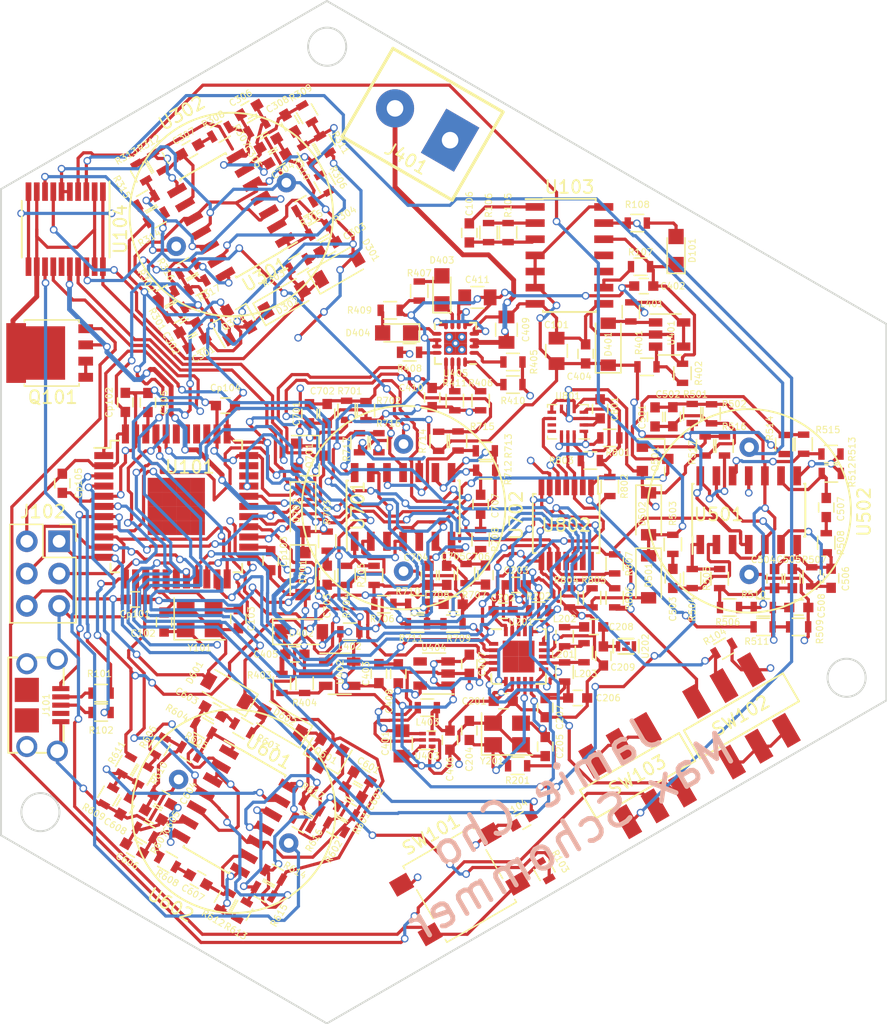
<source format=kicad_pcb>
(kicad_pcb (version 4) (host pcbnew 4.0.7)
  (layers (0 F.Cu signal) (31 B.Cu signal) (34 B.Paste user) (35 F.Paste user) (36 B.SilkS user) (37 F.SilkS user) (38 B.Mask user hide) (39 F.Mask user hide) (44 Edge.Cuts user))
  (net 0 "")
  (net 1 +5V)
  (net 2 GND)
  (net 3 +1V8)
  (net 4 +3V3)
  (net 5 /Power/3V7)
  (net 6 /+26V)
  (net 7 /USB5V)
  (net 8 "/Sound Module/VGND")
  (net 9 /MISO)
  (net 10 /SCK)
  (net 11 /MOSI)
  (net 12 /RESET)
  (net 13 /SIG2)
  (net 14 /SIG1)
  (net 15 /SIG3)
  (net 16 /SIG4)
  (net 17 /ID)
  (net 18 "/IMU Module/SCL_1V8")
  (net 19 "/IMU Module/SDA_1V8")
  (net 20 /TX_EN)
  (net 21 /D2)
  (net 22 /D3)
  (net 23 /SDA)
  (net 24 /SCL)
  (net 25 /OSC_IC)
  (net 26 /THRESH)
  (net 27 /OSC_MCU)
  (net 28 /SS)
  (net 29 /IRQ)
  (net 30 /RF_CE)
  (net 31 "Net-(C102-Pad1)")
  (net 32 "Net-(C103-Pad1)")
  (net 33 "Net-(C104-Pad2)")
  (net 34 "Net-(C105-Pad2)")
  (net 35 "Net-(C106-Pad2)")
  (net 36 "Net-(C106-Pad1)")
  (net 37 "Net-(C203-Pad1)")
  (net 38 "Net-(C204-Pad1)")
  (net 39 "Net-(C205-Pad1)")
  (net 40 "Net-(C206-Pad1)")
  (net 41 "Net-(C208-Pad2)")
  (net 42 "Net-(C208-Pad1)")
  (net 43 "Net-(C409-Pad1)")
  (net 44 "Net-(C503-Pad2)")
  (net 45 "Net-(C503-Pad1)")
  (net 46 "Net-(C504-Pad2)")
  (net 47 "Net-(C504-Pad1)")
  (net 48 "Net-(C505-Pad2)")
  (net 49 "Net-(C507-Pad2)")
  (net 50 "Net-(C507-Pad1)")
  (net 51 "Net-(C508-Pad1)")
  (net 52 "Net-(D101-Pad2)")
  (net 53 "Net-(D401-Pad2)")
  (net 54 "Net-(D402-Pad2)")
  (net 55 "Net-(D403-Pad2)")
  (net 56 "Net-(D403-Pad1)")
  (net 57 "Net-(D404-Pad2)")
  (net 58 "Net-(D404-Pad1)")
  (net 59 "Net-(J101-Pad2)")
  (net 60 "Net-(J101-Pad3)")
  (net 61 "Net-(L201-Pad1)")
  (net 62 "Net-(L201-Pad2)")
  (net 63 "Net-(L403-Pad2)")
  (net 64 "Net-(Q101-Pad1)")
  (net 65 "Net-(Q101-Pad4)")
  (net 66 "Net-(Q501-Pad1)")
  (net 67 "Net-(R101-Pad2)")
  (net 68 "Net-(R102-Pad1)")
  (net 69 "Net-(R105-Pad2)")
  (net 70 "Net-(R202-Pad2)")
  (net 71 "Net-(R401-Pad2)")
  (net 72 "Net-(R403-Pad2)")
  (net 73 "Net-(R405-Pad2)")
  (net 74 "Net-(R406-Pad1)")
  (net 75 "Net-(R408-Pad1)")
  (net 76 "Net-(R410-Pad1)")
  (net 77 "Net-(R411-Pad1)")
  (net 78 "Net-(R504-Pad1)")
  (net 79 "Net-(R801-Pad1)")
  (net 80 "Net-(J101-Pad4)")
  (net 81 "Net-(U101-Pad28)")
  (net 82 "Net-(U101-Pad31)")
  (net 83 "Net-(U101-Pad32)")
  (net 84 "Net-(U101-Pad36)")
  (net 85 "Net-(U101-Pad37)")
  (net 86 "Net-(U101-Pad38)")
  (net 87 "Net-(U101-Pad39)")
  (net 88 "Net-(U103-Pad10)")
  (net 89 "Net-(U103-Pad11)")
  (net 90 "/RF Module/RF")
  (net 91 "Net-(U202-Pad6)")
  (net 92 "Net-(U202-Pad2)")
  (net 93 "Net-(U202-Pad3)")
  (net 94 "Net-(U202-Pad5)")
  (net 95 "Net-(U404-Pad4)")
  (net 96 "Net-(U801-Pad10)")
  (net 97 "Net-(U801-Pad11)")
  (net 98 "Net-(R512-Pad2)")
  (net 99 "Net-(R513-Pad1)")
  (net 100 "Net-(R516-Pad1)")
  (net 101 "/IMU Module/INT1_1V8")
  (net 102 "/IMU Module/INT2_1V8")
  (net 103 "/Sound Module 2/VGND")
  (net 104 "Net-(C303-Pad2)")
  (net 105 "Net-(C303-Pad1)")
  (net 106 "Net-(C304-Pad2)")
  (net 107 "Net-(C304-Pad1)")
  (net 108 "Net-(C305-Pad2)")
  (net 109 "Net-(C307-Pad2)")
  (net 110 "Net-(C307-Pad1)")
  (net 111 "Net-(C308-Pad1)")
  (net 112 "/Sound Module 3/VGND")
  (net 113 "Net-(C603-Pad2)")
  (net 114 "Net-(C603-Pad1)")
  (net 115 "Net-(C604-Pad2)")
  (net 116 "Net-(C604-Pad1)")
  (net 117 "Net-(C605-Pad2)")
  (net 118 "Net-(C607-Pad2)")
  (net 119 "Net-(C607-Pad1)")
  (net 120 "Net-(C608-Pad1)")
  (net 121 "/Sound Module 4/VGND")
  (net 122 "Net-(C703-Pad2)")
  (net 123 "Net-(C703-Pad1)")
  (net 124 "Net-(C704-Pad2)")
  (net 125 "Net-(C704-Pad1)")
  (net 126 "Net-(C705-Pad2)")
  (net 127 "Net-(C707-Pad2)")
  (net 128 "Net-(C707-Pad1)")
  (net 129 "Net-(C708-Pad1)")
  (net 130 "Net-(Q301-Pad1)")
  (net 131 "Net-(Q601-Pad1)")
  (net 132 "Net-(Q701-Pad1)")
  (net 133 "Net-(R304-Pad1)")
  (net 134 "Net-(R312-Pad2)")
  (net 135 "Net-(R313-Pad1)")
  (net 136 "Net-(R316-Pad1)")
  (net 137 "Net-(R604-Pad1)")
  (net 138 "Net-(R612-Pad2)")
  (net 139 "Net-(R613-Pad1)")
  (net 140 "Net-(R616-Pad1)")
  (net 141 "Net-(R704-Pad1)")
  (net 142 "Net-(R712-Pad2)")
  (net 143 "Net-(R713-Pad1)")
  (net 144 "Net-(R716-Pad1)")
  (net 145 /RX2)
  (net 146 /RX1)
  (net 147 /RX3)
  (net 148 /RX4)
  (net 149 /TX)
  (net 150 "Net-(R107-Pad1)")
  (net 151 /UX1)
  (net 152 /UX2)
  (net 153 /UX3)
  (net 154 "Net-(U104-Pad15)")
  (net 155 /UX4)
  (module Custom:1x2_Screw_Terminal_5mm_pitch (layer F.Cu) (at 103.003064 71.1 150)
    (fp_text reference J401 (at -0.238396 -2.965042 150) (layer F.SilkS))
    (fp_text value Screw_Terminal_1x02_Bat)
    (pad 1 thru_hole circle (at 2.5 0 150) (size 3 3) (drill 1.3) (layers *.Cu *.Mask) (net 43 "Net-(C409-Pad1)"))
    (pad 2 thru_hole rect (at -2.5 0 150) (size 3 4) (drill 1.3) (layers *.Cu *.Mask) (net 2 GND))
  )
  (module Capacitors_SMD:C_0603 (layer F.Cu) (at 107.569 100.977 90)
    (fp_text reference C707 (at -0.115 1.143 90) (layer F.SilkS) (effects (font (size 0.508 0.508) (thickness 0.0762))))
    (fp_text value 10nF)
    (pad 2 smd rect (at 0.75 0 90) (size 0.8 0.75) (layers F.Cu F.Paste F.Mask) (net 127 "Net-(C707-Pad2)"))
    (pad 1 smd rect (at -0.75 0 90) (size 0.8 0.75) (layers F.Cu F.Paste F.Mask) (net 128 "Net-(C707-Pad1)"))
  )
  (module Resistors_SMD:R_0603 (layer F.Cu) (at 107.962 98.298)
    (fp_text reference R712 (at 1.766 0.2032 90) (layer F.SilkS) (effects (font (size 0.508 0.508) (thickness 0.0762))))
    (fp_text value 75K)
    (pad 1 smd rect (at -0.75 0) (size 0.5 0.9) (layers F.Cu F.Paste F.Mask) (net 127 "Net-(C707-Pad2)"))
    (pad 2 smd rect (at 0.75 0) (size 0.5 0.9) (layers F.Cu F.Paste F.Mask) (net 142 "Net-(R712-Pad2)"))
  )
  (module Capacitors_SMD:C_0603 (layer F.Cu) (at 107.95 106.541 90)
    (fp_text reference C706 (at 1.4358 -0.6096 180) (layer F.SilkS) (effects (font (size 0.508 0.508) (thickness 0.0762))))
    (fp_text value 12pF)
    (pad 2 smd rect (at 0.75 0 90) (size 0.8 0.75) (layers F.Cu F.Paste F.Mask) (net 124 "Net-(C704-Pad2)"))
    (pad 1 smd rect (at -0.75 0 90) (size 0.8 0.75) (layers F.Cu F.Paste F.Mask) (net 126 "Net-(C705-Pad2)"))
  )
  (module Resistors_SMD:R_0603 (layer F.Cu) (at 107.569 103.747 90)
    (fp_text reference R708 (at 0 1.143 90) (layer F.SilkS) (effects (font (size 0.508 0.508) (thickness 0.0762))))
    (fp_text value 10K)
    (pad 1 smd rect (at -0.75 0 90) (size 0.5 0.9) (layers F.Cu F.Paste F.Mask) (net 124 "Net-(C704-Pad2)"))
    (pad 2 smd rect (at 0.75 0 90) (size 0.5 0.9) (layers F.Cu F.Paste F.Mask) (net 128 "Net-(C707-Pad1)"))
  )
  (module Custom:TCT40-16R_T (layer F.Cu) (at 101.509001 101.239001)
    (fp_text reference U702 (at 8.853999 0.614999 90) (layer F.SilkS))
    (fp_text value TCT40-16R/T)
    (pad 1 thru_hole circle (at 0 -5) (size 1.524 1.524) (drill 0.762) (layers *.Cu *.Mask) (net 155 /UX4))
    (pad 2 thru_hole circle (at 0 5) (size 1.524 1.524) (drill 0.762) (layers *.Cu *.Mask) (net 2 GND))
  )
  (module Capacitors_SMD:C_0603 (layer F.Cu) (at 95.504 106.553 270)
    (fp_text reference C703 (at 2.413 0 270) (layer F.SilkS) (effects (font (size 0.508 0.508) (thickness 0.0762))))
    (fp_text value 10nF)
    (pad 2 smd rect (at 0.75 0 270) (size 0.8 0.75) (layers F.Cu F.Paste F.Mask) (net 122 "Net-(C703-Pad2)"))
    (pad 1 smd rect (at -0.75 0 270) (size 0.8 0.75) (layers F.Cu F.Paste F.Mask) (net 123 "Net-(C703-Pad1)"))
  )
  (module Diodes_SMD:D_SOD-123 (layer F.Cu) (at 93.599 106.426 270)
    (fp_text reference D701 (at -0.127 0 450) (layer F.SilkS) (effects (font (size 0.508 0.508) (thickness 0.0762))))
    (fp_text value BAS16GWJ)
    (pad 1 smd rect (at -1.65 0 270) (size 0.9 1.2) (layers F.Cu F.Paste F.Mask) (net 148 /RX4))
    (pad 2 smd rect (at 1.65 0 270) (size 0.9 1.2) (layers F.Cu F.Paste F.Mask) (net 2 GND))
  )
  (module Resistors_SMD:R_0603 (layer F.Cu) (at 95.504 103.874 90)
    (fp_text reference R703 (at 2.274 0 90) (layer F.SilkS) (effects (font (size 0.508 0.508) (thickness 0.0762))))
    (fp_text value 10K)
    (pad 1 smd rect (at -0.75 0 90) (size 0.5 0.9) (layers F.Cu F.Paste F.Mask) (net 123 "Net-(C703-Pad1)"))
    (pad 2 smd rect (at 0.75 0 90) (size 0.5 0.9) (layers F.Cu F.Paste F.Mask) (net 148 /RX4))
  )
  (module TO_SOT_Packages_SMD:SOT-23 (layer F.Cu) (at 94.107 97.155)
    (fp_text reference Q701 (at 0 0 90) (layer F.SilkS) (effects (font (size 0.508 0.508) (thickness 0.0762))))
    (fp_text value BC847)
    (pad 1 smd rect (at -1 -0.95) (size 0.9 0.8) (layers F.Cu F.Paste F.Mask) (net 132 "Net-(Q701-Pad1)"))
    (pad 2 smd rect (at -1 0.95) (size 0.9 0.8) (layers F.Cu F.Paste F.Mask) (net 2 GND))
    (pad 3 smd rect (at 1 0) (size 0.9 0.8) (layers F.Cu F.Paste F.Mask) (net 16 /SIG4))
  )
  (module Diodes_SMD:D_SOD-123 (layer F.Cu) (at 93.599 101.472 270)
    (fp_text reference D702 (at 0.001 0.508 270) (layer F.SilkS) (effects (font (size 0.508 0.508) (thickness 0.0762))))
    (fp_text value BAS16GWJ)
    (pad 1 smd rect (at -1.65 0 270) (size 0.9 1.2) (layers F.Cu F.Paste F.Mask) (net 2 GND))
    (pad 2 smd rect (at 1.65 0 270) (size 0.9 1.2) (layers F.Cu F.Paste F.Mask) (net 148 /RX4))
  )
  (module Resistors_SMD:R_0603 (layer F.Cu) (at 99.961 108.839)
    (fp_text reference R706 (at -0.139 1.143) (layer F.SilkS) (effects (font (size 0.508 0.508) (thickness 0.0762))))
    (fp_text value 1K)
    (pad 1 smd rect (at -0.75 0) (size 0.5 0.9) (layers F.Cu F.Paste F.Mask) (net 125 "Net-(C704-Pad1)"))
    (pad 2 smd rect (at 0.75 0) (size 0.5 0.9) (layers F.Cu F.Paste F.Mask) (net 121 "/Sound Module 4/VGND"))
  )
  (module Resistors_SMD:R_0603 (layer F.Cu) (at 97.028 106.565 270)
    (fp_text reference R704 (at 2.401 0 270) (layer F.SilkS) (effects (font (size 0.508 0.508) (thickness 0.0762))))
    (fp_text value 62K)
    (pad 1 smd rect (at -0.75 0 270) (size 0.5 0.9) (layers F.Cu F.Paste F.Mask) (net 141 "Net-(R704-Pad1)"))
    (pad 2 smd rect (at 0.75 0 270) (size 0.5 0.9) (layers F.Cu F.Paste F.Mask) (net 122 "Net-(C703-Pad2)"))
  )
  (module Resistors_SMD:R_0603 (layer F.Cu) (at 99.187 106.565 90)
    (fp_text reference R705 (at 0.012 -1.016 90) (layer F.SilkS) (effects (font (size 0.508 0.508) (thickness 0.0762))))
    (fp_text value 665)
    (pad 1 smd rect (at -0.75 0 90) (size 0.5 0.9) (layers F.Cu F.Paste F.Mask) (net 125 "Net-(C704-Pad1)"))
    (pad 2 smd rect (at 0.75 0 90) (size 0.5 0.9) (layers F.Cu F.Paste F.Mask) (net 141 "Net-(R704-Pad1)"))
  )
  (module Resistors_SMD:R_0603 (layer F.Cu) (at 102.616 108.839)
    (fp_text reference R710 (at -0.762 -1.016) (layer F.SilkS) (effects (font (size 0.508 0.508) (thickness 0.0762))))
    (fp_text value 120K)
    (pad 1 smd rect (at -0.75 0) (size 0.5 0.9) (layers F.Cu F.Paste F.Mask) (net 121 "/Sound Module 4/VGND"))
    (pad 2 smd rect (at 0.75 0) (size 0.5 0.9) (layers F.Cu F.Paste F.Mask) (net 129 "Net-(C708-Pad1)"))
  )
  (module Resistors_SMD:R_0603 (layer F.Cu) (at 99.568 96.139 90)
    (fp_text reference R716 (at 1.524 0.762 180) (layer F.SilkS) (effects (font (size 0.508 0.508) (thickness 0.0762))))
    (fp_text value 10K)
    (pad 1 smd rect (at -0.75 0 90) (size 0.5 0.9) (layers F.Cu F.Paste F.Mask) (net 144 "Net-(R716-Pad1)"))
    (pad 2 smd rect (at 0.75 0 90) (size 0.5 0.9) (layers F.Cu F.Paste F.Mask) (net 132 "Net-(Q701-Pad1)"))
  )
  (module Resistors_SMD:R_0603 (layer F.Cu) (at 105.791 96 270)
    (fp_text reference R715 (at -1.131 -1.905 360) (layer F.SilkS) (effects (font (size 0.508 0.508) (thickness 0.0762))))
    (fp_text value 120K)
    (pad 1 smd rect (at -0.75 0 270) (size 0.5 0.9) (layers F.Cu F.Paste F.Mask) (net 16 /SIG4))
    (pad 2 smd rect (at 0.75 0 270) (size 0.5 0.9) (layers F.Cu F.Paste F.Mask) (net 143 "Net-(R713-Pad1)"))
  )
  (module Resistors_SMD:R_0603 (layer F.Cu) (at 104.267 96.024 90)
    (fp_text reference R714 (at 0.012 -1.27 90) (layer F.SilkS) (effects (font (size 0.508 0.508) (thickness 0.0762))))
    (fp_text value 10K)
    (pad 1 smd rect (at -0.75 0 90) (size 0.5 0.9) (layers F.Cu F.Paste F.Mask) (net 1 +5V))
    (pad 2 smd rect (at 0.75 0 90) (size 0.5 0.9) (layers F.Cu F.Paste F.Mask) (net 16 /SIG4))
  )
  (module Resistors_SMD:R_0603 (layer F.Cu) (at 107.938 96.774)
    (fp_text reference R713 (at 1.8154 -0.381 90) (layer F.SilkS) (effects (font (size 0.508 0.508) (thickness 0.0762))))
    (fp_text value 4.53K)
    (pad 1 smd rect (at -0.75 0) (size 0.5 0.9) (layers F.Cu F.Paste F.Mask) (net 143 "Net-(R713-Pad1)"))
    (pad 2 smd rect (at 0.75 0) (size 0.5 0.9) (layers F.Cu F.Paste F.Mask) (net 142 "Net-(R712-Pad2)"))
  )
  (module Capacitors_SMD:C_0603 (layer F.Cu) (at 95.504 93.841 90)
    (fp_text reference C702 (at 1.766 -0.381 180) (layer F.SilkS) (effects (font (size 0.508 0.508) (thickness 0.0762))))
    (fp_text value 1uF)
    (pad 2 smd rect (at 0.75 0 90) (size 0.8 0.75) (layers F.Cu F.Paste F.Mask) (net 121 "/Sound Module 4/VGND"))
    (pad 1 smd rect (at -0.75 0 90) (size 0.8 0.75) (layers F.Cu F.Paste F.Mask) (net 2 GND))
  )
  (module Capacitors_SMD:C_0603 (layer F.Cu) (at 94.107 93.853 90)
    (fp_text reference C701 (at 0 -1.016 90) (layer F.SilkS) (effects (font (size 0.508 0.508) (thickness 0.0762))))
    (fp_text value 150nF)
    (pad 2 smd rect (at 0.75 0 90) (size 0.8 0.75) (layers F.Cu F.Paste F.Mask) (net 121 "/Sound Module 4/VGND"))
    (pad 1 smd rect (at -0.75 0 90) (size 0.8 0.75) (layers F.Cu F.Paste F.Mask) (net 2 GND))
  )
  (module Resistors_SMD:R_0603 (layer F.Cu) (at 97.028 93.587 270)
    (fp_text reference R701 (at -1.512 -0.254 360) (layer F.SilkS) (effects (font (size 0.508 0.508) (thickness 0.0762))))
    (fp_text value 1K)
    (pad 1 smd rect (at -0.75 0 270) (size 0.5 0.9) (layers F.Cu F.Paste F.Mask) (net 121 "/Sound Module 4/VGND"))
    (pad 2 smd rect (at 0.75 0 270) (size 0.5 0.9) (layers F.Cu F.Paste F.Mask) (net 1 +5V))
  )
  (module Resistors_SMD:R_0603 (layer F.Cu) (at 98.044 96.139 270)
    (fp_text reference R717 (at 0.508 1.016 270) (layer F.SilkS) (effects (font (size 0.508 0.508) (thickness 0.0762))))
    (fp_text value 3.9K)
    (pad 1 smd rect (at -0.75 0 270) (size 0.5 0.9) (layers F.Cu F.Paste F.Mask) (net 132 "Net-(Q701-Pad1)"))
    (pad 2 smd rect (at 0.75 0 270) (size 0.5 0.9) (layers F.Cu F.Paste F.Mask) (net 2 GND))
  )
  (module Resistors_SMD:R_0603 (layer F.Cu) (at 98.552 93.611 90)
    (fp_text reference R702 (at 0.774 1.778 180) (layer F.SilkS) (effects (font (size 0.508 0.508) (thickness 0.0762))))
    (fp_text value 1K)
    (pad 1 smd rect (at -0.75 0 90) (size 0.5 0.9) (layers F.Cu F.Paste F.Mask) (net 2 GND))
    (pad 2 smd rect (at 0.75 0 90) (size 0.5 0.9) (layers F.Cu F.Paste F.Mask) (net 121 "/Sound Module 4/VGND"))
  )
  (module Capacitors_SMD:C_0603 (layer F.Cu) (at 104.902 106.565 90)
    (fp_text reference C705 (at 1.4852 0.508 180) (layer F.SilkS) (effects (font (size 0.508 0.508) (thickness 0.0762))))
    (fp_text value 1nF)
    (pad 2 smd rect (at 0.75 0 90) (size 0.8 0.75) (layers F.Cu F.Paste F.Mask) (net 126 "Net-(C705-Pad2)"))
    (pad 1 smd rect (at -0.75 0 90) (size 0.8 0.75) (layers F.Cu F.Paste F.Mask) (net 125 "Net-(C704-Pad1)"))
  )
  (module Capacitors_SMD:C_0603 (layer F.Cu) (at 103.505 106.565 90)
    (fp_text reference C704 (at 1.409 -1.016 180) (layer F.SilkS) (effects (font (size 0.508 0.508) (thickness 0.0762))))
    (fp_text value 1nF)
    (pad 2 smd rect (at 0.75 0 90) (size 0.8 0.75) (layers F.Cu F.Paste F.Mask) (net 124 "Net-(C704-Pad2)"))
    (pad 1 smd rect (at -0.75 0 90) (size 0.8 0.75) (layers F.Cu F.Paste F.Mask) (net 125 "Net-(C704-Pad1)"))
  )
  (module Resistors_SMD:R_0603 (layer F.Cu) (at 102.604 110.363 180)
    (fp_text reference R711 (at 0.496 -1.143 180) (layer F.SilkS) (effects (font (size 0.508 0.508) (thickness 0.0762))))
    (fp_text value 75K)
    (pad 1 smd rect (at -0.75 0 180) (size 0.5 0.9) (layers F.Cu F.Paste F.Mask) (net 129 "Net-(C708-Pad1)"))
    (pad 2 smd rect (at 0.75 0 180) (size 0.5 0.9) (layers F.Cu F.Paste F.Mask) (net 26 /THRESH))
  )
  (module Capacitors_SMD:C_0603 (layer F.Cu) (at 105.41 108.839)
    (fp_text reference C708 (at -1.27 -0.7366 180) (layer F.SilkS) (effects (font (size 0.508 0.508) (thickness 0.0762))))
    (fp_text value 10nF)
    (pad 2 smd rect (at 0.75 0) (size 0.8 0.75) (layers F.Cu F.Paste F.Mask) (net 2 GND))
    (pad 1 smd rect (at -0.75 0) (size 0.8 0.75) (layers F.Cu F.Paste F.Mask) (net 129 "Net-(C708-Pad1)"))
  )
  (module Resistors_SMD:R_0603 (layer F.Cu) (at 105.398 110.363)
    (fp_text reference R709 (at 0.4438 1.1684 180) (layer F.SilkS) (effects (font (size 0.508 0.508) (thickness 0.0762))))
    (fp_text value 3.3M)
    (pad 1 smd rect (at -0.75 0) (size 0.5 0.9) (layers F.Cu F.Paste F.Mask) (net 129 "Net-(C708-Pad1)"))
    (pad 2 smd rect (at 0.75 0) (size 0.5 0.9) (layers F.Cu F.Paste F.Mask) (net 2 GND))
  )
  (module Resistors_SMD:R_0603 (layer F.Cu) (at 106.426 106.426 90)
    (fp_text reference R707 (at -1.6764 0.635 180) (layer F.SilkS) (effects (font (size 0.508 0.508) (thickness 0.0762))))
    (fp_text value 40.2K)
    (pad 1 smd rect (at -0.75 0 90) (size 0.5 0.9) (layers F.Cu F.Paste F.Mask) (net 126 "Net-(C705-Pad2)"))
    (pad 2 smd rect (at 0.75 0 90) (size 0.5 0.9) (layers F.Cu F.Paste F.Mask) (net 124 "Net-(C704-Pad2)"))
  )
  (module Capacitors_SMD:C_0603 (layer F.Cu) (at 85.346063 130.490644 330)
    (fp_text reference C607 (at 0.161539 1.096719 330) (layer F.SilkS) (effects (font (size 0.508 0.508) (thickness 0.0762))))
    (fp_text value 10nF)
    (pad 2 smd rect (at 0.75 0 330) (size 0.8 0.75) (layers F.Cu F.Paste F.Mask) (net 118 "Net-(C607-Pad2)"))
    (pad 1 smd rect (at -0.75 0 330) (size 0.8 0.75) (layers F.Cu F.Paste F.Mask) (net 119 "Net-(C607-Pad1)"))
  )
  (module Capacitors_SMD:C_0603 (layer F.Cu) (at 84.706937 73.078356 210)
    (fp_text reference C307 (at -0.115 1.143 210) (layer F.SilkS) (effects (font (size 0.508 0.508) (thickness 0.0762))))
    (fp_text value 10nF)
    (pad 2 smd rect (at 0.75 0 210) (size 0.8 0.75) (layers F.Cu F.Paste F.Mask) (net 109 "Net-(C307-Pad2)"))
    (pad 1 smd rect (at -0.75 0 210) (size 0.8 0.75) (layers F.Cu F.Paste F.Mask) (net 110 "Net-(C307-Pad1)"))
  )
  (module Resistors_SMD:R_0603 (layer F.Cu) (at 88.801468 132.911707 240)
    (fp_text reference R613 (at 1.663 -0.381 330) (layer F.SilkS) (effects (font (size 0.508 0.508) (thickness 0.0762))))
    (fp_text value 4.53K)
    (pad 1 smd rect (at -0.75 0 240) (size 0.5 0.9) (layers F.Cu F.Paste F.Mask) (net 139 "Net-(R613-Pad1)"))
    (pad 2 smd rect (at 0.75 0 240) (size 0.5 0.9) (layers F.Cu F.Paste F.Mask) (net 138 "Net-(R612-Pad2)"))
  )
  (module Resistors_SMD:R_0603 (layer F.Cu) (at 80.882532 74.860293 120)
    (fp_text reference R313 (at 1.663 -0.381 210) (layer F.SilkS) (effects (font (size 0.508 0.508) (thickness 0.0762))))
    (fp_text value 4.53K)
    (pad 1 smd rect (at -0.75 0 120) (size 0.5 0.9) (layers F.Cu F.Paste F.Mask) (net 135 "Net-(R313-Pad1)"))
    (pad 2 smd rect (at 0.75 0 120) (size 0.5 0.9) (layers F.Cu F.Paste F.Mask) (net 134 "Net-(R312-Pad2)"))
  )
  (module Resistors_SMD:R_0603 (layer F.Cu) (at 82.947173 129.105644 330)
    (fp_text reference R608 (at 0.622272 1.110152 330) (layer F.SilkS) (effects (font (size 0.508 0.508) (thickness 0.0762))))
    (fp_text value 10K)
    (pad 1 smd rect (at -0.75 0 330) (size 0.5 0.9) (layers F.Cu F.Paste F.Mask) (net 115 "Net-(C604-Pad2)"))
    (pad 2 smd rect (at 0.75 0 330) (size 0.5 0.9) (layers F.Cu F.Paste F.Mask) (net 119 "Net-(C607-Pad1)"))
  )
  (module Resistors_SMD:R_0603 (layer F.Cu) (at 87.105827 71.693356 210)
    (fp_text reference R308 (at 0 1.143 210) (layer F.SilkS) (effects (font (size 0.508 0.508) (thickness 0.0762))))
    (fp_text value 10K)
    (pad 1 smd rect (at -0.75 0 210) (size 0.5 0.9) (layers F.Cu F.Paste F.Mask) (net 106 "Net-(C304-Pad2)"))
    (pad 2 smd rect (at 0.75 0 210) (size 0.5 0.9) (layers F.Cu F.Paste F.Mask) (net 110 "Net-(C307-Pad1)"))
  )
  (module Resistors_SMD:R_0603 (layer F.Cu) (at 87.469645 132.170492 240)
    (fp_text reference R612 (at 1.639 0.127 330) (layer F.SilkS) (effects (font (size 0.508 0.508) (thickness 0.0762))))
    (fp_text value 75K)
    (pad 1 smd rect (at -0.75 0 240) (size 0.5 0.9) (layers F.Cu F.Paste F.Mask) (net 118 "Net-(C607-Pad2)"))
    (pad 2 smd rect (at 0.75 0 240) (size 0.5 0.9) (layers F.Cu F.Paste F.Mask) (net 138 "Net-(R612-Pad2)"))
  )
  (module Resistors_SMD:R_0603 (layer F.Cu) (at 82.190355 74.077508 120)
    (fp_text reference R312 (at 1.639 0.127 210) (layer F.SilkS) (effects (font (size 0.508 0.508) (thickness 0.0762))))
    (fp_text value 75K)
    (pad 1 smd rect (at -0.75 0 120) (size 0.5 0.9) (layers F.Cu F.Paste F.Mask) (net 109 "Net-(C307-Pad2)"))
    (pad 2 smd rect (at 0.75 0 120) (size 0.5 0.9) (layers F.Cu F.Paste F.Mask) (net 134 "Net-(R312-Pad2)"))
  )
  (module Capacitors_SMD:C_0603 (layer F.Cu) (at 80.336998 128.0386 330)
    (fp_text reference C606 (at 0.015538 1.138109 510) (layer F.SilkS) (effects (font (size 0.508 0.508) (thickness 0.0762))))
    (fp_text value 12pF)
    (pad 2 smd rect (at 0.75 0 330) (size 0.8 0.75) (layers F.Cu F.Paste F.Mask) (net 115 "Net-(C604-Pad2)"))
    (pad 1 smd rect (at -0.75 0 330) (size 0.8 0.75) (layers F.Cu F.Paste F.Mask) (net 117 "Net-(C605-Pad2)"))
  )
  (module Capacitors_SMD:C_0603 (layer F.Cu) (at 89.335002 69.9664 210)
    (fp_text reference C306 (at 0.088099 1.123812 390) (layer F.SilkS) (effects (font (size 0.508 0.508) (thickness 0.0762))))
    (fp_text value 12pF)
    (pad 2 smd rect (at 0.75 0 210) (size 0.8 0.75) (layers F.Cu F.Paste F.Mask) (net 106 "Net-(C304-Pad2)"))
    (pad 1 smd rect (at -0.75 0 210) (size 0.8 0.75) (layers F.Cu F.Paste F.Mask) (net 108 "Net-(C305-Pad2)"))
  )
  (module Custom:TCT40-16R_T (layer F.Cu) (at 88.149163 125.11153 240)
    (fp_text reference U602 (at 8.853999 0.614999 330) (layer F.SilkS))
    (fp_text value TCT40-16R/T)
    (pad 1 thru_hole circle (at 0 -5 240) (size 1.524 1.524) (drill 0.762) (layers *.Cu *.Mask) (net 153 /UX3))
    (pad 2 thru_hole circle (at 0 5 240) (size 1.524 1.524) (drill 0.762) (layers *.Cu *.Mask) (net 2 GND))
  )
  (module Custom:TCT40-16R_T (layer F.Cu) (at 87.963836 78.195469 120)
    (fp_text reference U302 (at 8.853999 0.614999 210) (layer F.SilkS))
    (fp_text value TCT40-16R/T)
    (pad 1 thru_hole circle (at 0 -5 120) (size 1.524 1.524) (drill 0.762) (layers *.Cu *.Mask) (net 152 /UX2))
    (pad 2 thru_hole circle (at 0 5 120) (size 1.524 1.524) (drill 0.762) (layers *.Cu *.Mask) (net 2 GND))
  )
  (module Capacitors_SMD:C_0603 (layer F.Cu) (at 79.616872 124.689895 240)
    (fp_text reference C608 (at 1.778 -0.127 330) (layer F.SilkS) (effects (font (size 0.508 0.508) (thickness 0.0762))))
    (fp_text value 10nF)
    (pad 2 smd rect (at 0.75 0 240) (size 0.8 0.75) (layers F.Cu F.Paste F.Mask) (net 2 GND))
    (pad 1 smd rect (at -0.75 0 240) (size 0.8 0.75) (layers F.Cu F.Paste F.Mask) (net 120 "Net-(C608-Pad1)"))
  )
  (module Capacitors_SMD:C_0603 (layer F.Cu) (at 92.595128 71.017105 120)
    (fp_text reference C308 (at 1.778 -0.127 210) (layer F.SilkS) (effects (font (size 0.508 0.508) (thickness 0.0762))))
    (fp_text value 10nF)
    (pad 2 smd rect (at 0.75 0 120) (size 0.8 0.75) (layers F.Cu F.Paste F.Mask) (net 2 GND))
    (pad 1 smd rect (at -0.75 0 120) (size 0.8 0.75) (layers F.Cu F.Paste F.Mask) (net 111 "Net-(C308-Pad1)"))
  )
  (module Resistors_SMD:R_0603 (layer F.Cu) (at 82.341372 119.970923 240)
    (fp_text reference R606 (at -0.139 1.143 240) (layer F.SilkS) (effects (font (size 0.508 0.508) (thickness 0.0762))))
    (fp_text value 1K)
    (pad 1 smd rect (at -0.75 0 240) (size 0.5 0.9) (layers F.Cu F.Paste F.Mask) (net 116 "Net-(C604-Pad1)"))
    (pad 2 smd rect (at 0.75 0 240) (size 0.5 0.9) (layers F.Cu F.Paste F.Mask) (net 112 "/Sound Module 3/VGND"))
  )
  (module Resistors_SMD:R_0603 (layer F.Cu) (at 95.319628 75.736077 120)
    (fp_text reference R306 (at -0.139 1.143 120) (layer F.SilkS) (effects (font (size 0.508 0.508) (thickness 0.0762))))
    (fp_text value 1K)
    (pad 1 smd rect (at -0.75 0 120) (size 0.5 0.9) (layers F.Cu F.Paste F.Mask) (net 107 "Net-(C304-Pad1)"))
    (pad 2 smd rect (at 0.75 0 120) (size 0.5 0.9) (layers F.Cu F.Paste F.Mask) (net 103 "/Sound Module 2/VGND"))
  )
  (module Resistors_SMD:R_0603 (layer F.Cu) (at 81.198591 126.776277 330)
    (fp_text reference R607 (at 1.354346 0.150977 420) (layer F.SilkS) (effects (font (size 0.508 0.508) (thickness 0.0762))))
    (fp_text value 40.2K)
    (pad 1 smd rect (at -0.75 0 330) (size 0.5 0.9) (layers F.Cu F.Paste F.Mask) (net 117 "Net-(C605-Pad2)"))
    (pad 2 smd rect (at 0.75 0 330) (size 0.5 0.9) (layers F.Cu F.Paste F.Mask) (net 115 "Net-(C604-Pad2)"))
  )
  (module Resistors_SMD:R_0603 (layer F.Cu) (at 89.997409 71.343723 210)
    (fp_text reference R307 (at 1.380308 0.058055 300) (layer F.SilkS) (effects (font (size 0.508 0.508) (thickness 0.0762))))
    (fp_text value 40.2K)
    (pad 1 smd rect (at -0.75 0 210) (size 0.5 0.9) (layers F.Cu F.Paste F.Mask) (net 108 "Net-(C305-Pad2)"))
    (pad 2 smd rect (at 0.75 0 210) (size 0.5 0.9) (layers F.Cu F.Paste F.Mask) (net 106 "Net-(C304-Pad2)"))
  )
  (module Resistors_SMD:R_0603 (layer F.Cu) (at 84.697713 120.437619 330)
    (fp_text reference R605 (at 0.012 -1.016 330) (layer F.SilkS) (effects (font (size 0.508 0.508) (thickness 0.0762))))
    (fp_text value 665)
    (pad 1 smd rect (at -0.75 0 330) (size 0.5 0.9) (layers F.Cu F.Paste F.Mask) (net 116 "Net-(C604-Pad1)"))
    (pad 2 smd rect (at 0.75 0 330) (size 0.5 0.9) (layers F.Cu F.Paste F.Mask) (net 137 "Net-(R604-Pad1)"))
  )
  (module Resistors_SMD:R_0603 (layer F.Cu) (at 93.737287 77.543381 210)
    (fp_text reference R305 (at 0.031846 -1.099386 210) (layer F.SilkS) (effects (font (size 0.508 0.508) (thickness 0.0762))))
    (fp_text value 665)
    (pad 1 smd rect (at -0.75 0 210) (size 0.5 0.9) (layers F.Cu F.Paste F.Mask) (net 107 "Net-(C304-Pad1)"))
    (pad 2 smd rect (at 0.75 0 210) (size 0.5 0.9) (layers F.Cu F.Paste F.Mask) (net 133 "Net-(R304-Pad1)"))
  )
  (module Resistors_SMD:R_0603 (layer F.Cu) (at 85.777213 118.56787 150)
    (fp_text reference R604 (at 2.401 0 150) (layer F.SilkS) (effects (font (size 0.508 0.508) (thickness 0.0762))))
    (fp_text value 62K)
    (pad 1 smd rect (at -0.75 0 150) (size 0.5 0.9) (layers F.Cu F.Paste F.Mask) (net 137 "Net-(R604-Pad1)"))
    (pad 2 smd rect (at 0.75 0 150) (size 0.5 0.9) (layers F.Cu F.Paste F.Mask) (net 113 "Net-(C603-Pad2)"))
  )
  (module Resistors_SMD:R_0603 (layer F.Cu) (at 94.816787 79.41313 30)
    (fp_text reference R304 (at 2.401 0 30) (layer F.SilkS) (effects (font (size 0.508 0.508) (thickness 0.0762))))
    (fp_text value 62K)
    (pad 1 smd rect (at -0.75 0 30) (size 0.5 0.9) (layers F.Cu F.Paste F.Mask) (net 133 "Net-(R304-Pad1)"))
    (pad 2 smd rect (at 0.75 0 30) (size 0.5 0.9) (layers F.Cu F.Paste F.Mask) (net 104 "Net-(C303-Pad2)"))
  )
  (module Capacitors_SMD:C_0603 (layer F.Cu) (at 81.840213 125.386954 330)
    (fp_text reference C605 (at 1.520251 -0.188308 420) (layer F.SilkS) (effects (font (size 0.508 0.508) (thickness 0.0762))))
    (fp_text value 1nF)
    (pad 2 smd rect (at 0.75 0 330) (size 0.8 0.75) (layers F.Cu F.Paste F.Mask) (net 117 "Net-(C605-Pad2)"))
    (pad 1 smd rect (at -0.75 0 330) (size 0.8 0.75) (layers F.Cu F.Paste F.Mask) (net 116 "Net-(C604-Pad1)"))
  )
  (module Capacitors_SMD:C_0603 (layer F.Cu) (at 90.879787 72.594046 210)
    (fp_text reference C305 (at 1.552914 -0.304953 300) (layer F.SilkS) (effects (font (size 0.508 0.508) (thickness 0.0762))))
    (fp_text value 1nF)
    (pad 2 smd rect (at 0.75 0 210) (size 0.8 0.75) (layers F.Cu F.Paste F.Mask) (net 108 "Net-(C305-Pad2)"))
    (pad 1 smd rect (at -0.75 0 210) (size 0.8 0.75) (layers F.Cu F.Paste F.Mask) (net 107 "Net-(C304-Pad1)"))
  )
  (module Resistors_SMD:R_0603 (layer F.Cu) (at 78.303049 123.917503 240)
    (fp_text reference R609 (at 1.663 0.381 330) (layer F.SilkS) (effects (font (size 0.508 0.508) (thickness 0.0762))))
    (fp_text value 3.3M)
    (pad 1 smd rect (at -0.75 0 240) (size 0.5 0.9) (layers F.Cu F.Paste F.Mask) (net 120 "Net-(C608-Pad1)"))
    (pad 2 smd rect (at 0.75 0 240) (size 0.5 0.9) (layers F.Cu F.Paste F.Mask) (net 2 GND))
  )
  (module Resistors_SMD:R_0603 (layer F.Cu) (at 93.920951 70.265497 120)
    (fp_text reference R309 (at 1.663 0.381 210) (layer F.SilkS) (effects (font (size 0.508 0.508) (thickness 0.0762))))
    (fp_text value 3.3M)
    (pad 1 smd rect (at -0.75 0 120) (size 0.5 0.9) (layers F.Cu F.Paste F.Mask) (net 111 "Net-(C308-Pad1)"))
    (pad 2 smd rect (at 0.75 0 120) (size 0.5 0.9) (layers F.Cu F.Paste F.Mask) (net 2 GND))
  )
  (module Capacitors_SMD:C_0603 (layer F.Cu) (at 82.538713 124.177117 330)
    (fp_text reference C604 (at 1.52998 -1.436571 420) (layer F.SilkS) (effects (font (size 0.508 0.508) (thickness 0.0762))))
    (fp_text value 1nF)
    (pad 2 smd rect (at 0.75 0 330) (size 0.8 0.75) (layers F.Cu F.Paste F.Mask) (net 115 "Net-(C604-Pad2)"))
    (pad 1 smd rect (at -0.75 0 330) (size 0.8 0.75) (layers F.Cu F.Paste F.Mask) (net 116 "Net-(C604-Pad1)"))
  )
  (module Capacitors_SMD:C_0603 (layer F.Cu) (at 91.578287 73.803883 210)
    (fp_text reference C304 (at 0.075287 -1.022226 390) (layer F.SilkS) (effects (font (size 0.508 0.508) (thickness 0.0762))))
    (fp_text value 1nF)
    (pad 2 smd rect (at 0.75 0 210) (size 0.8 0.75) (layers F.Cu F.Paste F.Mask) (net 106 "Net-(C304-Pad2)"))
    (pad 1 smd rect (at -0.75 0 210) (size 0.8 0.75) (layers F.Cu F.Paste F.Mask) (net 107 "Net-(C304-Pad1)"))
  )
  (module Resistors_SMD:R_0603 (layer F.Cu) (at 79.700049 121.497828 60)
    (fp_text reference R611 (at 0.496 -1.143 60) (layer F.SilkS) (effects (font (size 0.508 0.508) (thickness 0.0762))))
    (fp_text value 75K)
    (pad 1 smd rect (at -0.75 0 60) (size 0.5 0.9) (layers F.Cu F.Paste F.Mask) (net 120 "Net-(C608-Pad1)"))
    (pad 2 smd rect (at 0.75 0 60) (size 0.5 0.9) (layers F.Cu F.Paste F.Mask) (net 26 /THRESH))
  )
  (module Resistors_SMD:R_0603 (layer F.Cu) (at 95.317951 72.685172 300)
    (fp_text reference R311 (at 0.496 -1.143 300) (layer F.SilkS) (effects (font (size 0.508 0.508) (thickness 0.0762))))
    (fp_text value 75K)
    (pad 1 smd rect (at -0.75 0 300) (size 0.5 0.9) (layers F.Cu F.Paste F.Mask) (net 111 "Net-(C308-Pad1)"))
    (pad 2 smd rect (at 0.75 0 300) (size 0.5 0.9) (layers F.Cu F.Paste F.Mask) (net 26 /THRESH))
  )
  (module Resistors_SMD:R_0603 (layer F.Cu) (at 81.013872 122.27022 240)
    (fp_text reference R610 (at -0.762 -1.016 240) (layer F.SilkS) (effects (font (size 0.508 0.508) (thickness 0.0762))))
    (fp_text value 120K)
    (pad 1 smd rect (at -0.75 0 240) (size 0.5 0.9) (layers F.Cu F.Paste F.Mask) (net 112 "/Sound Module 3/VGND"))
    (pad 2 smd rect (at 0.75 0 240) (size 0.5 0.9) (layers F.Cu F.Paste F.Mask) (net 120 "Net-(C608-Pad1)"))
  )
  (module Resistors_SMD:R_0603 (layer F.Cu) (at 93.992128 73.43678 120)
    (fp_text reference R310 (at -0.762 -1.016 120) (layer F.SilkS) (effects (font (size 0.508 0.508) (thickness 0.0762))))
    (fp_text value 120K)
    (pad 1 smd rect (at -0.75 0 120) (size 0.5 0.9) (layers F.Cu F.Paste F.Mask) (net 103 "/Sound Module 2/VGND"))
    (pad 2 smd rect (at 0.75 0 120) (size 0.5 0.9) (layers F.Cu F.Paste F.Mask) (net 111 "Net-(C308-Pad1)"))
  )
  (module Resistors_SMD:R_0603 (layer F.Cu) (at 97.016491 125.05687 150)
    (fp_text reference R601 (at -1.512 -0.254 240) (layer F.SilkS) (effects (font (size 0.508 0.508) (thickness 0.0762))))
    (fp_text value 1K)
    (pad 1 smd rect (at -0.75 0 150) (size 0.5 0.9) (layers F.Cu F.Paste F.Mask) (net 112 "/Sound Module 3/VGND"))
    (pad 2 smd rect (at 0.75 0 150) (size 0.5 0.9) (layers F.Cu F.Paste F.Mask) (net 1 +5V))
  )
  (module Resistors_SMD:R_0603 (layer F.Cu) (at 83.577509 85.90213 30)
    (fp_text reference R301 (at -1.512 -0.254 120) (layer F.SilkS) (effects (font (size 0.508 0.508) (thickness 0.0762))))
    (fp_text value 1K)
    (pad 1 smd rect (at -0.75 0 30) (size 0.5 0.9) (layers F.Cu F.Paste F.Mask) (net 103 "/Sound Module 2/VGND"))
    (pad 2 smd rect (at 0.75 0 30) (size 0.5 0.9) (layers F.Cu F.Paste F.Mask) (net 1 +5V))
  )
  (module Resistors_SMD:R_0603 (layer F.Cu) (at 90.545272 131.439351 150)
    (fp_text reference R615 (at -1.946749 -1.023612 240) (layer F.SilkS) (effects (font (size 0.508 0.508) (thickness 0.0762))))
    (fp_text value 120K)
    (pad 1 smd rect (at -0.75 0 150) (size 0.5 0.9) (layers F.Cu F.Paste F.Mask) (net 15 /SIG3))
    (pad 2 smd rect (at 0.75 0 150) (size 0.5 0.9) (layers F.Cu F.Paste F.Mask) (net 139 "Net-(R613-Pad1)"))
  )
  (module Resistors_SMD:R_0603 (layer F.Cu) (at 81.285728 77.106649 30)
    (fp_text reference R315 (at -1.131 -1.905 120) (layer F.SilkS) (effects (font (size 0.508 0.508) (thickness 0.0762))))
    (fp_text value 120K)
    (pad 1 smd rect (at -0.75 0 30) (size 0.5 0.9) (layers F.Cu F.Paste F.Mask) (net 13 /SIG2))
    (pad 2 smd rect (at 0.75 0 30) (size 0.5 0.9) (layers F.Cu F.Paste F.Mask) (net 135 "Net-(R313-Pad1)"))
  )
  (module Resistors_SMD:R_0603 (layer F.Cu) (at 93.536394 125.980575 330)
    (fp_text reference R616 (at 1.524 0.762 420) (layer F.SilkS) (effects (font (size 0.508 0.508) (thickness 0.0762))))
    (fp_text value 10K)
    (pad 1 smd rect (at -0.75 0 330) (size 0.5 0.9) (layers F.Cu F.Paste F.Mask) (net 140 "Net-(R616-Pad1)"))
    (pad 2 smd rect (at 0.75 0 330) (size 0.5 0.9) (layers F.Cu F.Paste F.Mask) (net 131 "Net-(Q601-Pad1)"))
  )
  (module Resistors_SMD:R_0603 (layer F.Cu) (at 84.517606 82.426425 210)
    (fp_text reference R316 (at 1.524 0.762 300) (layer F.SilkS) (effects (font (size 0.508 0.508) (thickness 0.0762))))
    (fp_text value 10K)
    (pad 1 smd rect (at -0.75 0 210) (size 0.5 0.9) (layers F.Cu F.Paste F.Mask) (net 136 "Net-(R316-Pad1)"))
    (pad 2 smd rect (at 0.75 0 210) (size 0.5 0.9) (layers F.Cu F.Paste F.Mask) (net 130 "Net-(Q301-Pad1)"))
  )
  (module Resistors_SMD:R_0603 (layer F.Cu) (at 91.286487 130.107528 330)
    (fp_text reference R614 (at 1.282 -1.143 330) (layer F.SilkS) (effects (font (size 0.508 0.508) (thickness 0.0762))))
    (fp_text value 10K)
    (pad 1 smd rect (at -0.75 0 330) (size 0.5 0.9) (layers F.Cu F.Paste F.Mask) (net 1 +5V))
    (pad 2 smd rect (at 0.75 0 330) (size 0.5 0.9) (layers F.Cu F.Paste F.Mask) (net 15 /SIG3))
  )
  (module Resistors_SMD:R_0603 (layer F.Cu) (at 82.068513 78.414472 210)
    (fp_text reference R314 (at 1.282 -1.143 210) (layer F.SilkS) (effects (font (size 0.508 0.508) (thickness 0.0762))))
    (fp_text value 10K)
    (pad 1 smd rect (at -0.75 0 210) (size 0.5 0.9) (layers F.Cu F.Paste F.Mask) (net 1 +5V))
    (pad 2 smd rect (at 0.75 0 210) (size 0.5 0.9) (layers F.Cu F.Paste F.Mask) (net 13 /SIG2))
  )
  (module Resistors_SMD:R_0603 (layer F.Cu) (at 94.298394 124.660752 150)
    (fp_text reference R617 (at 0.508 1.016 150) (layer F.SilkS) (effects (font (size 0.508 0.508) (thickness 0.0762))))
    (fp_text value 3.9K)
    (pad 1 smd rect (at -0.75 0 150) (size 0.5 0.9) (layers F.Cu F.Paste F.Mask) (net 131 "Net-(Q601-Pad1)"))
    (pad 2 smd rect (at 0.75 0 150) (size 0.5 0.9) (layers F.Cu F.Paste F.Mask) (net 2 GND))
  )
  (module Resistors_SMD:R_0603 (layer F.Cu) (at 85.279606 83.746248 30)
    (fp_text reference R317 (at 0.508 1.016 30) (layer F.SilkS) (effects (font (size 0.508 0.508) (thickness 0.0762))))
    (fp_text value 3.9K)
    (pad 1 smd rect (at -0.75 0 30) (size 0.5 0.9) (layers F.Cu F.Paste F.Mask) (net 130 "Net-(Q301-Pad1)"))
    (pad 2 smd rect (at 0.75 0 30) (size 0.5 0.9) (layers F.Cu F.Paste F.Mask) (net 2 GND))
  )
  (module Capacitors_SMD:C_0603 (layer F.Cu) (at 97.558521 123.610048 330)
    (fp_text reference C602 (at 1.766 -0.381 420) (layer F.SilkS) (effects (font (size 0.508 0.508) (thickness 0.0762))))
    (fp_text value 1uF)
    (pad 2 smd rect (at 0.75 0 330) (size 0.8 0.75) (layers F.Cu F.Paste F.Mask) (net 112 "/Sound Module 3/VGND"))
    (pad 1 smd rect (at -0.75 0 330) (size 0.8 0.75) (layers F.Cu F.Paste F.Mask) (net 2 GND))
  )
  (module Capacitors_SMD:C_0603 (layer F.Cu) (at 84.559479 87.094952 210)
    (fp_text reference C302 (at 1.766 -0.381 300) (layer F.SilkS) (effects (font (size 0.508 0.508) (thickness 0.0762))))
    (fp_text value 1uF)
    (pad 2 smd rect (at 0.75 0 210) (size 0.8 0.75) (layers F.Cu F.Paste F.Mask) (net 103 "/Sound Module 2/VGND"))
    (pad 1 smd rect (at -0.75 0 210) (size 0.8 0.75) (layers F.Cu F.Paste F.Mask) (net 2 GND))
  )
  (module Resistors_SMD:R_0603 (layer F.Cu) (at 96.233706 126.364693 330)
    (fp_text reference R602 (at 0.774 1.778 420) (layer F.SilkS) (effects (font (size 0.508 0.508) (thickness 0.0762))))
    (fp_text value 1K)
    (pad 1 smd rect (at -0.75 0 330) (size 0.5 0.9) (layers F.Cu F.Paste F.Mask) (net 2 GND))
    (pad 2 smd rect (at 0.75 0 330) (size 0.5 0.9) (layers F.Cu F.Paste F.Mask) (net 112 "/Sound Module 3/VGND"))
  )
  (module Resistors_SMD:R_0603 (layer F.Cu) (at 82.836294 84.570307 210)
    (fp_text reference R302 (at 0.774 1.778 300) (layer F.SilkS) (effects (font (size 0.508 0.508) (thickness 0.0762))))
    (fp_text value 1K)
    (pad 1 smd rect (at -0.75 0 210) (size 0.5 0.9) (layers F.Cu F.Paste F.Mask) (net 2 GND))
    (pad 2 smd rect (at 0.75 0 210) (size 0.5 0.9) (layers F.Cu F.Paste F.Mask) (net 103 "/Sound Module 2/VGND"))
  )
  (module Capacitors_SMD:C_0603 (layer F.Cu) (at 98.246628 122.39421 330)
    (fp_text reference C601 (at 0 -1.016 330) (layer F.SilkS) (effects (font (size 0.508 0.508) (thickness 0.0762))))
    (fp_text value 150nF)
    (pad 2 smd rect (at 0.75 0 330) (size 0.8 0.75) (layers F.Cu F.Paste F.Mask) (net 112 "/Sound Module 3/VGND"))
    (pad 1 smd rect (at -0.75 0 330) (size 0.8 0.75) (layers F.Cu F.Paste F.Mask) (net 2 GND))
  )
  (module Capacitors_SMD:C_0603 (layer F.Cu) (at 85.268372 88.29879 210)
    (fp_text reference C301 (at 0 -1.016 210) (layer F.SilkS) (effects (font (size 0.508 0.508) (thickness 0.0762))))
    (fp_text value 150nF)
    (pad 2 smd rect (at 0.75 0 210) (size 0.8 0.75) (layers F.Cu F.Paste F.Mask) (net 103 "/Sound Module 2/VGND"))
    (pad 1 smd rect (at -0.75 0 210) (size 0.8 0.75) (layers F.Cu F.Paste F.Mask) (net 2 GND))
  )
  (module TO_SOT_Packages_SMD:SOT-23 (layer F.Cu) (at 95.387012 120.74321 240)
    (fp_text reference Q601 (at 0 0 330) (layer F.SilkS) (effects (font (size 0.508 0.508) (thickness 0.0762))))
    (fp_text value BC847)
    (pad 1 smd rect (at -1 -0.95 240) (size 0.9 0.8) (layers F.Cu F.Paste F.Mask) (net 131 "Net-(Q601-Pad1)"))
    (pad 2 smd rect (at -1 0.95 240) (size 0.9 0.8) (layers F.Cu F.Paste F.Mask) (net 2 GND))
    (pad 3 smd rect (at 1 0 240) (size 0.9 0.8) (layers F.Cu F.Paste F.Mask) (net 15 /SIG3))
  )
  (module TO_SOT_Packages_SMD:SOT-23 (layer F.Cu) (at 88.127988 86.64779 120)
    (fp_text reference Q301 (at 0 0 210) (layer F.SilkS) (effects (font (size 0.508 0.508) (thickness 0.0762))))
    (fp_text value BC847)
    (pad 1 smd rect (at -1 -0.95 120) (size 0.9 0.8) (layers F.Cu F.Paste F.Mask) (net 130 "Net-(Q301-Pad1)"))
    (pad 2 smd rect (at -1 0.95 120) (size 0.9 0.8) (layers F.Cu F.Paste F.Mask) (net 2 GND))
    (pad 3 smd rect (at 1 0 120) (size 0.9 0.8) (layers F.Cu F.Paste F.Mask) (net 13 /SIG2))
  )
  (module Capacitors_SMD:C_0603 (layer F.Cu) (at 86.549606 117.254048 150)
    (fp_text reference C603 (at 2.413 0 150) (layer F.SilkS) (effects (font (size 0.508 0.508) (thickness 0.0762))))
    (fp_text value 10nF)
    (pad 2 smd rect (at 0.75 0 150) (size 0.8 0.75) (layers F.Cu F.Paste F.Mask) (net 113 "Net-(C603-Pad2)"))
    (pad 1 smd rect (at -0.75 0 150) (size 0.8 0.75) (layers F.Cu F.Paste F.Mask) (net 114 "Net-(C603-Pad1)"))
  )
  (module Capacitors_SMD:C_0603 (layer F.Cu) (at 95.568394 80.738952 30)
    (fp_text reference C303 (at 2.413 0 30) (layer F.SilkS) (effects (font (size 0.508 0.508) (thickness 0.0762))))
    (fp_text value 10nF)
    (pad 2 smd rect (at 0.75 0 30) (size 0.8 0.75) (layers F.Cu F.Paste F.Mask) (net 104 "Net-(C303-Pad2)"))
    (pad 1 smd rect (at -0.75 0 30) (size 0.8 0.75) (layers F.Cu F.Paste F.Mask) (net 105 "Net-(C303-Pad1)"))
  )
  (module Diodes_SMD:D_SOD-123 (layer F.Cu) (at 91.902381 118.144769 150)
    (fp_text reference D602 (at 0.001 0.508 150) (layer F.SilkS) (effects (font (size 0.508 0.508) (thickness 0.0762))))
    (fp_text value BAS16GWJ)
    (pad 1 smd rect (at -1.65 0 150) (size 0.9 1.2) (layers F.Cu F.Paste F.Mask) (net 2 GND))
    (pad 2 smd rect (at 1.65 0 150) (size 0.9 1.2) (layers F.Cu F.Paste F.Mask) (net 147 /RX3))
  )
  (module Diodes_SMD:D_SOD-123 (layer F.Cu) (at 92.120619 84.929231 30)
    (fp_text reference D302 (at 0.001 0.508 30) (layer F.SilkS) (effects (font (size 0.508 0.508) (thickness 0.0762))))
    (fp_text value BAS16GWJ)
    (pad 1 smd rect (at -1.65 0 30) (size 0.9 1.2) (layers F.Cu F.Paste F.Mask) (net 2 GND))
    (pad 2 smd rect (at 1.65 0 30) (size 0.9 1.2) (layers F.Cu F.Paste F.Mask) (net 145 /RX2))
  )
  (module Resistors_SMD:R_0603 (layer F.Cu) (at 88.869688 118.593548 330)
    (fp_text reference R603 (at 2.274 0 330) (layer F.SilkS) (effects (font (size 0.508 0.508) (thickness 0.0762))))
    (fp_text value 10K)
    (pad 1 smd rect (at -0.75 0 330) (size 0.5 0.9) (layers F.Cu F.Paste F.Mask) (net 114 "Net-(C603-Pad1)"))
    (pad 2 smd rect (at 0.75 0 330) (size 0.5 0.9) (layers F.Cu F.Paste F.Mask) (net 147 /RX3))
  )
  (module Resistors_SMD:R_0603 (layer F.Cu) (at 93.248312 82.078452 210)
    (fp_text reference R303 (at 2.274 0 210) (layer F.SilkS) (effects (font (size 0.508 0.508) (thickness 0.0762))))
    (fp_text value 10K)
    (pad 1 smd rect (at -0.75 0 210) (size 0.5 0.9) (layers F.Cu F.Paste F.Mask) (net 105 "Net-(C303-Pad1)"))
    (pad 2 smd rect (at 0.75 0 210) (size 0.5 0.9) (layers F.Cu F.Paste F.Mask) (net 145 /RX2))
  )
  (module Diodes_SMD:D_SOD-123 (layer F.Cu) (at 87.612091 115.667769 150)
    (fp_text reference D601 (at 2.921 0 240) (layer F.SilkS) (effects (font (size 0.508 0.508) (thickness 0.0762))))
    (fp_text value BAS16GWJ)
    (pad 1 smd rect (at -1.65 0 150) (size 0.9 1.2) (layers F.Cu F.Paste F.Mask) (net 147 /RX3))
    (pad 2 smd rect (at 1.65 0 150) (size 0.9 1.2) (layers F.Cu F.Paste F.Mask) (net 2 GND))
  )
  (module Diodes_SMD:D_SOD-123 (layer F.Cu) (at 96.410909 82.452231 30)
    (fp_text reference D301 (at 2.921 0 120) (layer F.SilkS) (effects (font (size 0.508 0.508) (thickness 0.0762))))
    (fp_text value BAS16GWJ)
    (pad 1 smd rect (at -1.65 0 30) (size 0.9 1.2) (layers F.Cu F.Paste F.Mask) (net 145 /RX2))
    (pad 2 smd rect (at 1.65 0 30) (size 0.9 1.2) (layers F.Cu F.Paste F.Mask) (net 2 GND))
  )
  (module Capacitors_SMD:C_0805 (layer F.Cu) (at 113.538 88.916 90)
    (fp_text reference C101 (at 2.048 0 180) (layer F.SilkS) (effects (font (size 0.508 0.508) (thickness 0.0762))))
    (fp_text value 10uF)
    (pad 1 smd rect (at -1 0 90) (size 1 1.25) (layers F.Cu F.Paste F.Mask) (net 1 +5V))
    (pad 2 smd rect (at 1 0 90) (size 1 1.25) (layers F.Cu F.Paste F.Mask) (net 2 GND))
  )
  (module Capacitors_SMD:C_0603 (layer F.Cu) (at 82.677 110.236 90)
    (fp_text reference C102 (at -0.889 -1.651 180) (layer F.SilkS) (effects (font (size 0.508 0.508) (thickness 0.0762))))
    (fp_text value 12pF)
    (pad 2 smd rect (at 0.75 0 90) (size 0.8 0.75) (layers F.Cu F.Paste F.Mask) (net 2 GND))
    (pad 1 smd rect (at -0.75 0 90) (size 0.8 0.75) (layers F.Cu F.Paste F.Mask) (net 31 "Net-(C102-Pad1)"))
  )
  (module Capacitors_SMD:C_0603 (layer F.Cu) (at 88.519 109.982 270)
    (fp_text reference C103 (at 0 -1.016 270) (layer F.SilkS) (effects (font (size 0.508 0.508) (thickness 0.0762))))
    (fp_text value 12pF)
    (pad 2 smd rect (at 0.75 0 270) (size 0.8 0.75) (layers F.Cu F.Paste F.Mask) (net 2 GND))
    (pad 1 smd rect (at -0.75 0 270) (size 0.8 0.75) (layers F.Cu F.Paste F.Mask) (net 32 "Net-(C103-Pad1)"))
  )
  (module Capacitors_SMD:C_0603 (layer F.Cu) (at 110.902727 125.838327 30)
    (fp_text reference C104 (at 0.031246 -1.133574 30) (layer F.SilkS) (effects (font (size 0.508 0.508) (thickness 0.0762))))
    (fp_text value 1uF)
    (pad 2 smd rect (at 0.75 0 30) (size 0.8 0.75) (layers F.Cu F.Paste F.Mask) (net 33 "Net-(C104-Pad2)"))
    (pad 1 smd rect (at -0.75 0 30) (size 0.8 0.75) (layers F.Cu F.Paste F.Mask) (net 2 GND))
  )
  (module Capacitors_SMD:C_0603 (layer F.Cu) (at 81.407 92.976 270)
    (fp_text reference C105 (at 0 -1.27 270) (layer F.SilkS) (effects (font (size 0.508 0.508) (thickness 0.0762))))
    (fp_text value 1uF)
    (pad 2 smd rect (at 0.75 0 270) (size 0.8 0.75) (layers F.Cu F.Paste F.Mask) (net 34 "Net-(C105-Pad2)"))
    (pad 1 smd rect (at -0.75 0 270) (size 0.8 0.75) (layers F.Cu F.Paste F.Mask) (net 2 GND))
  )
  (module Capacitors_SMD:C_0603 (layer F.Cu) (at 116.967 93.472 270)
    (fp_text reference C801 (at 0 -1.143 270) (layer F.SilkS) (effects (font (size 0.508 0.508) (thickness 0.0762))))
    (fp_text value 100nF)
    (pad 2 smd rect (at 0.75 0 270) (size 0.8 0.75) (layers F.Cu F.Paste F.Mask) (net 2 GND))
    (pad 1 smd rect (at -0.75 0 270) (size 0.8 0.75) (layers F.Cu F.Paste F.Mask) (net 3 +1V8))
  )
  (module Capacitors_SMD:C_0603 (layer F.Cu) (at 106.68 79.641 270)
    (fp_text reference C106 (at -2.298 0 270) (layer F.SilkS) (effects (font (size 0.508 0.508) (thickness 0.0762))))
    (fp_text value 10nF)
    (pad 2 smd rect (at 0.75 0 270) (size 0.8 0.75) (layers F.Cu F.Paste F.Mask) (net 35 "Net-(C106-Pad2)"))
    (pad 1 smd rect (at -0.75 0 270) (size 0.8 0.75) (layers F.Cu F.Paste F.Mask) (net 36 "Net-(C106-Pad1)"))
  )
  (module Capacitors_SMD:C_0603 (layer F.Cu) (at 109.347 116.459)
    (fp_text reference C201 (at -2.286 0) (layer F.SilkS) (effects (font (size 0.508 0.508) (thickness 0.0762))))
    (fp_text value 10nF)
    (pad 2 smd rect (at 0.75 0) (size 0.8 0.75) (layers F.Cu F.Paste F.Mask) (net 2 GND))
    (pad 1 smd rect (at -0.75 0) (size 0.8 0.75) (layers F.Cu F.Paste F.Mask) (net 4 +3V3))
  )
  (module Capacitors_SMD:C_0603 (layer F.Cu) (at 109.335 109.347 180)
    (fp_text reference C202 (at 0 1.016 180) (layer F.SilkS) (effects (font (size 0.508 0.508) (thickness 0.0762))))
    (fp_text value 1nF)
    (pad 2 smd rect (at 0.75 0 180) (size 0.8 0.75) (layers F.Cu F.Paste F.Mask) (net 2 GND))
    (pad 1 smd rect (at -0.75 0 180) (size 0.8 0.75) (layers F.Cu F.Paste F.Mask) (net 4 +3V3))
  )
  (module Capacitors_SMD:C_0603 (layer F.Cu) (at 110.363 107.315)
    (fp_text reference C203 (at 0 -1.143) (layer F.SilkS) (effects (font (size 0.508 0.508) (thickness 0.0762))))
    (fp_text value 33nF)
    (pad 2 smd rect (at 0.75 0) (size 0.8 0.75) (layers F.Cu F.Paste F.Mask) (net 2 GND))
    (pad 1 smd rect (at -0.75 0) (size 0.8 0.75) (layers F.Cu F.Paste F.Mask) (net 37 "Net-(C203-Pad1)"))
  )
  (module Capacitors_SMD:C_0603 (layer F.Cu) (at 106.68 118.757 90)
    (fp_text reference C204 (at -2.274 0 90) (layer F.SilkS) (effects (font (size 0.508 0.508) (thickness 0.0762))))
    (fp_text value 12pF)
    (pad 2 smd rect (at 0.75 0 90) (size 0.8 0.75) (layers F.Cu F.Paste F.Mask) (net 2 GND))
    (pad 1 smd rect (at -0.75 0 90) (size 0.8 0.75) (layers F.Cu F.Paste F.Mask) (net 38 "Net-(C204-Pad1)"))
  )
  (module Capacitors_SMD:C_0603 (layer F.Cu) (at 112.649 120.027 270)
    (fp_text reference C205 (at -0.012 -1.143 270) (layer F.SilkS) (effects (font (size 0.508 0.508) (thickness 0.0762))))
    (fp_text value 12pF)
    (pad 2 smd rect (at 0.75 0 270) (size 0.8 0.75) (layers F.Cu F.Paste F.Mask) (net 2 GND))
    (pad 1 smd rect (at -0.75 0 270) (size 0.8 0.75) (layers F.Cu F.Paste F.Mask) (net 39 "Net-(C205-Pad1)"))
  )
  (module Capacitors_SMD:C_0603 (layer F.Cu) (at 115.201 116.205)
    (fp_text reference C206 (at 2.401 0) (layer F.SilkS) (effects (font (size 0.508 0.508) (thickness 0.0762))))
    (fp_text value 2.2nF)
    (pad 2 smd rect (at 0.75 0) (size 0.8 0.75) (layers F.Cu F.Paste F.Mask) (net 2 GND))
    (pad 1 smd rect (at -0.75 0) (size 0.8 0.75) (layers F.Cu F.Paste F.Mask) (net 40 "Net-(C206-Pad1)"))
  )
  (module Capacitors_SMD:C_0603 (layer F.Cu) (at 112.649 116.967 270)
    (fp_text reference C207 (at 0.762 -1.143 270) (layer F.SilkS) (effects (font (size 0.508 0.508) (thickness 0.0762))))
    (fp_text value 4.7pF)
    (pad 2 smd rect (at 0.75 0 270) (size 0.8 0.75) (layers F.Cu F.Paste F.Mask) (net 2 GND))
    (pad 1 smd rect (at -0.75 0 270) (size 0.8 0.75) (layers F.Cu F.Paste F.Mask) (net 40 "Net-(C206-Pad1)"))
  )
  (module Capacitors_SMD:C_0603 (layer F.Cu) (at 116.459 110.617 180)
    (fp_text reference C208 (at -2.159 0 180) (layer F.SilkS) (effects (font (size 0.508 0.508) (thickness 0.0762))))
    (fp_text value 1.5pF)
    (pad 2 smd rect (at 0.75 0 180) (size 0.8 0.75) (layers F.Cu F.Paste F.Mask) (net 41 "Net-(C208-Pad2)"))
    (pad 1 smd rect (at -0.75 0 180) (size 0.8 0.75) (layers F.Cu F.Paste F.Mask) (net 42 "Net-(C208-Pad1)"))
  )
  (module Capacitors_SMD:C_0603 (layer F.Cu) (at 117.221 112.903 270)
    (fp_text reference C209 (at 0.889 -1.524 360) (layer F.SilkS) (effects (font (size 0.508 0.508) (thickness 0.0762))))
    (fp_text value 1pF)
    (pad 2 smd rect (at 0.75 0 270) (size 0.8 0.75) (layers F.Cu F.Paste F.Mask) (net 2 GND))
    (pad 1 smd rect (at -0.75 0 270) (size 0.8 0.75) (layers F.Cu F.Paste F.Mask) (net 42 "Net-(C208-Pad1)"))
  )
  (module Capacitors_SMD:C_0805 (layer F.Cu) (at 101.346 119.777 90)
    (fp_text reference C401 (at 0 -1.27 90) (layer F.SilkS) (effects (font (size 0.508 0.508) (thickness 0.0762))))
    (fp_text value 10uF)
    (pad 1 smd rect (at -1 0 90) (size 1 1.25) (layers F.Cu F.Paste F.Mask) (net 5 /Power/3V7))
    (pad 2 smd rect (at 1 0 90) (size 1 1.25) (layers F.Cu F.Paste F.Mask) (net 2 GND))
  )
  (module Capacitors_SMD:C_0603 (layer F.Cu) (at 120.396 83.82)
    (fp_text reference C402 (at 2.286 0) (layer F.SilkS) (effects (font (size 0.508 0.508) (thickness 0.0762))))
    (fp_text value 1uf)
    (pad 2 smd rect (at 0.75 0) (size 0.8 0.75) (layers F.Cu F.Paste F.Mask) (net 2 GND))
    (pad 1 smd rect (at -0.75 0) (size 0.8 0.75) (layers F.Cu F.Paste F.Mask) (net 5 /Power/3V7))
  )
  (module Capacitors_SMD:C_0603 (layer F.Cu) (at 99.568 114.288 90)
    (fp_text reference C403 (at 0 -1.016 90) (layer F.SilkS) (effects (font (size 0.508 0.508) (thickness 0.0762))))
    (fp_text value 1uf)
    (pad 2 smd rect (at 0.75 0 90) (size 0.8 0.75) (layers F.Cu F.Paste F.Mask) (net 2 GND))
    (pad 1 smd rect (at -0.75 0 90) (size 0.8 0.75) (layers F.Cu F.Paste F.Mask) (net 5 /Power/3V7))
  )
  (module Capacitors_SMD:C_0603 (layer F.Cu) (at 115.824 89.154 90)
    (fp_text reference C404 (at -1.778 -0.508 180) (layer F.SilkS) (effects (font (size 0.508 0.508) (thickness 0.0762))))
    (fp_text value 1uF)
    (pad 2 smd rect (at 0.75 0 90) (size 0.8 0.75) (layers F.Cu F.Paste F.Mask) (net 2 GND))
    (pad 1 smd rect (at -0.75 0 90) (size 0.8 0.75) (layers F.Cu F.Paste F.Mask) (net 1 +5V))
  )
  (module Capacitors_SMD:C_0603 (layer F.Cu) (at 92.964 112.776)
    (fp_text reference C405 (at -2.286 0) (layer F.SilkS) (effects (font (size 0.508 0.508) (thickness 0.0762))))
    (fp_text value 1uF)
    (pad 2 smd rect (at 0.75 0) (size 0.8 0.75) (layers F.Cu F.Paste F.Mask) (net 2 GND))
    (pad 1 smd rect (at -0.75 0) (size 0.8 0.75) (layers F.Cu F.Paste F.Mask) (net 6 /+26V))
  )
  (module Capacitors_SMD:C_0603 (layer F.Cu) (at 105.156 119.519 270)
    (fp_text reference C406 (at 2.274 0 270) (layer F.SilkS) (effects (font (size 0.508 0.508) (thickness 0.0762))))
    (fp_text value 4.7uF)
    (pad 2 smd rect (at 0.75 0 270) (size 0.8 0.75) (layers F.Cu F.Paste F.Mask) (net 2 GND))
    (pad 1 smd rect (at -0.75 0 270) (size 0.8 0.75) (layers F.Cu F.Paste F.Mask) (net 4 +3V3))
  )
  (module Capacitors_SMD:C_0603 (layer F.Cu) (at 106.68 113.55 270)
    (fp_text reference C407 (at -0.012 -1.016 270) (layer F.SilkS) (effects (font (size 0.508 0.508) (thickness 0.0762))))
    (fp_text value 1uF)
    (pad 2 smd rect (at 0.75 0 270) (size 0.8 0.75) (layers F.Cu F.Paste F.Mask) (net 2 GND))
    (pad 1 smd rect (at -0.75 0 270) (size 0.8 0.75) (layers F.Cu F.Paste F.Mask) (net 5 /Power/3V7))
  )
  (module Capacitors_SMD:C_0603 (layer F.Cu) (at 101.092 114.3 90)
    (fp_text reference C408 (at -2.159 -0.7112 270) (layer F.SilkS) (effects (font (size 0.508 0.508) (thickness 0.0762))))
    (fp_text value 1uF)
    (pad 2 smd rect (at 0.75 0 90) (size 0.8 0.75) (layers F.Cu F.Paste F.Mask) (net 2 GND))
    (pad 1 smd rect (at -0.75 0 90) (size 0.8 0.75) (layers F.Cu F.Paste F.Mask) (net 3 +1V8))
  )
  (module Capacitors_SMD:C_0805 (layer F.Cu) (at 109.601 87.249 90)
    (fp_text reference C409 (at 0 1.524 90) (layer F.SilkS) (effects (font (size 0.508 0.508) (thickness 0.0762))))
    (fp_text value 10uF)
    (pad 1 smd rect (at -1 0 90) (size 1 1.25) (layers F.Cu F.Paste F.Mask) (net 43 "Net-(C409-Pad1)"))
    (pad 2 smd rect (at 1 0 90) (size 1 1.25) (layers F.Cu F.Paste F.Mask) (net 2 GND))
  )
  (module Capacitors_SMD:C_0603 (layer F.Cu) (at 103.759 92.583 270)
    (fp_text reference C410 (at -0.762 1.651 360) (layer F.SilkS) (effects (font (size 0.508 0.508) (thickness 0.0762))))
    (fp_text value 1uF)
    (pad 2 smd rect (at 0.75 0 270) (size 0.8 0.75) (layers F.Cu F.Paste F.Mask) (net 2 GND))
    (pad 1 smd rect (at -0.75 0 270) (size 0.8 0.75) (layers F.Cu F.Paste F.Mask) (net 7 /USB5V))
  )
  (module Capacitors_SMD:C_0805 (layer F.Cu) (at 107.315 84.709)
    (fp_text reference C411 (at 0 -1.397) (layer F.SilkS) (effects (font (size 0.508 0.508) (thickness 0.0762))))
    (fp_text value 10uF)
    (pad 1 smd rect (at -1 0) (size 1 1.25) (layers F.Cu F.Paste F.Mask) (net 2 GND))
    (pad 2 smd rect (at 1 0) (size 1 1.25) (layers F.Cu F.Paste F.Mask) (net 5 /Power/3V7))
  )
  (module Capacitors_SMD:C_0603 (layer F.Cu) (at 121.285 94.107 90)
    (fp_text reference C501 (at 0 -1.016 90) (layer F.SilkS) (effects (font (size 0.508 0.508) (thickness 0.0762))))
    (fp_text value 150nF)
    (pad 2 smd rect (at 0.75 0 90) (size 0.8 0.75) (layers F.Cu F.Paste F.Mask) (net 8 "/Sound Module/VGND"))
    (pad 1 smd rect (at -0.75 0 90) (size 0.8 0.75) (layers F.Cu F.Paste F.Mask) (net 2 GND))
  )
  (module Capacitors_SMD:C_0603 (layer F.Cu) (at 122.682 94.095 90)
    (fp_text reference C502 (at 1.766 -0.381 180) (layer F.SilkS) (effects (font (size 0.508 0.508) (thickness 0.0762))))
    (fp_text value 1uF)
    (pad 2 smd rect (at 0.75 0 90) (size 0.8 0.75) (layers F.Cu F.Paste F.Mask) (net 8 "/Sound Module/VGND"))
    (pad 1 smd rect (at -0.75 0 90) (size 0.8 0.75) (layers F.Cu F.Paste F.Mask) (net 2 GND))
  )
  (module Capacitors_SMD:C_0603 (layer F.Cu) (at 122.682 106.807 270)
    (fp_text reference C503 (at 2.413 0 270) (layer F.SilkS) (effects (font (size 0.508 0.508) (thickness 0.0762))))
    (fp_text value 10nF)
    (pad 2 smd rect (at 0.75 0 270) (size 0.8 0.75) (layers F.Cu F.Paste F.Mask) (net 44 "Net-(C503-Pad2)"))
    (pad 1 smd rect (at -0.75 0 270) (size 0.8 0.75) (layers F.Cu F.Paste F.Mask) (net 45 "Net-(C503-Pad1)"))
  )
  (module Capacitors_SMD:C_0603 (layer F.Cu) (at 130.683 106.819 90)
    (fp_text reference C504 (at 1.4852 -0.889 180) (layer F.SilkS) (effects (font (size 0.508 0.508) (thickness 0.0762))))
    (fp_text value 1nF)
    (pad 2 smd rect (at 0.75 0 90) (size 0.8 0.75) (layers F.Cu F.Paste F.Mask) (net 46 "Net-(C504-Pad2)"))
    (pad 1 smd rect (at -0.75 0 90) (size 0.8 0.75) (layers F.Cu F.Paste F.Mask) (net 47 "Net-(C504-Pad1)"))
  )
  (module Capacitors_SMD:C_0603 (layer F.Cu) (at 132.08 106.819 90)
    (fp_text reference C505 (at 1.5106 -0.2794 180) (layer F.SilkS) (effects (font (size 0.508 0.508) (thickness 0.0762))))
    (fp_text value 1nF)
    (pad 2 smd rect (at 0.75 0 90) (size 0.8 0.75) (layers F.Cu F.Paste F.Mask) (net 48 "Net-(C505-Pad2)"))
    (pad 1 smd rect (at -0.75 0 90) (size 0.8 0.75) (layers F.Cu F.Paste F.Mask) (net 47 "Net-(C504-Pad1)"))
  )
  (module Capacitors_SMD:C_0603 (layer F.Cu) (at 135.128 106.795 90)
    (fp_text reference C506 (at -0.0374 1.143 270) (layer F.SilkS) (effects (font (size 0.508 0.508) (thickness 0.0762))))
    (fp_text value 12pF)
    (pad 2 smd rect (at 0.75 0 90) (size 0.8 0.75) (layers F.Cu F.Paste F.Mask) (net 46 "Net-(C504-Pad2)"))
    (pad 1 smd rect (at -0.75 0 90) (size 0.8 0.75) (layers F.Cu F.Paste F.Mask) (net 48 "Net-(C505-Pad2)"))
  )
  (module Capacitors_SMD:C_0603 (layer F.Cu) (at 134.747 101.231 90)
    (fp_text reference C507 (at -0.115 1.143 90) (layer F.SilkS) (effects (font (size 0.508 0.508) (thickness 0.0762))))
    (fp_text value 10nF)
    (pad 2 smd rect (at 0.75 0 90) (size 0.8 0.75) (layers F.Cu F.Paste F.Mask) (net 49 "Net-(C507-Pad2)"))
    (pad 1 smd rect (at -0.75 0 90) (size 0.8 0.75) (layers F.Cu F.Paste F.Mask) (net 50 "Net-(C507-Pad1)"))
  )
  (module Capacitors_SMD:C_0603 (layer F.Cu) (at 132.588 109.093)
    (fp_text reference C508 (at 1.778 -0.127 90) (layer F.SilkS) (effects (font (size 0.508 0.508) (thickness 0.0762))))
    (fp_text value 10nF)
    (pad 2 smd rect (at 0.75 0) (size 0.8 0.75) (layers F.Cu F.Paste F.Mask) (net 2 GND))
    (pad 1 smd rect (at -0.75 0) (size 0.8 0.75) (layers F.Cu F.Paste F.Mask) (net 51 "Net-(C508-Pad1)"))
  )
  (module Capacitors_SMD:C_0603 (layer F.Cu) (at 80.403 108.458 180)
    (fp_text reference Cp101 (at 0.012 -1.143 180) (layer F.SilkS) (effects (font (size 0.508 0.508) (thickness 0.0762))))
    (fp_text value 0.1uF)
    (pad 2 smd rect (at 0.75 0 180) (size 0.8 0.75) (layers F.Cu F.Paste F.Mask) (net 2 GND))
    (pad 1 smd rect (at -0.75 0 180) (size 0.8 0.75) (layers F.Cu F.Paste F.Mask) (net 1 +5V))
  )
  (module Capacitors_SMD:C_0603 (layer F.Cu) (at 79.629 92.964 90)
    (fp_text reference Cp102 (at 0 -1.27 90) (layer F.SilkS) (effects (font (size 0.508 0.508) (thickness 0.0762))))
    (fp_text value 0.1uF)
    (pad 2 smd rect (at 0.75 0 90) (size 0.8 0.75) (layers F.Cu F.Paste F.Mask) (net 2 GND))
    (pad 1 smd rect (at -0.75 0 90) (size 0.8 0.75) (layers F.Cu F.Paste F.Mask) (net 1 +5V))
  )
  (module Capacitors_SMD:C_0603 (layer F.Cu) (at 91.059 105.41 270)
    (fp_text reference Cp103 (at -0.7112 -1.016 270) (layer F.SilkS) (effects (font (size 0.508 0.508) (thickness 0.0762))))
    (fp_text value 0.1uF)
    (pad 2 smd rect (at 0.75 0 270) (size 0.8 0.75) (layers F.Cu F.Paste F.Mask) (net 2 GND))
    (pad 1 smd rect (at -0.75 0 270) (size 0.8 0.75) (layers F.Cu F.Paste F.Mask) (net 1 +5V))
  )
  (module Capacitors_SMD:C_0603 (layer F.Cu) (at 87.503 93.218 180)
    (fp_text reference Cp104 (at 0 1.397 180) (layer F.SilkS) (effects (font (size 0.508 0.508) (thickness 0.0762))))
    (fp_text value 0.1uF)
    (pad 2 smd rect (at 0.75 0 180) (size 0.8 0.75) (layers F.Cu F.Paste F.Mask) (net 2 GND))
    (pad 1 smd rect (at -0.75 0 180) (size 0.8 0.75) (layers F.Cu F.Paste F.Mask) (net 1 +5V))
  )
  (module Capacitors_SMD:C_0603 (layer F.Cu) (at 74.676 99.326 270)
    (fp_text reference Cp105 (at -0.012 -1.27 270) (layer F.SilkS) (effects (font (size 0.508 0.508) (thickness 0.0762))))
    (fp_text value 0.1uF)
    (pad 2 smd rect (at 0.75 0 270) (size 0.8 0.75) (layers F.Cu F.Paste F.Mask) (net 2 GND))
    (pad 1 smd rect (at -0.75 0 270) (size 0.8 0.75) (layers F.Cu F.Paste F.Mask) (net 1 +5V))
  )
  (module LEDs:LED_0805 (layer F.Cu) (at 122.936 81.026 90)
    (fp_text reference D101 (at 0 1.27 90) (layer F.SilkS) (effects (font (size 0.508 0.508) (thickness 0.0762))))
    (fp_text value LED)
    (pad 2 smd rect (at 1.1 0 270) (size 1.2 1.2) (layers F.Cu F.Paste F.Mask) (net 52 "Net-(D101-Pad2)"))
    (pad 1 smd rect (at -1.1 0 270) (size 1.2 1.2) (layers F.Cu F.Paste F.Mask) (net 2 GND))
  )
  (module Diodes_SMD:D_SOD-123 (layer F.Cu) (at 117.602 88.392 90)
    (fp_text reference D401 (at 0 0 90) (layer F.SilkS) (effects (font (size 0.508 0.508) (thickness 0.0762))))
    (fp_text value 1N5819)
    (pad 1 smd rect (at -1.65 0 90) (size 0.9 1.2) (layers F.Cu F.Paste F.Mask) (net 1 +5V))
    (pad 2 smd rect (at 1.65 0 90) (size 0.9 1.2) (layers F.Cu F.Paste F.Mask) (net 53 "Net-(D401-Pad2)"))
  )
  (module Diodes_SMD:D_SOD-123 (layer F.Cu) (at 93.472 110.998)
    (fp_text reference D402 (at 0 0.127) (layer F.SilkS) (effects (font (size 0.508 0.508) (thickness 0.0762))))
    (fp_text value 1N5819)
    (pad 1 smd rect (at -1.65 0) (size 0.9 1.2) (layers F.Cu F.Paste F.Mask) (net 6 /+26V))
    (pad 2 smd rect (at 1.65 0) (size 0.9 1.2) (layers F.Cu F.Paste F.Mask) (net 54 "Net-(D402-Pad2)"))
  )
  (module LEDs:LED_0805 (layer F.Cu) (at 104.521 84.117 90)
    (fp_text reference D403 (at 2.329 0 180) (layer F.SilkS) (effects (font (size 0.508 0.508) (thickness 0.0762))))
    (fp_text value LED)
    (pad 2 smd rect (at 1.1 0 270) (size 1.2 1.2) (layers F.Cu F.Paste F.Mask) (net 55 "Net-(D403-Pad2)"))
    (pad 1 smd rect (at -1.1 0 270) (size 1.2 1.2) (layers F.Cu F.Paste F.Mask) (net 56 "Net-(D403-Pad1)"))
  )
  (module LEDs:LED_0805 (layer F.Cu) (at 100.965 87.503 180)
    (fp_text reference D404 (at 3.048 0 180) (layer F.SilkS) (effects (font (size 0.508 0.508) (thickness 0.0762))))
    (fp_text value LED)
    (pad 2 smd rect (at 1.1 0) (size 1.2 1.2) (layers F.Cu F.Paste F.Mask) (net 57 "Net-(D404-Pad2)"))
    (pad 1 smd rect (at -1.1 0) (size 1.2 1.2) (layers F.Cu F.Paste F.Mask) (net 58 "Net-(D404-Pad1)"))
  )
  (module Diodes_SMD:D_SOD-123 (layer F.Cu) (at 120.777 106.68 270)
    (fp_text reference D501 (at -0.127 0 450) (layer F.SilkS) (effects (font (size 0.508 0.508) (thickness 0.0762))))
    (fp_text value BAS16GWJ)
    (pad 1 smd rect (at -1.65 0 270) (size 0.9 1.2) (layers F.Cu F.Paste F.Mask) (net 146 /RX1))
    (pad 2 smd rect (at 1.65 0 270) (size 0.9 1.2) (layers F.Cu F.Paste F.Mask) (net 2 GND))
  )
  (module Diodes_SMD:D_SOD-123 (layer F.Cu) (at 120.777 101.726 270)
    (fp_text reference D502 (at 0.001 0.508 270) (layer F.SilkS) (effects (font (size 0.508 0.508) (thickness 0.0762))))
    (fp_text value BAS16GWJ)
    (pad 1 smd rect (at -1.65 0 270) (size 0.9 1.2) (layers F.Cu F.Paste F.Mask) (net 2 GND))
    (pad 2 smd rect (at 1.65 0 270) (size 0.9 1.2) (layers F.Cu F.Paste F.Mask) (net 146 /RX1))
  )
  (module Custom:USB_microB_2040002-1_alt (layer F.Cu) (at 71.882 116.77 270)
    (fp_text reference J101 (at 0 -1.524 270) (layer F.SilkS) (effects (font (size 0.508 0.508) (thickness 0.0762))))
    (fp_text value USB_OTG_fix)
    (pad 1 smd rect (at -1.3 -2.675 270) (size 0.4 1.35) (layers F.Cu F.Paste F.Mask) (net 7 /USB5V))
    (pad 2 smd rect (at -0.65 -2.675 270) (size 0.4 1.35) (layers F.Cu F.Paste F.Mask) (net 59 "Net-(J101-Pad2)"))
    (pad 3 smd rect (at 0 -2.675 270) (size 0.4 1.35) (layers F.Cu F.Paste F.Mask) (net 60 "Net-(J101-Pad3)"))
    (pad 4 smd rect (at 0.65 -2.675 270) (size 0.4 1.35) (layers F.Cu F.Paste F.Mask) (net 80 "Net-(J101-Pad4)"))
    (pad 5 smd rect (at 1.3 -2.675 270) (size 0.4 1.35) (layers F.Cu F.Paste F.Mask) (net 2 GND))
    (pad 11 thru_hole circle (at -3.615 -2.4 270) (size 1.651 1.651) (drill 1.0922) (layers *.Cu *.Mask))
    (pad 6 thru_hole circle (at 3.615 -2.4 270) (size 1.651 1.651) (drill 1.0922) (layers *.Cu *.Mask) (net 2 GND))
    (pad 10 thru_hole circle (at -3.255 0 270) (size 1.651 1.651) (drill 1.0922) (layers *.Cu *.Mask))
    (pad 7 thru_hole circle (at 3.255 0 270) (size 1.651 1.651) (drill 1.0922) (layers *.Cu *.Mask))
    (pad 9 smd rect (at -1.2 0 270) (size 1.9 1.9) (layers F.Cu F.Paste F.Mask))
    (pad 8 smd rect (at 1.2 0 270) (size 1.9 1.9) (layers F.Cu F.Paste F.Mask))
  )
  (module Socket_Strips:Socket_Strip_Straight_2x03_Pitch2.54mm (layer F.Cu) (at 74.422 103.886)
    (fp_text reference J102 (at -1.27 -2.33) (layer F.SilkS))
    (fp_text value Conn_02x03_Odd_Even)
    (pad 1 thru_hole rect (at 0 0) (size 1.7 1.7) (drill 1) (layers *.Cu *.Mask) (net 9 /MISO))
    (pad 2 thru_hole oval (at -2.54 0) (size 1.7 1.7) (drill 1) (layers *.Cu *.Mask) (net 1 +5V))
    (pad 3 thru_hole oval (at 0 2.54) (size 1.7 1.7) (drill 1) (layers *.Cu *.Mask) (net 10 /SCK))
    (pad 4 thru_hole oval (at -2.54 2.54) (size 1.7 1.7) (drill 1) (layers *.Cu *.Mask) (net 11 /MOSI))
    (pad 5 thru_hole oval (at 0 5.08) (size 1.7 1.7) (drill 1) (layers *.Cu *.Mask) (net 12 /RESET))
    (pad 6 thru_hole oval (at -2.54 5.08) (size 1.7 1.7) (drill 1) (layers *.Cu *.Mask) (net 2 GND))
  )
  (module Inductors_SMD:L_0603 (layer F.Cu) (at 115.697 112.649 270)
    (fp_text reference L201 (at 0.127 1.651 360) (layer F.SilkS) (effects (font (size 0.508 0.508) (thickness 0.0762))))
    (fp_text value 8.2nH)
    (pad 1 smd rect (at -0.75 0 270) (size 0.5 0.9) (layers F.Cu F.Paste F.Mask) (net 61 "Net-(L201-Pad1)"))
    (pad 2 smd rect (at 0.75 0 270) (size 0.5 0.9) (layers F.Cu F.Paste F.Mask) (net 62 "Net-(L201-Pad2)"))
  )
  (module Inductors_SMD:L_0603 (layer F.Cu) (at 114.173 111.391 270)
    (fp_text reference L202 (at -1.409 0 360) (layer F.SilkS) (effects (font (size 0.508 0.508) (thickness 0.0762))))
    (fp_text value 3.9nH)
    (pad 1 smd rect (at -0.75 0 270) (size 0.5 0.9) (layers F.Cu F.Paste F.Mask) (net 41 "Net-(C208-Pad2)"))
    (pad 2 smd rect (at 0.75 0 270) (size 0.5 0.9) (layers F.Cu F.Paste F.Mask) (net 61 "Net-(L201-Pad1)"))
  )
  (module Inductors_SMD:L_0603 (layer F.Cu) (at 114.173 114.161 90)
    (fp_text reference L203 (at -0.139 1.651 180) (layer F.SilkS) (effects (font (size 0.508 0.508) (thickness 0.0762))))
    (fp_text value 2.7nH)
    (pad 1 smd rect (at -0.75 0 90) (size 0.5 0.9) (layers F.Cu F.Paste F.Mask) (net 40 "Net-(C206-Pad1)"))
    (pad 2 smd rect (at 0.75 0 90) (size 0.5 0.9) (layers F.Cu F.Paste F.Mask) (net 62 "Net-(L201-Pad2)"))
  )
  (module Inductors_SMD:L_0603 (layer F.Cu) (at 119.38 85.852 90)
    (fp_text reference L401 (at 0.635 1.651 180) (layer F.SilkS) (effects (font (size 0.508 0.508) (thickness 0.0762))))
    (fp_text value 10uH)
    (pad 1 smd rect (at -0.75 0 90) (size 0.5 0.9) (layers F.Cu F.Paste F.Mask) (net 53 "Net-(D401-Pad2)"))
    (pad 2 smd rect (at 0.75 0 90) (size 0.5 0.9) (layers F.Cu F.Paste F.Mask) (net 5 /Power/3V7))
  )
  (module Inductors_SMD:L_0603 (layer F.Cu) (at 97.282 110.998)
    (fp_text reference L402 (at 0 1.143) (layer F.SilkS) (effects (font (size 0.508 0.508) (thickness 0.0762))))
    (fp_text value 10uH)
    (pad 1 smd rect (at -0.75 0) (size 0.5 0.9) (layers F.Cu F.Paste F.Mask) (net 54 "Net-(D402-Pad2)"))
    (pad 2 smd rect (at 0.75 0) (size 0.5 0.9) (layers F.Cu F.Paste F.Mask) (net 5 /Power/3V7))
  )
  (module Inductors_SMD:L_0603 (layer F.Cu) (at 103.378 116.967 180)
    (fp_text reference L403 (at 0 -1.143 180) (layer F.SilkS) (effects (font (size 0.508 0.508) (thickness 0.0762))))
    (fp_text value 2.2uH)
    (pad 1 smd rect (at -0.75 0 180) (size 0.5 0.9) (layers F.Cu F.Paste F.Mask) (net 4 +3V3))
    (pad 2 smd rect (at 0.75 0 180) (size 0.5 0.9) (layers F.Cu F.Paste F.Mask) (net 63 "Net-(L403-Pad2)"))
  )
  (module TO_SOT_Packages_SMD:SOT-669_LFPAK (layer F.Cu) (at 73.679 89.0835 180)
    (fp_text reference Q101 (at -0.245 -3.48 180) (layer F.SilkS))
    (fp_text value BUK9Y29-40E)
    (pad 5 smd rect (at 0.185 -1.15 180) (size 0.6 0.9) (layers F.Cu F.Paste F.Mask) (net 149 /TX))
    (pad 5 smd rect (at -0.665 -1.15 180) (size 0.6 0.9) (layers F.Cu F.Paste F.Mask) (net 149 /TX))
    (pad 5 smd rect (at 1.035 -1.15 180) (size 0.6 0.9) (layers F.Cu F.Paste F.Mask) (net 149 /TX))
    (pad 5 smd rect (at 0.185 1.15 180) (size 0.6 0.9) (layers F.Cu F.Paste F.Mask) (net 149 /TX))
    (pad 5 smd rect (at -0.665 1.15 180) (size 0.6 0.9) (layers F.Cu F.Paste F.Mask) (net 149 /TX))
    (pad 5 smd rect (at 1.035 1.15 180) (size 0.6 0.9) (layers F.Cu F.Paste F.Mask) (net 149 /TX))
    (pad 5 smd rect (at 1.035 0 180) (size 0.6 0.9) (layers F.Cu F.Paste F.Mask) (net 149 /TX))
    (pad 5 smd rect (at -0.665 0 180) (size 0.6 0.9) (layers F.Cu F.Paste F.Mask) (net 149 /TX))
    (pad 5 smd rect (at 2.885 -1.88 90) (size 0.6 0.9) (layers F.Cu F.Paste F.Mask) (net 149 /TX))
    (pad 5 smd rect (at 2.885 1.88 90) (size 0.6 0.9) (layers F.Cu F.Paste F.Mask) (net 149 /TX))
    (pad 5 smd rect (at 2.885 -0.6 90) (size 0.6 0.9) (layers F.Cu F.Paste F.Mask) (net 149 /TX))
    (pad 2 smd rect (at -2.835 -0.64 90) (size 0.7 1.15) (layers F.Cu F.Paste F.Mask) (net 64 "Net-(Q101-Pad1)"))
    (pad 1 smd rect (at -2.835 -1.91 90) (size 0.7 1.15) (layers F.Cu F.Paste F.Mask) (net 64 "Net-(Q101-Pad1)"))
    (pad 3 smd rect (at -2.835 0.64 90) (size 0.7 1.15) (layers F.Cu F.Paste F.Mask) (net 6 /+26V))
    (pad 5 smd rect (at 2.635 0 90) (size 4.7 1.55) (layers F.Cu F.Paste F.Mask) (net 149 /TX))
    (pad 5 smd rect (at 0.435 0 90) (size 4.2 3.3) (layers F.Cu F.Paste F.Mask) (net 149 /TX))
    (pad 4 smd rect (at -2.835 1.91 90) (size 0.7 1.15) (layers F.Cu F.Paste F.Mask) (net 65 "Net-(Q101-Pad4)"))
    (pad 5 smd rect (at 2.885 0.6 90) (size 0.6 0.9) (layers F.Cu F.Paste F.Mask) (net 149 /TX))
    (pad 5 smd rect (at 0.185 0 180) (size 0.6 0.9) (layers F.Cu F.Paste F.Mask) (net 149 /TX))
  )
  (module TO_SOT_Packages_SMD:SOT-23 (layer F.Cu) (at 121.285 97.409)
    (fp_text reference Q501 (at 0 0 90) (layer F.SilkS) (effects (font (size 0.508 0.508) (thickness 0.0762))))
    (fp_text value BC847)
    (pad 1 smd rect (at -1 -0.95) (size 0.9 0.8) (layers F.Cu F.Paste F.Mask) (net 66 "Net-(Q501-Pad1)"))
    (pad 2 smd rect (at -1 0.95) (size 0.9 0.8) (layers F.Cu F.Paste F.Mask) (net 2 GND))
    (pad 3 smd rect (at 1 0) (size 0.9 0.8) (layers F.Cu F.Paste F.Mask) (net 14 /SIG1))
  )
  (module Resistors_SMD:R_0603 (layer F.Cu) (at 77.724 117.348)
    (fp_text reference R101 (at -0.127 -3.048) (layer F.SilkS) (effects (font (size 0.508 0.508) (thickness 0.0762))))
    (fp_text value 20)
    (pad 1 smd rect (at -0.75 0) (size 0.5 0.9) (layers F.Cu F.Paste F.Mask) (net 60 "Net-(J101-Pad3)"))
    (pad 2 smd rect (at 0.75 0) (size 0.5 0.9) (layers F.Cu F.Paste F.Mask) (net 67 "Net-(R101-Pad2)"))
  )
  (module Resistors_SMD:R_0603 (layer F.Cu) (at 77.724 115.824 180)
    (fp_text reference R102 (at 0 -2.921 180) (layer F.SilkS) (effects (font (size 0.508 0.508) (thickness 0.0762))))
    (fp_text value 20)
    (pad 1 smd rect (at -0.75 0 180) (size 0.5 0.9) (layers F.Cu F.Paste F.Mask) (net 68 "Net-(R102-Pad1)"))
    (pad 2 smd rect (at 0.75 0 180) (size 0.5 0.9) (layers F.Cu F.Paste F.Mask) (net 59 "Net-(J101-Pad2)"))
  )
  (module Resistors_SMD:R_0603 (layer F.Cu) (at 112.585223 129.782498 300)
    (fp_text reference R103 (at 0 -1.45 300) (layer F.SilkS) (effects (font (size 0.508 0.508) (thickness 0.0762))))
    (fp_text value 10K)
    (pad 1 smd rect (at -0.75 0 300) (size 0.5 0.9) (layers F.Cu F.Paste F.Mask) (net 12 /RESET))
    (pad 2 smd rect (at 0.75 0 300) (size 0.5 0.9) (layers F.Cu F.Paste F.Mask) (net 1 +5V))
  )
  (module Resistors_SMD:R_0603 (layer F.Cu) (at 117.729 95.758)
    (fp_text reference R801 (at 0.635 1.143) (layer F.SilkS) (effects (font (size 0.508 0.508) (thickness 0.0762))))
    (fp_text value 10K)
    (pad 1 smd rect (at -0.75 0) (size 0.5 0.9) (layers F.Cu F.Paste F.Mask) (net 79 "Net-(R801-Pad1)"))
    (pad 2 smd rect (at 0.75 0) (size 0.5 0.9) (layers F.Cu F.Paste F.Mask) (net 3 +1V8))
  )
  (module Resistors_SMD:R_0603 (layer F.Cu) (at 126.690494 112.325164 30)
    (fp_text reference R104 (at -0.13876 -1.172649 30) (layer F.SilkS) (effects (font (size 0.508 0.508) (thickness 0.0762))))
    (fp_text value 10K)
    (pad 1 smd rect (at -0.75 0 30) (size 0.5 0.9) (layers F.Cu F.Paste F.Mask) (net 17 /ID))
    (pad 2 smd rect (at 0.75 0 30) (size 0.5 0.9) (layers F.Cu F.Paste F.Mask) (net 2 GND))
  )
  (module Resistors_SMD:R_0603 (layer F.Cu) (at 117.729 99.58 90)
    (fp_text reference R802 (at 0.012 1.143 90) (layer F.SilkS) (effects (font (size 0.508 0.508) (thickness 0.0762))))
    (fp_text value 10K)
    (pad 1 smd rect (at -0.75 0 90) (size 0.5 0.9) (layers F.Cu F.Paste F.Mask) (net 18 "/IMU Module/SCL_1V8"))
    (pad 2 smd rect (at 0.75 0 90) (size 0.5 0.9) (layers F.Cu F.Paste F.Mask) (net 3 +1V8))
  )
  (module Resistors_SMD:R_0603 (layer F.Cu) (at 116.193 97.536)
    (fp_text reference R803 (at -2.274 0) (layer F.SilkS) (effects (font (size 0.508 0.508) (thickness 0.0762))))
    (fp_text value 10K)
    (pad 1 smd rect (at -0.75 0) (size 0.5 0.9) (layers F.Cu F.Paste F.Mask) (net 19 "/IMU Module/SDA_1V8"))
    (pad 2 smd rect (at 0.75 0) (size 0.5 0.9) (layers F.Cu F.Paste F.Mask) (net 3 +1V8))
  )
  (module Resistors_SMD:R_0603 (layer F.Cu) (at 109.728 79.617 90)
    (fp_text reference R105 (at 2.147 0 90) (layer F.SilkS) (effects (font (size 0.508 0.508) (thickness 0.0762))))
    (fp_text value 604)
    (pad 1 smd rect (at -0.75 0 90) (size 0.5 0.9) (layers F.Cu F.Paste F.Mask) (net 35 "Net-(C106-Pad2)"))
    (pad 2 smd rect (at 0.75 0 90) (size 0.5 0.9) (layers F.Cu F.Paste F.Mask) (net 69 "Net-(R105-Pad2)"))
  )
  (module Resistors_SMD:R_0603 (layer F.Cu) (at 108.192 79.617 90)
    (fp_text reference R106 (at 2.147 0.012 90) (layer F.SilkS) (effects (font (size 0.508 0.508) (thickness 0.0762))))
    (fp_text value 9.53K)
    (pad 1 smd rect (at -0.75 0 90) (size 0.5 0.9) (layers F.Cu F.Paste F.Mask) (net 35 "Net-(C106-Pad2)"))
    (pad 2 smd rect (at 0.75 0 90) (size 0.5 0.9) (layers F.Cu F.Paste F.Mask) (net 69 "Net-(R105-Pad2)"))
  )
  (module Resistors_SMD:R_0603 (layer F.Cu) (at 120.142 82.296)
    (fp_text reference R107 (at 0 -1.143) (layer F.SilkS) (effects (font (size 0.508 0.508) (thickness 0.0762))))
    (fp_text value 10K)
    (pad 1 smd rect (at -0.75 0) (size 0.5 0.9) (layers F.Cu F.Paste F.Mask) (net 150 "Net-(R107-Pad1)"))
    (pad 2 smd rect (at 0.75 0) (size 0.5 0.9) (layers F.Cu F.Paste F.Mask) (net 2 GND))
  )
  (module Resistors_SMD:R_0603 (layer F.Cu) (at 114.554 108.331 270)
    (fp_text reference R804 (at -1.397 0.254 360) (layer F.SilkS) (effects (font (size 0.508 0.508) (thickness 0.0762))))
    (fp_text value 10K)
    (pad 1 smd rect (at -0.75 0 270) (size 0.5 0.9) (layers F.Cu F.Paste F.Mask) (net 21 /D2))
    (pad 2 smd rect (at 0.75 0 270) (size 0.5 0.9) (layers F.Cu F.Paste F.Mask) (net 2 GND))
  )
  (module Resistors_SMD:R_0603 (layer F.Cu) (at 116.332 108.331 270)
    (fp_text reference R805 (at -1.397 -0.127 360) (layer F.SilkS) (effects (font (size 0.508 0.508) (thickness 0.0762))))
    (fp_text value 10K)
    (pad 1 smd rect (at -0.75 0 270) (size 0.5 0.9) (layers F.Cu F.Paste F.Mask) (net 22 /D3))
    (pad 2 smd rect (at 0.75 0 270) (size 0.5 0.9) (layers F.Cu F.Paste F.Mask) (net 2 GND))
  )
  (module Resistors_SMD:R_0603 (layer F.Cu) (at 118.11 108.331 270)
    (fp_text reference R806 (at 0 -1.143 270) (layer F.SilkS) (effects (font (size 0.508 0.508) (thickness 0.0762))))
    (fp_text value 10K)
    (pad 1 smd rect (at -0.75 0 270) (size 0.5 0.9) (layers F.Cu F.Paste F.Mask) (net 23 /SDA))
    (pad 2 smd rect (at 0.75 0 270) (size 0.5 0.9) (layers F.Cu F.Paste F.Mask) (net 1 +5V))
  )
  (module Resistors_SMD:R_0603 (layer F.Cu) (at 118.11 105.664 90)
    (fp_text reference R807 (at 0 1.143 90) (layer F.SilkS) (effects (font (size 0.508 0.508) (thickness 0.0762))))
    (fp_text value 10K)
    (pad 1 smd rect (at -0.75 0 90) (size 0.5 0.9) (layers F.Cu F.Paste F.Mask) (net 24 /SCL))
    (pad 2 smd rect (at 0.75 0 90) (size 0.5 0.9) (layers F.Cu F.Paste F.Mask) (net 1 +5V))
  )
  (module Resistors_SMD:R_0603 (layer F.Cu) (at 119.888 78.867)
    (fp_text reference R108 (at 0 -1.45) (layer F.SilkS) (effects (font (size 0.508 0.508) (thickness 0.0762))))
    (fp_text value 10K)
    (pad 1 smd rect (at -0.75 0) (size 0.5 0.9) (layers F.Cu F.Paste F.Mask) (net 25 /OSC_IC))
    (pad 2 smd rect (at 0.75 0) (size 0.5 0.9) (layers F.Cu F.Paste F.Mask) (net 52 "Net-(D101-Pad2)"))
  )
  (module Resistors_SMD:R_0603 (layer F.Cu) (at 110.478 121.539 180)
    (fp_text reference R201 (at 0 -1.143 180) (layer F.SilkS) (effects (font (size 0.508 0.508) (thickness 0.0762))))
    (fp_text value 1M)
    (pad 1 smd rect (at -0.75 0 180) (size 0.5 0.9) (layers F.Cu F.Paste F.Mask) (net 39 "Net-(C205-Pad1)"))
    (pad 2 smd rect (at 0.75 0 180) (size 0.5 0.9) (layers F.Cu F.Paste F.Mask) (net 38 "Net-(C204-Pad1)"))
  )
  (module Resistors_SMD:R_0603 (layer F.Cu) (at 112.129 109.347)
    (fp_text reference R202 (at 0 -1.143) (layer F.SilkS) (effects (font (size 0.508 0.508) (thickness 0.0762))))
    (fp_text value 20K)
    (pad 1 smd rect (at -0.75 0) (size 0.5 0.9) (layers F.Cu F.Paste F.Mask) (net 2 GND))
    (pad 2 smd rect (at 0.75 0) (size 0.5 0.9) (layers F.Cu F.Paste F.Mask) (net 70 "Net-(R202-Pad2)"))
  )
  (module Resistors_SMD:R_0603 (layer F.Cu) (at 120.65 90.17)
    (fp_text reference R401 (at -0.635 -1.905 90) (layer F.SilkS) (effects (font (size 0.508 0.508) (thickness 0.0762))))
    (fp_text value 3.01K)
    (pad 1 smd rect (at -0.75 0) (size 0.5 0.9) (layers F.Cu F.Paste F.Mask) (net 1 +5V))
    (pad 2 smd rect (at 0.75 0) (size 0.5 0.9) (layers F.Cu F.Paste F.Mask) (net 71 "Net-(R401-Pad2)"))
  )
  (module Resistors_SMD:R_0603 (layer F.Cu) (at 123.444 90.678 90)
    (fp_text reference R402 (at 0 1.27 90) (layer F.SilkS) (effects (font (size 0.508 0.508) (thickness 0.0762))))
    (fp_text value 1K)
    (pad 1 smd rect (at -0.75 0 90) (size 0.5 0.9) (layers F.Cu F.Paste F.Mask) (net 71 "Net-(R401-Pad2)"))
    (pad 2 smd rect (at 0.75 0 90) (size 0.5 0.9) (layers F.Cu F.Paste F.Mask) (net 2 GND))
  )
  (module Resistors_SMD:R_0603 (layer F.Cu) (at 91.948 115.062 270)
    (fp_text reference R403 (at -0.635 1.778 360) (layer F.SilkS) (effects (font (size 0.508 0.508) (thickness 0.0762))))
    (fp_text value 20K)
    (pad 1 smd rect (at -0.75 0 270) (size 0.5 0.9) (layers F.Cu F.Paste F.Mask) (net 6 /+26V))
    (pad 2 smd rect (at 0.75 0 270) (size 0.5 0.9) (layers F.Cu F.Paste F.Mask) (net 72 "Net-(R403-Pad2)"))
  )
  (module Resistors_SMD:R_0603 (layer F.Cu) (at 93.726 115.062 90)
    (fp_text reference R404 (at -1.524 0 180) (layer F.SilkS) (effects (font (size 0.508 0.508) (thickness 0.0762))))
    (fp_text value 1K)
    (pad 1 smd rect (at -0.75 0 90) (size 0.5 0.9) (layers F.Cu F.Paste F.Mask) (net 72 "Net-(R403-Pad2)"))
    (pad 2 smd rect (at 0.75 0 90) (size 0.5 0.9) (layers F.Cu F.Paste F.Mask) (net 2 GND))
  )
  (module Resistors_SMD:R_0603 (layer F.Cu) (at 110.109 89.789 180)
    (fp_text reference R405 (at -1.651 0 270) (layer F.SilkS) (effects (font (size 0.508 0.508) (thickness 0.0762))))
    (fp_text value 10K)
    (pad 1 smd rect (at -0.75 0 180) (size 0.5 0.9) (layers F.Cu F.Paste F.Mask) (net 2 GND))
    (pad 2 smd rect (at 0.75 0 180) (size 0.5 0.9) (layers F.Cu F.Paste F.Mask) (net 73 "Net-(R405-Pad2)"))
  )
  (module Resistors_SMD:R_0603 (layer F.Cu) (at 107.569 92.837 270)
    (fp_text reference R406 (at -1.397 0 360) (layer F.SilkS) (effects (font (size 0.508 0.508) (thickness 0.0762))))
    (fp_text value 3.57K)
    (pad 1 smd rect (at -0.75 0 270) (size 0.5 0.9) (layers F.Cu F.Paste F.Mask) (net 74 "Net-(R406-Pad1)"))
    (pad 2 smd rect (at 0.75 0 270) (size 0.5 0.9) (layers F.Cu F.Paste F.Mask) (net 2 GND))
  )
  (module Resistors_SMD:R_0603 (layer F.Cu) (at 102.743 84.213 90)
    (fp_text reference R407 (at 1.409 0 180) (layer F.SilkS) (effects (font (size 0.508 0.508) (thickness 0.0762))))
    (fp_text value 1.5K)
    (pad 1 smd rect (at -0.75 0 90) (size 0.5 0.9) (layers F.Cu F.Paste F.Mask) (net 5 /Power/3V7))
    (pad 2 smd rect (at 0.75 0 90) (size 0.5 0.9) (layers F.Cu F.Paste F.Mask) (net 55 "Net-(D403-Pad2)"))
  )
  (module Resistors_SMD:R_0603 (layer F.Cu) (at 101.981 89.027 180)
    (fp_text reference R408 (at 0 -1.27 180) (layer F.SilkS) (effects (font (size 0.508 0.508) (thickness 0.0762))))
    (fp_text value 2.94K)
    (pad 1 smd rect (at -0.75 0 180) (size 0.5 0.9) (layers F.Cu F.Paste F.Mask) (net 75 "Net-(R408-Pad1)"))
    (pad 2 smd rect (at 0.75 0 180) (size 0.5 0.9) (layers F.Cu F.Paste F.Mask) (net 2 GND))
  )
  (module Resistors_SMD:R_0603 (layer F.Cu) (at 100.457 85.725 180)
    (fp_text reference R409 (at 2.413 0 180) (layer F.SilkS) (effects (font (size 0.508 0.508) (thickness 0.0762))))
    (fp_text value 1.5K)
    (pad 1 smd rect (at -0.75 0 180) (size 0.5 0.9) (layers F.Cu F.Paste F.Mask) (net 5 /Power/3V7))
    (pad 2 smd rect (at 0.75 0 180) (size 0.5 0.9) (layers F.Cu F.Paste F.Mask) (net 57 "Net-(D404-Pad2)"))
  )
  (module Resistors_SMD:R_0603 (layer F.Cu) (at 110.109 91.567)
    (fp_text reference R410 (at 0 1.27) (layer F.SilkS) (effects (font (size 0.508 0.508) (thickness 0.0762))))
    (fp_text value 4.32K)
    (pad 1 smd rect (at -0.75 0) (size 0.5 0.9) (layers F.Cu F.Paste F.Mask) (net 76 "Net-(R410-Pad1)"))
    (pad 2 smd rect (at 0.75 0) (size 0.5 0.9) (layers F.Cu F.Paste F.Mask) (net 2 GND))
  )
  (module Resistors_SMD:R_0603 (layer F.Cu) (at 105.537 92.837 270)
    (fp_text reference R411 (at -1.397 0 360) (layer F.SilkS) (effects (font (size 0.508 0.508) (thickness 0.0762))))
    (fp_text value 56.2K)
    (pad 1 smd rect (at -0.75 0 270) (size 0.5 0.9) (layers F.Cu F.Paste F.Mask) (net 77 "Net-(R411-Pad1)"))
    (pad 2 smd rect (at 0.75 0 270) (size 0.5 0.9) (layers F.Cu F.Paste F.Mask) (net 2 GND))
  )
  (module Resistors_SMD:R_0603 (layer F.Cu) (at 124.206 93.841 270)
    (fp_text reference R501 (at -1.512 -0.254 360) (layer F.SilkS) (effects (font (size 0.508 0.508) (thickness 0.0762))))
    (fp_text value 1K)
    (pad 1 smd rect (at -0.75 0 270) (size 0.5 0.9) (layers F.Cu F.Paste F.Mask) (net 8 "/Sound Module/VGND"))
    (pad 2 smd rect (at 0.75 0 270) (size 0.5 0.9) (layers F.Cu F.Paste F.Mask) (net 1 +5V))
  )
  (module Resistors_SMD:R_0603 (layer F.Cu) (at 125.73 93.865 90)
    (fp_text reference R502 (at 0.774 1.778 180) (layer F.SilkS) (effects (font (size 0.508 0.508) (thickness 0.0762))))
    (fp_text value 1K)
    (pad 1 smd rect (at -0.75 0 90) (size 0.5 0.9) (layers F.Cu F.Paste F.Mask) (net 2 GND))
    (pad 2 smd rect (at 0.75 0 90) (size 0.5 0.9) (layers F.Cu F.Paste F.Mask) (net 8 "/Sound Module/VGND"))
  )
  (module Resistors_SMD:R_0603 (layer F.Cu) (at 122.682 104.128 90)
    (fp_text reference R503 (at 2.4264 0 90) (layer F.SilkS) (effects (font (size 0.508 0.508) (thickness 0.0762))))
    (fp_text value 10K)
    (pad 1 smd rect (at -0.75 0 90) (size 0.5 0.9) (layers F.Cu F.Paste F.Mask) (net 45 "Net-(C503-Pad1)"))
    (pad 2 smd rect (at 0.75 0 90) (size 0.5 0.9) (layers F.Cu F.Paste F.Mask) (net 146 /RX1))
  )
  (module Resistors_SMD:R_0603 (layer F.Cu) (at 124.206 106.819 270)
    (fp_text reference R504 (at 2.401 0 270) (layer F.SilkS) (effects (font (size 0.508 0.508) (thickness 0.0762))))
    (fp_text value 62K)
    (pad 1 smd rect (at -0.75 0 270) (size 0.5 0.9) (layers F.Cu F.Paste F.Mask) (net 78 "Net-(R504-Pad1)"))
    (pad 2 smd rect (at 0.75 0 270) (size 0.5 0.9) (layers F.Cu F.Paste F.Mask) (net 44 "Net-(C503-Pad2)"))
  )
  (module Resistors_SMD:R_0603 (layer F.Cu) (at 126.365 106.819 90)
    (fp_text reference R505 (at 0.012 -1.016 90) (layer F.SilkS) (effects (font (size 0.508 0.508) (thickness 0.0762))))
    (fp_text value 665)
    (pad 1 smd rect (at -0.75 0 90) (size 0.5 0.9) (layers F.Cu F.Paste F.Mask) (net 47 "Net-(C504-Pad1)"))
    (pad 2 smd rect (at 0.75 0 90) (size 0.5 0.9) (layers F.Cu F.Paste F.Mask) (net 78 "Net-(R504-Pad1)"))
  )
  (module Resistors_SMD:R_0603 (layer F.Cu) (at 127.139 109.093)
    (fp_text reference R506 (at -0.139 1.143) (layer F.SilkS) (effects (font (size 0.508 0.508) (thickness 0.0762))))
    (fp_text value 1K)
    (pad 1 smd rect (at -0.75 0) (size 0.5 0.9) (layers F.Cu F.Paste F.Mask) (net 47 "Net-(C504-Pad1)"))
    (pad 2 smd rect (at 0.75 0) (size 0.5 0.9) (layers F.Cu F.Paste F.Mask) (net 8 "/Sound Module/VGND"))
  )
  (module Resistors_SMD:R_0603 (layer F.Cu) (at 133.604 106.68 90)
    (fp_text reference R507 (at 1.3462 0.2032 180) (layer F.SilkS) (effects (font (size 0.508 0.508) (thickness 0.0762))))
    (fp_text value 40.2K)
    (pad 1 smd rect (at -0.75 0 90) (size 0.5 0.9) (layers F.Cu F.Paste F.Mask) (net 48 "Net-(C505-Pad2)"))
    (pad 2 smd rect (at 0.75 0 90) (size 0.5 0.9) (layers F.Cu F.Paste F.Mask) (net 46 "Net-(C504-Pad2)"))
  )
  (module Resistors_SMD:R_0603 (layer F.Cu) (at 134.747 104.001 90)
    (fp_text reference R508 (at 0 1.143 90) (layer F.SilkS) (effects (font (size 0.508 0.508) (thickness 0.0762))))
    (fp_text value 10K)
    (pad 1 smd rect (at -0.75 0 90) (size 0.5 0.9) (layers F.Cu F.Paste F.Mask) (net 46 "Net-(C504-Pad2)"))
    (pad 2 smd rect (at 0.75 0 90) (size 0.5 0.9) (layers F.Cu F.Paste F.Mask) (net 50 "Net-(C507-Pad1)"))
  )
  (module Resistors_SMD:R_0603 (layer F.Cu) (at 132.576 110.617)
    (fp_text reference R509 (at 1.663 0.381 90) (layer F.SilkS) (effects (font (size 0.508 0.508) (thickness 0.0762))))
    (fp_text value 3.3M)
    (pad 1 smd rect (at -0.75 0) (size 0.5 0.9) (layers F.Cu F.Paste F.Mask) (net 51 "Net-(C508-Pad1)"))
    (pad 2 smd rect (at 0.75 0) (size 0.5 0.9) (layers F.Cu F.Paste F.Mask) (net 2 GND))
  )
  (module Resistors_SMD:R_0603 (layer F.Cu) (at 129.794 109.093)
    (fp_text reference R510 (at -0.762 -1.016) (layer F.SilkS) (effects (font (size 0.508 0.508) (thickness 0.0762))))
    (fp_text value 120K)
    (pad 1 smd rect (at -0.75 0) (size 0.5 0.9) (layers F.Cu F.Paste F.Mask) (net 8 "/Sound Module/VGND"))
    (pad 2 smd rect (at 0.75 0) (size 0.5 0.9) (layers F.Cu F.Paste F.Mask) (net 51 "Net-(C508-Pad1)"))
  )
  (module Resistors_SMD:R_0603 (layer F.Cu) (at 129.782 110.617 180)
    (fp_text reference R511 (at 0.496 -1.143 180) (layer F.SilkS) (effects (font (size 0.508 0.508) (thickness 0.0762))))
    (fp_text value 75K)
    (pad 1 smd rect (at -0.75 0 180) (size 0.5 0.9) (layers F.Cu F.Paste F.Mask) (net 51 "Net-(C508-Pad1)"))
    (pad 2 smd rect (at 0.75 0 180) (size 0.5 0.9) (layers F.Cu F.Paste F.Mask) (net 26 /THRESH))
  )
  (module Resistors_SMD:R_0603 (layer F.Cu) (at 135.14 98.552)
    (fp_text reference R512 (at 1.639 0.127 90) (layer F.SilkS) (effects (font (size 0.508 0.508) (thickness 0.0762))))
    (fp_text value 75K)
    (pad 1 smd rect (at -0.75 0) (size 0.5 0.9) (layers F.Cu F.Paste F.Mask) (net 49 "Net-(C507-Pad2)"))
    (pad 2 smd rect (at 0.75 0) (size 0.5 0.9) (layers F.Cu F.Paste F.Mask) (net 98 "Net-(R512-Pad2)"))
  )
  (module Resistors_SMD:R_0603 (layer F.Cu) (at 135.116 97.028)
    (fp_text reference R513 (at 1.663 -0.381 90) (layer F.SilkS) (effects (font (size 0.508 0.508) (thickness 0.0762))))
    (fp_text value 4.53K)
    (pad 1 smd rect (at -0.75 0) (size 0.5 0.9) (layers F.Cu F.Paste F.Mask) (net 99 "Net-(R513-Pad1)"))
    (pad 2 smd rect (at 0.75 0) (size 0.5 0.9) (layers F.Cu F.Paste F.Mask) (net 98 "Net-(R512-Pad2)"))
  )
  (module Resistors_SMD:R_0603 (layer F.Cu) (at 131.445 96.278 90)
    (fp_text reference R514 (at 1.282 -1.143 90) (layer F.SilkS) (effects (font (size 0.508 0.508) (thickness 0.0762))))
    (fp_text value 10K)
    (pad 1 smd rect (at -0.75 0 90) (size 0.5 0.9) (layers F.Cu F.Paste F.Mask) (net 1 +5V))
    (pad 2 smd rect (at 0.75 0 90) (size 0.5 0.9) (layers F.Cu F.Paste F.Mask) (net 14 /SIG1))
  )
  (module Resistors_SMD:R_0603 (layer F.Cu) (at 132.969 96.254 270)
    (fp_text reference R515 (at -1.131 -1.905 360) (layer F.SilkS) (effects (font (size 0.508 0.508) (thickness 0.0762))))
    (fp_text value 120K)
    (pad 1 smd rect (at -0.75 0 270) (size 0.5 0.9) (layers F.Cu F.Paste F.Mask) (net 14 /SIG1))
    (pad 2 smd rect (at 0.75 0 270) (size 0.5 0.9) (layers F.Cu F.Paste F.Mask) (net 99 "Net-(R513-Pad1)"))
  )
  (module Resistors_SMD:R_0603 (layer F.Cu) (at 126.746 96.393 90)
    (fp_text reference R516 (at 1.524 0.762 180) (layer F.SilkS) (effects (font (size 0.508 0.508) (thickness 0.0762))))
    (fp_text value 10K)
    (pad 1 smd rect (at -0.75 0 90) (size 0.5 0.9) (layers F.Cu F.Paste F.Mask) (net 100 "Net-(R516-Pad1)"))
    (pad 2 smd rect (at 0.75 0 90) (size 0.5 0.9) (layers F.Cu F.Paste F.Mask) (net 66 "Net-(Q501-Pad1)"))
  )
  (module Resistors_SMD:R_0603 (layer F.Cu) (at 125.222 96.393 270)
    (fp_text reference R517 (at 0.508 1.016 270) (layer F.SilkS) (effects (font (size 0.508 0.508) (thickness 0.0762))))
    (fp_text value 3.9K)
    (pad 1 smd rect (at -0.75 0 270) (size 0.5 0.9) (layers F.Cu F.Paste F.Mask) (net 66 "Net-(Q501-Pad1)"))
    (pad 2 smd rect (at 0.75 0 270) (size 0.5 0.9) (layers F.Cu F.Paste F.Mask) (net 2 GND))
  )
  (module Buttons_Switches_SMD:SW_SPST_B3S-1000 (layer F.Cu) (at 105.922549 130.848943 30)
    (fp_text reference SW101 (at 0 -4.5 30) (layer F.SilkS))
    (fp_text value SW_Push)
    (pad 1 smd rect (at -3.975 -2.25 30) (size 1.55 1.3) (layers F.Cu F.Paste F.Mask) (net 2 GND))
    (pad 1 smd rect (at 3.975 -2.25 30) (size 1.55 1.3) (layers F.Cu F.Paste F.Mask) (net 2 GND))
    (pad 2 smd rect (at -3.975 2.25 30) (size 1.55 1.3) (layers F.Cu F.Paste F.Mask) (net 12 /RESET))
    (pad 2 smd rect (at 3.975 2.25 30) (size 1.55 1.3) (layers F.Cu F.Paste F.Mask) (net 12 /RESET))
  )
  (module Custom:JS202011SCQN (layer F.Cu) (at 128.07935 117.614352 210)
    (fp_text reference SW102 (at 0.048687 0.042372 210) (layer F.SilkS))
    (fp_text value SW_DPDT)
    (pad 1 smd rect (at -2.4892 2.74955 210) (size 1.1938 2.5019) (layers F.Cu F.Paste F.Mask) (net 2 GND))
    (pad 2 smd rect (at 0 2.74955 210) (size 1.1938 2.5019) (layers F.Cu F.Paste F.Mask) (net 17 /ID))
    (pad 3 smd rect (at 2.4892 2.74955 210) (size 1.1938 2.5019) (layers F.Cu F.Paste F.Mask) (net 1 +5V))
    (pad 4 smd rect (at 2.4892 -2.74955 210) (size 1.1938 2.5019) (layers F.Cu F.Paste F.Mask))
    (pad 5 smd rect (at 0 -2.74955 210) (size 1.1938 2.5019) (layers F.Cu F.Paste F.Mask))
    (pad 6 smd rect (at -2.4892 -2.74955 210) (size 1.1938 2.5019) (layers F.Cu F.Paste F.Mask))
  )
  (module Custom:JS202011SCQN (layer F.Cu) (at 119.913515 122.30742 30)
    (fp_text reference SW103 (at -0.018887 -0.018317 30) (layer F.SilkS))
    (fp_text value SW_DPDT)
    (pad 1 smd rect (at -2.4892 2.74955 30) (size 1.1938 2.5019) (layers F.Cu F.Paste F.Mask) (net 25 /OSC_IC))
    (pad 2 smd rect (at 0 2.74955 30) (size 1.1938 2.5019) (layers F.Cu F.Paste F.Mask) (net 65 "Net-(Q101-Pad4)"))
    (pad 3 smd rect (at 2.4892 2.74955 30) (size 1.1938 2.5019) (layers F.Cu F.Paste F.Mask) (net 27 /OSC_MCU))
    (pad 4 smd rect (at 2.4892 -2.74955 30) (size 1.1938 2.5019) (layers F.Cu F.Paste F.Mask))
    (pad 5 smd rect (at 0 -2.74955 30) (size 1.1938 2.5019) (layers F.Cu F.Paste F.Mask))
    (pad 6 smd rect (at -2.4892 -2.74955 30) (size 1.1938 2.5019) (layers F.Cu F.Paste F.Mask))
  )
  (module Housings_QFP:TQFP-44-1EP_10x10mm_Pitch0.8mm (layer F.Cu) (at 83.6385 101.1465)
    (fp_text reference U101 (at 1.0705 -3.1025) (layer F.SilkS))
    (fp_text value ATMEGA32U4RC-AU)
    (pad 1 smd rect (at -5.7 -4) (size 1.5 0.55) (layers F.Cu F.Paste F.Mask) (net 17 /ID))
    (pad 2 smd rect (at -5.7 -3.2) (size 1.5 0.55) (layers F.Cu F.Paste F.Mask) (net 1 +5V))
    (pad 3 smd rect (at -5.7 -2.4) (size 1.5 0.55) (layers F.Cu F.Paste F.Mask) (net 68 "Net-(R102-Pad1)"))
    (pad 4 smd rect (at -5.7 -1.6) (size 1.5 0.55) (layers F.Cu F.Paste F.Mask) (net 67 "Net-(R101-Pad2)"))
    (pad 5 smd rect (at -5.7 -0.8) (size 1.5 0.55) (layers F.Cu F.Paste F.Mask) (net 2 GND))
    (pad 6 smd rect (at -5.7 0) (size 1.5 0.55) (layers F.Cu F.Paste F.Mask) (net 33 "Net-(C104-Pad2)"))
    (pad 7 smd rect (at -5.7 0.8) (size 1.5 0.55) (layers F.Cu F.Paste F.Mask) (net 7 /USB5V))
    (pad 8 smd rect (at -5.7 1.6) (size 1.5 0.55) (layers F.Cu F.Paste F.Mask) (net 28 /SS))
    (pad 9 smd rect (at -5.7 2.4) (size 1.5 0.55) (layers F.Cu F.Paste F.Mask) (net 10 /SCK))
    (pad 10 smd rect (at -5.7 3.2) (size 1.5 0.55) (layers F.Cu F.Paste F.Mask) (net 11 /MOSI))
    (pad 11 smd rect (at -5.7 4) (size 1.5 0.55) (layers F.Cu F.Paste F.Mask) (net 9 /MISO))
    (pad 12 smd rect (at -4 5.7 90) (size 1.5 0.55) (layers F.Cu F.Paste F.Mask) (net 26 /THRESH))
    (pad 13 smd rect (at -3.2 5.7 90) (size 1.5 0.55) (layers F.Cu F.Paste F.Mask) (net 12 /RESET))
    (pad 14 smd rect (at -2.4 5.7 90) (size 1.5 0.55) (layers F.Cu F.Paste F.Mask) (net 1 +5V))
    (pad 15 smd rect (at -1.6 5.7 90) (size 1.5 0.55) (layers F.Cu F.Paste F.Mask) (net 2 GND))
    (pad 16 smd rect (at -0.8 5.7 90) (size 1.5 0.55) (layers F.Cu F.Paste F.Mask) (net 32 "Net-(C103-Pad1)"))
    (pad 17 smd rect (at 0 5.7 90) (size 1.5 0.55) (layers F.Cu F.Paste F.Mask) (net 31 "Net-(C102-Pad1)"))
    (pad 18 smd rect (at 0.8 5.7 90) (size 1.5 0.55) (layers F.Cu F.Paste F.Mask) (net 24 /SCL))
    (pad 19 smd rect (at 1.6 5.7 90) (size 1.5 0.55) (layers F.Cu F.Paste F.Mask) (net 23 /SDA))
    (pad 20 smd rect (at 2.4 5.7 90) (size 1.5 0.55) (layers F.Cu F.Paste F.Mask) (net 21 /D2))
    (pad 21 smd rect (at 3.2 5.7 90) (size 1.5 0.55) (layers F.Cu F.Paste F.Mask) (net 22 /D3))
    (pad 22 smd rect (at 4 5.7 90) (size 1.5 0.55) (layers F.Cu F.Paste F.Mask) (net 13 /SIG2))
    (pad 23 smd rect (at 5.7 4) (size 1.5 0.55) (layers F.Cu F.Paste F.Mask) (net 2 GND))
    (pad 24 smd rect (at 5.7 3.2) (size 1.5 0.55) (layers F.Cu F.Paste F.Mask) (net 1 +5V))
    (pad 25 smd rect (at 5.7 2.4) (size 1.5 0.55) (layers F.Cu F.Paste F.Mask) (net 14 /SIG1))
    (pad 26 smd rect (at 5.7 1.6) (size 1.5 0.55) (layers F.Cu F.Paste F.Mask) (net 15 /SIG3))
    (pad 27 smd rect (at 5.7 0.8) (size 1.5 0.55) (layers F.Cu F.Paste F.Mask) (net 16 /SIG4))
    (pad 28 smd rect (at 5.7 0) (size 1.5 0.55) (layers F.Cu F.Paste F.Mask) (net 81 "Net-(U101-Pad28)"))
    (pad 29 smd rect (at 5.7 -0.8) (size 1.5 0.55) (layers F.Cu F.Paste F.Mask) (net 27 /OSC_MCU))
    (pad 30 smd rect (at 5.7 -1.6) (size 1.5 0.55) (layers F.Cu F.Paste F.Mask) (net 20 /TX_EN))
    (pad 31 smd rect (at 5.7 -2.4) (size 1.5 0.55) (layers F.Cu F.Paste F.Mask) (net 82 "Net-(U101-Pad31)"))
    (pad 32 smd rect (at 5.7 -3.2) (size 1.5 0.55) (layers F.Cu F.Paste F.Mask) (net 83 "Net-(U101-Pad32)"))
    (pad 33 smd rect (at 5.7 -4) (size 1.5 0.55) (layers F.Cu F.Paste F.Mask) (net 2 GND))
    (pad 34 smd rect (at 4 -5.7 90) (size 1.5 0.55) (layers F.Cu F.Paste F.Mask) (net 1 +5V))
    (pad 35 smd rect (at 3.2 -5.7 90) (size 1.5 0.55) (layers F.Cu F.Paste F.Mask) (net 2 GND))
    (pad 36 smd rect (at 2.4 -5.7 90) (size 1.5 0.55) (layers F.Cu F.Paste F.Mask) (net 84 "Net-(U101-Pad36)"))
    (pad 37 smd rect (at 1.6 -5.7 90) (size 1.5 0.55) (layers F.Cu F.Paste F.Mask) (net 85 "Net-(U101-Pad37)"))
    (pad 38 smd rect (at 0.8 -5.7 90) (size 1.5 0.55) (layers F.Cu F.Paste F.Mask) (net 86 "Net-(U101-Pad38)"))
    (pad 39 smd rect (at 0 -5.7 90) (size 1.5 0.55) (layers F.Cu F.Paste F.Mask) (net 87 "Net-(U101-Pad39)"))
    (pad 40 smd rect (at -0.8 -5.7 90) (size 1.5 0.55) (layers F.Cu F.Paste F.Mask) (net 29 /IRQ))
    (pad 41 smd rect (at -1.6 -5.7 90) (size 1.5 0.55) (layers F.Cu F.Paste F.Mask) (net 30 /RF_CE))
    (pad 42 smd rect (at -2.4 -5.7 90) (size 1.5 0.55) (layers F.Cu F.Paste F.Mask) (net 34 "Net-(C105-Pad2)"))
    (pad 43 smd rect (at -3.2 -5.7 90) (size 1.5 0.55) (layers F.Cu F.Paste F.Mask) (net 2 GND))
    (pad 44 smd rect (at -4 -5.7 90) (size 1.5 0.55) (layers F.Cu F.Paste F.Mask) (net 1 +5V))
    (pad 45 smd rect (at 1.6875 1.6875) (size 1.125 1.125) (layers F.Cu F.Paste F.Mask))
    (pad 45 smd rect (at 1.6875 0.5625) (size 1.125 1.125) (layers F.Cu F.Paste F.Mask))
    (pad 45 smd rect (at 1.6875 -0.5625) (size 1.125 1.125) (layers F.Cu F.Paste F.Mask))
    (pad 45 smd rect (at 1.6875 -1.6875) (size 1.125 1.125) (layers F.Cu F.Paste F.Mask))
    (pad 45 smd rect (at 0.5625 1.6875) (size 1.125 1.125) (layers F.Cu F.Paste F.Mask))
    (pad 45 smd rect (at 0.5625 0.5625) (size 1.125 1.125) (layers F.Cu F.Paste F.Mask))
    (pad 45 smd rect (at 0.5625 -0.5625) (size 1.125 1.125) (layers F.Cu F.Paste F.Mask))
    (pad 45 smd rect (at 0.5625 -1.6875) (size 1.125 1.125) (layers F.Cu F.Paste F.Mask))
    (pad 45 smd rect (at -0.5625 1.6875) (size 1.125 1.125) (layers F.Cu F.Paste F.Mask))
    (pad 45 smd rect (at -0.5625 0.5625) (size 1.125 1.125) (layers F.Cu F.Paste F.Mask))
    (pad 45 smd rect (at -0.5625 -0.5625) (size 1.125 1.125) (layers F.Cu F.Paste F.Mask))
    (pad 45 smd rect (at -0.5625 -1.6875) (size 1.125 1.125) (layers F.Cu F.Paste F.Mask))
    (pad 45 smd rect (at -1.6875 1.6875) (size 1.125 1.125) (layers F.Cu F.Paste F.Mask))
    (pad 45 smd rect (at -1.6875 0.5625) (size 1.125 1.125) (layers F.Cu F.Paste F.Mask))
    (pad 45 smd rect (at -1.6875 -0.5625) (size 1.125 1.125) (layers F.Cu F.Paste F.Mask))
    (pad 45 smd rect (at -1.6875 -1.6875) (size 1.125 1.125) (layers F.Cu F.Paste F.Mask))
  )
  (module Housings_LGA:Bosch_LGA-14_3x2.5mm_Pitch0.5mm (layer F.Cu) (at 114.427 94.488 180)
    (fp_text reference U801 (at 0 2.032 180) (layer F.SilkS) (effects (font (size 0.508 0.508) (thickness 0.0762))))
    (fp_text value IMU)
    (pad 13 smd rect (at 0 -1.0125 180) (size 0.25 0.675) (layers F.Cu F.Paste F.Mask) (net 18 "/IMU Module/SCL_1V8"))
    (pad 14 smd rect (at -0.5 -1.0125 180) (size 0.25 0.675) (layers F.Cu F.Paste F.Mask) (net 19 "/IMU Module/SDA_1V8"))
    (pad 12 smd rect (at 0.5 -1.0125 180) (size 0.25 0.675) (layers F.Cu F.Paste F.Mask) (net 79 "Net-(R801-Pad1)"))
    (pad 5 smd rect (at -0.5 1.0125 180) (size 0.25 0.675) (layers F.Cu F.Paste F.Mask) (net 3 +1V8))
    (pad 6 smd rect (at 0 1.0125 180) (size 0.25 0.675) (layers F.Cu F.Paste F.Mask) (net 2 GND))
    (pad 7 smd rect (at 0.5 1.0125 180) (size 0.25 0.675) (layers F.Cu F.Paste F.Mask) (net 2 GND))
    (pad 1 smd rect (at -1.2625 -0.75 180) (size 0.675 0.25) (layers F.Cu F.Paste F.Mask) (net 79 "Net-(R801-Pad1)"))
    (pad 2 smd rect (at -1.2625 -0.25 180) (size 0.675 0.25) (layers F.Cu F.Paste F.Mask) (net 2 GND))
    (pad 3 smd rect (at -1.2625 0.25 180) (size 0.675 0.25) (layers F.Cu F.Paste F.Mask) (net 2 GND))
    (pad 4 smd rect (at -1.2625 0.75 180) (size 0.675 0.25) (layers F.Cu F.Paste F.Mask) (net 101 "/IMU Module/INT1_1V8"))
    (pad 8 smd rect (at 1.2625 0.75 180) (size 0.675 0.25) (layers F.Cu F.Paste F.Mask) (net 3 +1V8))
    (pad 9 smd rect (at 1.2625 0.25 180) (size 0.675 0.25) (layers F.Cu F.Paste F.Mask) (net 102 "/IMU Module/INT2_1V8"))
    (pad 10 smd rect (at 1.2625 -0.25 180) (size 0.675 0.25) (layers F.Cu F.Paste F.Mask) (net 96 "Net-(U801-Pad10)"))
    (pad 11 smd rect (at 1.2625 -0.75 180) (size 0.675 0.25) (layers F.Cu F.Paste F.Mask) (net 97 "Net-(U801-Pad11)"))
  )
  (module Housings_SSOP:TSSOP-14_4.4x5mm_Pitch0.65mm (layer F.Cu) (at 114.3 102.489 270)
    (fp_text reference U802 (at 0.127 0 360) (layer F.SilkS))
    (fp_text value Level_Shifter_4Channel)
    (pad 1 smd rect (at -2.95 -1.95 270) (size 1.45 0.45) (layers F.Cu F.Paste F.Mask) (net 3 +1V8))
    (pad 2 smd rect (at -2.95 -1.3 270) (size 1.45 0.45) (layers F.Cu F.Paste F.Mask) (net 19 "/IMU Module/SDA_1V8"))
    (pad 3 smd rect (at -2.95 -0.65 270) (size 1.45 0.45) (layers F.Cu F.Paste F.Mask) (net 18 "/IMU Module/SCL_1V8"))
    (pad 4 smd rect (at -2.95 0 270) (size 1.45 0.45) (layers F.Cu F.Paste F.Mask) (net 102 "/IMU Module/INT2_1V8"))
    (pad 5 smd rect (at -2.95 0.65 270) (size 1.45 0.45) (layers F.Cu F.Paste F.Mask) (net 101 "/IMU Module/INT1_1V8"))
    (pad 6 smd rect (at -2.95 1.3 270) (size 1.45 0.45) (layers F.Cu F.Paste F.Mask) (net 2 GND))
    (pad 7 smd rect (at -2.95 1.95 270) (size 1.45 0.45) (layers F.Cu F.Paste F.Mask) (net 21 /D2))
    (pad 8 smd rect (at 2.95 1.95 270) (size 1.45 0.45) (layers F.Cu F.Paste F.Mask) (net 22 /D3))
    (pad 9 smd rect (at 2.95 1.3 270) (size 1.45 0.45) (layers F.Cu F.Paste F.Mask) (net 23 /SDA))
    (pad 10 smd rect (at 2.95 0.65 270) (size 1.45 0.45) (layers F.Cu F.Paste F.Mask) (net 24 /SCL))
    (pad 11 smd rect (at 2.95 0 270) (size 1.45 0.45) (layers F.Cu F.Paste F.Mask) (net 1 +5V))
    (pad 12 smd rect (at 2.95 -0.65 270) (size 1.45 0.45) (layers F.Cu F.Paste F.Mask) (net 1 +5V))
    (pad 13 smd rect (at 2.95 -1.3 270) (size 1.45 0.45) (layers F.Cu F.Paste F.Mask))
    (pad 14 smd rect (at 2.95 -1.95 270) (size 1.45 0.45) (layers F.Cu F.Paste F.Mask))
  )
  (module Housings_SOIC:SOIC-14_3.9x8.7mm_Pitch1.27mm (layer F.Cu) (at 114.554 81.407)
    (fp_text reference U103 (at 0 -5.375) (layer F.SilkS))
    (fp_text value 4047)
    (pad 1 smd rect (at -2.7 -3.81) (size 1.5 0.6) (layers F.Cu F.Paste F.Mask) (net 36 "Net-(C106-Pad1)"))
    (pad 2 smd rect (at -2.7 -2.54) (size 1.5 0.6) (layers F.Cu F.Paste F.Mask) (net 69 "Net-(R105-Pad2)"))
    (pad 3 smd rect (at -2.7 -1.27) (size 1.5 0.6) (layers F.Cu F.Paste F.Mask) (net 35 "Net-(C106-Pad2)"))
    (pad 4 smd rect (at -2.7 0) (size 1.5 0.6) (layers F.Cu F.Paste F.Mask) (net 1 +5V))
    (pad 5 smd rect (at -2.7 1.27) (size 1.5 0.6) (layers F.Cu F.Paste F.Mask) (net 1 +5V))
    (pad 6 smd rect (at -2.7 2.54) (size 1.5 0.6) (layers F.Cu F.Paste F.Mask) (net 1 +5V))
    (pad 7 smd rect (at -2.7 3.81) (size 1.5 0.6) (layers F.Cu F.Paste F.Mask) (net 2 GND))
    (pad 8 smd rect (at 2.7 3.81) (size 1.5 0.6) (layers F.Cu F.Paste F.Mask) (net 2 GND))
    (pad 9 smd rect (at 2.7 2.54) (size 1.5 0.6) (layers F.Cu F.Paste F.Mask) (net 150 "Net-(R107-Pad1)"))
    (pad 10 smd rect (at 2.7 1.27) (size 1.5 0.6) (layers F.Cu F.Paste F.Mask) (net 88 "Net-(U103-Pad10)"))
    (pad 11 smd rect (at 2.7 0) (size 1.5 0.6) (layers F.Cu F.Paste F.Mask) (net 89 "Net-(U103-Pad11)"))
    (pad 12 smd rect (at 2.7 -1.27) (size 1.5 0.6) (layers F.Cu F.Paste F.Mask) (net 2 GND))
    (pad 13 smd rect (at 2.7 -2.54) (size 1.5 0.6) (layers F.Cu F.Paste F.Mask) (net 25 /OSC_IC))
    (pad 14 smd rect (at 2.7 -3.81) (size 1.5 0.6) (layers F.Cu F.Paste F.Mask) (net 1 +5V))
  )
  (module Housings_DFN_QFN:QFN-20-1EP_4x4mm_Pitch0.5mm (layer F.Cu) (at 110.554524 112.95)
    (fp_text reference U201 (at 0.189476 -2.714) (layer F.SilkS) (effects (font (size 0.508 0.508) (thickness 0.0762))))
    (fp_text value nRF24L01+)
    (pad 1 smd rect (at -1.965 -1) (size 0.73 0.3) (layers F.Cu F.Paste F.Mask) (net 30 /RF_CE))
    (pad 2 smd rect (at -1.965 -0.5) (size 0.73 0.3) (layers F.Cu F.Paste F.Mask) (net 28 /SS))
    (pad 3 smd rect (at -1.965 0) (size 0.73 0.3) (layers F.Cu F.Paste F.Mask) (net 10 /SCK))
    (pad 4 smd rect (at -1.965 0.5) (size 0.73 0.3) (layers F.Cu F.Paste F.Mask) (net 11 /MOSI))
    (pad 5 smd rect (at -1.965 1) (size 0.73 0.3) (layers F.Cu F.Paste F.Mask) (net 9 /MISO))
    (pad 6 smd rect (at -1 1.965 90) (size 0.73 0.3) (layers F.Cu F.Paste F.Mask) (net 29 /IRQ))
    (pad 7 smd rect (at -0.5 1.965 90) (size 0.73 0.3) (layers F.Cu F.Paste F.Mask) (net 4 +3V3))
    (pad 8 smd rect (at 0 1.965 90) (size 0.73 0.3) (layers F.Cu F.Paste F.Mask) (net 2 GND))
    (pad 9 smd rect (at 0.5 1.965 90) (size 0.73 0.3) (layers F.Cu F.Paste F.Mask) (net 38 "Net-(C204-Pad1)"))
    (pad 10 smd rect (at 1 1.965 90) (size 0.73 0.3) (layers F.Cu F.Paste F.Mask) (net 39 "Net-(C205-Pad1)"))
    (pad 11 smd rect (at 1.965 1) (size 0.73 0.3) (layers F.Cu F.Paste F.Mask) (net 40 "Net-(C206-Pad1)"))
    (pad 12 smd rect (at 1.965 0.5) (size 0.73 0.3) (layers F.Cu F.Paste F.Mask) (net 62 "Net-(L201-Pad2)"))
    (pad 13 smd rect (at 1.965 0) (size 0.73 0.3) (layers F.Cu F.Paste F.Mask) (net 61 "Net-(L201-Pad1)"))
    (pad 14 smd rect (at 1.965 -0.5) (size 0.73 0.3) (layers F.Cu F.Paste F.Mask) (net 2 GND))
    (pad 15 smd rect (at 1.965 -1) (size 0.73 0.3) (layers F.Cu F.Paste F.Mask) (net 4 +3V3))
    (pad 16 smd rect (at 1 -1.965 90) (size 0.73 0.3) (layers F.Cu F.Paste F.Mask) (net 70 "Net-(R202-Pad2)"))
    (pad 17 smd rect (at 0.5 -1.965 90) (size 0.73 0.3) (layers F.Cu F.Paste F.Mask) (net 2 GND))
    (pad 18 smd rect (at 0 -1.965 90) (size 0.73 0.3) (layers F.Cu F.Paste F.Mask) (net 4 +3V3))
    (pad 19 smd rect (at -0.5 -1.965 90) (size 0.73 0.3) (layers F.Cu F.Paste F.Mask) (net 37 "Net-(C203-Pad1)"))
    (pad 20 smd rect (at -1 -1.965 90) (size 0.73 0.3) (layers F.Cu F.Paste F.Mask) (net 2 GND))
    (pad 21 smd rect (at 0.625 0.625) (size 1.25 1.25) (layers F.Cu F.Paste F.Mask))
    (pad 21 smd rect (at 0.625 -0.625) (size 1.25 1.25) (layers F.Cu F.Paste F.Mask))
    (pad 21 smd rect (at -0.625 0.625) (size 1.25 1.25) (layers F.Cu F.Paste F.Mask))
    (pad 21 smd rect (at -0.625 -0.625) (size 1.25 1.25) (layers F.Cu F.Paste F.Mask))
  )
  (module Custom:ANT016008LCS2442MA2 (layer F.Cu) (at 118.999 112.141 180)
    (fp_text reference U202 (at -1.524 0 270) (layer F.SilkS) (effects (font (size 0.508 0.508) (thickness 0.0762))))
    (fp_text value ANT016008LCS2442MA2)
    (pad 1 smd rect (at -0.625 0 180) (size 0.35 0.8) (layers F.Cu F.Paste F.Mask) (net 90 "/RF Module/RF"))
    (pad 6 smd rect (at 0.15 0.235 180) (size 0.3 0.26) (layers F.Cu F.Paste F.Mask) (net 91 "Net-(U202-Pad6)"))
    (pad 2 smd rect (at -0.15 -0.235 180) (size 0.3 0.26) (layers F.Cu F.Paste F.Mask) (net 92 "Net-(U202-Pad2)"))
    (pad 4 smd rect (at 0.625 0 180) (size 0.35 0.8) (layers F.Cu F.Paste F.Mask) (net 42 "Net-(C208-Pad1)"))
    (pad 3 smd rect (at 0.15 -0.235 180) (size 0.3 0.26) (layers F.Cu F.Paste F.Mask) (net 93 "Net-(U202-Pad3)"))
    (pad 5 smd rect (at -0.15 0.235 180) (size 0.3 0.26) (layers F.Cu F.Paste F.Mask) (net 94 "Net-(U202-Pad5)"))
  )
  (module TO_SOT_Packages_SMD:SOT-23-5 (layer F.Cu) (at 122.428 87.63)
    (fp_text reference U401 (at 0.127 -0.127 90) (layer F.SilkS) (effects (font (size 0.508 0.508) (thickness 0.0762))))
    (fp_text value AP3012)
    (pad 1 smd rect (at -1.1 -0.95) (size 1.06 0.65) (layers F.Cu F.Paste F.Mask) (net 53 "Net-(D401-Pad2)"))
    (pad 2 smd rect (at -1.1 0) (size 1.06 0.65) (layers F.Cu F.Paste F.Mask) (net 2 GND))
    (pad 3 smd rect (at -1.1 0.95) (size 1.06 0.65) (layers F.Cu F.Paste F.Mask) (net 71 "Net-(R401-Pad2)"))
    (pad 4 smd rect (at 1.1 0.95) (size 1.06 0.65) (layers F.Cu F.Paste F.Mask) (net 5 /Power/3V7))
    (pad 5 smd rect (at 1.1 -0.95) (size 1.06 0.65) (layers F.Cu F.Paste F.Mask) (net 5 /Power/3V7))
  )
  (module TO_SOT_Packages_SMD:SOT-23-5 (layer F.Cu) (at 96.487333 114.301)
    (fp_text reference U402 (at 0.032667 -0.128 90) (layer F.SilkS) (effects (font (size 0.508 0.508) (thickness 0.0762))))
    (fp_text value AP3012)
    (pad 1 smd rect (at -1.1 -0.95) (size 1.06 0.65) (layers F.Cu F.Paste F.Mask) (net 54 "Net-(D402-Pad2)"))
    (pad 2 smd rect (at -1.1 0) (size 1.06 0.65) (layers F.Cu F.Paste F.Mask) (net 2 GND))
    (pad 3 smd rect (at -1.1 0.95) (size 1.06 0.65) (layers F.Cu F.Paste F.Mask) (net 72 "Net-(R403-Pad2)"))
    (pad 4 smd rect (at 1.1 0.95) (size 1.06 0.65) (layers F.Cu F.Paste F.Mask) (net 5 /Power/3V7))
    (pad 5 smd rect (at 1.1 -0.95) (size 1.06 0.65) (layers F.Cu F.Paste F.Mask) (net 5 /Power/3V7))
  )
  (module Custom:UFDFN-6-1.5x1.05mm_Pitch0.5mm (layer F.Cu) (at 103.378 119.507)
    (fp_text reference U403 (at -0.02 1.27) (layer F.SilkS) (effects (font (size 0.508 0.508) (thickness 0.0762))))
    (fp_text value TPS6223x)
    (pad 1 smd rect (at -0.375 -0.5) (size 0.53 0.28) (layers F.Cu F.Paste F.Mask) (net 2 GND))
    (pad 2 smd rect (at -0.375 0) (size 0.53 0.28) (layers F.Cu F.Paste F.Mask) (net 63 "Net-(L403-Pad2)"))
    (pad 3 smd rect (at -0.375 0.5) (size 0.53 0.28) (layers F.Cu F.Paste F.Mask) (net 5 /Power/3V7))
    (pad 4 smd rect (at 0.375 0.5) (size 0.53 0.28) (layers F.Cu F.Paste F.Mask) (net 2 GND))
    (pad 5 smd rect (at 0.375 0) (size 0.53 0.28) (layers F.Cu F.Paste F.Mask) (net 5 /Power/3V7))
    (pad 6 smd rect (at 0.375 -0.5) (size 0.53 0.28) (layers F.Cu F.Paste F.Mask) (net 4 +3V3))
  )
  (module TO_SOT_Packages_SMD:SOT-23-5 (layer F.Cu) (at 103.909334 114.285 180)
    (fp_text reference U404 (at 0.023334 2.0424 360) (layer F.SilkS) (effects (font (size 0.508 0.508) (thickness 0.0762))))
    (fp_text value LP5907SNX-3.3/NOPB)
    (pad 1 smd rect (at -1.1 -0.95 180) (size 1.06 0.65) (layers F.Cu F.Paste F.Mask) (net 5 /Power/3V7))
    (pad 2 smd rect (at -1.1 0 180) (size 1.06 0.65) (layers F.Cu F.Paste F.Mask) (net 2 GND))
    (pad 3 smd rect (at -1.1 0.95 180) (size 1.06 0.65) (layers F.Cu F.Paste F.Mask) (net 5 /Power/3V7))
    (pad 4 smd rect (at 1.1 0.95 180) (size 1.06 0.65) (layers F.Cu F.Paste F.Mask) (net 95 "Net-(U404-Pad4)"))
    (pad 5 smd rect (at 1.1 -0.95 180) (size 1.06 0.65) (layers F.Cu F.Paste F.Mask) (net 3 +1V8))
  )
  (module Housings_DFN_QFN:QFN-16-1EP_3x3mm_Pitch0.5mm_ThermalVias (layer F.Cu) (at 105.595 88.323 180)
    (fp_text reference U405 (at 0 -2.355 180) (layer F.SilkS) (effects (font (size 0.508 0.508) (thickness 0.0762))))
    (fp_text value BQ2423)
    (pad 1 smd oval (at -1.475 -0.75 180) (size 0.75 0.3) (layers F.Cu F.Paste F.Mask) (net 73 "Net-(R405-Pad2)"))
    (pad 2 smd oval (at -1.475 -0.25 180) (size 0.75 0.3) (layers F.Cu F.Paste F.Mask) (net 43 "Net-(C409-Pad1)"))
    (pad 3 smd oval (at -1.475 0.25 180) (size 0.75 0.3) (layers F.Cu F.Paste F.Mask) (net 43 "Net-(C409-Pad1)"))
    (pad 4 smd oval (at -1.475 0.75 180) (size 0.75 0.3) (layers F.Cu F.Paste F.Mask) (net 2 GND))
    (pad 5 smd oval (at -0.75 1.475 270) (size 0.75 0.3) (layers F.Cu F.Paste F.Mask) (net 5 /Power/3V7))
    (pad 6 smd oval (at -0.25 1.475 270) (size 0.75 0.3) (layers F.Cu F.Paste F.Mask) (net 2 GND))
    (pad 7 smd oval (at 0.25 1.475 270) (size 0.75 0.3) (layers F.Cu F.Paste F.Mask) (net 56 "Net-(D403-Pad1)"))
    (pad 8 smd oval (at 0.75 1.475 270) (size 0.75 0.3) (layers F.Cu F.Paste F.Mask) (net 2 GND))
    (pad 9 smd oval (at 1.475 0.75 180) (size 0.75 0.3) (layers F.Cu F.Paste F.Mask) (net 58 "Net-(D404-Pad1)"))
    (pad 10 smd oval (at 1.475 0.25 180) (size 0.75 0.3) (layers F.Cu F.Paste F.Mask) (net 5 /Power/3V7))
    (pad 11 smd oval (at 1.475 -0.25 180) (size 0.75 0.3) (layers F.Cu F.Paste F.Mask) (net 5 /Power/3V7))
    (pad 12 smd oval (at 1.475 -0.75 180) (size 0.75 0.3) (layers F.Cu F.Paste F.Mask) (net 75 "Net-(R408-Pad1)"))
    (pad 13 smd oval (at 0.75 -1.475 270) (size 0.75 0.3) (layers F.Cu F.Paste F.Mask) (net 7 /USB5V))
    (pad 14 smd oval (at 0.25 -1.475 270) (size 0.75 0.3) (layers F.Cu F.Paste F.Mask) (net 77 "Net-(R411-Pad1)"))
    (pad 15 smd oval (at -0.25 -1.475 270) (size 0.75 0.3) (layers F.Cu F.Paste F.Mask) (net 74 "Net-(R406-Pad1)"))
    (pad 16 smd oval (at -0.75 -1.475 270) (size 0.75 0.3) (layers F.Cu F.Paste F.Mask) (net 76 "Net-(R410-Pad1)"))
    (pad 17 smd rect (at 0.45 0.45 180) (size 0.9 0.9) (layers F.Cu F.Paste F.Mask))
    (pad 17 smd rect (at 0.45 -0.45 180) (size 0.9 0.9) (layers F.Cu F.Paste F.Mask))
    (pad 17 smd rect (at -0.45 0.45 180) (size 0.9 0.9) (layers F.Cu F.Paste F.Mask))
    (pad 17 smd rect (at -0.45 -0.45 180) (size 0.9 0.9) (layers F.Cu F.Paste F.Mask))
    (pad 17 thru_hole circle (at 0 0 180) (size 0.6 0.6) (drill 0.3) (layers *.Cu))
    (pad 17 thru_hole circle (at -0.5 -0.5 180) (size 0.6 0.6) (drill 0.3) (layers *.Cu))
    (pad 17 thru_hole circle (at 0.5 -0.5 180) (size 0.6 0.6) (drill 0.3) (layers *.Cu))
    (pad 17 thru_hole circle (at 0.5 0.5 180) (size 0.6 0.6) (drill 0.3) (layers *.Cu))
    (pad 17 thru_hole circle (at -0.5 0.5 180) (size 0.6 0.6) (drill 0.3) (layers *.Cu))
  )
  (module Custom:TCT40-16R_T (layer F.Cu) (at 128.687001 101.493001)
    (fp_text reference U502 (at 9.031799 0.081599 90) (layer F.SilkS))
    (fp_text value TCT40-16R/T)
    (pad 1 thru_hole circle (at 0 -5) (size 1.524 1.524) (drill 0.762) (layers *.Cu *.Mask) (net 151 /UX1))
    (pad 2 thru_hole circle (at 0 5) (size 1.524 1.524) (drill 0.762) (layers *.Cu *.Mask) (net 2 GND))
  )
  (module Crystals:Crystal_SMD_3225-4pin_3.2x2.5mm (layer F.Cu) (at 85.471 109.982)
    (fp_text reference Y101 (at 0 2.286) (layer F.SilkS) (effects (font (size 0.508 0.508) (thickness 0.0762))))
    (fp_text value Crystal_GND24)
    (pad 1 smd rect (at -1.1 0.85) (size 1.4 1.2) (layers F.Cu F.Paste F.Mask) (net 31 "Net-(C102-Pad1)"))
    (pad 2 smd rect (at 1.1 0.85) (size 1.4 1.2) (layers F.Cu F.Paste F.Mask) (net 2 GND))
    (pad 3 smd rect (at 1.1 -0.85) (size 1.4 1.2) (layers F.Cu F.Paste F.Mask) (net 32 "Net-(C103-Pad1)"))
    (pad 4 smd rect (at -1.1 -0.85) (size 1.4 1.2) (layers F.Cu F.Paste F.Mask) (net 2 GND))
  )
  (module Crystals:Crystal_SMD_3225-4pin_3.2x2.5mm (layer F.Cu) (at 109.644 119.038)
    (fp_text reference Y201 (at -1.186 2.12) (layer F.SilkS) (effects (font (size 0.508 0.508) (thickness 0.0762))))
    (fp_text value 16MHz)
    (pad 1 smd rect (at -1.1 0.85) (size 1.4 1.2) (layers F.Cu F.Paste F.Mask) (net 38 "Net-(C204-Pad1)"))
    (pad 2 smd rect (at 1.1 0.85) (size 1.4 1.2) (layers F.Cu F.Paste F.Mask) (net 2 GND))
    (pad 3 smd rect (at 1.1 -0.85) (size 1.4 1.2) (layers F.Cu F.Paste F.Mask) (net 39 "Net-(C205-Pad1)"))
    (pad 4 smd rect (at -1.1 -0.85) (size 1.4 1.2) (layers F.Cu F.Paste F.Mask) (net 2 GND))
  )
  (module Housings_SSOP:TSSOP-20_4.4x6.5mm_Pitch0.65mm (layer F.Cu) (at 74.941 79.346 270)
    (fp_text reference U104 (at 0 -4.3 270) (layer F.SilkS))
    (fp_text value ADG5434)
    (pad 1 smd rect (at -2.95 -2.925 270) (size 1.45 0.45) (layers F.Cu F.Paste F.Mask) (net 20 /TX_EN))
    (pad 2 smd rect (at -2.95 -2.275 270) (size 1.45 0.45) (layers F.Cu F.Paste F.Mask) (net 149 /TX))
    (pad 3 smd rect (at -2.95 -1.625 270) (size 1.45 0.45) (layers F.Cu F.Paste F.Mask) (net 151 /UX1))
    (pad 4 smd rect (at -2.95 -0.975 270) (size 1.45 0.45) (layers F.Cu F.Paste F.Mask) (net 146 /RX1))
    (pad 5 smd rect (at -2.95 -0.325 270) (size 1.45 0.45) (layers F.Cu F.Paste F.Mask) (net 2 GND))
    (pad 6 smd rect (at -2.95 0.325 270) (size 1.45 0.45) (layers F.Cu F.Paste F.Mask) (net 2 GND))
    (pad 7 smd rect (at -2.95 0.975 270) (size 1.45 0.45) (layers F.Cu F.Paste F.Mask) (net 145 /RX2))
    (pad 8 smd rect (at -2.95 1.625 270) (size 1.45 0.45) (layers F.Cu F.Paste F.Mask) (net 152 /UX2))
    (pad 9 smd rect (at -2.95 2.275 270) (size 1.45 0.45) (layers F.Cu F.Paste F.Mask) (net 149 /TX))
    (pad 10 smd rect (at -2.95 2.925 270) (size 1.45 0.45) (layers F.Cu F.Paste F.Mask) (net 20 /TX_EN))
    (pad 11 smd rect (at 2.95 2.925 270) (size 1.45 0.45) (layers F.Cu F.Paste F.Mask) (net 20 /TX_EN))
    (pad 12 smd rect (at 2.95 2.275 270) (size 1.45 0.45) (layers F.Cu F.Paste F.Mask) (net 149 /TX))
    (pad 13 smd rect (at 2.95 1.625 270) (size 1.45 0.45) (layers F.Cu F.Paste F.Mask) (net 153 /UX3))
    (pad 14 smd rect (at 2.95 0.975 270) (size 1.45 0.45) (layers F.Cu F.Paste F.Mask) (net 147 /RX3))
    (pad 15 smd rect (at 2.95 0.325 270) (size 1.45 0.45) (layers F.Cu F.Paste F.Mask) (net 154 "Net-(U104-Pad15)"))
    (pad 16 smd rect (at 2.95 -0.325 270) (size 1.45 0.45) (layers F.Cu F.Paste F.Mask) (net 6 /+26V))
    (pad 17 smd rect (at 2.95 -0.975 270) (size 1.45 0.45) (layers F.Cu F.Paste F.Mask) (net 148 /RX4))
    (pad 18 smd rect (at 2.95 -1.625 270) (size 1.45 0.45) (layers F.Cu F.Paste F.Mask) (net 155 /UX4))
    (pad 19 smd rect (at 2.95 -2.275 270) (size 1.45 0.45) (layers F.Cu F.Paste F.Mask) (net 149 /TX))
    (pad 20 smd rect (at 2.95 -2.925 270) (size 1.45 0.45) (layers F.Cu F.Paste F.Mask) (net 20 /TX_EN))
  )
  (module Housings_SOIC:SOIC-14_3.9x8.7mm_Pitch1.27mm (layer F.Cu) (at 87.935936 78.253147 210)
    (fp_text reference U301 (at 0 -5.375 210) (layer F.SilkS))
    (fp_text value LM324)
    (pad 1 smd rect (at -2.7 -3.81 210) (size 1.5 0.6) (layers F.Cu F.Paste F.Mask) (net 133 "Net-(R304-Pad1)"))
    (pad 2 smd rect (at -2.7 -2.54 210) (size 1.5 0.6) (layers F.Cu F.Paste F.Mask) (net 104 "Net-(C303-Pad2)"))
    (pad 3 smd rect (at -2.7 -1.27 210) (size 1.5 0.6) (layers F.Cu F.Paste F.Mask) (net 103 "/Sound Module 2/VGND"))
    (pad 4 smd rect (at -2.7 0 210) (size 1.5 0.6) (layers F.Cu F.Paste F.Mask) (net 1 +5V))
    (pad 5 smd rect (at -2.7 1.27 210) (size 1.5 0.6) (layers F.Cu F.Paste F.Mask) (net 103 "/Sound Module 2/VGND"))
    (pad 6 smd rect (at -2.7 2.54 210) (size 1.5 0.6) (layers F.Cu F.Paste F.Mask) (net 108 "Net-(C305-Pad2)"))
    (pad 7 smd rect (at -2.7 3.81 210) (size 1.5 0.6) (layers F.Cu F.Paste F.Mask) (net 106 "Net-(C304-Pad2)"))
    (pad 8 smd rect (at 2.7 3.81 210) (size 1.5 0.6) (layers F.Cu F.Paste F.Mask) (net 134 "Net-(R312-Pad2)"))
    (pad 9 smd rect (at 2.7 2.54 210) (size 1.5 0.6) (layers F.Cu F.Paste F.Mask) (net 109 "Net-(C307-Pad2)"))
    (pad 10 smd rect (at 2.7 1.27 210) (size 1.5 0.6) (layers F.Cu F.Paste F.Mask) (net 103 "/Sound Module 2/VGND"))
    (pad 11 smd rect (at 2.7 0 210) (size 1.5 0.6) (layers F.Cu F.Paste F.Mask) (net 2 GND))
    (pad 12 smd rect (at 2.7 -1.27 210) (size 1.5 0.6) (layers F.Cu F.Paste F.Mask) (net 135 "Net-(R313-Pad1)"))
    (pad 13 smd rect (at 2.7 -2.54 210) (size 1.5 0.6) (layers F.Cu F.Paste F.Mask) (net 111 "Net-(C308-Pad1)"))
    (pad 14 smd rect (at 2.7 -3.81 210) (size 1.5 0.6) (layers F.Cu F.Paste F.Mask) (net 136 "Net-(R316-Pad1)"))
  )
  (module Housings_SOIC:SOIC-14_3.9x8.7mm_Pitch1.27mm (layer F.Cu) (at 128.651 101.44 90)
    (fp_text reference U501 (at -0.3378 -2.3622 180) (layer F.SilkS))
    (fp_text value LM324)
    (pad 1 smd rect (at -2.7 -3.81 90) (size 1.5 0.6) (layers F.Cu F.Paste F.Mask) (net 78 "Net-(R504-Pad1)"))
    (pad 2 smd rect (at -2.7 -2.54 90) (size 1.5 0.6) (layers F.Cu F.Paste F.Mask) (net 44 "Net-(C503-Pad2)"))
    (pad 3 smd rect (at -2.7 -1.27 90) (size 1.5 0.6) (layers F.Cu F.Paste F.Mask) (net 8 "/Sound Module/VGND"))
    (pad 4 smd rect (at -2.7 0 90) (size 1.5 0.6) (layers F.Cu F.Paste F.Mask) (net 1 +5V))
    (pad 5 smd rect (at -2.7 1.27 90) (size 1.5 0.6) (layers F.Cu F.Paste F.Mask) (net 8 "/Sound Module/VGND"))
    (pad 6 smd rect (at -2.7 2.54 90) (size 1.5 0.6) (layers F.Cu F.Paste F.Mask) (net 48 "Net-(C505-Pad2)"))
    (pad 7 smd rect (at -2.7 3.81 90) (size 1.5 0.6) (layers F.Cu F.Paste F.Mask) (net 46 "Net-(C504-Pad2)"))
    (pad 8 smd rect (at 2.7 3.81 90) (size 1.5 0.6) (layers F.Cu F.Paste F.Mask) (net 98 "Net-(R512-Pad2)"))
    (pad 9 smd rect (at 2.7 2.54 90) (size 1.5 0.6) (layers F.Cu F.Paste F.Mask) (net 49 "Net-(C507-Pad2)"))
    (pad 10 smd rect (at 2.7 1.27 90) (size 1.5 0.6) (layers F.Cu F.Paste F.Mask) (net 8 "/Sound Module/VGND"))
    (pad 11 smd rect (at 2.7 0 90) (size 1.5 0.6) (layers F.Cu F.Paste F.Mask) (net 2 GND))
    (pad 12 smd rect (at 2.7 -1.27 90) (size 1.5 0.6) (layers F.Cu F.Paste F.Mask) (net 99 "Net-(R513-Pad1)"))
    (pad 13 smd rect (at 2.7 -2.54 90) (size 1.5 0.6) (layers F.Cu F.Paste F.Mask) (net 51 "Net-(C508-Pad1)"))
    (pad 14 smd rect (at 2.7 -3.81 90) (size 1.5 0.6) (layers F.Cu F.Paste F.Mask) (net 100 "Net-(R516-Pad1)"))
  )
  (module Housings_SOIC:SOIC-14_3.9x8.7mm_Pitch1.27mm (layer F.Cu) (at 88.213064 125.106853 330)
    (fp_text reference U601 (at 0 -5.375 330) (layer F.SilkS))
    (fp_text value LM324)
    (pad 1 smd rect (at -2.7 -3.81 330) (size 1.5 0.6) (layers F.Cu F.Paste F.Mask) (net 137 "Net-(R604-Pad1)"))
    (pad 2 smd rect (at -2.7 -2.54 330) (size 1.5 0.6) (layers F.Cu F.Paste F.Mask) (net 113 "Net-(C603-Pad2)"))
    (pad 3 smd rect (at -2.7 -1.27 330) (size 1.5 0.6) (layers F.Cu F.Paste F.Mask) (net 112 "/Sound Module 3/VGND"))
    (pad 4 smd rect (at -2.7 0 330) (size 1.5 0.6) (layers F.Cu F.Paste F.Mask) (net 1 +5V))
    (pad 5 smd rect (at -2.7 1.27 330) (size 1.5 0.6) (layers F.Cu F.Paste F.Mask) (net 112 "/Sound Module 3/VGND"))
    (pad 6 smd rect (at -2.7 2.54 330) (size 1.5 0.6) (layers F.Cu F.Paste F.Mask) (net 117 "Net-(C605-Pad2)"))
    (pad 7 smd rect (at -2.7 3.81 330) (size 1.5 0.6) (layers F.Cu F.Paste F.Mask) (net 115 "Net-(C604-Pad2)"))
    (pad 8 smd rect (at 2.7 3.81 330) (size 1.5 0.6) (layers F.Cu F.Paste F.Mask) (net 138 "Net-(R612-Pad2)"))
    (pad 9 smd rect (at 2.7 2.54 330) (size 1.5 0.6) (layers F.Cu F.Paste F.Mask) (net 118 "Net-(C607-Pad2)"))
    (pad 10 smd rect (at 2.7 1.27 330) (size 1.5 0.6) (layers F.Cu F.Paste F.Mask) (net 112 "/Sound Module 3/VGND"))
    (pad 11 smd rect (at 2.7 0 330) (size 1.5 0.6) (layers F.Cu F.Paste F.Mask) (net 2 GND))
    (pad 12 smd rect (at 2.7 -1.27 330) (size 1.5 0.6) (layers F.Cu F.Paste F.Mask) (net 139 "Net-(R613-Pad1)"))
    (pad 13 smd rect (at 2.7 -2.54 330) (size 1.5 0.6) (layers F.Cu F.Paste F.Mask) (net 120 "Net-(C608-Pad1)"))
    (pad 14 smd rect (at 2.7 -3.81 330) (size 1.5 0.6) (layers F.Cu F.Paste F.Mask) (net 140 "Net-(R616-Pad1)"))
  )
  (module Housings_SOIC:SOIC-14_3.9x8.7mm_Pitch1.27mm (layer F.Cu) (at 101.473 101.186 90)
    (fp_text reference U701 (at 0.094 -3.556 90) (layer F.SilkS))
    (fp_text value LM324)
    (pad 1 smd rect (at -2.7 -3.81 90) (size 1.5 0.6) (layers F.Cu F.Paste F.Mask) (net 141 "Net-(R704-Pad1)"))
    (pad 2 smd rect (at -2.7 -2.54 90) (size 1.5 0.6) (layers F.Cu F.Paste F.Mask) (net 122 "Net-(C703-Pad2)"))
    (pad 3 smd rect (at -2.7 -1.27 90) (size 1.5 0.6) (layers F.Cu F.Paste F.Mask) (net 121 "/Sound Module 4/VGND"))
    (pad 4 smd rect (at -2.7 0 90) (size 1.5 0.6) (layers F.Cu F.Paste F.Mask) (net 1 +5V))
    (pad 5 smd rect (at -2.7 1.27 90) (size 1.5 0.6) (layers F.Cu F.Paste F.Mask) (net 121 "/Sound Module 4/VGND"))
    (pad 6 smd rect (at -2.7 2.54 90) (size 1.5 0.6) (layers F.Cu F.Paste F.Mask) (net 126 "Net-(C705-Pad2)"))
    (pad 7 smd rect (at -2.7 3.81 90) (size 1.5 0.6) (layers F.Cu F.Paste F.Mask) (net 124 "Net-(C704-Pad2)"))
    (pad 8 smd rect (at 2.7 3.81 90) (size 1.5 0.6) (layers F.Cu F.Paste F.Mask) (net 142 "Net-(R712-Pad2)"))
    (pad 9 smd rect (at 2.7 2.54 90) (size 1.5 0.6) (layers F.Cu F.Paste F.Mask) (net 127 "Net-(C707-Pad2)"))
    (pad 10 smd rect (at 2.7 1.27 90) (size 1.5 0.6) (layers F.Cu F.Paste F.Mask) (net 121 "/Sound Module 4/VGND"))
    (pad 11 smd rect (at 2.7 0 90) (size 1.5 0.6) (layers F.Cu F.Paste F.Mask) (net 2 GND))
    (pad 12 smd rect (at 2.7 -1.27 90) (size 1.5 0.6) (layers F.Cu F.Paste F.Mask) (net 143 "Net-(R713-Pad1)"))
    (pad 13 smd rect (at 2.7 -2.54 90) (size 1.5 0.6) (layers F.Cu F.Paste F.Mask) (net 129 "Net-(C708-Pad1)"))
    (pad 14 smd rect (at 2.7 -3.81 90) (size 1.5 0.6) (layers F.Cu F.Paste F.Mask) (net 144 "Net-(R716-Pad1)"))
  )
  (gr_text "Jamie Cho\nMax Schommer" (at 113.6396 125.3236 30) (layer B.SilkS) (effects (font (size 2.54 2.54) (thickness 0.381)) (justify mirror)))
  (gr_circle (center 136.34653 114.617245) (end 135.59653 115.916283) (layer Edge.Cuts) (width 0.15))
  (gr_circle (center 72.95347 125.182755) (end 72.20347 123.883717) (layer Edge.Cuts) (width 0.15))
  (gr_circle (center 95.5 65) (end 97 65) (layer Edge.Cuts) (width 0.15))
  (gr_line (start 139.472045 86.803693) (end 139.472046 116.396307) (layer Edge.Cuts) (width 0.15))
  (gr_line (start 95.477955 141.796307) (end 69.849999 127) (layer Edge.Cuts) (width 0.15))
  (gr_line (start 69.85 76.2) (end 95.477955 61.403693) (layer Edge.Cuts) (width 0.15))
  (gr_line (start 139.472045 86.803693) (end 95.477955 61.403693) (layer Edge.Cuts) (width 0.15))
  (gr_line (start 95.477955 141.796307) (end 139.472045 116.396307) (layer Edge.Cuts) (width 0.15))
  (gr_line (start 69.85 76.2) (end 69.85 127) (layer Edge.Cuts) (width 0.15))
  (segment (start 120.69445 118.68164) (end 120.086494 119.289596) (width 0.25) (layer F.Cu) (net 0))
  (segment (start 120.086494 119.289596) (end 119.175384 119.289596) (width 0.25) (layer F.Cu) (net 0))
  (segment (start 119.175384 119.289596) (end 118.53874 119.92624) (width 0.25) (layer F.Cu) (net 0))
  (segment (start 129.454125 119.995532) (end 130.365235 119.995532) (width 0.25) (layer F.Cu) (net 0))
  (segment (start 130.365235 119.995532) (end 131.609835 118.750932) (width 0.25) (layer F.Cu) (net 0))
  (segment (start 127.298415 121.240132) (end 128.209525 121.240132) (width 0.25) (layer F.Cu) (net 0))
  (segment (start 128.209525 121.240132) (end 129.454125 119.995532) (width 0.25) (layer F.Cu) (net 0))
  (segment (start 116.38303 121.17084) (end 117.62763 119.92624) (width 0.25) (layer F.Cu) (net 0))
  (segment (start 117.62763 119.92624) (end 118.53874 119.92624) (width 0.25) (layer F.Cu) (net 0))
  (segment (start 112.2554 86.757739) (end 112.2554 86.333475) (width 0.25) (layer F.Cu) (net 1))
  (segment (start 113.538 89.916) (end 113.413 89.916) (width 0.25) (layer F.Cu) (net 1))
  (segment (start 112.548525 86.333475) (end 112.2554 86.333475) (width 0.25) (layer B.Cu) (net 1))
  (segment (start 113.538 85.344) (end 112.548525 86.333475) (width 0.25) (layer B.Cu) (net 1))
  (segment (start 113.413 89.916) (end 112.2554 88.7584) (width 0.25) (layer F.Cu) (net 1))
  (segment (start 112.2554 88.7584) (end 112.2554 86.757739) (width 0.25) (layer F.Cu) (net 1))
  (via (at 112.2554 86.333475) (size 0.6) (drill 0.4) (layers F.Cu B.Cu) (net 1))
  (segment (start 119.634 94.823582) (end 119.962464 95.152046) (width 0.25) (layer B.Cu) (net 1))
  (segment (start 119.962464 95.152046) (end 120.262463 95.452045) (width 0.25) (layer B.Cu) (net 1))
  (segment (start 120.441418 95.631) (end 120.262463 95.452045) (width 0.25) (layer F.Cu) (net 1))
  (via (at 120.262463 95.452045) (size 0.6) (drill 0.4) (layers F.Cu B.Cu) (net 1))
  (segment (start 123.825 95.631) (end 120.441418 95.631) (width 0.25) (layer F.Cu) (net 1))
  (segment (start 119.634 92.964) (end 119.634 94.823582) (width 0.25) (layer B.Cu) (net 1))
  (segment (start 81.450781 82.240663) (end 82.541669 81.149775) (width 0.25) (layer B.Cu) (net 1))
  (segment (start 81.450781 82.840667) (end 81.450781 82.240663) (width 0.25) (layer B.Cu) (net 1))
  (segment (start 83.91431 85.304196) (end 81.450781 82.840667) (width 0.25) (layer B.Cu) (net 1))
  (segment (start 82.541669 81.149775) (end 82.541669 79.741681) (width 0.25) (layer B.Cu) (net 1))
  (segment (start 82.541669 79.741681) (end 82.589559 79.693791) (width 0.25) (layer B.Cu) (net 1))
  (segment (start 85.351083 85.304196) (end 83.91431 85.304196) (width 0.25) (layer B.Cu) (net 1))
  (segment (start 130.099015 96.011902) (end 130.399014 96.311901) (width 0.25) (layer B.Cu) (net 1))
  (segment (start 129.418114 95.331001) (end 130.099015 96.011902) (width 0.25) (layer B.Cu) (net 1))
  (segment (start 130.528901 96.311901) (end 130.399014 96.311901) (width 0.25) (layer F.Cu) (net 1))
  (segment (start 131.445 97.028) (end 131.245 97.028) (width 0.25) (layer F.Cu) (net 1))
  (via (at 130.399014 96.311901) (size 0.6) (drill 0.4) (layers F.Cu B.Cu) (net 1))
  (segment (start 124.124999 95.331001) (end 129.418114 95.331001) (width 0.25) (layer B.Cu) (net 1))
  (segment (start 123.825 95.631) (end 124.124999 95.331001) (width 0.25) (layer B.Cu) (net 1))
  (segment (start 131.245 97.028) (end 130.528901 96.311901) (width 0.25) (layer F.Cu) (net 1))
  (segment (start 120.451087 102.072913) (end 118.11 104.414) (width 0.25) (layer F.Cu) (net 1))
  (segment (start 126.266467 102.072913) (end 120.451087 102.072913) (width 0.25) (layer F.Cu) (net 1))
  (segment (start 127.258553 103.064999) (end 126.266467 102.072913) (width 0.25) (layer F.Cu) (net 1))
  (segment (start 127.941001 103.064999) (end 127.258553 103.064999) (width 0.25) (layer F.Cu) (net 1))
  (segment (start 118.11 104.414) (end 118.11 104.914) (width 0.25) (layer F.Cu) (net 1))
  (segment (start 94.191893 125.55876) (end 95.445725 124.304928) (width 0.25) (layer B.Cu) (net 1))
  (segment (start 96.366972 124.68187) (end 95.745724 124.060622) (width 0.25) (layer F.Cu) (net 1))
  (segment (start 91.381285 127.100773) (end 92.923298 125.55876) (width 0.25) (layer B.Cu) (net 1))
  (segment (start 96.064929 124.004929) (end 95.745724 124.004929) (width 0.25) (layer B.Cu) (net 1))
  (segment (start 95.445725 124.304928) (end 95.745724 124.004929) (width 0.25) (layer B.Cu) (net 1))
  (segment (start 91.381285 128.959181) (end 91.381285 127.100773) (width 0.25) (layer B.Cu) (net 1))
  (segment (start 99.06 127) (end 96.064929 124.004929) (width 0.25) (layer B.Cu) (net 1))
  (via (at 95.745724 124.004929) (size 0.6) (drill 0.4) (layers F.Cu B.Cu) (net 1))
  (segment (start 92.923298 125.55876) (end 94.191893 125.55876) (width 0.25) (layer B.Cu) (net 1))
  (segment (start 91.681284 129.25918) (end 91.381285 128.959181) (width 0.25) (layer B.Cu) (net 1))
  (segment (start 95.745724 124.060622) (end 95.745724 124.004929) (width 0.25) (layer F.Cu) (net 1))
  (segment (start 85.110884 122.27735) (end 82.197652 119.364118) (width 0.25) (layer B.Cu) (net 1))
  (segment (start 80.622971 119.064119) (end 80.322972 119.364118) (width 0.25) (layer F.Cu) (net 1))
  (segment (start 82.197652 119.364118) (end 80.747236 119.364118) (width 0.25) (layer B.Cu) (net 1))
  (segment (start 81.112411 118.574679) (end 80.622971 119.064119) (width 0.25) (layer F.Cu) (net 1))
  (segment (start 81.112411 114.260821) (end 81.112411 118.574679) (width 0.25) (layer F.Cu) (net 1))
  (segment (start 79.892998 113.041408) (end 81.112411 114.260821) (width 0.25) (layer F.Cu) (net 1))
  (segment (start 80.747236 119.364118) (end 80.322972 119.364118) (width 0.25) (layer B.Cu) (net 1))
  (via (at 80.322972 119.364118) (size 0.6) (drill 0.4) (layers F.Cu B.Cu) (net 1))
  (segment (start 79.892998 112.475998) (end 79.892998 113.041408) (width 0.25) (layer F.Cu) (net 1))
  (segment (start 81.153 108.458) (end 81.153 111.215996) (width 0.25) (layer F.Cu) (net 1))
  (segment (start 81.153 111.215996) (end 79.892998 112.475998) (width 0.25) (layer F.Cu) (net 1))
  (segment (start 77.9385 97.9465) (end 77.133182 97.9465) (width 0.25) (layer F.Cu) (net 1))
  (segment (start 75.687591 97.539409) (end 74.676 98.551) (width 0.25) (layer F.Cu) (net 1))
  (segment (start 77.133182 97.9465) (end 76.726091 97.539409) (width 0.25) (layer F.Cu) (net 1))
  (segment (start 74.676 98.551) (end 74.676 98.576) (width 0.25) (layer F.Cu) (net 1))
  (segment (start 76.726091 97.539409) (end 75.687591 97.539409) (width 0.25) (layer F.Cu) (net 1))
  (segment (start 85.351083 85.304196) (end 83.702266 83.655379) (width 0.25) (layer B.Cu) (net 1))
  (segment (start 80.131114 89.256765) (end 80.131114 89.681029) (width 0.25) (layer B.Cu) (net 1))
  (segment (start 79.629 93.689) (end 78.928999 92.988999) (width 0.25) (layer F.Cu) (net 1))
  (segment (start 79.831115 89.981028) (end 80.131114 89.681029) (width 0.25) (layer F.Cu) (net 1))
  (segment (start 80.131114 84.324657) (end 80.131114 89.256765) (width 0.25) (layer B.Cu) (net 1))
  (via (at 80.131114 89.681029) (size 0.6) (drill 0.4) (layers F.Cu B.Cu) (net 1))
  (segment (start 78.928999 90.883144) (end 79.831115 89.981028) (width 0.25) (layer F.Cu) (net 1))
  (segment (start 83.702266 83.655379) (end 80.800392 83.655379) (width 0.25) (layer B.Cu) (net 1))
  (segment (start 79.629 93.714) (end 79.629 93.689) (width 0.25) (layer F.Cu) (net 1))
  (segment (start 78.928999 92.988999) (end 78.928999 90.883144) (width 0.25) (layer F.Cu) (net 1))
  (segment (start 80.800392 83.655379) (end 80.131114 84.324657) (width 0.25) (layer B.Cu) (net 1))
  (segment (start 94.133887 95.149887) (end 94.133887 95.325896) (width 0.25) (layer B.Cu) (net 1))
  (segment (start 91.5103 94.188001) (end 92.033198 94.710899) (width 0.25) (layer B.Cu) (net 1))
  (segment (start 92.033198 94.710899) (end 92.909281 94.710899) (width 0.25) (layer B.Cu) (net 1))
  (segment (start 94.133887 95.325896) (end 94.133887 95.75016) (width 0.25) (layer B.Cu) (net 1))
  (segment (start 93.472002 94.488002) (end 94.133887 95.149887) (width 0.25) (layer B.Cu) (net 1))
  (segment (start 93.132178 94.488002) (end 93.472002 94.488002) (width 0.25) (layer B.Cu) (net 1))
  (segment (start 89.707999 94.188001) (end 91.5103 94.188001) (width 0.25) (layer B.Cu) (net 1))
  (segment (start 89.408 94.488) (end 89.707999 94.188001) (width 0.25) (layer B.Cu) (net 1))
  (segment (start 92.909281 94.710899) (end 93.132178 94.488002) (width 0.25) (layer B.Cu) (net 1))
  (segment (start 90.806967 96.139927) (end 90.806967 98.925667) (width 0.25) (layer B.Cu) (net 1))
  (segment (start 90.806967 98.925667) (end 91.196234 99.314934) (width 0.25) (layer B.Cu) (net 1))
  (segment (start 91.196234 99.314934) (end 91.777667 99.314934) (width 0.25) (layer B.Cu) (net 1))
  (segment (start 91.777667 99.314934) (end 92.102667 98.989934) (width 0.25) (layer B.Cu) (net 1))
  (segment (start 92.585446 98.989934) (end 92.675547 99.080035) (width 0.25) (layer B.Cu) (net 1))
  (segment (start 92.102667 98.989934) (end 92.585446 98.989934) (width 0.25) (layer B.Cu) (net 1))
  (segment (start 98.978379 105.09285) (end 100.556523 105.09285) (width 0.25) (layer B.Cu) (net 1))
  (segment (start 92.965564 99.080035) (end 98.978379 105.09285) (width 0.25) (layer B.Cu) (net 1))
  (segment (start 92.675547 99.080035) (end 92.965564 99.080035) (width 0.25) (layer B.Cu) (net 1))
  (segment (start 97.028 94.337) (end 97.028 94.837) (width 0.25) (layer F.Cu) (net 1))
  (segment (start 94.558151 95.75016) (end 94.133887 95.75016) (width 0.25) (layer F.Cu) (net 1))
  (segment (start 94.99231 95.316001) (end 94.558151 95.75016) (width 0.25) (layer F.Cu) (net 1))
  (segment (start 96.548999 95.316001) (end 94.99231 95.316001) (width 0.25) (layer F.Cu) (net 1))
  (segment (start 97.028 94.837) (end 96.548999 95.316001) (width 0.25) (layer F.Cu) (net 1))
  (via (at 94.133887 95.75016) (size 0.6) (drill 0.4) (layers F.Cu B.Cu) (net 1))
  (segment (start 103.487541 94.743609) (end 103.487541 94.319345) (width 0.25) (layer F.Cu) (net 1))
  (segment (start 104.067 96.774) (end 103.487541 96.194541) (width 0.25) (layer F.Cu) (net 1))
  (segment (start 104.267 96.774) (end 104.067 96.774) (width 0.25) (layer F.Cu) (net 1))
  (segment (start 103.054312 94.31038) (end 103.063277 94.319345) (width 0.25) (layer B.Cu) (net 1))
  (segment (start 103.063277 94.319345) (end 103.487541 94.319345) (width 0.25) (layer B.Cu) (net 1))
  (segment (start 103.487541 96.194541) (end 103.487541 94.743609) (width 0.25) (layer F.Cu) (net 1))
  (segment (start 101.396173 94.31038) (end 103.054312 94.31038) (width 0.25) (layer B.Cu) (net 1))
  (via (at 103.487541 94.319345) (size 0.6) (drill 0.4) (layers F.Cu B.Cu) (net 1))
  (segment (start 97.39901 94.174979) (end 97.699009 94.474978) (width 0.25) (layer B.Cu) (net 1))
  (segment (start 101.231575 94.474978) (end 101.396173 94.31038) (width 0.25) (layer B.Cu) (net 1))
  (segment (start 97.699009 94.474978) (end 101.231575 94.474978) (width 0.25) (layer B.Cu) (net 1))
  (segment (start 105.242001 95.998999) (end 104.467 96.774) (width 0.25) (layer F.Cu) (net 1))
  (segment (start 108.205001 95.998999) (end 105.242001 95.998999) (width 0.25) (layer F.Cu) (net 1))
  (segment (start 111.046821 93.157179) (end 108.205001 95.998999) (width 0.25) (layer F.Cu) (net 1))
  (segment (start 111.642596 93.157179) (end 111.046821 93.157179) (width 0.25) (layer F.Cu) (net 1))
  (segment (start 113.538 89.916) (end 113.538 91.261775) (width 0.25) (layer F.Cu) (net 1))
  (segment (start 104.467 96.774) (end 104.267 96.774) (width 0.25) (layer F.Cu) (net 1))
  (segment (start 113.538 91.261775) (end 111.642596 93.157179) (width 0.25) (layer F.Cu) (net 1))
  (segment (start 124.8828 96.6888) (end 124.8828 99.785566) (width 0.25) (layer B.Cu) (net 1))
  (segment (start 123.825 95.631) (end 124.8828 96.6888) (width 0.25) (layer B.Cu) (net 1))
  (segment (start 127.941001 103.064999) (end 127.137971 103.064999) (width 0.25) (layer F.Cu) (net 1))
  (via (at 124.582801 100.085565) (size 0.6) (drill 0.4) (layers F.Cu B.Cu) (net 1))
  (segment (start 127.137971 103.064999) (end 124.582801 100.509829) (width 0.25) (layer F.Cu) (net 1))
  (segment (start 124.582801 100.509829) (end 124.582801 100.085565) (width 0.25) (layer F.Cu) (net 1))
  (segment (start 124.8828 99.785566) (end 124.582801 100.085565) (width 0.25) (layer B.Cu) (net 1))
  (segment (start 88.637454 130.374195) (end 88.312454 130.699195) (width 0.25) (layer B.Cu) (net 1))
  (segment (start 88.637454 126.991454) (end 88.637454 130.374195) (width 0.25) (layer B.Cu) (net 1))
  (segment (start 87.63 125.984) (end 88.637454 126.991454) (width 0.25) (layer B.Cu) (net 1))
  (segment (start 88.312454 130.699195) (end 88.312454 131.299199) (width 0.25) (layer B.Cu) (net 1))
  (segment (start 88.70438 131.691125) (end 91.96547 131.691125) (width 0.25) (layer B.Cu) (net 1))
  (segment (start 91.96547 131.691125) (end 92.389734 131.691125) (width 0.25) (layer B.Cu) (net 1))
  (segment (start 88.312454 131.299199) (end 88.70438 131.691125) (width 0.25) (layer B.Cu) (net 1))
  (segment (start 91.381285 129.559179) (end 91.681284 129.25918) (width 0.25) (layer F.Cu) (net 1))
  (segment (start 91.207936 129.732528) (end 91.381285 129.559179) (width 0.25) (layer F.Cu) (net 1))
  (segment (start 90.636968 129.732528) (end 91.207936 129.732528) (width 0.25) (layer F.Cu) (net 1))
  (via (at 91.681284 129.25918) (size 0.6) (drill 0.4) (layers F.Cu B.Cu) (net 1))
  (segment (start 90.89069 131.152599) (end 90.428275 131.615014) (width 0.25) (layer F.Cu) (net 1))
  (via (at 92.389734 131.691125) (size 0.6) (drill 0.4) (layers F.Cu B.Cu) (net 1))
  (segment (start 90.89069 129.98625) (end 90.89069 131.152599) (width 0.25) (layer F.Cu) (net 1))
  (segment (start 90.636968 129.732528) (end 90.89069 129.98625) (width 0.25) (layer F.Cu) (net 1))
  (segment (start 90.868661 132.654072) (end 91.426787 132.654072) (width 0.25) (layer F.Cu) (net 1))
  (segment (start 90.428275 131.615014) (end 90.428275 132.213686) (width 0.25) (layer F.Cu) (net 1))
  (segment (start 90.428275 132.213686) (end 90.868661 132.654072) (width 0.25) (layer F.Cu) (net 1))
  (segment (start 91.426787 132.654072) (end 92.089735 131.991124) (width 0.25) (layer F.Cu) (net 1))
  (segment (start 92.089735 131.991124) (end 92.389734 131.691125) (width 0.25) (layer F.Cu) (net 1))
  (segment (start 87.63 125.984) (end 87.63 125.559736) (width 0.25) (layer F.Cu) (net 1))
  (segment (start 87.63 125.559736) (end 87.016574 124.94631) (width 0.25) (layer F.Cu) (net 1))
  (segment (start 87.016574 124.94631) (end 87.016574 124.898632) (width 0.25) (layer F.Cu) (net 1))
  (segment (start 87.016574 124.898632) (end 85.874795 123.756853) (width 0.25) (layer F.Cu) (net 1))
  (segment (start 85.874795 123.756853) (end 85.110884 122.992942) (width 0.25) (layer F.Cu) (net 1))
  (segment (start 85.110884 122.992942) (end 85.110884 122.27735) (width 0.25) (layer F.Cu) (net 1))
  (segment (start 91.416835 76.971724) (end 91.841099 76.971724) (width 0.25) (layer B.Cu) (net 1))
  (segment (start 89.899182 76.971724) (end 91.416835 76.971724) (width 0.25) (layer B.Cu) (net 1))
  (segment (start 85.226606 81.227912) (end 85.642994 81.227912) (width 0.25) (layer B.Cu) (net 1))
  (segment (start 83.111948 81.78247) (end 84.672048 81.78247) (width 0.25) (layer B.Cu) (net 1))
  (segment (start 85.642994 81.227912) (end 89.899182 76.971724) (width 0.25) (layer B.Cu) (net 1))
  (segment (start 82.546708 81.21723) (end 83.111948 81.78247) (width 0.25) (layer B.Cu) (net 1))
  (segment (start 82.546708 79.736642) (end 82.546708 81.21723) (width 0.25) (layer B.Cu) (net 1))
  (via (at 91.841099 76.971724) (size 0.6) (drill 0.4) (layers F.Cu B.Cu) (net 1))
  (segment (start 91.772522 76.903147) (end 91.841099 76.971724) (width 0.25) (layer F.Cu) (net 1))
  (segment (start 90.274205 76.903147) (end 91.772522 76.903147) (width 0.25) (layer F.Cu) (net 1))
  (segment (start 84.672048 81.78247) (end 85.226606 81.227912) (width 0.25) (layer B.Cu) (net 1))
  (segment (start 82.589559 79.693791) (end 82.546708 79.736642) (width 0.25) (layer B.Cu) (net 1))
  (segment (start 82.589559 79.693791) (end 82.589559 79.269527) (width 0.25) (layer B.Cu) (net 1))
  (segment (start 100.838 103.886) (end 101.473 103.886) (width 0.25) (layer F.Cu) (net 1))
  (segment (start 128.016 103.69) (end 128.016 103.372196) (width 0.25) (layer F.Cu) (net 1))
  (segment (start 128.016 103.372196) (end 128.006001 103.362197) (width 0.25) (layer F.Cu) (net 1))
  (segment (start 128.006001 103.362197) (end 128.006001 103.129999) (width 0.25) (layer F.Cu) (net 1))
  (segment (start 128.016 103.69) (end 128.006001 103.69) (width 0.25) (layer F.Cu) (net 1))
  (segment (start 128.006001 103.69) (end 128.006001 103.129999) (width 0.25) (layer F.Cu) (net 1))
  (segment (start 128.006001 103.129999) (end 127.941001 103.064999) (width 0.25) (layer F.Cu) (net 1))
  (segment (start 128.016 103.69) (end 128.016 104.055) (width 0.25) (layer F.Cu) (net 1))
  (segment (start 128.016 104.055) (end 128.101 104.14) (width 0.25) (layer F.Cu) (net 1))
  (segment (start 128.101 104.14) (end 128.651 104.14) (width 0.25) (layer F.Cu) (net 1))
  (segment (start 100.780555 105.09065) (end 100.851626 105.161721) (width 0.25) (layer B.Cu) (net 1))
  (segment (start 100.838 103.886) (end 100.838 105.148095) (width 0.25) (layer F.Cu) (net 1))
  (segment (start 94.605001 105.970111) (end 96.164692 104.41042) (width 0.25) (layer B.Cu) (net 1))
  (segment (start 100.558723 105.09065) (end 100.780555 105.09065) (width 0.25) (layer B.Cu) (net 1))
  (via (at 100.851626 105.161721) (size 0.6) (drill 0.4) (layers F.Cu B.Cu) (net 1))
  (segment (start 97.409659 105.09285) (end 100.556523 105.09285) (width 0.25) (layer B.Cu) (net 1))
  (segment (start 94.605001 106.57015) (end 94.605001 105.970111) (width 0.25) (layer B.Cu) (net 1))
  (segment (start 94.178989 106.996162) (end 94.605001 106.57015) (width 0.25) (layer B.Cu) (net 1))
  (segment (start 100.556523 105.09285) (end 100.558723 105.09065) (width 0.25) (layer B.Cu) (net 1))
  (segment (start 100.838 105.148095) (end 100.851626 105.161721) (width 0.25) (layer F.Cu) (net 1))
  (segment (start 96.727229 104.41042) (end 97.409659 105.09285) (width 0.25) (layer B.Cu) (net 1))
  (segment (start 96.164692 104.41042) (end 96.727229 104.41042) (width 0.25) (layer B.Cu) (net 1))
  (segment (start 92.765 108.386335) (end 92.788816 108.386335) (width 0.25) (layer B.Cu) (net 1))
  (segment (start 93.754725 106.996162) (end 94.178989 106.996162) (width 0.25) (layer F.Cu) (net 1))
  (segment (start 91.059 104.66) (end 91.059 104.685) (width 0.25) (layer F.Cu) (net 1))
  (segment (start 92.465001 108.686334) (end 92.765 108.386335) (width 0.25) (layer B.Cu) (net 1))
  (segment (start 91.759001 105.385001) (end 91.759001 106.675782) (width 0.25) (layer F.Cu) (net 1))
  (segment (start 91.059 104.685) (end 91.759001 105.385001) (width 0.25) (layer F.Cu) (net 1))
  (segment (start 91.759001 106.675782) (end 92.079381 106.996162) (width 0.25) (layer F.Cu) (net 1))
  (segment (start 92.788816 108.386335) (end 94.178989 106.996162) (width 0.25) (layer B.Cu) (net 1))
  (segment (start 92.079381 106.996162) (end 93.754725 106.996162) (width 0.25) (layer F.Cu) (net 1))
  (via (at 94.178989 106.996162) (size 0.6) (drill 0.4) (layers F.Cu B.Cu) (net 1))
  (segment (start 84.227028 85.52713) (end 85.128149 85.52713) (width 0.25) (layer F.Cu) (net 1))
  (via (at 85.351083 85.304196) (size 0.6) (drill 0.4) (layers F.Cu B.Cu) (net 1))
  (segment (start 85.128149 85.52713) (end 85.351083 85.304196) (width 0.25) (layer F.Cu) (net 1))
  (segment (start 86.411264 86.924479) (end 86.411264 86.364377) (width 0.25) (layer F.Cu) (net 1))
  (segment (start 86.411264 86.364377) (end 85.351083 85.304196) (width 0.25) (layer F.Cu) (net 1))
  (segment (start 88.9 92.202) (end 86.111265 89.413265) (width 0.25) (layer B.Cu) (net 1))
  (via (at 86.411264 86.924479) (size 0.6) (drill 0.4) (layers F.Cu B.Cu) (net 1))
  (segment (start 86.111265 87.224478) (end 86.411264 86.924479) (width 0.25) (layer B.Cu) (net 1))
  (segment (start 86.111265 89.413265) (end 86.111265 87.224478) (width 0.25) (layer B.Cu) (net 1))
  (segment (start 82.718032 79.141054) (end 82.589559 79.269527) (width 0.25) (layer F.Cu) (net 1))
  (segment (start 82.718032 78.039472) (end 82.718032 79.141054) (width 0.25) (layer F.Cu) (net 1))
  (via (at 82.589559 79.269527) (size 0.6) (drill 0.4) (layers F.Cu B.Cu) (net 1))
  (segment (start 90.813068 108.686334) (end 92.465001 108.686334) (width 0.25) (layer F.Cu) (net 1))
  (segment (start 89.628862 107.502128) (end 90.813068 108.686334) (width 0.25) (layer F.Cu) (net 1))
  (via (at 92.465001 108.686334) (size 0.6) (drill 0.4) (layers F.Cu B.Cu) (net 1))
  (segment (start 87.707219 108.916578) (end 88.638676 108.916578) (width 0.25) (layer B.Cu) (net 1))
  (segment (start 88.638676 108.916578) (end 89.628862 107.926392) (width 0.25) (layer B.Cu) (net 1))
  (via (at 89.628862 107.502128) (size 0.6) (drill 0.4) (layers F.Cu B.Cu) (net 1))
  (segment (start 89.628862 107.926392) (end 89.628862 107.502128) (width 0.25) (layer B.Cu) (net 1))
  (segment (start 82.27284 108.545758) (end 87.336399 108.545758) (width 0.25) (layer B.Cu) (net 1))
  (segment (start 87.336399 108.545758) (end 87.707219 108.916578) (width 0.25) (layer B.Cu) (net 1))
  (segment (start 81.153 108.458) (end 82.185082 108.458) (width 0.25) (layer F.Cu) (net 1))
  (segment (start 82.185082 108.458) (end 82.27284 108.545758) (width 0.25) (layer F.Cu) (net 1))
  (via (at 82.27284 108.545758) (size 0.6) (drill 0.4) (layers F.Cu B.Cu) (net 1))
  (segment (start 89.408 94.488) (end 89.408 94.74096) (width 0.25) (layer F.Cu) (net 1))
  (segment (start 89.408 94.74096) (end 90.806967 96.139927) (width 0.25) (layer F.Cu) (net 1))
  (via (at 89.408 94.488) (size 0.6) (drill 0.4) (layers F.Cu B.Cu) (net 1))
  (segment (start 112.960223 130.432017) (end 112.960223 129.348832) (width 0.25) (layer F.Cu) (net 1))
  (segment (start 112.960223 129.348832) (end 113.049944 129.259111) (width 0.25) (layer F.Cu) (net 1))
  (segment (start 90.806967 96.139927) (end 90.476508 96.139927) (width 0.25) (layer F.Cu) (net 1))
  (segment (start 90.476508 96.139927) (end 90.43307 96.096489) (width 0.25) (layer F.Cu) (net 1))
  (segment (start 90.43307 96.096489) (end 88.288489 96.096489) (width 0.25) (layer F.Cu) (net 1))
  (segment (start 88.288489 96.096489) (end 87.6385 95.4465) (width 0.25) (layer F.Cu) (net 1))
  (via (at 90.806967 96.139927) (size 0.6) (drill 0.4) (layers F.Cu B.Cu) (net 1))
  (segment (start 118.896002 109.081) (end 118.11 109.081) (width 0.25) (layer F.Cu) (net 1))
  (segment (start 124.548865 116.477772) (end 124.548865 114.733863) (width 0.25) (layer F.Cu) (net 1))
  (segment (start 124.548865 114.733863) (end 118.896002 109.081) (width 0.25) (layer F.Cu) (net 1))
  (via (at 119.634 92.964) (size 0.6) (drill 0.4) (layers F.Cu B.Cu) (net 1))
  (segment (start 119.9 90.17) (end 119.9 92.698) (width 0.25) (layer F.Cu) (net 1))
  (segment (start 119.9 92.698) (end 119.634 92.964) (width 0.25) (layer F.Cu) (net 1))
  (via (at 88.9 92.202) (size 0.6) (drill 0.4) (layers F.Cu B.Cu) (net 1))
  (segment (start 88.253 93.218) (end 88.253 92.849) (width 0.25) (layer F.Cu) (net 1))
  (segment (start 88.253 92.849) (end 88.9 92.202) (width 0.25) (layer F.Cu) (net 1))
  (segment (start 79.013501 95.546499) (end 79.1135 95.4465) (width 0.25) (layer F.Cu) (net 1))
  (segment (start 77.9385 97.9465) (end 78.748502 97.9465) (width 0.25) (layer F.Cu) (net 1))
  (segment (start 79.013501 97.681501) (end 79.013501 95.546499) (width 0.25) (layer F.Cu) (net 1))
  (segment (start 78.748502 97.9465) (end 79.013501 97.681501) (width 0.25) (layer F.Cu) (net 1))
  (segment (start 79.1135 95.4465) (end 79.6385 95.4465) (width 0.25) (layer F.Cu) (net 1))
  (segment (start 97.028 94.337) (end 97.190021 94.174979) (width 0.25) (layer F.Cu) (net 1))
  (via (at 97.39901 94.174979) (size 0.6) (drill 0.4) (layers F.Cu B.Cu) (net 1))
  (segment (start 97.190021 94.174979) (end 97.39901 94.174979) (width 0.25) (layer F.Cu) (net 1))
  (segment (start 105.156 129.286) (end 102.87 127) (width 0.25) (layer F.Cu) (net 1))
  (via (at 99.06 127) (size 0.6) (drill 0.4) (layers F.Cu B.Cu) (net 1))
  (segment (start 102.87 127) (end 99.06 127) (width 0.25) (layer F.Cu) (net 1))
  (segment (start 106.426 130.048) (end 105.918 130.048) (width 0.25) (layer B.Cu) (net 1))
  (segment (start 105.918 130.048) (end 105.156 129.286) (width 0.25) (layer B.Cu) (net 1))
  (via (at 105.156 129.286) (size 0.6) (drill 0.4) (layers F.Cu B.Cu) (net 1))
  (segment (start 113.049944 129.259111) (end 113.049944 128.806849) (width 0.25) (layer F.Cu) (net 1))
  (segment (start 113.049944 128.806849) (end 112.609558 128.366463) (width 0.25) (layer F.Cu) (net 1))
  (segment (start 112.010886 128.366463) (end 110.842776 129.534573) (width 0.25) (layer F.Cu) (net 1))
  (segment (start 112.609558 128.366463) (end 112.010886 128.366463) (width 0.25) (layer F.Cu) (net 1))
  (segment (start 110.842776 129.534573) (end 106.939427 129.534573) (width 0.25) (layer F.Cu) (net 1))
  (segment (start 106.939427 129.534573) (end 106.426 130.048) (width 0.25) (layer F.Cu) (net 1))
  (via (at 106.426 130.048) (size 0.6) (drill 0.4) (layers F.Cu B.Cu) (net 1))
  (via (at 85.110884 122.27735) (size 0.6) (drill 0.4) (layers F.Cu B.Cu) (net 1))
  (segment (start 119.38 109.22) (end 118.249 109.22) (width 0.25) (layer F.Cu) (net 1))
  (segment (start 118.249 109.22) (end 118.11 109.081) (width 0.25) (layer F.Cu) (net 1))
  (via (at 119.38 109.22) (size 0.6) (drill 0.4) (layers F.Cu B.Cu) (net 1))
  (segment (start 119.38 107.442) (end 119.38 109.22) (width 0.25) (layer B.Cu) (net 1))
  (segment (start 118.11 104.914) (end 118.31 104.914) (width 0.25) (layer F.Cu) (net 1))
  (segment (start 118.31 104.914) (end 119.38 105.984) (width 0.25) (layer F.Cu) (net 1))
  (segment (start 119.38 105.984) (end 119.38 107.442) (width 0.25) (layer F.Cu) (net 1))
  (via (at 119.38 107.442) (size 0.6) (drill 0.4) (layers F.Cu B.Cu) (net 1))
  (segment (start 114.3 105.439) (end 114.95 105.439) (width 0.25) (layer F.Cu) (net 1))
  (segment (start 114.95 105.439) (end 114.95 104.464) (width 0.25) (layer F.Cu) (net 1))
  (segment (start 114.95 104.464) (end 115.025001 104.388999) (width 0.25) (layer F.Cu) (net 1))
  (segment (start 115.025001 104.388999) (end 116.884999 104.388999) (width 0.25) (layer F.Cu) (net 1))
  (segment (start 116.884999 104.388999) (end 117.41 104.914) (width 0.25) (layer F.Cu) (net 1))
  (segment (start 117.41 104.914) (end 118.11 104.914) (width 0.25) (layer F.Cu) (net 1))
  (via (at 87.63 125.984) (size 0.6) (drill 0.4) (layers F.Cu B.Cu) (net 1))
  (segment (start 113.538 85.344) (end 112.141 83.947) (width 0.25) (layer F.Cu) (net 1))
  (segment (start 112.141 83.947) (end 111.854 83.947) (width 0.25) (layer F.Cu) (net 1))
  (via (at 113.538 85.344) (size 0.6) (drill 0.4) (layers F.Cu B.Cu) (net 1))
  (segment (start 79.629 93.714) (end 79.629 95.437) (width 0.25) (layer F.Cu) (net 1))
  (segment (start 79.629 95.437) (end 79.6385 95.4465) (width 0.25) (layer F.Cu) (net 1))
  (segment (start 111.854 81.407) (end 112.304 81.407) (width 0.25) (layer F.Cu) (net 1))
  (segment (start 112.304 81.407) (end 116.114 77.597) (width 0.25) (layer F.Cu) (net 1))
  (segment (start 116.114 77.597) (end 117.254 77.597) (width 0.25) (layer F.Cu) (net 1))
  (segment (start 111.854 83.947) (end 111.854 82.677) (width 0.25) (layer F.Cu) (net 1))
  (segment (start 111.854 81.407) (end 111.854 82.677) (width 0.25) (layer F.Cu) (net 1))
  (segment (start 117.602 90.042) (end 119.772 90.042) (width 0.25) (layer F.Cu) (net 1))
  (segment (start 119.772 90.042) (end 119.9 90.17) (width 0.25) (layer F.Cu) (net 1))
  (segment (start 115.824 89.904) (end 117.464 89.904) (width 0.25) (layer F.Cu) (net 1))
  (segment (start 117.464 89.904) (end 117.602 90.042) (width 0.25) (layer F.Cu) (net 1))
  (segment (start 113.538 89.916) (end 115.812 89.916) (width 0.25) (layer F.Cu) (net 1))
  (segment (start 115.812 89.916) (end 115.824 89.904) (width 0.25) (layer F.Cu) (net 1))
  (segment (start 74.676 98.576) (end 74.676 98.601) (width 0.25) (layer F.Cu) (net 1))
  (segment (start 74.676 98.601) (end 71.882 101.395) (width 0.25) (layer F.Cu) (net 1))
  (segment (start 71.882 101.395) (end 71.882 103.886) (width 0.25) (layer F.Cu) (net 1))
  (segment (start 87.6385 95.4465) (end 87.6385 93.8325) (width 0.25) (layer F.Cu) (net 1))
  (segment (start 87.6385 93.8325) (end 88.253 93.218) (width 0.25) (layer F.Cu) (net 1))
  (segment (start 89.3385 104.3465) (end 90.7455 104.3465) (width 0.25) (layer F.Cu) (net 1))
  (segment (start 90.7455 104.3465) (end 91.059 104.66) (width 0.25) (layer F.Cu) (net 1))
  (segment (start 81.153 108.458) (end 81.153 106.932) (width 0.25) (layer F.Cu) (net 1))
  (segment (start 81.153 106.932) (end 81.2385 106.8465) (width 0.25) (layer F.Cu) (net 1))
  (segment (start 124.206 94.591) (end 124.206 95.25) (width 0.25) (layer F.Cu) (net 1))
  (segment (start 124.206 95.25) (end 123.825 95.631) (width 0.25) (layer F.Cu) (net 1))
  (via (at 123.825 95.631) (size 0.6) (drill 0.4) (layers F.Cu B.Cu) (net 1))
  (segment (start 103.567906 120.582094) (end 103.753 120.397) (width 0.25) (layer F.Cu) (net 2))
  (segment (start 103.567906 121.784982) (end 103.567906 120.582094) (width 0.25) (layer F.Cu) (net 2))
  (segment (start 103.908884 122.12596) (end 103.567906 121.784982) (width 0.25) (layer F.Cu) (net 2))
  (segment (start 104.508888 122.12596) (end 103.908884 122.12596) (width 0.25) (layer F.Cu) (net 2))
  (segment (start 105.156 121.478848) (end 104.508888 122.12596) (width 0.25) (layer F.Cu) (net 2))
  (segment (start 105.156 120.269) (end 105.156 121.478848) (width 0.25) (layer F.Cu) (net 2))
  (segment (start 103.753 120.397) (end 103.753 120.007) (width 0.25) (layer F.Cu) (net 2))
  (segment (start 105.870623 121.008623) (end 105.870623 121.413078) (width 0.25) (layer F.Cu) (net 2))
  (segment (start 105.156 120.294) (end 105.870623 121.008623) (width 0.25) (layer F.Cu) (net 2))
  (segment (start 105.156 120.269) (end 105.156 120.294) (width 0.25) (layer F.Cu) (net 2))
  (via (at 105.870623 121.413078) (size 0.6) (drill 0.4) (layers F.Cu B.Cu) (net 2))
  (segment (start 111.95188 106.950764) (end 112.146116 106.756529) (width 0.25) (layer F.Cu) (net 2))
  (segment (start 113.328988 107.807948) (end 113.328988 108.277401) (width 0.25) (layer F.Cu) (net 2))
  (segment (start 111.659625 106.950764) (end 111.95188 106.950764) (width 0.25) (layer F.Cu) (net 2))
  (segment (start 113.328988 108.277401) (end 113.657599 108.606012) (width 0.25) (layer F.Cu) (net 2))
  (segment (start 112.460052 106.939012) (end 113.328988 107.807948) (width 0.25) (layer F.Cu) (net 2))
  (segment (start 115.02572 109.741986) (end 115.524999 109.741986) (width 0.25) (layer F.Cu) (net 2))
  (segment (start 113.657599 108.606012) (end 113.889746 108.606012) (width 0.25) (layer F.Cu) (net 2))
  (segment (start 112.146116 106.756529) (end 112.328599 106.939012) (width 0.25) (layer F.Cu) (net 2))
  (segment (start 113.889746 108.606012) (end 115.02572 109.741986) (width 0.25) (layer F.Cu) (net 2))
  (segment (start 111.007646 107.602743) (end 111.659625 106.950764) (width 0.25) (layer F.Cu) (net 2))
  (segment (start 111.007646 108.148209) (end 111.007646 107.602743) (width 0.25) (layer F.Cu) (net 2))
  (segment (start 112.328599 106.939012) (end 112.460052 106.939012) (width 0.25) (layer F.Cu) (net 2))
  (segment (start 115.949263 109.741986) (end 115.524999 109.741986) (width 0.25) (layer F.Cu) (net 2))
  (segment (start 116.434001 109.981999) (end 116.193988 109.741986) (width 0.25) (layer F.Cu) (net 2))
  (segment (start 116.193988 109.741986) (end 115.949263 109.741986) (width 0.25) (layer F.Cu) (net 2))
  (segment (start 115.414986 109.741986) (end 115.524999 109.741986) (width 0.25) (layer F.Cu) (net 2))
  (segment (start 116.520999 111.317001) (end 116.434001 111.230003) (width 0.25) (layer F.Cu) (net 2))
  (segment (start 114.754 109.081) (end 115.414986 109.741986) (width 0.25) (layer F.Cu) (net 2))
  (segment (start 114.554 109.081) (end 114.754 109.081) (width 0.25) (layer F.Cu) (net 2))
  (via (at 115.524999 109.741986) (size 0.6) (drill 0.4) (layers F.Cu B.Cu) (net 2))
  (segment (start 116.434001 111.230003) (end 116.434001 109.981999) (width 0.25) (layer F.Cu) (net 2))
  (segment (start 113.538 86.332474) (end 112.972526 85.767) (width 0.25) (layer F.Cu) (net 2))
  (segment (start 113.538 87.916) (end 113.538 86.332474) (width 0.25) (layer F.Cu) (net 2))
  (segment (start 112.972526 85.767) (end 112.854 85.767) (width 0.25) (layer F.Cu) (net 2))
  (segment (start 112.854 85.767) (end 112.304 85.217) (width 0.25) (layer F.Cu) (net 2))
  (segment (start 112.304 85.217) (end 111.854 85.217) (width 0.25) (layer F.Cu) (net 2))
  (segment (start 117.254 85.217) (end 116.804 85.217) (width 0.25) (layer F.Cu) (net 2))
  (segment (start 116.804 85.217) (end 116.254 85.767) (width 0.25) (layer F.Cu) (net 2))
  (segment (start 116.254 85.767) (end 116.254 87.029002) (width 0.25) (layer F.Cu) (net 2))
  (segment (start 116.254 87.029002) (end 116.854998 87.63) (width 0.25) (layer F.Cu) (net 2))
  (segment (start 116.854998 87.63) (end 122.672999 87.63) (width 0.25) (layer F.Cu) (net 2))
  (segment (start 119.054001 93.448999) (end 117.578402 91.9734) (width 0.25) (layer F.Cu) (net 2))
  (segment (start 120.285 98.359) (end 119.585 98.359) (width 0.25) (layer F.Cu) (net 2))
  (segment (start 117.578402 91.9734) (end 114.902064 91.9734) (width 0.25) (layer F.Cu) (net 2))
  (segment (start 114.902064 91.9734) (end 114.4778 91.9734) (width 0.25) (layer F.Cu) (net 2))
  (segment (start 119.585 98.359) (end 119.054001 97.828001) (width 0.25) (layer F.Cu) (net 2))
  (segment (start 119.054001 97.828001) (end 119.054001 93.448999) (width 0.25) (layer F.Cu) (net 2))
  (segment (start 121.157892 101.156892) (end 121.338893 101.156892) (width 0.25) (layer F.Cu) (net 2))
  (segment (start 120.777 100.776) (end 121.157892 101.156892) (width 0.25) (layer F.Cu) (net 2))
  (segment (start 120.777 100.076) (end 120.777 100.776) (width 0.25) (layer F.Cu) (net 2))
  (via (at 121.338893 101.156892) (size 0.6) (drill 0.4) (layers F.Cu B.Cu) (net 2))
  (segment (start 123.372152 98.801285) (end 123.672151 98.501286) (width 0.25) (layer F.Cu) (net 2))
  (segment (start 123.672151 97.992849) (end 123.672151 98.077022) (width 0.25) (layer F.Cu) (net 2))
  (segment (start 124.522 97.143) (end 123.672151 97.992849) (width 0.25) (layer F.Cu) (net 2))
  (segment (start 122.097437 100.076) (end 123.372152 98.801285) (width 0.25) (layer F.Cu) (net 2))
  (segment (start 120.777 100.076) (end 122.097437 100.076) (width 0.25) (layer F.Cu) (net 2))
  (segment (start 123.672151 98.077022) (end 123.672151 98.501286) (width 0.25) (layer F.Cu) (net 2))
  (segment (start 125.222 97.143) (end 124.522 97.143) (width 0.25) (layer F.Cu) (net 2))
  (segment (start 133.326 111.382461) (end 133.027376 111.681085) (width 0.25) (layer F.Cu) (net 2))
  (segment (start 133.326 110.617) (end 133.326 111.382461) (width 0.25) (layer F.Cu) (net 2))
  (via (at 133.027376 111.681085) (size 0.6) (drill 0.4) (layers F.Cu B.Cu) (net 2))
  (segment (start 114.4778 91.9734) (end 114.4778 94.17339) (width 0.25) (layer B.Cu) (net 2))
  (segment (start 114.4778 94.17339) (end 114.548221 94.243811) (width 0.25) (layer B.Cu) (net 2))
  (via (at 114.4778 91.9734) (size 0.6) (drill 0.4) (layers F.Cu B.Cu) (net 2))
  (segment (start 111.737173 102.580754) (end 111.687387 102.63054) (width 0.25) (layer F.Cu) (net 2))
  (segment (start 109.915766 105.184488) (end 110.090302 105.009952) (width 0.25) (layer B.Cu) (net 2))
  (segment (start 111.087389 103.230538) (end 111.387388 102.930539) (width 0.25) (layer B.Cu) (net 2))
  (segment (start 110.090302 105.009952) (end 110.090302 104.227625) (width 0.25) (layer B.Cu) (net 2))
  (segment (start 109.915766 105.608752) (end 109.915766 105.184488) (width 0.25) (layer B.Cu) (net 2))
  (segment (start 111.687387 102.63054) (end 111.387388 102.930539) (width 0.25) (layer F.Cu) (net 2))
  (segment (start 110.090302 104.227625) (end 111.087389 103.230538) (width 0.25) (layer B.Cu) (net 2))
  (via (at 112.996907 100.656779) (size 0.6) (drill 0.4) (layers F.Cu B.Cu) (net 2))
  (segment (start 113 100.653686) (end 112.996907 100.656779) (width 0.25) (layer F.Cu) (net 2))
  (segment (start 113 99.539) (end 113 100.653686) (width 0.25) (layer F.Cu) (net 2))
  (via (at 111.387388 102.930539) (size 0.6) (drill 0.4) (layers F.Cu B.Cu) (net 2))
  (segment (start 111.737173 100.618188) (end 111.737173 102.580754) (width 0.25) (layer F.Cu) (net 2))
  (via (at 111.737173 100.618188) (size 0.6) (drill 0.4) (layers F.Cu B.Cu) (net 2))
  (segment (start 111.775764 100.656779) (end 111.737173 100.618188) (width 0.25) (layer B.Cu) (net 2))
  (segment (start 112.996907 100.656779) (end 111.775764 100.656779) (width 0.25) (layer B.Cu) (net 2))
  (segment (start 108.887999 108.419001) (end 108.887999 106.679999) (width 0.25) (layer F.Cu) (net 2))
  (segment (start 109.915766 107.799782) (end 109.915766 106.033016) (width 0.25) (layer B.Cu) (net 2))
  (segment (start 109.915766 106.033016) (end 109.915766 105.608752) (width 0.25) (layer F.Cu) (net 2))
  (segment (start 108.585 108.722) (end 108.887999 108.419001) (width 0.25) (layer F.Cu) (net 2))
  (segment (start 109.333783 106.614999) (end 109.915766 106.033016) (width 0.25) (layer F.Cu) (net 2))
  (segment (start 108.952999 106.614999) (end 109.333783 106.614999) (width 0.25) (layer F.Cu) (net 2))
  (segment (start 108.887999 106.679999) (end 108.952999 106.614999) (width 0.25) (layer F.Cu) (net 2))
  (via (at 109.915766 105.608752) (size 0.6) (drill 0.4) (layers F.Cu B.Cu) (net 2))
  (segment (start 109.915766 106.033016) (end 109.915766 105.608752) (width 0.25) (layer B.Cu) (net 2))
  (segment (start 110.601807 108.485823) (end 109.915766 107.799782) (width 0.25) (layer B.Cu) (net 2))
  (segment (start 110.939421 108.148209) (end 110.901806 108.185824) (width 0.25) (layer F.Cu) (net 2))
  (via (at 110.601807 108.485823) (size 0.6) (drill 0.4) (layers F.Cu B.Cu) (net 2))
  (segment (start 110.901806 108.185824) (end 110.601807 108.485823) (width 0.25) (layer F.Cu) (net 2))
  (segment (start 111.379 109.147) (end 110.717823 108.485823) (width 0.25) (layer F.Cu) (net 2))
  (segment (start 111.379 109.347) (end 111.379 109.147) (width 0.25) (layer F.Cu) (net 2))
  (segment (start 111.007646 108.148209) (end 110.939421 108.148209) (width 0.25) (layer F.Cu) (net 2))
  (segment (start 110.717823 108.485823) (end 110.601807 108.485823) (width 0.25) (layer F.Cu) (net 2))
  (segment (start 108.585 108.722) (end 108.585 108.493805) (width 0.25) (layer F.Cu) (net 2))
  (segment (start 108.108811 108.017616) (end 107.508809 108.017616) (width 0.25) (layer F.Cu) (net 2))
  (segment (start 106.148 109.378425) (end 106.148 109.663) (width 0.25) (layer F.Cu) (net 2))
  (segment (start 106.148 109.663) (end 106.148 110.363) (width 0.25) (layer F.Cu) (net 2))
  (segment (start 107.508809 108.017616) (end 106.148 109.378425) (width 0.25) (layer F.Cu) (net 2))
  (segment (start 108.585 108.493805) (end 108.108811 108.017616) (width 0.25) (layer F.Cu) (net 2))
  (segment (start 99.538281 117.719816) (end 99.538281 117.295552) (width 0.25) (layer B.Cu) (net 2))
  (segment (start 99.993833 116.84) (end 99.83828 116.995553) (width 0.25) (layer F.Cu) (net 2))
  (segment (start 99.83828 116.995553) (end 99.538281 117.295552) (width 0.25) (layer F.Cu) (net 2))
  (segment (start 99.952917 118.59194) (end 99.538281 118.177304) (width 0.25) (layer B.Cu) (net 2))
  (segment (start 99.538281 118.177304) (end 99.538281 117.719816) (width 0.25) (layer B.Cu) (net 2))
  (segment (start 100.128927 116.84) (end 99.993833 116.84) (width 0.25) (layer F.Cu) (net 2))
  (segment (start 101.346 118.777) (end 100.137977 118.777) (width 0.25) (layer F.Cu) (net 2))
  (segment (start 100.137977 118.777) (end 99.952917 118.59194) (width 0.25) (layer F.Cu) (net 2))
  (via (at 99.952917 118.59194) (size 0.6) (drill 0.4) (layers F.Cu B.Cu) (net 2))
  (via (at 99.538281 117.295552) (size 0.6) (drill 0.4) (layers F.Cu B.Cu) (net 2))
  (segment (start 94.689251 123.245376) (end 94.689251 122.850258) (width 0.25) (layer F.Cu) (net 2))
  (segment (start 93.648875 124.285752) (end 94.689251 123.245376) (width 0.25) (layer F.Cu) (net 2))
  (segment (start 94.149991 122.310998) (end 94.389252 122.550259) (width 0.25) (layer B.Cu) (net 2))
  (segment (start 94.389252 122.550259) (end 94.689251 122.850258) (width 0.25) (layer B.Cu) (net 2))
  (segment (start 89.108001 126.065001) (end 89.108001 124.981536) (width 0.25) (layer B.Cu) (net 2))
  (segment (start 90.577176 124.402255) (end 92.668433 122.310998) (width 0.25) (layer B.Cu) (net 2))
  (segment (start 92.668433 122.310998) (end 94.149991 122.310998) (width 0.25) (layer B.Cu) (net 2))
  (segment (start 89.108001 124.981536) (end 89.687282 124.402255) (width 0.25) (layer B.Cu) (net 2))
  (segment (start 89.687282 124.402255) (end 90.577176 124.402255) (width 0.25) (layer B.Cu) (net 2))
  (via (at 94.689251 122.850258) (size 0.6) (drill 0.4) (layers F.Cu B.Cu) (net 2))
  (segment (start 89.408 126.365) (end 89.108001 126.065001) (width 0.25) (layer B.Cu) (net 2))
  (segment (start 87.521 111.682) (end 87.521 112.712098) (width 0.25) (layer F.Cu) (net 2))
  (segment (start 86.671 110.832) (end 87.521 111.682) (width 0.25) (layer F.Cu) (net 2))
  (segment (start 86.571 110.832) (end 86.671 110.832) (width 0.25) (layer F.Cu) (net 2))
  (segment (start 87.521 112.712098) (end 86.183149 114.049949) (width 0.25) (layer F.Cu) (net 2))
  (segment (start 86.183149 114.049949) (end 86.183149 114.842769) (width 0.25) (layer F.Cu) (net 2))
  (segment (start 82.512653 92.598524) (end 82.221032 92.306903) (width 0.25) (layer B.Cu) (net 2))
  (segment (start 85.550024 92.598524) (end 82.512653 92.598524) (width 0.25) (layer B.Cu) (net 2))
  (segment (start 81.621034 92.306903) (end 81.921033 92.006904) (width 0.25) (layer F.Cu) (net 2))
  (segment (start 81.487903 92.306903) (end 81.621034 92.306903) (width 0.25) (layer F.Cu) (net 2))
  (segment (start 82.221032 92.306903) (end 81.921033 92.006904) (width 0.25) (layer B.Cu) (net 2))
  (via (at 81.921033 92.006904) (size 0.6) (drill 0.4) (layers F.Cu B.Cu) (net 2))
  (segment (start 81.407 92.226) (end 81.487903 92.306903) (width 0.25) (layer F.Cu) (net 2))
  (segment (start 85.9155 92.964) (end 85.550024 92.598524) (width 0.25) (layer B.Cu) (net 2))
  (segment (start 93.345 95.244898) (end 93.345 97.551664) (width 0.25) (layer B.Cu) (net 2))
  (segment (start 93.04835 97.855012) (end 93.348349 97.555013) (width 0.25) (layer F.Cu) (net 2))
  (segment (start 93.107 98.105) (end 93.04835 98.04635) (width 0.25) (layer F.Cu) (net 2))
  (segment (start 93.04835 98.04635) (end 93.04835 97.855012) (width 0.25) (layer F.Cu) (net 2))
  (segment (start 92.691113 100.261575) (end 90.954573 100.261575) (width 0.25) (layer F.Cu) (net 2))
  (segment (start 93.107 99.845688) (end 92.691113 100.261575) (width 0.25) (layer F.Cu) (net 2))
  (segment (start 90.148502 97.1465) (end 89.3385 97.1465) (width 0.25) (layer F.Cu) (net 2))
  (segment (start 90.954573 100.261575) (end 90.413501 99.720503) (width 0.25) (layer F.Cu) (net 2))
  (segment (start 93.107 98.105) (end 93.107 99.845688) (width 0.25) (layer F.Cu) (net 2))
  (via (at 93.348349 97.555013) (size 0.6) (drill 0.4) (layers F.Cu B.Cu) (net 2))
  (segment (start 93.345 97.551664) (end 93.348349 97.555013) (width 0.25) (layer B.Cu) (net 2))
  (segment (start 90.413501 99.720503) (end 90.413501 97.411499) (width 0.25) (layer F.Cu) (net 2))
  (segment (start 90.413501 97.411499) (end 90.148502 97.1465) (width 0.25) (layer F.Cu) (net 2))
  (segment (start 103.759 93.333) (end 102.677731 93.333) (width 0.25) (layer F.Cu) (net 2))
  (segment (start 100.115556 93.849212) (end 102.161519 93.849212) (width 0.25) (layer B.Cu) (net 2))
  (segment (start 102.161519 93.849212) (end 102.312013 93.698718) (width 0.25) (layer B.Cu) (net 2))
  (segment (start 102.677731 93.333) (end 102.612012 93.398719) (width 0.25) (layer F.Cu) (net 2))
  (via (at 102.612012 93.398719) (size 0.6) (drill 0.4) (layers F.Cu B.Cu) (net 2))
  (segment (start 102.312013 93.698718) (end 102.612012 93.398719) (width 0.25) (layer B.Cu) (net 2))
  (segment (start 99.603768 94.361) (end 99.815557 94.149211) (width 0.25) (layer F.Cu) (net 2))
  (segment (start 98.552 94.361) (end 99.603768 94.361) (width 0.25) (layer F.Cu) (net 2))
  (via (at 100.519757 95.396662) (size 0.6) (drill 0.4) (layers F.Cu B.Cu) (net 2))
  (via (at 100.115556 93.849212) (size 0.6) (drill 0.4) (layers F.Cu B.Cu) (net 2))
  (segment (start 98.044 96.889) (end 98.244 96.889) (width 0.25) (layer F.Cu) (net 2))
  (segment (start 100.519757 95.722245) (end 100.519757 95.396662) (width 0.25) (layer F.Cu) (net 2))
  (segment (start 98.552 94.361) (end 99.908359 94.361) (width 0.25) (layer F.Cu) (net 2))
  (segment (start 99.908359 94.361) (end 100.519757 94.972398) (width 0.25) (layer F.Cu) (net 2))
  (segment (start 98.244 96.889) (end 99.168999 95.964001) (width 0.25) (layer F.Cu) (net 2))
  (segment (start 101.473 98.486) (end 101.473 98.036) (width 0.25) (layer F.Cu) (net 2))
  (segment (start 101.473 98.036) (end 100.422 96.985) (width 0.25) (layer F.Cu) (net 2))
  (segment (start 100.519757 94.972398) (end 100.519757 95.396662) (width 0.25) (layer F.Cu) (net 2))
  (segment (start 100.278001 95.964001) (end 100.519757 95.722245) (width 0.25) (layer F.Cu) (net 2))
  (segment (start 100.422 96.985) (end 100.422 95.494419) (width 0.25) (layer F.Cu) (net 2))
  (segment (start 100.422 95.494419) (end 100.519757 95.396662) (width 0.25) (layer F.Cu) (net 2))
  (segment (start 99.168999 95.964001) (end 100.278001 95.964001) (width 0.25) (layer F.Cu) (net 2))
  (segment (start 99.815557 94.149211) (end 100.115556 93.849212) (width 0.25) (layer F.Cu) (net 2))
  (segment (start 111.460153 92.368153) (end 111.460153 92.439809) (width 0.25) (layer F.Cu) (net 2))
  (segment (start 110.859 91.767) (end 111.460153 92.368153) (width 0.25) (layer F.Cu) (net 2))
  (segment (start 110.859 91.567) (end 110.859 91.767) (width 0.25) (layer F.Cu) (net 2))
  (via (at 111.460153 92.439809) (size 0.6) (drill 0.4) (layers F.Cu B.Cu) (net 2))
  (segment (start 128.687001 106.493001) (end 129.764631 106.493001) (width 0.25) (layer F.Cu) (net 2))
  (segment (start 129.764631 106.493001) (end 129.764631 106.510633) (width 0.25) (layer F.Cu) (net 2))
  (segment (start 133.338 108.468) (end 133.338 109.093) (width 0.25) (layer F.Cu) (net 2))
  (segment (start 129.764631 106.510633) (end 130.047999 106.794001) (width 0.25) (layer F.Cu) (net 2))
  (segment (start 132.780001 107.910001) (end 133.338 108.468) (width 0.25) (layer F.Cu) (net 2))
  (segment (start 130.047999 106.794001) (end 131.318001 106.794001) (width 0.25) (layer F.Cu) (net 2))
  (segment (start 131.318001 106.794001) (end 131.3815 106.730502) (width 0.25) (layer F.Cu) (net 2))
  (segment (start 131.3815 106.730502) (end 131.444999 106.794001) (width 0.25) (layer F.Cu) (net 2))
  (segment (start 131.444999 106.794001) (end 132.665003 106.794001) (width 0.25) (layer F.Cu) (net 2))
  (segment (start 132.665003 106.794001) (end 132.780001 106.908999) (width 0.25) (layer F.Cu) (net 2))
  (segment (start 132.780001 106.908999) (end 132.780001 107.910001) (width 0.25) (layer F.Cu) (net 2))
  (segment (start 88.13993 76.20993) (end 86.607424 77.742436) (width 0.25) (layer B.Cu) (net 2))
  (segment (start 86.607424 77.742436) (end 86.307425 78.042435) (width 0.25) (layer B.Cu) (net 2))
  (segment (start 91.718328 75.695469) (end 91.203867 76.20993) (width 0.25) (layer B.Cu) (net 2))
  (segment (start 91.203867 76.20993) (end 88.13993 76.20993) (width 0.25) (layer B.Cu) (net 2))
  (segment (start 92.293963 75.695469) (end 91.718328 75.695469) (width 0.25) (layer B.Cu) (net 2))
  (segment (start 86.307425 77.618171) (end 86.307425 78.042435) (width 0.25) (layer B.Cu) (net 2))
  (segment (start 86.307425 77.381423) (end 86.307425 77.618171) (width 0.25) (layer B.Cu) (net 2))
  (segment (start 83.556002 74.63) (end 86.307425 77.381423) (width 0.25) (layer B.Cu) (net 2))
  (segment (start 83.556002 73.486998) (end 83.556002 74.63) (width 0.25) (layer B.Cu) (net 2))
  (segment (start 82.945601 72.876597) (end 83.556002 73.486998) (width 0.25) (layer B.Cu) (net 2))
  (segment (start 74.6125 74.594401) (end 80.691285 74.594401) (width 0.25) (layer B.Cu) (net 2))
  (segment (start 82.409089 72.876597) (end 82.945601 72.876597) (width 0.25) (layer B.Cu) (net 2))
  (segment (start 80.691285 74.594401) (end 82.409089 72.876597) (width 0.25) (layer B.Cu) (net 2))
  (segment (start 85.597667 79.603147) (end 86.307425 78.893389) (width 0.25) (layer F.Cu) (net 2))
  (segment (start 86.307425 78.893389) (end 86.307425 78.042435) (width 0.25) (layer F.Cu) (net 2))
  (via (at 86.307425 78.042435) (size 0.6) (drill 0.4) (layers F.Cu B.Cu) (net 2))
  (segment (start 89.408 126.365) (end 90.45948 126.365) (width 0.25) (layer F.Cu) (net 2))
  (segment (start 90.45948 126.365) (end 90.551333 126.456853) (width 0.25) (layer F.Cu) (net 2))
  (via (at 89.408 126.365) (size 0.6) (drill 0.4) (layers F.Cu B.Cu) (net 2))
  (segment (start 99.135732 97.410988) (end 98.28801 96.563266) (width 0.25) (layer B.Cu) (net 2))
  (segment (start 103.124 97.282) (end 102.995012 97.410988) (width 0.25) (layer B.Cu) (net 2))
  (segment (start 98.28801 96.563266) (end 98.28801 96.139002) (width 0.25) (layer B.Cu) (net 2))
  (segment (start 102.995012 97.410988) (end 99.135732 97.410988) (width 0.25) (layer B.Cu) (net 2))
  (via (at 98.28801 96.139002) (size 0.6) (drill 0.4) (layers F.Cu B.Cu) (net 2))
  (segment (start 98.044 96.383012) (end 98.28801 96.139002) (width 0.25) (layer F.Cu) (net 2))
  (segment (start 98.044 96.889) (end 98.044 96.383012) (width 0.25) (layer F.Cu) (net 2))
  (segment (start 128.651 98.74) (end 128.651 100.076) (width 0.25) (layer F.Cu) (net 2))
  (via (at 128.651 100.076) (size 0.6) (drill 0.4) (layers F.Cu B.Cu) (net 2))
  (segment (start 76.327 123.317) (end 74.282 121.272) (width 0.25) (layer B.Cu) (net 2))
  (segment (start 74.282 121.272) (end 74.282 120.385) (width 0.25) (layer B.Cu) (net 2))
  (via (at 76.327 123.317) (size 0.6) (drill 0.4) (layers F.Cu B.Cu) (net 2))
  (segment (start 77.928049 124.567022) (end 77.577022 124.567022) (width 0.25) (layer F.Cu) (net 2))
  (segment (start 77.577022 124.567022) (end 76.327 123.317) (width 0.25) (layer F.Cu) (net 2))
  (segment (start 93.546986 110.013778) (end 93.546986 111.516554) (width 0.25) (layer B.Cu) (net 2))
  (segment (start 93.7895 109.347) (end 93.7895 109.771264) (width 0.25) (layer B.Cu) (net 2))
  (segment (start 93.697424 111.666992) (end 93.697424 112.091256) (width 0.25) (layer B.Cu) (net 2))
  (segment (start 93.546986 111.516554) (end 93.697424 111.666992) (width 0.25) (layer B.Cu) (net 2))
  (segment (start 93.7895 109.771264) (end 93.546986 110.013778) (width 0.25) (layer B.Cu) (net 2))
  (segment (start 93.714 112.776) (end 93.714 112.107832) (width 0.25) (layer F.Cu) (net 2))
  (segment (start 93.714 112.107832) (end 93.697424 112.091256) (width 0.25) (layer F.Cu) (net 2))
  (via (at 93.697424 112.091256) (size 0.6) (drill 0.4) (layers F.Cu B.Cu) (net 2))
  (segment (start 93.7895 109.347) (end 93.7895 108.2665) (width 0.25) (layer F.Cu) (net 2))
  (segment (start 93.7895 108.2665) (end 93.599 108.076) (width 0.25) (layer F.Cu) (net 2))
  (via (at 93.7895 109.347) (size 0.6) (drill 0.4) (layers F.Cu B.Cu) (net 2))
  (segment (start 96.242334 114.773516) (end 96.242334 115.836001) (width 0.25) (layer F.Cu) (net 2))
  (segment (start 95.387333 114.301) (end 95.769818 114.301) (width 0.25) (layer F.Cu) (net 2))
  (segment (start 96.242334 115.836001) (end 96.347334 115.941001) (width 0.25) (layer F.Cu) (net 2))
  (segment (start 96.347334 115.941001) (end 99.229928 115.941001) (width 0.25) (layer F.Cu) (net 2))
  (segment (start 99.229928 115.941001) (end 100.128927 116.84) (width 0.25) (layer F.Cu) (net 2))
  (segment (start 95.769818 114.301) (end 96.242334 114.773516) (width 0.25) (layer F.Cu) (net 2))
  (segment (start 85.9155 92.964) (end 86.499 92.964) (width 0.25) (layer F.Cu) (net 2))
  (segment (start 86.499 92.964) (end 86.753 93.218) (width 0.25) (layer F.Cu) (net 2))
  (via (at 85.9155 92.964) (size 0.6) (drill 0.4) (layers F.Cu B.Cu) (net 2))
  (segment (start 95.377 77.7875) (end 97.536 79.9465) (width 0.25) (layer F.Cu) (net 2))
  (segment (start 97.536 79.9465) (end 97.536 80.518) (width 0.25) (layer F.Cu) (net 2))
  (segment (start 95.3135 77.637376) (end 95.3135 77.724) (width 0.25) (layer B.Cu) (net 2))
  (via (at 95.377 77.7875) (size 0.6) (drill 0.4) (layers F.Cu B.Cu) (net 2))
  (segment (start 95.3135 77.724) (end 95.377 77.7875) (width 0.25) (layer B.Cu) (net 2))
  (segment (start 93.371593 75.695469) (end 95.3135 77.637376) (width 0.25) (layer B.Cu) (net 2))
  (segment (start 92.293963 75.695469) (end 93.371593 75.695469) (width 0.25) (layer B.Cu) (net 2))
  (segment (start 74.616 74.597901) (end 74.6125 74.594401) (width 0.25) (layer F.Cu) (net 2))
  (segment (start 74.616 76.396) (end 74.616 74.597901) (width 0.25) (layer F.Cu) (net 2))
  (via (at 74.6125 74.594401) (size 0.6) (drill 0.4) (layers F.Cu B.Cu) (net 2))
  (segment (start 74.616 76.396) (end 75.266 76.396) (width 0.25) (layer F.Cu) (net 2))
  (segment (start 75.301 100.076) (end 74.676 100.076) (width 0.25) (layer F.Cu) (net 2))
  (segment (start 76.863499 100.728723) (end 75.953723 100.728723) (width 0.25) (layer F.Cu) (net 2))
  (segment (start 75.953723 100.728723) (end 75.301 100.076) (width 0.25) (layer F.Cu) (net 2))
  (segment (start 77.9385 100.3465) (end 77.245722 100.3465) (width 0.25) (layer F.Cu) (net 2))
  (segment (start 77.245722 100.3465) (end 76.863499 100.728723) (width 0.25) (layer F.Cu) (net 2))
  (segment (start 79.653 108.458) (end 78.711063 108.458) (width 0.25) (layer F.Cu) (net 2))
  (via (at 78.665664 108.412601) (size 0.6) (drill 0.4) (layers F.Cu B.Cu) (net 2))
  (segment (start 73.057001 107.790999) (end 74.916837 107.790999) (width 0.25) (layer F.Cu) (net 2))
  (segment (start 78.665664 110.923664) (end 78.665664 108.412601) (width 0.25) (layer B.Cu) (net 2))
  (segment (start 78.711063 108.458) (end 78.665664 108.412601) (width 0.25) (layer F.Cu) (net 2))
  (segment (start 80.518 112.776) (end 78.665664 110.923664) (width 0.25) (layer B.Cu) (net 2))
  (segment (start 75.538439 108.412601) (end 78.665664 108.412601) (width 0.25) (layer F.Cu) (net 2))
  (segment (start 71.882 108.966) (end 73.057001 107.790999) (width 0.25) (layer F.Cu) (net 2))
  (segment (start 74.916837 107.790999) (end 75.538439 108.412601) (width 0.25) (layer F.Cu) (net 2))
  (segment (start 83.485813 83.595309) (end 83.485813 84.195307) (width 0.25) (layer F.Cu) (net 2))
  (segment (start 83.994219 81.961704) (end 83.541957 81.961704) (width 0.25) (layer F.Cu) (net 2))
  (segment (start 83.101571 82.40209) (end 83.101571 83.211067) (width 0.25) (layer F.Cu) (net 2))
  (segment (start 83.541957 81.961704) (end 83.101571 82.40209) (width 0.25) (layer F.Cu) (net 2))
  (segment (start 85.403763 83.371248) (end 83.994219 81.961704) (width 0.25) (layer F.Cu) (net 2))
  (segment (start 85.929125 83.371248) (end 85.403763 83.371248) (width 0.25) (layer F.Cu) (net 2))
  (segment (start 83.101571 83.211067) (end 83.485813 83.595309) (width 0.25) (layer F.Cu) (net 2))
  (segment (start 93.388338 93.859338) (end 93.388338 91.856371) (width 0.25) (layer F.Cu) (net 2))
  (segment (start 94.107 94.578) (end 93.388338 93.859338) (width 0.25) (layer F.Cu) (net 2))
  (segment (start 94.107 94.603) (end 94.107 94.578) (width 0.25) (layer F.Cu) (net 2))
  (via (at 93.388338 91.856371) (size 0.6) (drill 0.4) (layers F.Cu B.Cu) (net 2))
  (segment (start 95.25 85.852) (end 93.218 87.884) (width 0.25) (layer F.Cu) (net 2))
  (via (at 93.218 87.884) (size 0.6) (drill 0.4) (layers F.Cu B.Cu) (net 2))
  (segment (start 96.52 82.55) (end 96.52 84.582) (width 0.25) (layer B.Cu) (net 2))
  (segment (start 96.52 84.582) (end 95.25 85.852) (width 0.25) (layer B.Cu) (net 2))
  (via (at 95.25 85.852) (size 0.6) (drill 0.4) (layers F.Cu B.Cu) (net 2))
  (segment (start 111.113 108.042855) (end 111.007646 108.148209) (width 0.25) (layer F.Cu) (net 2))
  (segment (start 111.113 107.315) (end 111.113 108.042855) (width 0.25) (layer F.Cu) (net 2))
  (segment (start 123.444 89.928) (end 123.444 89.428) (width 0.25) (layer F.Cu) (net 2))
  (segment (start 123.444 89.428) (end 123.641999 89.230001) (width 0.25) (layer F.Cu) (net 2))
  (segment (start 123.641999 89.230001) (end 124.318001 89.230001) (width 0.25) (layer F.Cu) (net 2))
  (segment (start 124.318001 89.230001) (end 124.383001 89.165001) (width 0.25) (layer F.Cu) (net 2))
  (segment (start 122.672999 87.63) (end 122.672999 89.356999) (width 0.25) (layer F.Cu) (net 2))
  (segment (start 121.328 87.63) (end 122.672999 87.63) (width 0.25) (layer F.Cu) (net 2))
  (segment (start 122.672999 89.356999) (end 123.244 89.928) (width 0.25) (layer F.Cu) (net 2))
  (segment (start 123.244 89.928) (end 123.444 89.928) (width 0.25) (layer F.Cu) (net 2))
  (segment (start 112.835001 98.488999) (end 112.458999 98.488999) (width 0.25) (layer F.Cu) (net 2))
  (via (at 111.506 97.536) (size 0.6) (drill 0.4) (layers F.Cu B.Cu) (net 2))
  (segment (start 112.900001 98.553999) (end 112.835001 98.488999) (width 0.25) (layer F.Cu) (net 2))
  (segment (start 113 98.564) (end 112.989999 98.553999) (width 0.25) (layer F.Cu) (net 2))
  (segment (start 112.989999 98.553999) (end 112.900001 98.553999) (width 0.25) (layer F.Cu) (net 2))
  (segment (start 113 99.539) (end 113 98.564) (width 0.25) (layer F.Cu) (net 2))
  (segment (start 112.458999 98.488999) (end 111.506 97.536) (width 0.25) (layer F.Cu) (net 2))
  (segment (start 92.749 108.076) (end 93.599 108.076) (width 0.25) (layer F.Cu) (net 2))
  (segment (start 92.310332 108.061332) (end 92.734332 108.061332) (width 0.25) (layer F.Cu) (net 2))
  (segment (start 91.059 106.16) (end 91.059 106.81) (width 0.25) (layer F.Cu) (net 2))
  (segment (start 91.059 106.81) (end 92.310332 108.061332) (width 0.25) (layer F.Cu) (net 2))
  (segment (start 92.734332 108.061332) (end 92.749 108.076) (width 0.25) (layer F.Cu) (net 2))
  (segment (start 88.553849 107.98853) (end 88.553849 107.244611) (width 0.25) (layer F.Cu) (net 2))
  (segment (start 88.553849 107.244611) (end 88.413502 107.104264) (width 0.25) (layer F.Cu) (net 2))
  (segment (start 89.219001 108.653682) (end 88.553849 107.98853) (width 0.25) (layer F.Cu) (net 2))
  (segment (start 89.219001 110.006999) (end 89.219001 108.653682) (width 0.25) (layer F.Cu) (net 2))
  (segment (start 88.413502 107.104264) (end 88.413502 106.68) (width 0.25) (layer F.Cu) (net 2))
  (segment (start 88.519 110.732) (end 88.519 110.707) (width 0.25) (layer F.Cu) (net 2))
  (segment (start 88.519 110.707) (end 89.219001 110.006999) (width 0.25) (layer F.Cu) (net 2))
  (segment (start 89.3385 105.6715) (end 89.615681 105.948681) (width 0.25) (layer F.Cu) (net 2))
  (segment (start 89.3385 105.1465) (end 89.3385 105.6715) (width 0.25) (layer F.Cu) (net 2))
  (segment (start 88.930681 106.68) (end 89.662 105.948681) (width 0.25) (layer B.Cu) (net 2))
  (segment (start 88.413502 106.68) (end 88.930681 106.68) (width 0.25) (layer B.Cu) (net 2))
  (segment (start 89.615681 105.948681) (end 89.662 105.948681) (width 0.25) (layer F.Cu) (net 2))
  (via (at 89.662 105.948681) (size 0.6) (drill 0.4) (layers F.Cu B.Cu) (net 2))
  (segment (start 88.641445 105.1465) (end 88.263499 104.768554) (width 0.25) (layer F.Cu) (net 2))
  (segment (start 89.3385 105.1465) (end 88.641445 105.1465) (width 0.25) (layer F.Cu) (net 2))
  (segment (start 88.263499 102.675553) (end 87.871904 102.283958) (width 0.25) (layer F.Cu) (net 2))
  (segment (start 88.263499 104.768554) (end 88.263499 102.675553) (width 0.25) (layer F.Cu) (net 2))
  (segment (start 97.536 80.518) (end 97.536 81.32338) (width 0.25) (layer F.Cu) (net 2))
  (segment (start 97.536 81.32338) (end 97.839851 81.627231) (width 0.25) (layer F.Cu) (net 2))
  (via (at 97.536 80.518) (size 0.6) (drill 0.4) (layers F.Cu B.Cu) (net 2))
  (segment (start 93.724748 80.518) (end 97.536 80.518) (width 0.25) (layer B.Cu) (net 2))
  (segment (start 88.816749 85.425999) (end 93.724748 80.518) (width 0.25) (layer B.Cu) (net 2))
  (segment (start 88.816749 85.850263) (end 88.816749 85.425999) (width 0.25) (layer B.Cu) (net 2))
  (segment (start 128.860285 113.988572) (end 130.227326 113.988572) (width 0.25) (layer F.Cu) (net 2))
  (segment (start 130.227326 113.988572) (end 130.362949 113.852949) (width 0.25) (layer F.Cu) (net 2))
  (via (at 130.362949 113.852949) (size 0.6) (drill 0.4) (layers F.Cu B.Cu) (net 2))
  (segment (start 121.146 83.82) (end 121.146 82.55) (width 0.25) (layer F.Cu) (net 2))
  (segment (start 121.146 82.55) (end 120.892 82.296) (width 0.25) (layer F.Cu) (net 2))
  (segment (start 82.228498 107.8465) (end 82.0385 107.8465) (width 0.25) (layer F.Cu) (net 2))
  (segment (start 82.303499 107.921501) (end 82.228498 107.8465) (width 0.25) (layer F.Cu) (net 2))
  (segment (start 82.549056 107.921501) (end 82.303499 107.921501) (width 0.25) (layer F.Cu) (net 2))
  (segment (start 83.302 108.836) (end 83.302 108.674445) (width 0.25) (layer F.Cu) (net 2))
  (segment (start 83.302 108.674445) (end 82.549056 107.921501) (width 0.25) (layer F.Cu) (net 2))
  (segment (start 82.677 109.461) (end 83.302 108.836) (width 0.25) (layer F.Cu) (net 2))
  (segment (start 82.677 109.486) (end 82.677 109.461) (width 0.25) (layer F.Cu) (net 2))
  (via (at 80.518 112.776) (size 0.6) (drill 0.4) (layers F.Cu B.Cu) (net 2))
  (segment (start 85.721936 114.381556) (end 82.123556 114.381556) (width 0.25) (layer F.Cu) (net 2))
  (segment (start 86.183149 114.842769) (end 85.721936 114.381556) (width 0.25) (layer F.Cu) (net 2))
  (segment (start 82.123556 114.381556) (end 80.518 112.776) (width 0.25) (layer F.Cu) (net 2))
  (segment (start 116.520999 111.317001) (end 116.520999 112.927999) (width 0.25) (layer F.Cu) (net 2))
  (segment (start 116.520999 112.927999) (end 117.221 113.628) (width 0.25) (layer F.Cu) (net 2))
  (segment (start 117.221 113.628) (end 117.221 113.653) (width 0.25) (layer F.Cu) (net 2))
  (segment (start 113.500952 111.442997) (end 113.925216 111.442997) (width 0.25) (layer F.Cu) (net 2))
  (segment (start 113.925216 111.442997) (end 114.051212 111.317001) (width 0.25) (layer F.Cu) (net 2))
  (segment (start 114.051212 111.317001) (end 116.520999 111.317001) (width 0.25) (layer F.Cu) (net 2))
  (segment (start 105.845 86.848) (end 105.845 86.106) (width 0.25) (layer F.Cu) (net 2))
  (segment (start 105.845 86.106) (end 105.845 85.179) (width 0.25) (layer F.Cu) (net 2))
  (segment (start 106.426 85.852) (end 106.001736 85.852) (width 0.25) (layer F.Cu) (net 2))
  (segment (start 106.001736 85.852) (end 105.845 86.008736) (width 0.25) (layer F.Cu) (net 2))
  (segment (start 105.845 86.008736) (end 105.845 86.106) (width 0.25) (layer F.Cu) (net 2))
  (segment (start 104.14 86.614) (end 106.172 86.614) (width 0.25) (layer B.Cu) (net 2))
  (segment (start 106.172 86.614) (end 107.188 86.614) (width 0.25) (layer B.Cu) (net 2))
  (segment (start 106.172 86.614) (end 106.172 86.106) (width 0.25) (layer B.Cu) (net 2))
  (segment (start 106.172 86.106) (end 106.426 85.852) (width 0.25) (layer B.Cu) (net 2))
  (via (at 106.426 85.852) (size 0.6) (drill 0.4) (layers F.Cu B.Cu) (net 2))
  (segment (start 107.95 87.376) (end 107.267 87.376) (width 0.25) (layer F.Cu) (net 2))
  (segment (start 107.267 87.376) (end 107.07 87.573) (width 0.25) (layer F.Cu) (net 2))
  (segment (start 107.188 86.614) (end 107.95 87.376) (width 0.25) (layer B.Cu) (net 2))
  (via (at 107.95 87.376) (size 0.6) (drill 0.4) (layers F.Cu B.Cu) (net 2))
  (via (at 88.413502 106.68) (size 0.6) (drill 0.4) (layers F.Cu B.Cu) (net 2))
  (segment (start 110.554524 115.73892) (end 110.097 116.196444) (width 0.25) (layer F.Cu) (net 2))
  (segment (start 110.554524 114.915) (end 110.554524 115.73892) (width 0.25) (layer F.Cu) (net 2))
  (segment (start 110.797199 117.134199) (end 110.122 116.459) (width 0.25) (layer F.Cu) (net 2))
  (segment (start 110.122 116.459) (end 110.097 116.459) (width 0.25) (layer F.Cu) (net 2))
  (segment (start 112.649 117.717) (end 112.066199 117.134199) (width 0.25) (layer F.Cu) (net 2))
  (segment (start 112.066199 117.134199) (end 110.797199 117.134199) (width 0.25) (layer F.Cu) (net 2))
  (segment (start 110.097 116.196444) (end 110.097 116.459) (width 0.25) (layer F.Cu) (net 2))
  (segment (start 108.544 118.188) (end 108.544 118.012) (width 0.25) (layer F.Cu) (net 2))
  (segment (start 108.544 118.012) (end 110.097 116.459) (width 0.25) (layer F.Cu) (net 2))
  (segment (start 93.345 94.74) (end 93.345 95.244898) (width 0.25) (layer F.Cu) (net 2))
  (segment (start 93.482 94.603) (end 93.345 94.74) (width 0.25) (layer F.Cu) (net 2))
  (segment (start 94.107 94.603) (end 93.482 94.603) (width 0.25) (layer F.Cu) (net 2))
  (via (at 93.345 95.244898) (size 0.6) (drill 0.4) (layers F.Cu B.Cu) (net 2))
  (segment (start 108.585 109.347) (end 108.585 108.722) (width 0.25) (layer F.Cu) (net 2))
  (segment (start 86.614 96.774) (end 86.8385 96.5495) (width 0.25) (layer F.Cu) (net 2))
  (segment (start 86.8385 96.5495) (end 86.8385 95.4465) (width 0.25) (layer F.Cu) (net 2))
  (segment (start 87.367485 97.527485) (end 86.614 96.774) (width 0.25) (layer B.Cu) (net 2))
  (segment (start 88.109687 97.527485) (end 87.367485 97.527485) (width 0.25) (layer B.Cu) (net 2))
  (via (at 86.614 96.774) (size 0.6) (drill 0.4) (layers F.Cu B.Cu) (net 2))
  (segment (start 88.490672 97.1465) (end 88.109687 97.527485) (width 0.25) (layer F.Cu) (net 2))
  (segment (start 89.3385 97.1465) (end 88.490672 97.1465) (width 0.25) (layer F.Cu) (net 2))
  (via (at 88.109687 97.527485) (size 0.6) (drill 0.4) (layers F.Cu B.Cu) (net 2))
  (segment (start 100.128927 116.84) (end 100.790848 117.501921) (width 0.25) (layer F.Cu) (net 2))
  (segment (start 100.940002 113.538) (end 99.568 113.538) (width 0.25) (layer F.Cu) (net 2))
  (segment (start 101.734787 116.186808) (end 101.734787 115.717328) (width 0.25) (layer F.Cu) (net 2))
  (segment (start 102.052999 116.50502) (end 101.734787 116.186808) (width 0.25) (layer F.Cu) (net 2))
  (segment (start 102.052999 117.105591) (end 102.052999 116.50502) (width 0.25) (layer F.Cu) (net 2))
  (segment (start 100.790848 117.501921) (end 101.656668 117.501922) (width 0.25) (layer F.Cu) (net 2))
  (segment (start 101.792001 115.660114) (end 101.792001 114.389999) (width 0.25) (layer F.Cu) (net 2))
  (segment (start 101.734787 115.717328) (end 101.792001 115.660114) (width 0.25) (layer F.Cu) (net 2))
  (segment (start 101.792001 114.389999) (end 100.940002 113.538) (width 0.25) (layer F.Cu) (net 2))
  (segment (start 101.656668 117.501922) (end 102.052999 117.105591) (width 0.25) (layer F.Cu) (net 2))
  (segment (start 120.285 98.359) (end 120.285 99.584) (width 0.25) (layer F.Cu) (net 2))
  (segment (start 120.285 99.584) (end 120.777 100.076) (width 0.25) (layer F.Cu) (net 2))
  (segment (start 85.208998 86.719952) (end 84.453997 86.719952) (width 0.25) (layer F.Cu) (net 2))
  (segment (start 89.450712 87.038815) (end 88.343339 87.038815) (width 0.25) (layer F.Cu) (net 2))
  (segment (start 89.450712 87.038815) (end 88.816749 86.404852) (width 0.25) (layer F.Cu) (net 2))
  (segment (start 88.816749 86.404852) (end 88.816749 85.850263) (width 0.25) (layer F.Cu) (net 2))
  (segment (start 88.701684 88.31315) (end 88.701684 87.39716) (width 0.25) (layer F.Cu) (net 2))
  (segment (start 88.111298 88.903536) (end 88.701684 88.31315) (width 0.25) (layer F.Cu) (net 2))
  (segment (start 88.427178 86.853098) (end 88.427178 86.596734) (width 0.25) (layer F.Cu) (net 2))
  (segment (start 85.917891 87.92379) (end 86.897637 88.903536) (width 0.25) (layer F.Cu) (net 2))
  (via (at 88.816749 85.850263) (size 0.6) (drill 0.4) (layers F.Cu B.Cu) (net 2))
  (segment (start 86.897637 88.903536) (end 88.111298 88.903536) (width 0.25) (layer F.Cu) (net 2))
  (segment (start 88.343339 87.038815) (end 88.2924 86.987876) (width 0.25) (layer F.Cu) (net 2))
  (segment (start 84.453997 86.719952) (end 83.232091 85.498046) (width 0.25) (layer F.Cu) (net 2))
  (via (at 88.427178 86.596734) (size 0.6) (drill 0.4) (layers F.Cu B.Cu) (net 2))
  (segment (start 83.232091 85.498046) (end 83.232091 84.449029) (width 0.25) (layer F.Cu) (net 2))
  (segment (start 88.701684 87.39716) (end 88.2924 86.987876) (width 0.25) (layer F.Cu) (net 2))
  (segment (start 88.2924 86.987876) (end 88.427178 86.853098) (width 0.25) (layer F.Cu) (net 2))
  (segment (start 83.232091 84.449029) (end 83.485813 84.195307) (width 0.25) (layer F.Cu) (net 2))
  (segment (start 79.638511 96.752801) (end 79.638511 97.692902) (width 0.25) (layer F.Cu) (net 2))
  (segment (start 79.638511 97.692902) (end 79.268956 98.062457) (width 0.25) (layer F.Cu) (net 2))
  (segment (start 79.268956 98.062457) (end 79.268956 100.221711) (width 0.25) (layer F.Cu) (net 2))
  (segment (start 79.144167 100.3465) (end 79.268956 100.221711) (width 0.25) (layer F.Cu) (net 2))
  (segment (start 77.9385 100.3465) (end 79.144167 100.3465) (width 0.25) (layer F.Cu) (net 2))
  (via (at 79.268956 100.221711) (size 0.6) (drill 0.4) (layers F.Cu B.Cu) (net 2))
  (segment (start 98.552 93.861) (end 98.552 94.361) (width 0.25) (layer F.Cu) (net 2))
  (segment (start 98.240977 93.549977) (end 98.552 93.861) (width 0.25) (layer F.Cu) (net 2))
  (segment (start 95.504 94.566) (end 96.520023 93.549977) (width 0.25) (layer F.Cu) (net 2))
  (segment (start 96.520023 93.549977) (end 98.240977 93.549977) (width 0.25) (layer F.Cu) (net 2))
  (segment (start 95.504 94.591) (end 95.504 94.566) (width 0.25) (layer F.Cu) (net 2))
  (via (at 79.638511 96.752801) (size 0.6) (drill 0.4) (layers F.Cu B.Cu) (net 2))
  (segment (start 80.4385 95.4465) (end 80.4385 96.4465) (width 0.25) (layer F.Cu) (net 2))
  (segment (start 80.132199 96.752801) (end 79.638511 96.752801) (width 0.25) (layer F.Cu) (net 2))
  (segment (start 80.4385 96.4465) (end 80.132199 96.752801) (width 0.25) (layer F.Cu) (net 2))
  (via (at 87.871904 102.283958) (size 0.6) (drill 0.4) (layers F.Cu B.Cu) (net 2))
  (segment (start 109.554524 110.941524) (end 109.554524 110.985) (width 0.25) (layer F.Cu) (net 2))
  (segment (start 109.238599 110.497012) (end 109.529523 110.497012) (width 0.25) (layer F.Cu) (net 2))
  (segment (start 108.585 109.843413) (end 109.238599 110.497012) (width 0.25) (layer F.Cu) (net 2))
  (segment (start 108.585 109.347) (end 108.585 109.843413) (width 0.25) (layer F.Cu) (net 2))
  (segment (start 109.529523 110.916522) (end 109.554524 110.941524) (width 0.25) (layer F.Cu) (net 2))
  (segment (start 109.529523 110.497012) (end 109.529523 110.916522) (width 0.25) (layer F.Cu) (net 2))
  (segment (start 104.229334 114.285) (end 105.009334 114.285) (width 0.25) (layer F.Cu) (net 2))
  (segment (start 104.127333 114.182999) (end 104.229334 114.285) (width 0.25) (layer F.Cu) (net 2))
  (segment (start 101.092 113.55) (end 101.724999 114.182999) (width 0.25) (layer F.Cu) (net 2))
  (segment (start 101.724999 114.182999) (end 104.127333 114.182999) (width 0.25) (layer F.Cu) (net 2))
  (segment (start 122.108002 83.82) (end 121.146 83.82) (width 0.25) (layer F.Cu) (net 2))
  (segment (start 124.383001 89.165001) (end 124.383001 86.094999) (width 0.25) (layer F.Cu) (net 2))
  (segment (start 124.383001 86.094999) (end 122.108002 83.82) (width 0.25) (layer F.Cu) (net 2))
  (segment (start 110.633 85.217) (end 110.476 85.374) (width 0.25) (layer F.Cu) (net 2))
  (segment (start 110.476 85.374) (end 110.476 85.499) (width 0.25) (layer F.Cu) (net 2))
  (segment (start 110.476 85.499) (end 109.726 86.249) (width 0.25) (layer F.Cu) (net 2))
  (segment (start 109.726 86.249) (end 109.601 86.249) (width 0.25) (layer F.Cu) (net 2))
  (segment (start 111.854 85.217) (end 110.633 85.217) (width 0.25) (layer F.Cu) (net 2))
  (segment (start 82.0385 106.8465) (end 82.0385 107.8465) (width 0.25) (layer F.Cu) (net 2))
  (segment (start 74.557 118.07) (end 74.557 120.11) (width 0.25) (layer F.Cu) (net 2))
  (segment (start 74.557 120.11) (end 74.282 120.385) (width 0.25) (layer F.Cu) (net 2))
  (via (at 106.68 115.316) (size 0.6) (drill 0.4) (layers F.Cu B.Cu) (net 2))
  (segment (start 106.68 114.3) (end 106.68 115.316) (width 0.25) (layer F.Cu) (net 2))
  (segment (start 93.107 98.105) (end 93.107 99.33) (width 0.25) (layer F.Cu) (net 2))
  (segment (start 93.107 99.33) (end 93.599 99.822) (width 0.25) (layer F.Cu) (net 2))
  (segment (start 93.331323 118.969769) (end 94.631872 118.969769) (width 0.25) (layer F.Cu) (net 2))
  (segment (start 94.631872 118.969769) (end 95.064288 119.402185) (width 0.25) (layer F.Cu) (net 2))
  (segment (start 93.648875 124.285752) (end 93.648875 123.685754) (width 0.25) (layer F.Cu) (net 2))
  (segment (start 93.648875 123.685754) (end 93.990592 123.344037) (width 0.25) (layer F.Cu) (net 2))
  (segment (start 93.990592 123.344037) (end 93.990592 120.475881) (width 0.25) (layer F.Cu) (net 2))
  (segment (start 93.990592 120.475881) (end 95.064288 119.402185) (width 0.25) (layer F.Cu) (net 2))
  (segment (start 115.6895 94.238) (end 114.554032 94.238) (width 0.25) (layer F.Cu) (net 2))
  (segment (start 114.554032 94.238) (end 114.548221 94.243811) (width 0.25) (layer F.Cu) (net 2))
  (segment (start 112.519524 112.45) (end 113.134524 112.45) (width 0.25) (layer F.Cu) (net 2))
  (segment (start 113.397999 112.186525) (end 113.397999 111.54595) (width 0.25) (layer F.Cu) (net 2))
  (via (at 113.500952 111.442997) (size 0.6) (drill 0.4) (layers F.Cu B.Cu) (net 2))
  (segment (start 113.134524 112.45) (end 113.397999 112.186525) (width 0.25) (layer F.Cu) (net 2))
  (segment (start 113.397999 111.54595) (end 113.500952 111.442997) (width 0.25) (layer F.Cu) (net 2))
  (segment (start 108.24 126.912886) (end 108.037114 126.912886) (width 0.25) (layer F.Cu) (net 2))
  (segment (start 108.037114 126.912886) (end 107.188 127.762) (width 0.25) (layer F.Cu) (net 2))
  (via (at 107.188 127.762) (size 0.6) (drill 0.4) (layers F.Cu B.Cu) (net 2))
  (segment (start 101.355098 130.887886) (end 102.030114 130.887886) (width 0.25) (layer F.Cu) (net 2))
  (segment (start 102.030114 130.887886) (end 102.616 130.302) (width 0.25) (layer F.Cu) (net 2))
  (via (at 102.616 130.302) (size 0.6) (drill 0.4) (layers F.Cu B.Cu) (net 2))
  (segment (start 128.860285 113.988572) (end 128.071044 113.988572) (width 0.25) (layer F.Cu) (net 2))
  (segment (start 128.071044 113.988572) (end 127.340013 113.257541) (width 0.25) (layer F.Cu) (net 2))
  (segment (start 127.340013 113.257541) (end 127.340013 111.950164) (width 0.25) (layer F.Cu) (net 2))
  (segment (start 115.824 88.404) (end 115.824 86.197) (width 0.25) (layer F.Cu) (net 2))
  (segment (start 115.824 86.197) (end 116.804 85.217) (width 0.25) (layer F.Cu) (net 2))
  (segment (start 113.538 87.916) (end 115.336 87.916) (width 0.25) (layer F.Cu) (net 2))
  (segment (start 115.336 87.916) (end 115.824 88.404) (width 0.25) (layer F.Cu) (net 2))
  (segment (start 120.892 82.296) (end 122.766 82.296) (width 0.25) (layer F.Cu) (net 2))
  (segment (start 122.766 82.296) (end 122.936 82.126) (width 0.25) (layer F.Cu) (net 2))
  (segment (start 117.254 80.137) (end 118.933 80.137) (width 0.25) (layer F.Cu) (net 2))
  (segment (start 118.933 80.137) (end 120.892 82.096) (width 0.25) (layer F.Cu) (net 2))
  (segment (start 120.892 82.096) (end 120.892 82.296) (width 0.25) (layer F.Cu) (net 2))
  (segment (start 101.231 89.027) (end 101.853998 89.027) (width 0.25) (layer F.Cu) (net 2))
  (segment (start 101.853998 89.027) (end 101.980998 89.154) (width 0.25) (layer F.Cu) (net 2))
  (via (at 101.980998 89.154) (size 0.6) (drill 0.4) (layers F.Cu B.Cu) (net 2))
  (segment (start 104.845 86.848) (end 104.374 86.848) (width 0.25) (layer F.Cu) (net 2))
  (segment (start 104.374 86.848) (end 104.14 86.614) (width 0.25) (layer F.Cu) (net 2))
  (via (at 104.14 86.614) (size 0.6) (drill 0.4) (layers F.Cu B.Cu) (net 2))
  (segment (start 105.845 85.179) (end 106.315 84.709) (width 0.25) (layer F.Cu) (net 2))
  (segment (start 109.601 86.249) (end 107.994 86.249) (width 0.25) (layer F.Cu) (net 2))
  (segment (start 107.994 86.249) (end 107.07 87.173) (width 0.25) (layer F.Cu) (net 2))
  (segment (start 107.07 87.173) (end 107.07 87.573) (width 0.25) (layer F.Cu) (net 2))
  (segment (start 103.759 93.333) (end 105.283 93.333) (width 0.25) (layer F.Cu) (net 2))
  (segment (start 105.283 93.333) (end 105.537 93.587) (width 0.25) (layer F.Cu) (net 2))
  (segment (start 105.537 93.587) (end 106.541 93.587) (width 0.25) (layer F.Cu) (net 2))
  (segment (start 106.541 93.587) (end 106.68 93.726) (width 0.25) (layer F.Cu) (net 2))
  (segment (start 107.569 93.587) (end 106.819 93.587) (width 0.25) (layer F.Cu) (net 2))
  (segment (start 106.819 93.587) (end 106.68 93.726) (width 0.25) (layer F.Cu) (net 2))
  (via (at 106.68 93.726) (size 0.6) (drill 0.4) (layers F.Cu B.Cu) (net 2))
  (segment (start 110.859 89.789) (end 110.859 91.567) (width 0.25) (layer F.Cu) (net 2))
  (segment (start 114.427 93.4755) (end 114.427 94.12259) (width 0.25) (layer F.Cu) (net 2))
  (segment (start 114.427 94.12259) (end 114.548221 94.243811) (width 0.25) (layer F.Cu) (net 2))
  (segment (start 113.927 93.4755) (end 113.927 93.62259) (width 0.25) (layer F.Cu) (net 2))
  (segment (start 113.927 93.62259) (end 114.548221 94.243811) (width 0.25) (layer F.Cu) (net 2))
  (via (at 114.548221 94.243811) (size 0.6) (drill 0.4) (layers F.Cu B.Cu) (net 2))
  (segment (start 115.6895 94.238) (end 116.951 94.238) (width 0.25) (layer F.Cu) (net 2))
  (segment (start 116.951 94.238) (end 116.967 94.222) (width 0.25) (layer F.Cu) (net 2))
  (segment (start 115.6895 94.738) (end 116.451 94.738) (width 0.25) (layer F.Cu) (net 2))
  (segment (start 116.451 94.738) (end 116.967 94.222) (width 0.25) (layer F.Cu) (net 2))
  (segment (start 120.777 108.33) (end 116.583 108.33) (width 0.25) (layer F.Cu) (net 2))
  (segment (start 116.583 108.33) (end 116.332 108.581) (width 0.25) (layer F.Cu) (net 2))
  (segment (start 116.332 108.581) (end 116.332 109.081) (width 0.25) (layer F.Cu) (net 2))
  (segment (start 110.253208 126.213327) (end 108.939559 126.213327) (width 0.25) (layer F.Cu) (net 2))
  (segment (start 108.939559 126.213327) (end 108.24 126.912886) (width 0.25) (layer F.Cu) (net 2))
  (segment (start 111.054524 110.985) (end 111.054524 109.671476) (width 0.25) (layer F.Cu) (net 2))
  (segment (start 111.054524 109.671476) (end 111.379 109.347) (width 0.25) (layer F.Cu) (net 2))
  (segment (start 111.379 107.581) (end 111.113 107.315) (width 0.25) (layer F.Cu) (net 2))
  (segment (start 114.554 109.081) (end 116.332 109.081) (width 0.25) (layer F.Cu) (net 2))
  (segment (start 115.951 116.205) (end 115.951 114.923) (width 0.25) (layer F.Cu) (net 2))
  (segment (start 115.951 114.923) (end 116.571 114.303) (width 0.25) (layer F.Cu) (net 2))
  (segment (start 116.571 114.303) (end 116.596 114.303) (width 0.25) (layer F.Cu) (net 2))
  (segment (start 116.596 114.303) (end 117.221 113.678) (width 0.25) (layer F.Cu) (net 2))
  (segment (start 117.221 113.678) (end 117.221 113.653) (width 0.25) (layer F.Cu) (net 2))
  (segment (start 112.649 117.717) (end 115.064 117.717) (width 0.25) (layer F.Cu) (net 2))
  (segment (start 115.064 117.717) (end 115.951 116.83) (width 0.25) (layer F.Cu) (net 2))
  (segment (start 115.951 116.83) (end 115.951 116.205) (width 0.25) (layer F.Cu) (net 2))
  (segment (start 110.744 119.888) (end 110.344 119.888) (width 0.25) (layer F.Cu) (net 2))
  (segment (start 110.344 119.888) (end 108.644 118.188) (width 0.25) (layer F.Cu) (net 2))
  (segment (start 108.644 118.188) (end 108.544 118.188) (width 0.25) (layer F.Cu) (net 2))
  (segment (start 112.649 120.777) (end 111.633 120.777) (width 0.25) (layer F.Cu) (net 2))
  (segment (start 111.633 120.777) (end 110.744 119.888) (width 0.25) (layer F.Cu) (net 2))
  (segment (start 103.003 119.007) (end 101.576 119.007) (width 0.25) (layer F.Cu) (net 2))
  (segment (start 101.576 119.007) (end 101.346 118.777) (width 0.25) (layer F.Cu) (net 2))
  (segment (start 106.68 118.007) (end 106.68 118.032) (width 0.25) (layer F.Cu) (net 2))
  (segment (start 106.68 118.032) (end 105.856001 118.855999) (width 0.25) (layer F.Cu) (net 2))
  (segment (start 105.856001 118.855999) (end 105.856001 119.543999) (width 0.25) (layer F.Cu) (net 2))
  (segment (start 105.856001 119.543999) (end 105.156 120.244) (width 0.25) (layer F.Cu) (net 2))
  (segment (start 105.156 120.244) (end 105.156 120.269) (width 0.25) (layer F.Cu) (net 2))
  (segment (start 108.544 118.188) (end 106.861 118.188) (width 0.25) (layer F.Cu) (net 2))
  (segment (start 106.861 118.188) (end 106.68 118.007) (width 0.25) (layer F.Cu) (net 2))
  (segment (start 105.009334 114.285) (end 106.665 114.285) (width 0.25) (layer F.Cu) (net 2))
  (segment (start 106.665 114.285) (end 106.68 114.3) (width 0.25) (layer F.Cu) (net 2))
  (segment (start 99.568 113.538) (end 101.08 113.538) (width 0.25) (layer F.Cu) (net 2))
  (segment (start 101.08 113.538) (end 101.092 113.55) (width 0.25) (layer F.Cu) (net 2))
  (segment (start 93.714 112.776) (end 93.714 114.3) (width 0.25) (layer F.Cu) (net 2))
  (segment (start 93.714 114.3) (end 93.726 114.312) (width 0.25) (layer F.Cu) (net 2))
  (segment (start 95.387333 114.301) (end 93.737 114.301) (width 0.25) (layer F.Cu) (net 2))
  (segment (start 93.737 114.301) (end 93.726 114.312) (width 0.25) (layer F.Cu) (net 2))
  (segment (start 89.3385 105.1465) (end 90.0455 105.1465) (width 0.25) (layer F.Cu) (net 2))
  (segment (start 90.0455 105.1465) (end 91.059 106.16) (width 0.25) (layer F.Cu) (net 2))
  (segment (start 86.571 110.832) (end 88.419 110.832) (width 0.25) (layer F.Cu) (net 2))
  (segment (start 88.419 110.832) (end 88.519 110.732) (width 0.25) (layer F.Cu) (net 2))
  (segment (start 84.371 109.132) (end 84.771 109.132) (width 0.25) (layer F.Cu) (net 2))
  (segment (start 84.771 109.132) (end 86.471 110.832) (width 0.25) (layer F.Cu) (net 2))
  (segment (start 86.471 110.832) (end 86.571 110.832) (width 0.25) (layer F.Cu) (net 2))
  (segment (start 82.677 109.486) (end 84.017 109.486) (width 0.25) (layer F.Cu) (net 2))
  (segment (start 84.017 109.486) (end 84.371 109.132) (width 0.25) (layer F.Cu) (net 2))
  (segment (start 86.8385 95.4465) (end 86.8385 93.3035) (width 0.25) (layer F.Cu) (net 2))
  (segment (start 86.8385 93.3035) (end 86.753 93.218) (width 0.25) (layer F.Cu) (net 2))
  (segment (start 79.629 92.214) (end 81.395 92.214) (width 0.25) (layer F.Cu) (net 2))
  (segment (start 81.395 92.214) (end 81.407 92.226) (width 0.25) (layer F.Cu) (net 2))
  (segment (start 80.4385 95.4465) (end 80.4385 92.3985) (width 0.25) (layer F.Cu) (net 2))
  (segment (start 80.4385 92.3985) (end 80.254 92.214) (width 0.25) (layer F.Cu) (net 2))
  (segment (start 80.254 92.214) (end 79.629 92.214) (width 0.25) (layer F.Cu) (net 2))
  (segment (start 90.691677 85.754231) (end 90.691677 85.79785) (width 0.25) (layer F.Cu) (net 2))
  (segment (start 90.691677 85.79785) (end 89.450712 87.038815) (width 0.25) (layer F.Cu) (net 2))
  (segment (start 97.839851 81.627231) (end 97.442769 81.627231) (width 0.25) (layer F.Cu) (net 2))
  (segment (start 97.442769 81.627231) (end 96.52 82.55) (width 0.25) (layer F.Cu) (net 2))
  (via (at 96.52 82.55) (size 0.6) (drill 0.4) (layers F.Cu B.Cu) (net 2))
  (segment (start 95.492 94.603) (end 95.504 94.591) (width 0.25) (layer F.Cu) (net 2))
  (segment (start 94.107 94.603) (end 95.492 94.603) (width 0.25) (layer F.Cu) (net 2))
  (segment (start 105.537001 106.589999) (end 105.602001 106.654999) (width 0.25) (layer F.Cu) (net 2))
  (segment (start 106.148 110.363) (end 106.148 108.851) (width 0.25) (layer F.Cu) (net 2))
  (segment (start 102.937629 106.589999) (end 105.537001 106.589999) (width 0.25) (layer F.Cu) (net 2))
  (segment (start 106.148 108.851) (end 106.16 108.839) (width 0.25) (layer F.Cu) (net 2))
  (segment (start 106.16 108.214) (end 106.16 108.839) (width 0.25) (layer F.Cu) (net 2))
  (segment (start 105.602001 106.654999) (end 105.602001 107.656001) (width 0.25) (layer F.Cu) (net 2))
  (segment (start 105.602001 107.656001) (end 106.16 108.214) (width 0.25) (layer F.Cu) (net 2))
  (segment (start 101.509001 106.239001) (end 102.586631 106.239001) (width 0.25) (layer F.Cu) (net 2))
  (segment (start 102.586631 106.239001) (end 102.937629 106.589999) (width 0.25) (layer F.Cu) (net 2))
  (segment (start 97.224937 124.345833) (end 96.502438 125.597238) (width 0.25) (layer F.Cu) (net 2))
  (segment (start 96.930652 123.247548) (end 97.224937 124.345833) (width 0.25) (layer F.Cu) (net 2))
  (segment (start 96.502438 125.597238) (end 95.684187 125.816488) (width 0.25) (layer F.Cu) (net 2))
  (segment (start 94.947686 127.092145) (end 95.234187 126.595911) (width 0.25) (layer F.Cu) (net 2))
  (segment (start 93.332947 126.682953) (end 93.356739 126.771745) (width 0.25) (layer F.Cu) (net 2))
  (segment (start 93.887448 125.722529) (end 93.332947 126.682953) (width 0.25) (layer F.Cu) (net 2))
  (segment (start 93.356739 126.771745) (end 94.240087 127.281746) (width 0.25) (layer F.Cu) (net 2))
  (segment (start 94.240087 127.281746) (end 94.947686 127.092145) (width 0.25) (layer F.Cu) (net 2))
  (segment (start 93.548875 124.458957) (end 93.887448 125.722529) (width 0.25) (layer F.Cu) (net 2))
  (segment (start 93.648875 124.285752) (end 93.548875 124.458957) (width 0.25) (layer F.Cu) (net 2))
  (segment (start 95.684187 125.816488) (end 95.584187 125.989693) (width 0.25) (layer F.Cu) (net 2))
  (segment (start 95.234187 126.595911) (end 95.584187 125.989693) (width 0.25) (layer F.Cu) (net 2))
  (segment (start 97.597109 122.01921) (end 96.904609 123.218655) (width 0.25) (layer F.Cu) (net 2))
  (segment (start 85.917891 87.92379) (end 85.225391 86.724345) (width 0.25) (layer F.Cu) (net 2))
  (segment (start 96.909002 123.235048) (end 96.930652 123.247548) (width 0.25) (layer F.Cu) (net 2))
  (segment (start 96.904609 123.218655) (end 96.909002 123.235048) (width 0.25) (layer F.Cu) (net 2))
  (segment (start 85.225391 86.724345) (end 85.208998 86.719952) (width 0.25) (layer F.Cu) (net 2))
  (segment (start 79.237479 125.323022) (end 79.241872 125.339414) (width 0.25) (layer F.Cu) (net 2))
  (segment (start 92.236521 70.371978) (end 92.220128 70.367586) (width 0.25) (layer F.Cu) (net 2))
  (segment (start 77.928049 124.567022) (end 79.237479 125.323022) (width 0.25) (layer F.Cu) (net 2))
  (segment (start 93.545951 69.615978) (end 92.236521 70.371978) (width 0.25) (layer F.Cu) (net 2))
  (segment (start 82.800749 123.67326) (end 81.501063 125.924382) (width 0.25) (layer F.Cu) (net 2))
  (segment (start 91.883622 74.282741) (end 90.583936 72.031619) (width 0.25) (layer F.Cu) (net 2))
  (segment (start 81.501063 125.924382) (end 81.412271 125.948173) (width 0.25) (layer F.Cu) (net 2))
  (segment (start 90.583936 72.031619) (end 90.607728 71.942828) (width 0.25) (layer F.Cu) (net 2))
  (segment (start 81.412271 125.948173) (end 80.545378 125.447672) (width 0.25) (layer F.Cu) (net 2))
  (segment (start 90.607728 71.942828) (end 91.474621 71.442327) (width 0.25) (layer F.Cu) (net 2))
  (segment (start 80.545378 125.447672) (end 79.783138 125.651914) (width 0.25) (layer F.Cu) (net 2))
  (segment (start 91.474621 71.442327) (end 91.678862 70.680086) (width 0.25) (layer F.Cu) (net 2))
  (segment (start 79.783138 125.651914) (end 79.241872 125.339414) (width 0.25) (layer F.Cu) (net 2))
  (segment (start 91.678862 70.680086) (end 92.220128 70.367586) (width 0.25) (layer F.Cu) (net 2))
  (segment (start 83.819036 122.61153) (end 83.280221 123.544785) (width 0.25) (layer F.Cu) (net 2))
  (segment (start 92.293963 75.695469) (end 91.755148 74.762214) (width 0.25) (layer F.Cu) (net 2))
  (segment (start 83.280221 123.544785) (end 82.800749 123.67326) (width 0.25) (layer F.Cu) (net 2))
  (segment (start 91.755148 74.762214) (end 91.883622 74.282741) (width 0.25) (layer F.Cu) (net 2))
  (segment (start 125.222 97.143) (end 125.422 97.143) (width 0.25) (layer F.Cu) (net 2))
  (segment (start 125.422 97.143) (end 126.346999 96.218001) (width 0.25) (layer F.Cu) (net 2))
  (segment (start 126.346999 96.218001) (end 127.456001 96.218001) (width 0.25) (layer F.Cu) (net 2))
  (segment (start 127.456001 96.218001) (end 127.521001 96.153001) (width 0.25) (layer F.Cu) (net 2))
  (segment (start 127.521001 96.153001) (end 127.521001 95.132999) (width 0.25) (layer F.Cu) (net 2))
  (segment (start 127.521001 95.132999) (end 127.003002 94.615) (width 0.25) (layer F.Cu) (net 2))
  (segment (start 127.003002 94.615) (end 125.73 94.615) (width 0.25) (layer F.Cu) (net 2))
  (segment (start 122.682 94.845) (end 122.682 94.82) (width 0.25) (layer F.Cu) (net 2))
  (segment (start 122.682 94.82) (end 123.486001 94.015999) (width 0.25) (layer F.Cu) (net 2))
  (segment (start 123.486001 94.015999) (end 124.930999 94.015999) (width 0.25) (layer F.Cu) (net 2))
  (segment (start 124.930999 94.015999) (end 125.53 94.615) (width 0.25) (layer F.Cu) (net 2))
  (segment (start 125.53 94.615) (end 125.73 94.615) (width 0.25) (layer F.Cu) (net 2))
  (segment (start 133.326 110.617) (end 133.326 109.105) (width 0.25) (layer F.Cu) (net 2))
  (segment (start 133.326 109.105) (end 133.338 109.093) (width 0.25) (layer F.Cu) (net 2))
  (segment (start 121.285 94.857) (end 122.67 94.857) (width 0.25) (layer F.Cu) (net 2))
  (segment (start 122.67 94.857) (end 122.682 94.845) (width 0.25) (layer F.Cu) (net 2))
  (segment (start 112.268 123.19) (end 103.662709 123.19) (width 0.25) (layer B.Cu) (net 3))
  (segment (start 103.662709 123.19) (end 100.751936 120.279227) (width 0.25) (layer B.Cu) (net 3))
  (segment (start 100.751936 120.279227) (end 100.751936 115.936856) (width 0.25) (layer B.Cu) (net 3))
  (segment (start 100.751936 115.936856) (end 101.051935 115.636857) (width 0.25) (layer B.Cu) (net 3))
  (segment (start 116.586 115.316) (end 116.586 120.142) (width 0.25) (layer B.Cu) (net 3))
  (segment (start 116.586 120.142) (end 113.837999 122.890001) (width 0.25) (layer B.Cu) (net 3))
  (segment (start 113.837999 122.890001) (end 113.538 123.19) (width 0.25) (layer B.Cu) (net 3))
  (segment (start 120.939291 113.191069) (end 121.23929 112.89107) (width 0.25) (layer F.Cu) (net 3))
  (segment (start 124.323002 110.231622) (end 121.663554 112.89107) (width 0.25) (layer B.Cu) (net 3))
  (segment (start 124.323002 108.844124) (end 124.323002 110.231622) (width 0.25) (layer B.Cu) (net 3))
  (segment (start 121.663554 112.89107) (end 121.23929 112.89107) (width 0.25) (layer B.Cu) (net 3))
  (segment (start 116.135101 100.656223) (end 124.323002 108.844124) (width 0.25) (layer B.Cu) (net 3))
  (segment (start 118.81436 115.316) (end 120.939291 113.191069) (width 0.25) (layer F.Cu) (net 3))
  (segment (start 116.586 115.316) (end 118.81436 115.316) (width 0.25) (layer F.Cu) (net 3))
  (via (at 121.23929 112.89107) (size 0.6) (drill 0.4) (layers F.Cu B.Cu) (net 3))
  (segment (start 102.096959 115.636857) (end 102.414261 115.954159) (width 0.25) (layer B.Cu) (net 3))
  (segment (start 102.809334 115.81) (end 102.665175 115.954159) (width 0.25) (layer F.Cu) (net 3))
  (segment (start 102.809334 115.235) (end 102.809334 115.81) (width 0.25) (layer F.Cu) (net 3))
  (via (at 101.051935 115.636857) (size 0.6) (drill 0.4) (layers F.Cu B.Cu) (net 3))
  (via (at 102.414261 115.954159) (size 0.6) (drill 0.4) (layers F.Cu B.Cu) (net 3))
  (segment (start 101.092 115.05) (end 101.051935 115.090065) (width 0.25) (layer F.Cu) (net 3))
  (segment (start 101.051935 115.090065) (end 101.051935 115.212593) (width 0.25) (layer F.Cu) (net 3))
  (segment (start 101.051935 115.212593) (end 101.051935 115.636857) (width 0.25) (layer F.Cu) (net 3))
  (segment (start 102.665175 115.954159) (end 102.414261 115.954159) (width 0.25) (layer F.Cu) (net 3))
  (segment (start 101.051935 115.636857) (end 102.096959 115.636857) (width 0.25) (layer B.Cu) (net 3))
  (segment (start 113.538 123.19) (end 112.268 123.19) (width 0.25) (layer F.Cu) (net 3))
  (via (at 112.268 123.19) (size 0.6) (drill 0.4) (layers F.Cu B.Cu) (net 3))
  (via (at 113.538 123.19) (size 0.6) (drill 0.4) (layers F.Cu B.Cu) (net 3))
  (via (at 116.586 115.316) (size 0.6) (drill 0.4) (layers F.Cu B.Cu) (net 3))
  (via (at 116.135101 100.656223) (size 0.6) (drill 0.4) (layers F.Cu B.Cu) (net 3))
  (segment (start 116.25 99.539) (end 116.25 100.541324) (width 0.25) (layer F.Cu) (net 3))
  (segment (start 116.25 100.541324) (end 116.135101 100.656223) (width 0.25) (layer F.Cu) (net 3))
  (segment (start 113.1645 93.738) (end 113.1645 93.190498) (width 0.25) (layer F.Cu) (net 3))
  (segment (start 113.1645 93.190498) (end 113.541999 92.812999) (width 0.25) (layer F.Cu) (net 3))
  (segment (start 113.541999 92.812999) (end 114.851999 92.812999) (width 0.25) (layer F.Cu) (net 3))
  (segment (start 114.851999 92.812999) (end 114.927 92.888) (width 0.25) (layer F.Cu) (net 3))
  (segment (start 114.927 92.888) (end 114.927 93.4755) (width 0.25) (layer F.Cu) (net 3))
  (segment (start 117.401 97.536) (end 116.943 97.536) (width 0.25) (layer F.Cu) (net 3))
  (segment (start 118.479 96.458) (end 117.401 97.536) (width 0.25) (layer F.Cu) (net 3))
  (segment (start 118.479 95.758) (end 118.479 96.458) (width 0.25) (layer F.Cu) (net 3))
  (segment (start 116.967 92.722) (end 117.592 92.722) (width 0.25) (layer F.Cu) (net 3))
  (segment (start 117.592 92.722) (end 118.479 93.609) (width 0.25) (layer F.Cu) (net 3))
  (segment (start 118.479 93.609) (end 118.479 95.758) (width 0.25) (layer F.Cu) (net 3))
  (segment (start 114.927 93.4755) (end 115.6805 92.722) (width 0.25) (layer F.Cu) (net 3))
  (segment (start 115.6805 92.722) (end 116.967 92.722) (width 0.25) (layer F.Cu) (net 3))
  (segment (start 117.729 98.83) (end 117.729 98.322) (width 0.25) (layer F.Cu) (net 3))
  (segment (start 117.729 98.322) (end 116.943 97.536) (width 0.25) (layer F.Cu) (net 3))
  (segment (start 117.729 98.83) (end 116.959 98.83) (width 0.25) (layer F.Cu) (net 3))
  (segment (start 116.959 98.83) (end 116.25 99.539) (width 0.25) (layer F.Cu) (net 3))
  (segment (start 109.962048 115.016001) (end 109.496774 115.481275) (width 0.25) (layer B.Cu) (net 4))
  (segment (start 109.496774 115.481275) (end 109.196775 115.781274) (width 0.25) (layer B.Cu) (net 4))
  (segment (start 112.476001 115.016001) (end 109.962048 115.016001) (width 0.25) (layer B.Cu) (net 4))
  (segment (start 112.776 115.316) (end 112.476001 115.016001) (width 0.25) (layer B.Cu) (net 4))
  (segment (start 108.772511 115.781274) (end 109.196775 115.781274) (width 0.25) (layer F.Cu) (net 4))
  (segment (start 108.597 115.834) (end 108.649726 115.781274) (width 0.25) (layer F.Cu) (net 4))
  (segment (start 108.597 116.459) (end 108.597 115.834) (width 0.25) (layer F.Cu) (net 4))
  (segment (start 108.649726 115.781274) (end 108.772511 115.781274) (width 0.25) (layer F.Cu) (net 4))
  (via (at 109.196775 115.781274) (size 0.6) (drill 0.4) (layers F.Cu B.Cu) (net 4))
  (via (at 112.127387 107.550627) (size 0.6) (drill 0.4) (layers F.Cu B.Cu) (net 4))
  (segment (start 111.65189 106.750038) (end 111.65189 106.325774) (width 0.25) (layer B.Cu) (net 4))
  (segment (start 111.65189 107.07513) (end 111.65189 106.750038) (width 0.25) (layer B.Cu) (net 4))
  (segment (start 110.338001 106.480495) (end 110.492722 106.325774) (width 0.25) (layer F.Cu) (net 4))
  (segment (start 109.908729 109.170729) (end 109.908729 108.290093) (width 0.25) (layer F.Cu) (net 4))
  (segment (start 112.127387 107.974891) (end 112.127387 107.550627) (width 0.25) (layer F.Cu) (net 4))
  (segment (start 110.338001 107.860821) (end 110.338001 106.480495) (width 0.25) (layer F.Cu) (net 4))
  (segment (start 111.227626 106.325774) (end 111.65189 106.325774) (width 0.25) (layer F.Cu) (net 4))
  (segment (start 110.492722 106.325774) (end 111.227626 106.325774) (width 0.25) (layer F.Cu) (net 4))
  (segment (start 112.893002 110.495084) (end 112.519919 110.122001) (width 0.25) (layer F.Cu) (net 4))
  (segment (start 112.127387 107.550627) (end 111.65189 107.07513) (width 0.25) (layer B.Cu) (net 4))
  (via (at 111.65189 106.325774) (size 0.6) (drill 0.4) (layers F.Cu B.Cu) (net 4))
  (segment (start 112.519919 110.122001) (end 112.368999 110.122001) (width 0.25) (layer F.Cu) (net 4))
  (segment (start 112.127387 109.880389) (end 112.127387 107.974891) (width 0.25) (layer F.Cu) (net 4))
  (segment (start 110.085 109.347) (end 109.908729 109.170729) (width 0.25) (layer F.Cu) (net 4))
  (segment (start 109.908729 108.290093) (end 110.338001 107.860821) (width 0.25) (layer F.Cu) (net 4))
  (segment (start 112.368999 110.122001) (end 112.127387 109.880389) (width 0.25) (layer F.Cu) (net 4))
  (segment (start 112.875951 113.35305) (end 112.875951 110.950865) (width 0.25) (layer B.Cu) (net 4))
  (segment (start 113.682237 114.159336) (end 112.875951 113.35305) (width 0.25) (layer B.Cu) (net 4))
  (via (at 113.03569 110.791126) (size 0.6) (drill 0.4) (layers F.Cu B.Cu) (net 4))
  (segment (start 112.893002 110.648438) (end 113.03569 110.791126) (width 0.25) (layer F.Cu) (net 4))
  (segment (start 112.875951 110.950865) (end 113.03569 110.791126) (width 0.25) (layer B.Cu) (net 4))
  (segment (start 112.893002 110.495084) (end 112.893002 110.648438) (width 0.25) (layer F.Cu) (net 4))
  (segment (start 113.03 114.680991) (end 113.160582 114.680991) (width 0.25) (layer F.Cu) (net 4))
  (via (at 113.682237 114.159336) (size 0.6) (drill 0.4) (layers F.Cu B.Cu) (net 4))
  (segment (start 113.03 114.680991) (end 113.03 115.062) (width 0.25) (layer F.Cu) (net 4))
  (segment (start 113.160582 114.680991) (end 113.682237 114.159336) (width 0.25) (layer F.Cu) (net 4))
  (segment (start 113.03 115.062) (end 112.776 115.316) (width 0.25) (layer F.Cu) (net 4))
  (via (at 112.776 115.316) (size 0.6) (drill 0.4) (layers F.Cu B.Cu) (net 4))
  (segment (start 112.519524 111.55) (end 112.893002 111.176522) (width 0.25) (layer F.Cu) (net 4))
  (segment (start 112.893002 111.176522) (end 112.893002 110.495084) (width 0.25) (layer F.Cu) (net 4))
  (segment (start 112.519524 111.95) (end 112.519524 111.55) (width 0.25) (layer F.Cu) (net 4))
  (segment (start 108.597 116.459) (end 106.816 116.459) (width 0.25) (layer F.Cu) (net 4))
  (segment (start 106.816 116.459) (end 105.156 118.119) (width 0.25) (layer F.Cu) (net 4))
  (segment (start 105.156 118.119) (end 105.156 118.769) (width 0.25) (layer F.Cu) (net 4))
  (segment (start 108.737002 116.459) (end 108.597 116.459) (width 0.25) (layer F.Cu) (net 4))
  (segment (start 110.054524 115.53) (end 109.979523 115.605001) (width 0.25) (layer F.Cu) (net 4))
  (segment (start 109.979523 115.605001) (end 109.591001 115.605001) (width 0.25) (layer F.Cu) (net 4))
  (segment (start 110.054524 114.915) (end 110.054524 115.53) (width 0.25) (layer F.Cu) (net 4))
  (segment (start 109.591001 115.605001) (end 108.737002 116.459) (width 0.25) (layer F.Cu) (net 4))
  (segment (start 104.128 116.967) (end 104.128 118.366) (width 0.25) (layer F.Cu) (net 4))
  (segment (start 104.128 118.366) (end 104.531 118.769) (width 0.25) (layer F.Cu) (net 4))
  (segment (start 104.531 118.769) (end 105.156 118.769) (width 0.25) (layer F.Cu) (net 4))
  (segment (start 103.753 119.007) (end 103.753 117.342) (width 0.25) (layer F.Cu) (net 4))
  (segment (start 103.753 117.342) (end 104.128 116.967) (width 0.25) (layer F.Cu) (net 4))
  (segment (start 110.554524 110.985) (end 110.554524 109.816524) (width 0.25) (layer F.Cu) (net 4))
  (segment (start 110.554524 109.816524) (end 110.085 109.347) (width 0.25) (layer F.Cu) (net 4))
  (via (at 104.208886 121.500958) (size 0.6) (drill 0.4) (layers F.Cu B.Cu) (net 5))
  (segment (start 104.176929 121.532915) (end 104.208886 121.500958) (width 0.25) (layer B.Cu) (net 5))
  (segment (start 102.922638 121.532915) (end 104.176929 121.532915) (width 0.25) (layer B.Cu) (net 5))
  (segment (start 104.208886 121.076694) (end 104.208886 121.500958) (width 0.25) (layer F.Cu) (net 5))
  (segment (start 104.343001 120.942579) (end 104.208886 121.076694) (width 0.25) (layer F.Cu) (net 5))
  (segment (start 104.343001 119.582001) (end 104.343001 120.942579) (width 0.25) (layer F.Cu) (net 5))
  (segment (start 104.268 119.507) (end 104.343001 119.582001) (width 0.25) (layer F.Cu) (net 5))
  (segment (start 103.753 119.507) (end 104.268 119.507) (width 0.25) (layer F.Cu) (net 5))
  (segment (start 101.471 120.777) (end 102.226915 121.532915) (width 0.25) (layer F.Cu) (net 5))
  (segment (start 101.346 120.777) (end 101.471 120.777) (width 0.25) (layer F.Cu) (net 5))
  (segment (start 102.622639 121.232916) (end 102.922638 121.532915) (width 0.25) (layer B.Cu) (net 5))
  (segment (start 101.391999 116.924012) (end 101.391999 120.002276) (width 0.25) (layer B.Cu) (net 5))
  (segment (start 101.391999 120.002276) (end 102.622639 121.232916) (width 0.25) (layer B.Cu) (net 5))
  (segment (start 102.226915 121.532915) (end 102.498374 121.532915) (width 0.25) (layer F.Cu) (net 5))
  (segment (start 102.498374 121.532915) (end 102.922638 121.532915) (width 0.25) (layer F.Cu) (net 5))
  (via (at 102.922638 121.532915) (size 0.6) (drill 0.4) (layers F.Cu B.Cu) (net 5))
  (segment (start 120.392703 85.914703) (end 120.464862 85.914703) (width 0.25) (layer F.Cu) (net 5))
  (segment (start 118.684368 83.957787) (end 120.464862 85.738281) (width 0.25) (layer B.Cu) (net 5))
  (segment (start 119.58 85.102) (end 120.392703 85.914703) (width 0.25) (layer F.Cu) (net 5))
  (via (at 120.464862 85.914703) (size 0.6) (drill 0.4) (layers F.Cu B.Cu) (net 5))
  (segment (start 119.38 85.102) (end 119.58 85.102) (width 0.25) (layer F.Cu) (net 5))
  (segment (start 120.464862 85.738281) (end 120.464862 85.914703) (width 0.25) (layer B.Cu) (net 5))
  (segment (start 98.491283 102.250375) (end 98.915547 102.250375) (width 0.25) (layer F.Cu) (net 5))
  (segment (start 98.615548 101.950376) (end 98.915547 102.250375) (width 0.25) (layer B.Cu) (net 5))
  (segment (start 95.899021 99.482397) (end 96.147569 99.482397) (width 0.25) (layer B.Cu) (net 5))
  (segment (start 95.599022 99.182398) (end 95.899021 99.482397) (width 0.25) (layer B.Cu) (net 5))
  (segment (start 96.147569 99.482397) (end 98.615548 101.950376) (width 0.25) (layer B.Cu) (net 5))
  (segment (start 96.427227 103.611214) (end 97.788066 102.250375) (width 0.25) (layer F.Cu) (net 5))
  (segment (start 96.427227 105.035422) (end 96.427227 103.611214) (width 0.25) (layer F.Cu) (net 5))
  (via (at 98.915547 102.250375) (size 0.6) (drill 0.4) (layers F.Cu B.Cu) (net 5))
  (segment (start 97.788066 102.250375) (end 98.491283 102.250375) (width 0.25) (layer F.Cu) (net 5))
  (segment (start 95.899021 98.882399) (end 95.599022 99.182398) (width 0.25) (layer F.Cu) (net 5))
  (segment (start 95.983921 98.797499) (end 95.899021 98.882399) (width 0.25) (layer F.Cu) (net 5))
  (segment (start 96.28392 96.391024) (end 95.983921 96.691023) (width 0.25) (layer F.Cu) (net 5))
  (segment (start 95.983921 96.691023) (end 95.983921 98.797499) (width 0.25) (layer F.Cu) (net 5))
  (via (at 95.599022 99.182398) (size 0.6) (drill 0.4) (layers F.Cu B.Cu) (net 5))
  (segment (start 101.378086 93.224211) (end 97.424776 93.224211) (width 0.25) (layer B.Cu) (net 5))
  (segment (start 103.465001 91.137296) (end 101.378086 93.224211) (width 0.25) (layer B.Cu) (net 5))
  (segment (start 103.165002 87.884) (end 103.465001 88.183999) (width 0.25) (layer B.Cu) (net 5))
  (segment (start 103.465001 88.183999) (end 103.465001 91.137296) (width 0.25) (layer B.Cu) (net 5))
  (via (at 96.28392 96.391024) (size 0.6) (drill 0.4) (layers F.Cu B.Cu) (net 5))
  (segment (start 97.424776 93.224211) (end 96.28392 94.365067) (width 0.25) (layer B.Cu) (net 5))
  (segment (start 96.28392 94.365067) (end 96.28392 95.96676) (width 0.25) (layer B.Cu) (net 5))
  (segment (start 96.28392 95.96676) (end 96.28392 96.391024) (width 0.25) (layer B.Cu) (net 5))
  (segment (start 97.051479 114.461854) (end 96.844161 114.461854) (width 0.25) (layer F.Cu) (net 5))
  (segment (start 97.587333 113.926) (end 97.051479 114.461854) (width 0.25) (layer F.Cu) (net 5))
  (segment (start 96.952355 114.570048) (end 96.844161 114.461854) (width 0.25) (layer B.Cu) (net 5))
  (segment (start 97.587333 113.351) (end 97.587333 113.926) (width 0.25) (layer F.Cu) (net 5))
  (via (at 96.844161 114.461854) (size 0.6) (drill 0.4) (layers F.Cu B.Cu) (net 5))
  (segment (start 96.952355 115.275991) (end 96.952355 114.570048) (width 0.25) (layer B.Cu) (net 5))
  (segment (start 118.684368 84.382051) (end 118.684368 83.957787) (width 0.25) (layer F.Cu) (net 5))
  (segment (start 115.824 84.582) (end 118.484419 84.582) (width 0.25) (layer F.Cu) (net 5))
  (segment (start 118.484419 84.582) (end 118.684368 84.382051) (width 0.25) (layer F.Cu) (net 5))
  (segment (start 119.646 83.82) (end 118.822155 83.82) (width 0.25) (layer F.Cu) (net 5))
  (via (at 118.684368 83.957787) (size 0.6) (drill 0.4) (layers F.Cu B.Cu) (net 5))
  (segment (start 118.822155 83.82) (end 118.684368 83.957787) (width 0.25) (layer F.Cu) (net 5))
  (segment (start 98.032 110.998) (end 98.032 109.86419) (width 0.25) (layer F.Cu) (net 5))
  (segment (start 96.427227 108.423228) (end 97.826351 109.822352) (width 0.25) (layer B.Cu) (net 5))
  (segment (start 98.032 109.86419) (end 98.073838 109.822352) (width 0.25) (layer F.Cu) (net 5))
  (segment (start 96.427227 105.035422) (end 96.427227 108.423228) (width 0.25) (layer B.Cu) (net 5))
  (segment (start 97.587333 113.351) (end 97.587333 112.142667) (width 0.25) (layer F.Cu) (net 5))
  (segment (start 97.587333 112.142667) (end 98.032 111.698) (width 0.25) (layer F.Cu) (net 5))
  (segment (start 97.826351 109.822352) (end 98.073838 109.822352) (width 0.25) (layer B.Cu) (net 5))
  (via (at 98.073838 109.822352) (size 0.6) (drill 0.4) (layers F.Cu B.Cu) (net 5))
  (segment (start 98.032 111.698) (end 98.032 110.998) (width 0.25) (layer F.Cu) (net 5))
  (segment (start 108.315 85.278) (end 108.315 84.709) (width 0.25) (layer F.Cu) (net 5))
  (segment (start 106.745 86.848) (end 108.315 85.278) (width 0.25) (layer F.Cu) (net 5))
  (segment (start 106.345 86.848) (end 106.745 86.848) (width 0.25) (layer F.Cu) (net 5))
  (segment (start 101.427989 116.888022) (end 101.427989 116.811745) (width 0.25) (layer B.Cu) (net 5))
  (segment (start 101.391999 116.924012) (end 101.427989 116.888022) (width 0.25) (layer B.Cu) (net 5))
  (segment (start 101.316745 116.811745) (end 101.427989 116.811745) (width 0.25) (layer F.Cu) (net 5))
  (segment (start 99.568 115.063) (end 101.316745 116.811745) (width 0.25) (layer F.Cu) (net 5))
  (segment (start 99.568 115.038) (end 99.568 115.063) (width 0.25) (layer F.Cu) (net 5))
  (via (at 101.427989 116.811745) (size 0.6) (drill 0.4) (layers F.Cu B.Cu) (net 5))
  (via (at 96.427227 105.035422) (size 0.6) (drill 0.4) (layers F.Cu B.Cu) (net 5))
  (segment (start 104.817988 116.924012) (end 101.391999 116.924012) (width 0.25) (layer B.Cu) (net 5))
  (segment (start 105.41 116.332) (end 104.817988 116.924012) (width 0.25) (layer B.Cu) (net 5))
  (segment (start 103.886 114.808) (end 104.313 115.235) (width 0.25) (layer F.Cu) (net 5))
  (segment (start 104.313 115.235) (end 105.009334 115.235) (width 0.25) (layer F.Cu) (net 5))
  (via (at 103.886 114.808) (size 0.6) (drill 0.4) (layers F.Cu B.Cu) (net 5))
  (segment (start 103.886 113.538) (end 103.886 114.808) (width 0.25) (layer B.Cu) (net 5))
  (segment (start 105.009334 113.335) (end 104.089 113.335) (width 0.25) (layer F.Cu) (net 5))
  (segment (start 104.089 113.335) (end 103.886 113.538) (width 0.25) (layer F.Cu) (net 5))
  (via (at 103.886 113.538) (size 0.6) (drill 0.4) (layers F.Cu B.Cu) (net 5))
  (segment (start 110.152264 84.582) (end 115.824 84.582) (width 0.25) (layer B.Cu) (net 5))
  (via (at 115.824 84.582) (size 0.6) (drill 0.4) (layers F.Cu B.Cu) (net 5))
  (segment (start 109.474 84.328) (end 109.898264 84.328) (width 0.25) (layer B.Cu) (net 5))
  (segment (start 109.898264 84.328) (end 110.152264 84.582) (width 0.25) (layer B.Cu) (net 5))
  (segment (start 108.315 84.709) (end 109.093 84.709) (width 0.25) (layer F.Cu) (net 5))
  (segment (start 109.093 84.709) (end 109.474 84.328) (width 0.25) (layer F.Cu) (net 5))
  (via (at 109.474 84.328) (size 0.6) (drill 0.4) (layers F.Cu B.Cu) (net 5))
  (segment (start 105.41 116.332) (end 105.41 115.635666) (width 0.25) (layer F.Cu) (net 5))
  (segment (start 105.41 115.635666) (end 105.009334 115.235) (width 0.25) (layer F.Cu) (net 5))
  (via (at 105.41 116.332) (size 0.6) (drill 0.4) (layers F.Cu B.Cu) (net 5))
  (segment (start 97.376619 115.275991) (end 96.952355 115.275991) (width 0.25) (layer F.Cu) (net 5))
  (segment (start 97.587333 115.251) (end 97.562342 115.275991) (width 0.25) (layer F.Cu) (net 5))
  (via (at 96.952355 115.275991) (size 0.6) (drill 0.4) (layers F.Cu B.Cu) (net 5))
  (segment (start 97.562342 115.275991) (end 97.376619 115.275991) (width 0.25) (layer F.Cu) (net 5))
  (segment (start 105.009334 113.335) (end 106.145 113.335) (width 0.25) (layer F.Cu) (net 5))
  (segment (start 106.145 113.335) (end 106.68 112.8) (width 0.25) (layer F.Cu) (net 5))
  (segment (start 97.587333 115.251) (end 99.355 115.251) (width 0.25) (layer F.Cu) (net 5))
  (segment (start 99.355 115.251) (end 99.568 115.038) (width 0.25) (layer F.Cu) (net 5))
  (segment (start 103.003 120.007) (end 102.878 120.007) (width 0.25) (layer F.Cu) (net 5))
  (segment (start 102.108 120.777) (end 101.346 120.777) (width 0.25) (layer F.Cu) (net 5))
  (segment (start 102.878 120.007) (end 102.108 120.777) (width 0.25) (layer F.Cu) (net 5))
  (segment (start 123.528 88.58) (end 123.528 86.68) (width 0.25) (layer F.Cu) (net 5))
  (segment (start 123.528 86.68) (end 123.323 86.68) (width 0.25) (layer F.Cu) (net 5))
  (segment (start 123.323 86.68) (end 121.745 85.102) (width 0.25) (layer F.Cu) (net 5))
  (segment (start 121.745 85.102) (end 119.38 85.102) (width 0.25) (layer F.Cu) (net 5))
  (segment (start 107.315002 84.836) (end 107.015003 85.135999) (width 0.25) (layer B.Cu) (net 5))
  (segment (start 107.015003 85.135999) (end 103.078001 85.135999) (width 0.25) (layer B.Cu) (net 5))
  (segment (start 103.078001 85.135999) (end 102.108 86.106) (width 0.25) (layer B.Cu) (net 5))
  (segment (start 108.315 84.709) (end 107.442002 84.709) (width 0.25) (layer F.Cu) (net 5))
  (segment (start 107.442002 84.709) (end 107.315002 84.836) (width 0.25) (layer F.Cu) (net 5))
  (via (at 107.315002 84.836) (size 0.6) (drill 0.4) (layers F.Cu B.Cu) (net 5))
  (segment (start 104.12 88.073) (end 104.12 88.573) (width 0.25) (layer F.Cu) (net 5))
  (segment (start 102.108 86.106) (end 101.588 86.106) (width 0.25) (layer F.Cu) (net 5))
  (segment (start 101.588 86.106) (end 101.207 85.725) (width 0.25) (layer F.Cu) (net 5))
  (segment (start 103.165002 87.884) (end 103.165002 87.163002) (width 0.25) (layer B.Cu) (net 5))
  (via (at 102.108 86.106) (size 0.6) (drill 0.4) (layers F.Cu B.Cu) (net 5))
  (segment (start 103.165002 87.163002) (end 102.108 86.106) (width 0.25) (layer B.Cu) (net 5))
  (segment (start 104.12 88.073) (end 103.354002 88.073) (width 0.25) (layer F.Cu) (net 5))
  (segment (start 103.354002 88.073) (end 103.165002 87.884) (width 0.25) (layer F.Cu) (net 5))
  (via (at 103.165002 87.884) (size 0.6) (drill 0.4) (layers F.Cu B.Cu) (net 5))
  (segment (start 102.743 84.963) (end 101.969 84.963) (width 0.25) (layer F.Cu) (net 5))
  (segment (start 101.969 84.963) (end 101.207 85.725) (width 0.25) (layer F.Cu) (net 5))
  (segment (start 81.601643 90.373732) (end 81.900803 90.373732) (width 0.381) (layer F.Cu) (net 6))
  (segment (start 83.232015 91.704944) (end 83.232015 93.884086) (width 0.381) (layer F.Cu) (net 6))
  (segment (start 81.900803 90.373732) (end 83.232015 91.704944) (width 0.381) (layer F.Cu) (net 6))
  (segment (start 84.328 94.980071) (end 83.844192 94.496263) (width 0.381) (layer B.Cu) (net 6))
  (segment (start 83.244194 93.896265) (end 83.544193 94.196264) (width 0.381) (layer F.Cu) (net 6))
  (segment (start 84.328 96.696502) (end 84.328 94.980071) (width 0.381) (layer B.Cu) (net 6))
  (segment (start 81.301644 90.673731) (end 81.601643 90.373732) (width 0.381) (layer F.Cu) (net 6))
  (segment (start 83.232015 93.884086) (end 83.244194 93.896265) (width 0.381) (layer F.Cu) (net 6))
  (segment (start 83.844192 94.496263) (end 83.544193 94.196264) (width 0.381) (layer B.Cu) (net 6))
  (via (at 83.544193 94.196264) (size 0.6) (drill 0.4) (layers F.Cu B.Cu) (net 6))
  (segment (start 78.182278 89.014226) (end 80.337657 91.169605) (width 0.381) (layer B.Cu) (net 6))
  (via (at 81.301644 90.673731) (size 0.6) (drill 0.4) (layers F.Cu B.Cu) (net 6))
  (segment (start 80.80577 91.169605) (end 81.001645 90.97373) (width 0.381) (layer B.Cu) (net 6))
  (segment (start 81.001645 90.97373) (end 81.301644 90.673731) (width 0.381) (layer B.Cu) (net 6))
  (segment (start 80.337657 91.169605) (end 80.80577 91.169605) (width 0.381) (layer B.Cu) (net 6))
  (segment (start 78.182278 88.589962) (end 78.182278 89.014226) (width 0.381) (layer B.Cu) (net 6))
  (segment (start 91.361042 101.22148) (end 93.17965 103.040088) (width 0.381) (layer B.Cu) (net 6))
  (segment (start 91.324489 109.532479) (end 92.494456 110.702446) (width 0.381) (layer B.Cu) (net 6))
  (segment (start 93.17965 106.341455) (end 93.038476 106.482629) (width 0.381) (layer B.Cu) (net 6))
  (segment (start 93.17965 103.040088) (end 93.17965 106.341455) (width 0.381) (layer B.Cu) (net 6))
  (segment (start 93.038476 106.482629) (end 93.038476 106.751625) (width 0.381) (layer B.Cu) (net 6))
  (segment (start 87.23901 99.081505) (end 89.378985 101.22148) (width 0.381) (layer B.Cu) (net 6))
  (segment (start 91.324489 108.172802) (end 91.324489 109.532479) (width 0.381) (layer B.Cu) (net 6))
  (segment (start 89.378985 101.22148) (end 91.361042 101.22148) (width 0.381) (layer B.Cu) (net 6))
  (segment (start 93.038476 106.751625) (end 92.806504 106.983597) (width 0.381) (layer B.Cu) (net 6))
  (segment (start 92.513693 106.983598) (end 91.324489 108.172802) (width 0.381) (layer B.Cu) (net 6))
  (segment (start 92.494456 110.702446) (end 92.794455 111.002445) (width 0.381) (layer B.Cu) (net 6))
  (segment (start 92.806504 106.983597) (end 92.513693 106.983598) (width 0.381) (layer B.Cu) (net 6))
  (segment (start 91.822 110.998) (end 92.79001 110.998) (width 0.381) (layer F.Cu) (net 6))
  (via (at 92.794455 111.002445) (size 0.6) (drill 0.4) (layers F.Cu B.Cu) (net 6))
  (segment (start 92.79001 110.998) (end 92.794455 111.002445) (width 0.381) (layer F.Cu) (net 6))
  (segment (start 75.266 83.666629) (end 75.239299 83.69333) (width 0.381) (layer F.Cu) (net 6))
  (segment (start 75.239299 85.646983) (end 75.239299 83.69333) (width 0.381) (layer B.Cu) (net 6))
  (via (at 75.239299 83.69333) (size 0.6) (drill 0.4) (layers F.Cu B.Cu) (net 6))
  (segment (start 78.182278 88.589962) (end 75.239299 85.646983) (width 0.381) (layer B.Cu) (net 6))
  (segment (start 75.266 82.296) (end 75.266 83.666629) (width 0.381) (layer F.Cu) (net 6))
  (segment (start 78.035816 88.4435) (end 78.182278 88.589962) (width 0.25) (layer F.Cu) (net 6))
  (segment (start 76.514 88.4435) (end 78.035816 88.4435) (width 0.25) (layer F.Cu) (net 6))
  (via (at 78.182278 88.589962) (size 0.6) (drill 0.4) (layers F.Cu B.Cu) (net 6))
  (segment (start 87.23901 98.657241) (end 87.23901 99.081505) (width 0.381) (layer F.Cu) (net 6))
  (segment (start 85.278271 96.696502) (end 87.23901 98.657241) (width 0.381) (layer F.Cu) (net 6))
  (segment (start 84.328 96.696502) (end 85.278271 96.696502) (width 0.381) (layer F.Cu) (net 6))
  (via (at 87.23901 99.081505) (size 0.6) (drill 0.4) (layers F.Cu B.Cu) (net 6))
  (via (at 84.328 96.696502) (size 0.6) (drill 0.4) (layers F.Cu B.Cu) (net 6))
  (segment (start 92.214 112.776) (end 92.214 111.39) (width 0.381) (layer F.Cu) (net 6))
  (segment (start 92.214 111.39) (end 91.822 110.998) (width 0.381) (layer F.Cu) (net 6))
  (segment (start 91.948 114.312) (end 91.948 113.042) (width 0.381) (layer F.Cu) (net 6))
  (segment (start 91.948 113.042) (end 92.214 112.776) (width 0.381) (layer F.Cu) (net 6))
  (segment (start 94.459001 100.597001) (end 94.524001 100.532001) (width 0.25) (layer F.Cu) (net 7))
  (segment (start 91.029601 101.911981) (end 91.3296 101.611982) (width 0.25) (layer F.Cu) (net 7))
  (segment (start 94.524001 98.427573) (end 94.598681 98.352893) (width 0.25) (layer F.Cu) (net 7))
  (segment (start 91.3296 101.611982) (end 92.325971 101.611982) (width 0.25) (layer F.Cu) (net 7))
  (segment (start 92.325971 101.611982) (end 93.340952 100.597001) (width 0.25) (layer F.Cu) (net 7))
  (segment (start 93.340952 100.597001) (end 94.459001 100.597001) (width 0.25) (layer F.Cu) (net 7))
  (segment (start 94.524001 100.532001) (end 94.524001 98.427573) (width 0.25) (layer F.Cu) (net 7))
  (segment (start 92.284057 93.640572) (end 92.284057 94.064836) (width 0.25) (layer F.Cu) (net 7))
  (segment (start 93.783982 91.231369) (end 93.088336 91.231369) (width 0.25) (layer F.Cu) (net 7))
  (segment (start 99.054606 91.443899) (end 93.996512 91.443899) (width 0.25) (layer F.Cu) (net 7))
  (segment (start 101.023311 90.744629) (end 99.753876 90.744629) (width 0.25) (layer F.Cu) (net 7))
  (segment (start 101.32331 91.044628) (end 101.023311 90.744629) (width 0.25) (layer F.Cu) (net 7))
  (segment (start 92.708321 94.064836) (end 92.284057 94.064836) (width 0.25) (layer B.Cu) (net 7))
  (segment (start 92.735166 94.037991) (end 92.708321 94.064836) (width 0.25) (layer B.Cu) (net 7))
  (segment (start 94.758897 97.768413) (end 94.758897 95.138487) (width 0.25) (layer B.Cu) (net 7))
  (segment (start 94.598681 97.928629) (end 94.758897 97.768413) (width 0.25) (layer B.Cu) (net 7))
  (segment (start 94.598681 98.352893) (end 94.598681 97.928629) (width 0.25) (layer B.Cu) (net 7))
  (segment (start 93.088336 91.231369) (end 92.284057 92.035648) (width 0.25) (layer F.Cu) (net 7))
  (segment (start 93.996512 91.443899) (end 93.783982 91.231369) (width 0.25) (layer F.Cu) (net 7))
  (segment (start 92.284057 92.035648) (end 92.284057 93.640572) (width 0.25) (layer F.Cu) (net 7))
  (segment (start 93.658401 94.037991) (end 92.735166 94.037991) (width 0.25) (layer B.Cu) (net 7))
  (segment (start 94.758897 95.138487) (end 93.658401 94.037991) (width 0.25) (layer B.Cu) (net 7))
  (via (at 92.284057 94.064836) (size 0.6) (drill 0.4) (layers F.Cu B.Cu) (net 7))
  (segment (start 99.753876 90.744629) (end 99.054606 91.443899) (width 0.25) (layer F.Cu) (net 7))
  (via (at 94.598681 98.352893) (size 0.6) (drill 0.4) (layers F.Cu B.Cu) (net 7))
  (segment (start 101.390759 91.112077) (end 101.32331 91.044628) (width 0.25) (layer B.Cu) (net 7))
  (segment (start 102.589534 91.112077) (end 101.390759 91.112077) (width 0.25) (layer B.Cu) (net 7))
  (via (at 101.32331 91.044628) (size 0.6) (drill 0.4) (layers F.Cu B.Cu) (net 7))
  (segment (start 103.063077 91.112077) (end 103.013798 91.112077) (width 0.25) (layer F.Cu) (net 7))
  (via (at 102.589534 91.112077) (size 0.6) (drill 0.4) (layers F.Cu B.Cu) (net 7))
  (segment (start 103.013798 91.112077) (end 102.589534 91.112077) (width 0.25) (layer F.Cu) (net 7))
  (segment (start 103.759 91.808) (end 103.063077 91.112077) (width 0.25) (layer F.Cu) (net 7))
  (segment (start 103.759 91.833) (end 103.759 91.808) (width 0.25) (layer F.Cu) (net 7))
  (via (at 76.012502 101.798604) (size 0.6) (drill 0.4) (layers F.Cu B.Cu) (net 7))
  (segment (start 76.06301 110.733439) (end 76.06301 101.849112) (width 0.25) (layer B.Cu) (net 7))
  (segment (start 77.9385 101.9465) (end 76.160398 101.9465) (width 0.25) (layer F.Cu) (net 7))
  (segment (start 76.160398 101.9465) (end 76.012502 101.798604) (width 0.25) (layer F.Cu) (net 7))
  (segment (start 76.06301 101.849112) (end 76.012502 101.798604) (width 0.25) (layer B.Cu) (net 7))
  (segment (start 74.557 115.02) (end 75.930337 113.646663) (width 0.25) (layer F.Cu) (net 7))
  (segment (start 75.930337 110.866112) (end 76.06301 110.733439) (width 0.25) (layer F.Cu) (net 7))
  (segment (start 74.557 115.47) (end 74.557 115.02) (width 0.25) (layer F.Cu) (net 7))
  (segment (start 75.930337 113.646663) (end 75.930337 110.866112) (width 0.25) (layer F.Cu) (net 7))
  (via (at 76.06301 110.733439) (size 0.6) (drill 0.4) (layers F.Cu B.Cu) (net 7))
  (segment (start 79.084154 101.9465) (end 79.136571 101.998917) (width 0.25) (layer F.Cu) (net 7))
  (segment (start 77.9385 101.9465) (end 79.084154 101.9465) (width 0.25) (layer F.Cu) (net 7))
  (segment (start 81.328356 104.567677) (end 79.825664 103.064985) (width 0.25) (layer B.Cu) (net 7))
  (segment (start 79.825664 103.064985) (end 79.249081 103.064985) (width 0.25) (layer B.Cu) (net 7))
  (segment (start 79.249081 103.064985) (end 79.136571 102.952475) (width 0.25) (layer B.Cu) (net 7))
  (segment (start 79.136571 102.952475) (end 79.136571 101.998917) (width 0.25) (layer B.Cu) (net 7))
  (via (at 79.136571 101.998917) (size 0.6) (drill 0.4) (layers F.Cu B.Cu) (net 7))
  (segment (start 86.218853 104.267678) (end 86.385466 104.101065) (width 0.25) (layer F.Cu) (net 7))
  (segment (start 86.385466 104.101065) (end 86.685008 104.101065) (width 0.25) (layer F.Cu) (net 7))
  (via (at 86.685008 104.101065) (size 0.6) (drill 0.4) (layers F.Cu B.Cu) (net 7))
  (segment (start 91.029601 101.911981) (end 89.685511 101.911981) (width 0.25) (layer B.Cu) (net 7))
  (segment (start 81.328356 104.567677) (end 81.628355 104.267678) (width 0.25) (layer F.Cu) (net 7))
  (segment (start 87.496427 104.101065) (end 86.685008 104.101065) (width 0.25) (layer B.Cu) (net 7))
  (segment (start 89.685511 101.911981) (end 87.496427 104.101065) (width 0.25) (layer B.Cu) (net 7))
  (segment (start 81.628355 104.267678) (end 86.218853 104.267678) (width 0.25) (layer F.Cu) (net 7))
  (via (at 81.328356 104.567677) (size 0.6) (drill 0.4) (layers F.Cu B.Cu) (net 7))
  (via (at 91.029601 101.911981) (size 0.6) (drill 0.4) (layers F.Cu B.Cu) (net 7))
  (segment (start 104.845 89.798) (end 104.845 91.372) (width 0.25) (layer F.Cu) (net 7))
  (segment (start 104.845 91.372) (end 104.384 91.833) (width 0.25) (layer F.Cu) (net 7))
  (segment (start 104.384 91.833) (end 103.759 91.833) (width 0.25) (layer F.Cu) (net 7))
  (segment (start 126.917762 93.115) (end 126.43 93.115) (width 0.25) (layer F.Cu) (net 8))
  (segment (start 129.774002 95.97124) (end 126.917762 93.115) (width 0.25) (layer F.Cu) (net 8))
  (segment (start 129.774002 97.593002) (end 129.774002 95.97124) (width 0.25) (layer F.Cu) (net 8))
  (segment (start 129.921 98.74) (end 129.921 97.74) (width 0.25) (layer F.Cu) (net 8))
  (segment (start 129.921 97.74) (end 129.774002 97.593002) (width 0.25) (layer F.Cu) (net 8))
  (segment (start 126.43 93.115) (end 125.73 93.115) (width 0.25) (layer F.Cu) (net 8))
  (segment (start 129.793986 108.843014) (end 129.793986 108.813226) (width 0.25) (layer F.Cu) (net 8))
  (segment (start 129.544 109.093) (end 129.793986 108.843014) (width 0.25) (layer F.Cu) (net 8))
  (segment (start 129.044 109.093) (end 129.544 109.093) (width 0.25) (layer F.Cu) (net 8))
  (segment (start 129.081124 102.605523) (end 129.793986 103.318385) (width 0.25) (layer B.Cu) (net 8))
  (segment (start 129.793986 103.318385) (end 129.793986 108.388962) (width 0.25) (layer B.Cu) (net 8))
  (segment (start 129.516448 101.278671) (end 129.081124 101.713995) (width 0.25) (layer B.Cu) (net 8))
  (segment (start 129.793986 108.388962) (end 129.793986 108.813226) (width 0.25) (layer B.Cu) (net 8))
  (segment (start 129.081124 101.713995) (end 129.081124 102.605523) (width 0.25) (layer B.Cu) (net 8))
  (via (at 129.793986 108.813226) (size 0.6) (drill 0.4) (layers F.Cu B.Cu) (net 8))
  (segment (start 129.940712 101.278671) (end 129.516448 101.278671) (width 0.25) (layer B.Cu) (net 8))
  (segment (start 130.696052 102.034011) (end 130.240711 101.57867) (width 0.25) (layer F.Cu) (net 8))
  (segment (start 129.921 104.14) (end 129.921 103.69) (width 0.25) (layer F.Cu) (net 8))
  (segment (start 130.696052 102.914948) (end 130.696052 102.034011) (width 0.25) (layer F.Cu) (net 8))
  (segment (start 130.240711 101.57867) (end 129.940712 101.278671) (width 0.25) (layer F.Cu) (net 8))
  (segment (start 129.921 103.69) (end 130.696052 102.914948) (width 0.25) (layer F.Cu) (net 8))
  (segment (start 129.921 98.74) (end 129.921 101.258959) (width 0.25) (layer F.Cu) (net 8))
  (via (at 129.940712 101.278671) (size 0.6) (drill 0.4) (layers F.Cu B.Cu) (net 8))
  (segment (start 129.921 101.258959) (end 129.940712 101.278671) (width 0.25) (layer F.Cu) (net 8))
  (segment (start 127.381 104.14) (end 127.381 104.59) (width 0.25) (layer F.Cu) (net 8))
  (segment (start 127.381 104.59) (end 128.006001 105.215001) (width 0.25) (layer F.Cu) (net 8))
  (segment (start 128.006001 105.215001) (end 129.211001 105.215001) (width 0.25) (layer F.Cu) (net 8))
  (segment (start 129.211001 105.215001) (end 129.921 104.505002) (width 0.25) (layer F.Cu) (net 8))
  (segment (start 129.921 104.505002) (end 129.921 104.14) (width 0.25) (layer F.Cu) (net 8))
  (segment (start 129.044 109.093) (end 127.889 109.093) (width 0.25) (layer F.Cu) (net 8))
  (segment (start 122.682 93.345) (end 121.297 93.345) (width 0.25) (layer F.Cu) (net 8))
  (segment (start 121.297 93.345) (end 121.285 93.357) (width 0.25) (layer F.Cu) (net 8))
  (segment (start 124.206 93.091) (end 122.936 93.091) (width 0.25) (layer F.Cu) (net 8))
  (segment (start 122.936 93.091) (end 122.682 93.345) (width 0.25) (layer F.Cu) (net 8))
  (segment (start 125.73 93.115) (end 124.23 93.115) (width 0.25) (layer F.Cu) (net 8))
  (segment (start 124.23 93.115) (end 124.206 93.091) (width 0.25) (layer F.Cu) (net 8))
  (segment (start 108.906219 116.519616) (end 108.262987 115.876384) (width 0.25) (layer B.Cu) (net 9))
  (segment (start 109.506221 116.519616) (end 108.906219 116.519616) (width 0.25) (layer B.Cu) (net 9))
  (segment (start 110.44579 115.580047) (end 109.506221 116.519616) (width 0.25) (layer B.Cu) (net 9))
  (segment (start 101.129415 125.222) (end 112.014 125.222) (width 0.25) (layer B.Cu) (net 9))
  (segment (start 113.284 122.518996) (end 113.284 118.898014) (width 0.25) (layer B.Cu) (net 9))
  (segment (start 113.284 118.898014) (end 113.049988 118.664002) (width 0.25) (layer B.Cu) (net 9))
  (segment (start 113.049988 118.664002) (end 113.049988 116.600501) (width 0.25) (layer B.Cu) (net 9))
  (segment (start 112.014 125.222) (end 112.912998 124.323002) (width 0.25) (layer B.Cu) (net 9))
  (segment (start 81.571309 112.639001) (end 86.243735 112.639001) (width 0.25) (layer B.Cu) (net 9))
  (segment (start 101.070402 125.281013) (end 101.129415 125.222) (width 0.25) (layer B.Cu) (net 9))
  (segment (start 78.812923 105.224239) (end 79.397775 105.809091) (width 0.25) (layer B.Cu) (net 9))
  (segment (start 108.262987 115.597105) (end 108.262987 115.172841) (width 0.25) (layer B.Cu) (net 9))
  (segment (start 98.885747 125.281013) (end 101.070402 125.281013) (width 0.25) (layer B.Cu) (net 9))
  (segment (start 86.243735 112.639001) (end 98.885747 125.281013) (width 0.25) (layer B.Cu) (net 9))
  (segment (start 108.262987 115.876384) (end 108.262987 115.597105) (width 0.25) (layer B.Cu) (net 9))
  (segment (start 79.397775 105.809091) (end 79.397775 110.465467) (width 0.25) (layer B.Cu) (net 9))
  (segment (start 79.397775 110.465467) (end 81.571309 112.639001) (width 0.25) (layer B.Cu) (net 9))
  (segment (start 113.049988 116.600501) (end 112.029534 115.580047) (width 0.25) (layer B.Cu) (net 9))
  (segment (start 112.029534 115.580047) (end 110.44579 115.580047) (width 0.25) (layer B.Cu) (net 9))
  (segment (start 112.912998 124.323002) (end 112.912998 122.889998) (width 0.25) (layer B.Cu) (net 9))
  (segment (start 112.912998 122.889998) (end 113.284 122.518996) (width 0.25) (layer B.Cu) (net 9))
  (segment (start 108.374524 113.95) (end 107.974524 114.35) (width 0.25) (layer F.Cu) (net 9))
  (segment (start 108.262987 114.748577) (end 108.262987 115.172841) (width 0.25) (layer F.Cu) (net 9))
  (via (at 108.262987 115.172841) (size 0.6) (drill 0.4) (layers F.Cu B.Cu) (net 9))
  (segment (start 108.589524 113.95) (end 108.374524 113.95) (width 0.25) (layer F.Cu) (net 9))
  (segment (start 107.974524 114.460114) (end 108.262987 114.748577) (width 0.25) (layer F.Cu) (net 9))
  (segment (start 107.974524 114.35) (end 107.974524 114.460114) (width 0.25) (layer F.Cu) (net 9))
  (segment (start 77.9385 105.1465) (end 75.6825 105.1465) (width 0.25) (layer F.Cu) (net 9))
  (segment (start 75.6825 105.1465) (end 74.422 103.886) (width 0.25) (layer F.Cu) (net 9))
  (segment (start 78.388659 105.224239) (end 78.812923 105.224239) (width 0.25) (layer F.Cu) (net 9))
  (segment (start 77.9385 105.1465) (end 78.016239 105.224239) (width 0.25) (layer F.Cu) (net 9))
  (via (at 78.812923 105.224239) (size 0.6) (drill 0.4) (layers F.Cu B.Cu) (net 9))
  (segment (start 78.016239 105.224239) (end 78.388659 105.224239) (width 0.25) (layer F.Cu) (net 9))
  (segment (start 108.589524 112.95) (end 107.737203 112.95) (width 0.25) (layer F.Cu) (net 10))
  (segment (start 93.439724 109.972001) (end 93.060046 109.592323) (width 0.25) (layer F.Cu) (net 10))
  (segment (start 86.905995 102.844758) (end 86.029252 103.721501) (width 0.25) (layer F.Cu) (net 10))
  (segment (start 87.492683 102.844758) (end 86.905995 102.844758) (width 0.25) (layer F.Cu) (net 10))
  (segment (start 98.688999 111.423757) (end 98.688999 110.443999) (width 0.25) (layer F.Cu) (net 10))
  (segment (start 100.090241 112.824999) (end 98.688999 111.423757) (width 0.25) (layer F.Cu) (net 10))
  (segment (start 101.690387 112.824999) (end 100.090241 112.824999) (width 0.25) (layer F.Cu) (net 10))
  (segment (start 102.440387 112.074999) (end 101.690387 112.824999) (width 0.25) (layer F.Cu) (net 10))
  (segment (start 89.058259 106.399753) (end 88.142099 105.483593) (width 0.25) (layer F.Cu) (net 10))
  (segment (start 86.029252 103.721501) (end 79.113501 103.721501) (width 0.25) (layer F.Cu) (net 10))
  (segment (start 87.813488 103.165563) (end 87.492683 102.844758) (width 0.25) (layer F.Cu) (net 10))
  (segment (start 98.698839 109.522351) (end 98.373839 109.197351) (width 0.25) (layer F.Cu) (net 10))
  (segment (start 107.380001 112.228477) (end 107.226523 112.074999) (width 0.25) (layer F.Cu) (net 10))
  (segment (start 107.226523 112.074999) (end 102.440387 112.074999) (width 0.25) (layer F.Cu) (net 10))
  (segment (start 98.373839 109.197351) (end 95.648656 109.197351) (width 0.25) (layer F.Cu) (net 10))
  (segment (start 87.813488 104.954954) (end 87.813488 103.165563) (width 0.25) (layer F.Cu) (net 10))
  (segment (start 88.142099 105.283565) (end 87.813488 104.954954) (width 0.25) (layer F.Cu) (net 10))
  (segment (start 89.058259 107.147727) (end 89.058259 106.399753) (width 0.25) (layer F.Cu) (net 10))
  (segment (start 89.00386 107.202126) (end 89.058259 107.147727) (width 0.25) (layer F.Cu) (net 10))
  (segment (start 88.142099 105.483593) (end 88.142099 105.283565) (width 0.25) (layer F.Cu) (net 10))
  (segment (start 94.874006 109.972001) (end 93.439724 109.972001) (width 0.25) (layer F.Cu) (net 10))
  (segment (start 95.648656 109.197351) (end 94.874006 109.972001) (width 0.25) (layer F.Cu) (net 10))
  (segment (start 98.688999 110.443999) (end 98.698839 110.434159) (width 0.25) (layer F.Cu) (net 10))
  (segment (start 98.698839 110.434159) (end 98.698839 109.522351) (width 0.25) (layer F.Cu) (net 10))
  (segment (start 90.794053 109.592323) (end 89.00386 107.80213) (width 0.25) (layer F.Cu) (net 10))
  (segment (start 93.060046 109.592323) (end 90.794053 109.592323) (width 0.25) (layer F.Cu) (net 10))
  (segment (start 107.737203 112.95) (end 107.380001 112.592798) (width 0.25) (layer F.Cu) (net 10))
  (segment (start 107.380001 112.592798) (end 107.380001 112.228477) (width 0.25) (layer F.Cu) (net 10))
  (segment (start 89.00386 107.80213) (end 89.00386 107.202126) (width 0.25) (layer F.Cu) (net 10))
  (segment (start 79.113501 103.721501) (end 78.9385 103.5465) (width 0.25) (layer F.Cu) (net 10))
  (segment (start 79.521989 104.129989) (end 79.521989 104.372706) (width 0.25) (layer F.Cu) (net 10))
  (segment (start 78.557 106.426) (end 74.422 106.426) (width 0.25) (layer F.Cu) (net 10))
  (segment (start 78.9385 103.5465) (end 79.521989 104.129989) (width 0.25) (layer F.Cu) (net 10))
  (segment (start 79.521989 104.372706) (end 79.48436 104.410335) (width 0.25) (layer F.Cu) (net 10))
  (segment (start 79.48436 105.49864) (end 78.557 106.426) (width 0.25) (layer F.Cu) (net 10))
  (segment (start 79.48436 104.410335) (end 79.48436 105.49864) (width 0.25) (layer F.Cu) (net 10))
  (segment (start 78.9385 103.5465) (end 77.9385 103.5465) (width 0.25) (layer F.Cu) (net 10))
  (segment (start 81.452537 106.908576) (end 80.747808 107.613305) (width 0.25) (layer B.Cu) (net 11))
  (segment (start 107.485371 113.939153) (end 107.485371 114.560605) (width 0.25) (layer F.Cu) (net 11))
  (segment (start 97.23728 113.852045) (end 102.005041 113.852045) (width 0.25) (layer B.Cu) (net 11))
  (via (at 107.485371 114.984869) (size 0.6) (drill 0.4) (layers F.Cu B.Cu) (net 11))
  (segment (start 80.747808 109.649822) (end 81.27503 110.177044) (width 0.25) (layer B.Cu) (net 11))
  (segment (start 87.497609 110.266611) (end 91.755176 114.524178) (width 0.25) (layer B.Cu) (net 11))
  (segment (start 95.897939 114.524178) (end 96.669345 113.752772) (width 0.25) (layer B.Cu) (net 11))
  (segment (start 96.669345 113.752772) (end 97.138007 113.752772) (width 0.25) (layer B.Cu) (net 11))
  (segment (start 85.038516 106.583578) (end 84.713518 106.908576) (width 0.25) (layer B.Cu) (net 11))
  (segment (start 85.038516 106.005856) (end 85.038516 106.583578) (width 0.25) (layer B.Cu) (net 11))
  (segment (start 80.747808 107.613305) (end 80.747808 109.649822) (width 0.25) (layer B.Cu) (net 11))
  (segment (start 81.27503 110.177044) (end 87.058452 110.177044) (width 0.25) (layer B.Cu) (net 11))
  (segment (start 87.148019 110.266611) (end 87.497609 110.266611) (width 0.25) (layer B.Cu) (net 11))
  (segment (start 91.755176 114.524178) (end 95.897939 114.524178) (width 0.25) (layer B.Cu) (net 11))
  (segment (start 83.9211 105.312704) (end 84.345364 105.312704) (width 0.25) (layer B.Cu) (net 11))
  (segment (start 107.485371 114.560605) (end 107.485371 114.984869) (width 0.25) (layer F.Cu) (net 11))
  (segment (start 103.585998 115.433002) (end 105.264744 115.433002) (width 0.25) (layer B.Cu) (net 11))
  (segment (start 105.264744 115.433002) (end 106.012876 114.68487) (width 0.25) (layer B.Cu) (net 11))
  (segment (start 106.012876 114.68487) (end 107.185372 114.68487) (width 0.25) (layer B.Cu) (net 11))
  (segment (start 84.345364 105.312704) (end 85.038516 106.005856) (width 0.25) (layer B.Cu) (net 11))
  (segment (start 84.713518 106.908576) (end 81.452537 106.908576) (width 0.25) (layer B.Cu) (net 11))
  (segment (start 107.185372 114.68487) (end 107.485371 114.984869) (width 0.25) (layer B.Cu) (net 11))
  (segment (start 97.138007 113.752772) (end 97.23728 113.852045) (width 0.25) (layer B.Cu) (net 11))
  (segment (start 87.058452 110.177044) (end 87.148019 110.266611) (width 0.25) (layer B.Cu) (net 11))
  (segment (start 108.589524 113.45) (end 107.974524 113.45) (width 0.25) (layer F.Cu) (net 11))
  (segment (start 107.974524 113.45) (end 107.485371 113.939153) (width 0.25) (layer F.Cu) (net 11))
  (segment (start 102.005041 113.852045) (end 103.585998 115.433002) (width 0.25) (layer B.Cu) (net 11))
  (via (at 83.9211 105.312704) (size 0.6) (drill 0.4) (layers F.Cu B.Cu) (net 11))
  (segment (start 80.549433 104.710336) (end 81.135583 105.296486) (width 0.25) (layer F.Cu) (net 11))
  (segment (start 83.568864 104.960468) (end 83.9211 105.312704) (width 0.25) (layer F.Cu) (net 11))
  (segment (start 81.822218 104.960468) (end 83.568864 104.960468) (width 0.25) (layer F.Cu) (net 11))
  (segment (start 81.4862 105.296486) (end 81.822218 104.960468) (width 0.25) (layer F.Cu) (net 11))
  (segment (start 81.135583 105.296486) (end 81.4862 105.296486) (width 0.25) (layer F.Cu) (net 11))
  (segment (start 80.109361 104.710336) (end 80.549433 104.710336) (width 0.25) (layer F.Cu) (net 11))
  (segment (start 73.311999 102.710999) (end 73.246999 102.775999) (width 0.25) (layer F.Cu) (net 11))
  (segment (start 75.413253 102.710999) (end 73.311999 102.710999) (width 0.25) (layer F.Cu) (net 11))
  (segment (start 73.246999 102.775999) (end 73.246999 105.061001) (width 0.25) (layer F.Cu) (net 11))
  (segment (start 75.61232 102.910066) (end 75.413253 102.710999) (width 0.25) (layer F.Cu) (net 11))
  (segment (start 75.61232 103.175576) (end 75.61232 102.910066) (width 0.25) (layer F.Cu) (net 11))
  (segment (start 73.246999 105.061001) (end 71.882 106.426) (width 0.25) (layer F.Cu) (net 11))
  (segment (start 77.9385 104.3465) (end 76.783244 104.3465) (width 0.25) (layer F.Cu) (net 11))
  (segment (start 76.783244 104.3465) (end 75.61232 103.175576) (width 0.25) (layer F.Cu) (net 11))
  (segment (start 79.800631 104.401606) (end 78.859415 104.401606) (width 0.25) (layer B.Cu) (net 11))
  (segment (start 77.993606 104.401606) (end 78.435151 104.401606) (width 0.25) (layer F.Cu) (net 11))
  (segment (start 77.9385 104.3465) (end 77.993606 104.401606) (width 0.25) (layer F.Cu) (net 11))
  (segment (start 78.435151 104.401606) (end 78.859415 104.401606) (width 0.25) (layer F.Cu) (net 11))
  (via (at 78.859415 104.401606) (size 0.6) (drill 0.4) (layers F.Cu B.Cu) (net 11))
  (via (at 80.109361 104.710336) (size 0.6) (drill 0.4) (layers F.Cu B.Cu) (net 11))
  (segment (start 80.109361 104.710336) (end 79.800631 104.401606) (width 0.25) (layer B.Cu) (net 11))
  (segment (start 75.646001 118.155999) (end 75.946 117.856) (width 0.25) (layer F.Cu) (net 12))
  (segment (start 101.564539 134.238457) (end 101.017996 134.785) (width 0.25) (layer F.Cu) (net 12))
  (segment (start 103.058555 134.238457) (end 101.564539 134.238457) (width 0.25) (layer F.Cu) (net 12))
  (segment (start 101.017996 134.785) (end 85.690575 134.785) (width 0.25) (layer F.Cu) (net 12))
  (segment (start 103.605098 134.785) (end 103.058555 134.238457) (width 0.25) (layer F.Cu) (net 12))
  (segment (start 75.646001 124.740426) (end 75.646001 118.155999) (width 0.25) (layer F.Cu) (net 12))
  (segment (start 85.690575 134.785) (end 75.646001 124.740426) (width 0.25) (layer F.Cu) (net 12))
  (segment (start 75.946 117.856) (end 75.946 113.085189) (width 0.25) (layer B.Cu) (net 12))
  (segment (start 75.946 113.085189) (end 74.422 111.561189) (width 0.25) (layer B.Cu) (net 12))
  (segment (start 74.422 111.561189) (end 74.422 108.966) (width 0.25) (layer B.Cu) (net 12))
  (segment (start 80.427999 107.857001) (end 80.427999 109.043003) (width 0.25) (layer F.Cu) (net 12))
  (segment (start 80.427999 109.043003) (end 79.644507 109.826495) (width 0.25) (layer F.Cu) (net 12))
  (segment (start 80.4385 107.8465) (end 80.427999 107.857001) (width 0.25) (layer F.Cu) (net 12))
  (segment (start 75.282495 109.826495) (end 74.422 108.966) (width 0.25) (layer F.Cu) (net 12))
  (segment (start 79.644507 109.826495) (end 75.282495 109.826495) (width 0.25) (layer F.Cu) (net 12))
  (segment (start 80.4385 106.8465) (end 80.4385 107.8465) (width 0.25) (layer F.Cu) (net 12))
  (via (at 75.946 117.856) (size 0.6) (drill 0.4) (layers F.Cu B.Cu) (net 12))
  (segment (start 103.605098 134.785) (end 106.515 134.785) (width 0.25) (layer F.Cu) (net 12))
  (segment (start 106.515 134.785) (end 110.49 130.81) (width 0.25) (layer F.Cu) (net 12))
  (segment (start 110.49 130.81) (end 110.533202 130.81) (width 0.25) (layer F.Cu) (net 12))
  (segment (start 110.533202 130.81) (end 112.210223 129.132979) (width 0.25) (layer F.Cu) (net 12))
  (segment (start 79.947855 83.094451) (end 80.833786 83.980382) (width 0.25) (layer F.Cu) (net 13))
  (segment (start 79.947855 80.260611) (end 79.947855 83.094451) (width 0.25) (layer F.Cu) (net 13))
  (segment (start 81.418994 78.789472) (end 79.947855 80.260611) (width 0.25) (layer F.Cu) (net 13))
  (segment (start 80.833786 83.980382) (end 81.133785 84.280381) (width 0.25) (layer F.Cu) (net 13))
  (segment (start 81.980418 94.465904) (end 82.280417 94.165905) (width 0.25) (layer B.Cu) (net 13))
  (segment (start 80.713523 95.732799) (end 81.980418 94.465904) (width 0.25) (layer B.Cu) (net 13))
  (segment (start 80.713523 96.749922) (end 80.713523 95.732799) (width 0.25) (layer B.Cu) (net 13))
  (segment (start 87.188478 102.82436) (end 82.135605 97.771487) (width 0.25) (layer B.Cu) (net 13))
  (segment (start 87.188478 103.469768) (end 87.188478 102.82436) (width 0.25) (layer B.Cu) (net 13))
  (segment (start 80.570141 90.861697) (end 81.209443 91.500999) (width 0.25) (layer F.Cu) (net 13))
  (segment (start 80.570141 90.349814) (end 80.570141 90.861697) (width 0.25) (layer F.Cu) (net 13))
  (segment (start 82.580416 93.865906) (end 82.280417 94.165905) (width 0.25) (layer F.Cu) (net 13))
  (segment (start 82.135605 97.771487) (end 81.735088 97.771487) (width 0.25) (layer B.Cu) (net 13))
  (segment (start 81.209443 91.500999) (end 81.364046 91.500999) (width 0.25) (layer F.Cu) (net 13))
  (via (at 82.280417 94.165905) (size 0.6) (drill 0.4) (layers F.Cu B.Cu) (net 13))
  (segment (start 81.735088 97.771487) (end 80.713523 96.749922) (width 0.25) (layer B.Cu) (net 13))
  (segment (start 82.580416 91.782387) (end 82.580416 93.865906) (width 0.25) (layer F.Cu) (net 13))
  (segment (start 81.952781 91.154752) (end 82.580416 91.782387) (width 0.25) (layer F.Cu) (net 13))
  (segment (start 81.710293 91.154752) (end 81.952781 91.154752) (width 0.25) (layer F.Cu) (net 13))
  (segment (start 81.364046 91.500999) (end 81.710293 91.154752) (width 0.25) (layer F.Cu) (net 13))
  (via (at 80.570141 90.349814) (size 0.6) (drill 0.4) (layers F.Cu B.Cu) (net 13))
  (segment (start 81.133785 84.280381) (end 81.133785 89.78617) (width 0.25) (layer B.Cu) (net 13))
  (segment (start 80.87014 90.049815) (end 80.570141 90.349814) (width 0.25) (layer B.Cu) (net 13))
  (segment (start 81.133785 89.78617) (end 80.87014 90.049815) (width 0.25) (layer B.Cu) (net 13))
  (segment (start 82.928824 86.07542) (end 81.133785 84.280381) (width 0.25) (layer B.Cu) (net 13))
  (segment (start 85.545987 86.07542) (end 82.928824 86.07542) (width 0.25) (layer B.Cu) (net 13))
  (segment (start 86.531407 85.09) (end 85.545987 86.07542) (width 0.25) (layer B.Cu) (net 13))
  (via (at 81.133785 84.280381) (size 0.6) (drill 0.4) (layers F.Cu B.Cu) (net 13))
  (segment (start 87.122 85.09) (end 86.531407 85.09) (width 0.25) (layer B.Cu) (net 13))
  (segment (start 87.363477 103.644767) (end 87.188478 103.469768) (width 0.25) (layer F.Cu) (net 13))
  (segment (start 87.363477 105.141354) (end 87.363477 103.644767) (width 0.25) (layer F.Cu) (net 13))
  (segment (start 87.6385 105.416377) (end 87.363477 105.141354) (width 0.25) (layer F.Cu) (net 13))
  (segment (start 87.6385 106.8465) (end 87.6385 105.416377) (width 0.25) (layer F.Cu) (net 13))
  (via (at 87.188478 103.469768) (size 0.6) (drill 0.4) (layers F.Cu B.Cu) (net 13))
  (segment (start 87.122 85.09) (end 87.122 85.275777) (width 0.25) (layer F.Cu) (net 13))
  (segment (start 87.122 85.275777) (end 87.627988 85.781765) (width 0.25) (layer F.Cu) (net 13))
  (via (at 87.122 85.09) (size 0.6) (drill 0.4) (layers F.Cu B.Cu) (net 13))
  (segment (start 81.386209 78.780687) (end 81.418994 78.789472) (width 0.25) (layer F.Cu) (net 13))
  (segment (start 80.636209 77.481649) (end 81.386209 78.780687) (width 0.25) (layer F.Cu) (net 13))
  (segment (start 106.833392 99.321953) (end 106.409128 99.321953) (width 0.25) (layer F.Cu) (net 14))
  (segment (start 90.754897 103.5465) (end 90.893939 103.685542) (width 0.25) (layer F.Cu) (net 14))
  (segment (start 106.065864 99.665217) (end 106.065864 100.101717) (width 0.25) (layer F.Cu) (net 14))
  (segment (start 95.86844 101.980517) (end 95.612897 101.724974) (width 0.25) (layer F.Cu) (net 14))
  (segment (start 90.893939 103.685542) (end 91.682333 102.897148) (width 0.25) (layer B.Cu) (net 14))
  (segment (start 92.313627 102.897148) (end 91.972955 102.897148) (width 0.25) (layer F.Cu) (net 14))
  (via (at 90.893939 103.685542) (size 0.6) (drill 0.4) (layers F.Cu B.Cu) (net 14))
  (segment (start 97.375091 101.073868) (end 96.468442 101.980517) (width 0.25) (layer F.Cu) (net 14))
  (segment (start 93.485801 101.724974) (end 92.313627 102.897148) (width 0.25) (layer F.Cu) (net 14))
  (segment (start 96.468442 101.980517) (end 95.86844 101.980517) (width 0.25) (layer F.Cu) (net 14))
  (segment (start 100.188309 101.910977) (end 99.3512 101.073868) (width 0.25) (layer F.Cu) (net 14))
  (segment (start 99.3512 101.073868) (end 97.375091 101.073868) (width 0.25) (layer F.Cu) (net 14))
  (segment (start 101.453546 101.560987) (end 101.103556 101.910977) (width 0.25) (layer F.Cu) (net 14))
  (segment (start 106.065864 100.101717) (end 104.606594 101.560987) (width 0.25) (layer F.Cu) (net 14))
  (segment (start 106.409128 99.321953) (end 106.065864 99.665217) (width 0.25) (layer F.Cu) (net 14))
  (segment (start 104.606594 101.560987) (end 101.453546 101.560987) (width 0.25) (layer F.Cu) (net 14))
  (via (at 91.972955 102.897148) (size 0.6) (drill 0.4) (layers F.Cu B.Cu) (net 14))
  (segment (start 89.3385 103.5465) (end 90.754897 103.5465) (width 0.25) (layer F.Cu) (net 14))
  (segment (start 95.612897 101.724974) (end 93.485801 101.724974) (width 0.25) (layer F.Cu) (net 14))
  (segment (start 91.682333 102.897148) (end 91.972955 102.897148) (width 0.25) (layer B.Cu) (net 14))
  (segment (start 101.103556 101.910977) (end 100.188309 101.910977) (width 0.25) (layer F.Cu) (net 14))
  (segment (start 131.445 95.528) (end 131.245 95.528) (width 0.25) (layer F.Cu) (net 14))
  (segment (start 120.259002 94.106609) (end 119.504012 94.861599) (width 0.25) (layer F.Cu) (net 14))
  (segment (start 120.259002 93.022996) (end 120.259002 94.106609) (width 0.25) (layer F.Cu) (net 14))
  (segment (start 121.585 97.409) (end 122.285 97.409) (width 0.25) (layer F.Cu) (net 14))
  (segment (start 119.504012 97.113014) (end 119.799998 97.409) (width 0.25) (layer F.Cu) (net 14))
  (segment (start 119.504012 94.861599) (end 119.504012 97.113014) (width 0.25) (layer F.Cu) (net 14))
  (segment (start 131.245 95.528) (end 128.232999 92.515999) (width 0.25) (layer F.Cu) (net 14))
  (segment (start 119.799998 97.409) (end 121.585 97.409) (width 0.25) (layer F.Cu) (net 14))
  (segment (start 128.232999 92.515999) (end 120.765999 92.515999) (width 0.25) (layer F.Cu) (net 14))
  (segment (start 120.765999 92.515999) (end 120.259002 93.022996) (width 0.25) (layer F.Cu) (net 14))
  (segment (start 107.133391 99.021954) (end 106.833392 99.321953) (width 0.25) (layer B.Cu) (net 14))
  (segment (start 107.241845 98.9135) (end 107.133391 99.021954) (width 0.25) (layer B.Cu) (net 14))
  (segment (start 121.905601 98.9135) (end 107.241845 98.9135) (width 0.25) (layer B.Cu) (net 14))
  (via (at 106.833392 99.321953) (size 0.6) (drill 0.4) (layers F.Cu B.Cu) (net 14))
  (segment (start 122.2056 98.613501) (end 121.905601 98.9135) (width 0.25) (layer F.Cu) (net 14))
  (segment (start 122.285 98.534101) (end 122.2056 98.613501) (width 0.25) (layer F.Cu) (net 14))
  (segment (start 122.285 97.409) (end 122.285 98.534101) (width 0.25) (layer F.Cu) (net 14))
  (via (at 121.905601 98.9135) (size 0.6) (drill 0.4) (layers F.Cu B.Cu) (net 14))
  (segment (start 132.969 95.504) (end 131.469 95.504) (width 0.25) (layer F.Cu) (net 14))
  (segment (start 131.469 95.504) (end 131.445 95.528) (width 0.25) (layer F.Cu) (net 14))
  (segment (start 90.137498 102.7465) (end 90.377999 102.987001) (width 0.25) (layer F.Cu) (net 15))
  (segment (start 89.3385 102.7465) (end 90.137498 102.7465) (width 0.25) (layer F.Cu) (net 15))
  (segment (start 91.079859 102.987001) (end 92.673999 104.581141) (width 0.25) (layer F.Cu) (net 15))
  (segment (start 90.377999 102.987001) (end 91.079859 102.987001) (width 0.25) (layer F.Cu) (net 15))
  (segment (start 92.673999 105.370603) (end 92.854397 105.551001) (width 0.25) (layer F.Cu) (net 15))
  (segment (start 92.854397 105.551001) (end 94.284005 105.551001) (width 0.25) (layer F.Cu) (net 15))
  (segment (start 94.803999 106.070995) (end 94.803999 108.165261) (width 0.25) (layer F.Cu) (net 15))
  (segment (start 94.284005 105.551001) (end 94.803999 106.070995) (width 0.25) (layer F.Cu) (net 15))
  (segment (start 94.803999 108.165261) (end 94.833649 108.194911) (width 0.25) (layer F.Cu) (net 15))
  (segment (start 92.673999 104.581141) (end 92.673999 105.370603) (width 0.25) (layer F.Cu) (net 15))
  (segment (start 94.786144 117.900144) (end 92.751142 117.900144) (width 0.25) (layer F.Cu) (net 15))
  (segment (start 95.391887 112.667577) (end 95.926737 112.132727) (width 0.25) (layer F.Cu) (net 15))
  (segment (start 92.658001 114.887001) (end 92.939001 114.606001) (width 0.25) (layer F.Cu) (net 15))
  (segment (start 91.237999 114.887001) (end 92.658001 114.887001) (width 0.25) (layer F.Cu) (net 15))
  (segment (start 95.960708 119.074708) (end 94.786144 117.900144) (width 0.25) (layer F.Cu) (net 15))
  (segment (start 93.911773 111.421707) (end 94.501173 112.011107) (width 0.25) (layer F.Cu) (net 15))
  (segment (start 92.939001 114.606001) (end 92.939001 111.965781) (width 0.25) (layer F.Cu) (net 15))
  (segment (start 91.172999 114.952001) (end 91.237999 114.887001) (width 0.25) (layer F.Cu) (net 15))
  (segment (start 95.926737 112.132727) (end 95.926737 110.351058) (width 0.25) (layer F.Cu) (net 15))
  (segment (start 94.887012 120.989621) (end 95.960708 119.915925) (width 0.25) (layer F.Cu) (net 15))
  (segment (start 93.483075 111.421707) (end 93.911773 111.421707) (width 0.25) (layer F.Cu) (net 15))
  (segment (start 91.172999 116.322001) (end 91.172999 114.952001) (width 0.25) (layer F.Cu) (net 15))
  (segment (start 92.939001 111.965781) (end 93.483075 111.421707) (width 0.25) (layer F.Cu) (net 15))
  (segment (start 94.826173 112.667577) (end 95.391887 112.667577) (width 0.25) (layer F.Cu) (net 15))
  (segment (start 94.887012 121.609235) (end 94.887012 120.989621) (width 0.25) (layer F.Cu) (net 15))
  (segment (start 95.960708 119.915925) (end 95.960708 119.074708) (width 0.25) (layer F.Cu) (net 15))
  (segment (start 94.501173 112.011107) (end 94.501173 112.342577) (width 0.25) (layer F.Cu) (net 15))
  (segment (start 94.501173 112.342577) (end 94.826173 112.667577) (width 0.25) (layer F.Cu) (net 15))
  (segment (start 95.926737 110.351058) (end 96.226736 110.051059) (width 0.25) (layer F.Cu) (net 15))
  (segment (start 92.751142 117.900144) (end 91.172999 116.322001) (width 0.25) (layer F.Cu) (net 15))
  (segment (start 95.133648 108.49491) (end 94.833649 108.194911) (width 0.25) (layer B.Cu) (net 15))
  (segment (start 96.226736 110.051059) (end 96.226736 109.587998) (width 0.25) (layer B.Cu) (net 15))
  (via (at 94.833649 108.194911) (size 0.6) (drill 0.4) (layers F.Cu B.Cu) (net 15))
  (segment (start 96.226736 109.587998) (end 95.133648 108.49491) (width 0.25) (layer B.Cu) (net 15))
  (via (at 96.226736 110.051059) (size 0.6) (drill 0.4) (layers F.Cu B.Cu) (net 15))
  (segment (start 96.400476 128.773842) (end 99.883976 122.740243) (width 0.25) (layer F.Cu) (net 15))
  (segment (start 92.286006 129.87631) (end 96.400476 128.773842) (width 0.25) (layer F.Cu) (net 15))
  (segment (start 95.237012 121.003018) (end 94.887012 121.609235) (width 0.25) (layer F.Cu) (net 15))
  (segment (start 96.129513 119.457161) (end 95.237012 121.003018) (width 0.25) (layer F.Cu) (net 15))
  (segment (start 96.525659 119.351014) (end 96.129513 119.457161) (width 0.25) (layer F.Cu) (net 15))
  (segment (start 99.424248 121.024515) (end 96.525659 119.351014) (width 0.25) (layer F.Cu) (net 15))
  (segment (start 99.883976 122.740243) (end 99.424248 121.024515) (width 0.25) (layer F.Cu) (net 15))
  (segment (start 91.944791 130.515313) (end 91.936006 130.482528) (width 0.25) (layer F.Cu) (net 15))
  (segment (start 91.194791 131.814351) (end 91.944791 130.515313) (width 0.25) (layer F.Cu) (net 15))
  (segment (start 91.936006 130.482528) (end 92.286006 129.87631) (width 0.25) (layer F.Cu) (net 15))
  (segment (start 95.223682 97.921682) (end 95.107 97.805) (width 0.25) (layer F.Cu) (net 16))
  (segment (start 95.223682 98.671147) (end 95.223682 97.921682) (width 0.25) (layer F.Cu) (net 16))
  (segment (start 94.974012 100.718401) (end 94.974012 98.920817) (width 0.25) (layer F.Cu) (net 16))
  (segment (start 94.645401 101.047012) (end 94.974012 100.718401) (width 0.25) (layer F.Cu) (net 16))
  (segment (start 90.738993 102.536991) (end 91.408108 102.536991) (width 0.25) (layer F.Cu) (net 16))
  (segment (start 89.3385 101.9465) (end 90.148502 101.9465) (width 0.25) (layer F.Cu) (net 16))
  (segment (start 92.302218 102.272146) (end 93.527352 101.047012) (width 0.25) (layer F.Cu) (net 16))
  (segment (start 91.672953 102.272146) (end 92.302218 102.272146) (width 0.25) (layer F.Cu) (net 16))
  (segment (start 90.148502 101.9465) (end 90.738993 102.536991) (width 0.25) (layer F.Cu) (net 16))
  (segment (start 94.974012 98.920817) (end 95.223682 98.671147) (width 0.25) (layer F.Cu) (net 16))
  (segment (start 91.408108 102.536991) (end 91.672953 102.272146) (width 0.25) (layer F.Cu) (net 16))
  (segment (start 93.527352 101.047012) (end 94.645401 101.047012) (width 0.25) (layer F.Cu) (net 16))
  (segment (start 95.107 97.805) (end 95.107 97.155) (width 0.25) (layer F.Cu) (net 16))
  (segment (start 91.659056 91.854534) (end 91.659056 94.336755) (width 0.25) (layer F.Cu) (net 16))
  (segment (start 91.659056 94.336755) (end 92.331999 95.009698) (width 0.25) (layer F.Cu) (net 16))
  (segment (start 94.407 97.155) (end 95.107 97.155) (width 0.25) (layer F.Cu) (net 16))
  (segment (start 92.331999 95.009698) (end 92.331999 96.865001) (width 0.25) (layer F.Cu) (net 16))
  (segment (start 93.970382 90.781358) (end 92.732232 90.781358) (width 0.25) (layer F.Cu) (net 16))
  (segment (start 98.872103 90.989991) (end 94.179015 90.989991) (width 0.25) (layer F.Cu) (net 16))
  (segment (start 108.344001 93.076999) (end 107.940001 92.672999) (width 0.25) (layer F.Cu) (net 16))
  (segment (start 101.486552 90.232909) (end 99.629185 90.232909) (width 0.25) (layer F.Cu) (net 16))
  (segment (start 99.629185 90.232909) (end 98.872103 90.989991) (width 0.25) (layer F.Cu) (net 16))
  (segment (start 101.964524 90.710881) (end 101.486552 90.232909) (width 0.25) (layer F.Cu) (net 16))
  (segment (start 101.964524 91.448524) (end 101.964524 90.710881) (width 0.25) (layer F.Cu) (net 16))
  (segment (start 103.123999 92.607999) (end 101.964524 91.448524) (width 0.25) (layer F.Cu) (net 16))
  (segment (start 104.459001 92.672999) (end 104.394001 92.607999) (width 0.25) (layer F.Cu) (net 16))
  (segment (start 107.940001 92.672999) (end 104.459001 92.672999) (width 0.25) (layer F.Cu) (net 16))
  (segment (start 108.344001 94.097001) (end 108.344001 93.076999) (width 0.25) (layer F.Cu) (net 16))
  (segment (start 107.167002 95.274) (end 108.344001 94.097001) (width 0.25) (layer F.Cu) (net 16))
  (segment (start 94.182001 96.930001) (end 94.407 97.155) (width 0.25) (layer F.Cu) (net 16))
  (segment (start 92.396999 96.930001) (end 94.182001 96.930001) (width 0.25) (layer F.Cu) (net 16))
  (segment (start 94.179015 90.989991) (end 93.970382 90.781358) (width 0.25) (layer F.Cu) (net 16))
  (segment (start 92.331999 96.865001) (end 92.396999 96.930001) (width 0.25) (layer F.Cu) (net 16))
  (segment (start 92.732232 90.781358) (end 91.659056 91.854534) (width 0.25) (layer F.Cu) (net 16))
  (segment (start 104.394001 92.607999) (end 103.123999 92.607999) (width 0.25) (layer F.Cu) (net 16))
  (segment (start 104.267 95.274) (end 107.167002 95.274) (width 0.25) (layer F.Cu) (net 16))
  (segment (start 104.291 95.25) (end 104.267 95.274) (width 0.25) (layer F.Cu) (net 16))
  (segment (start 105.791 95.25) (end 104.291 95.25) (width 0.25) (layer F.Cu) (net 16))
  (segment (start 114.75698 105.720664) (end 115.688034 104.78961) (width 0.25) (layer B.Cu) (net 17))
  (segment (start 87.137251 92.132989) (end 84.241201 92.132989) (width 0.25) (layer B.Cu) (net 17))
  (segment (start 114.75698 107.864017) (end 114.75698 105.720664) (width 0.25) (layer B.Cu) (net 17))
  (segment (start 106.252949 101.335951) (end 105.706723 100.789725) (width 0.25) (layer B.Cu) (net 17))
  (segment (start 84.241201 92.132989) (end 84.081735 91.973523) (width 0.25) (layer B.Cu) (net 17))
  (segment (start 92.27297 92.987717) (end 87.991979 92.987717) (width 0.25) (layer B.Cu) (net 17))
  (segment (start 92.290094 92.970593) (end 92.27297 92.987717) (width 0.25) (layer B.Cu) (net 17))
  (segment (start 112.575777 101.243198) (end 110.482706 101.243198) (width 0.25) (layer B.Cu) (net 17))
  (segment (start 110.482706 101.243198) (end 110.389953 101.335951) (width 0.25) (layer B.Cu) (net 17))
  (segment (start 125.222 113.284) (end 124.904922 113.601078) (width 0.25) (layer B.Cu) (net 17))
  (segment (start 97.472873 98.252852) (end 97.134897 98.590828) (width 0.25) (layer B.Cu) (net 17))
  (segment (start 110.389953 101.335951) (end 106.252949 101.335951) (width 0.25) (layer B.Cu) (net 17))
  (segment (start 94.117825 92.970593) (end 92.290094 92.970593) (width 0.25) (layer B.Cu) (net 17))
  (segment (start 95.658919 97.68088) (end 95.658919 94.511687) (width 0.25) (layer B.Cu) (net 17))
  (segment (start 96.568867 98.590828) (end 95.658919 97.68088) (width 0.25) (layer B.Cu) (net 17))
  (segment (start 97.134897 98.590828) (end 96.568867 98.590828) (width 0.25) (layer B.Cu) (net 17))
  (segment (start 113.219819 101.88724) (end 112.575777 101.243198) (width 0.25) (layer B.Cu) (net 17))
  (segment (start 104.701727 100.789725) (end 102.164854 98.252852) (width 0.25) (layer B.Cu) (net 17))
  (segment (start 105.706723 100.789725) (end 104.701727 100.789725) (width 0.25) (layer B.Cu) (net 17))
  (segment (start 114.418971 101.88724) (end 113.219819 101.88724) (width 0.25) (layer B.Cu) (net 17))
  (segment (start 95.658919 94.511687) (end 94.117825 92.970593) (width 0.25) (layer B.Cu) (net 17))
  (segment (start 124.904922 113.601078) (end 120.494041 113.601078) (width 0.25) (layer B.Cu) (net 17))
  (segment (start 120.494041 113.601078) (end 114.75698 107.864017) (width 0.25) (layer B.Cu) (net 17))
  (segment (start 87.991979 92.987717) (end 87.137251 92.132989) (width 0.25) (layer B.Cu) (net 17))
  (segment (start 115.688034 103.279447) (end 115.510988 103.102401) (width 0.25) (layer B.Cu) (net 17))
  (segment (start 115.510988 102.979257) (end 114.418971 101.88724) (width 0.25) (layer B.Cu) (net 17))
  (segment (start 102.164854 98.252852) (end 97.472873 98.252852) (width 0.25) (layer B.Cu) (net 17))
  (segment (start 115.688034 104.78961) (end 115.688034 103.279447) (width 0.25) (layer B.Cu) (net 17))
  (segment (start 115.510988 103.102401) (end 115.510988 102.979257) (width 0.25) (layer B.Cu) (net 17))
  (segment (start 78.093012 90.681782) (end 79.83572 88.939074) (width 0.25) (layer F.Cu) (net 17))
  (segment (start 79.83572 88.939074) (end 81.195188 88.939074) (width 0.25) (layer F.Cu) (net 17))
  (segment (start 78.093012 96.466988) (end 78.093012 90.681782) (width 0.25) (layer F.Cu) (net 17))
  (segment (start 81.195188 88.939074) (end 83.781736 91.525622) (width 0.25) (layer F.Cu) (net 17))
  (segment (start 83.781736 91.673524) (end 84.081735 91.973523) (width 0.25) (layer F.Cu) (net 17))
  (via (at 84.081735 91.973523) (size 0.6) (drill 0.4) (layers F.Cu B.Cu) (net 17))
  (segment (start 77.9385 96.6215) (end 78.093012 96.466988) (width 0.25) (layer F.Cu) (net 17))
  (segment (start 77.9385 97.1465) (end 77.9385 96.6215) (width 0.25) (layer F.Cu) (net 17))
  (segment (start 83.781736 91.525622) (end 83.781736 91.673524) (width 0.25) (layer F.Cu) (net 17))
  (segment (start 125.222 113.284) (end 125.457139 113.284) (width 0.25) (layer F.Cu) (net 17))
  (segment (start 125.457139 113.284) (end 126.040975 112.700164) (width 0.25) (layer F.Cu) (net 17))
  (via (at 125.222 113.284) (size 0.6) (drill 0.4) (layers F.Cu B.Cu) (net 17))
  (segment (start 126.040975 112.700164) (end 126.040975 114.569572) (width 0.25) (layer F.Cu) (net 17))
  (segment (start 126.040975 114.569572) (end 126.704575 115.233172) (width 0.25) (layer F.Cu) (net 17))
  (segment (start 114.95 98.530981) (end 114.95 99.539) (width 0.25) (layer F.Cu) (net 18))
  (segment (start 114.427 98.007981) (end 114.95 98.530981) (width 0.25) (layer F.Cu) (net 18))
  (segment (start 114.427 95.5005) (end 114.427 98.007981) (width 0.25) (layer F.Cu) (net 18))
  (segment (start 114.95 100.514) (end 114.95 99.539) (width 0.25) (layer F.Cu) (net 18))
  (segment (start 115.717225 101.281225) (end 114.95 100.514) (width 0.25) (layer F.Cu) (net 18))
  (segment (start 116.577775 101.281225) (end 115.717225 101.281225) (width 0.25) (layer F.Cu) (net 18))
  (segment (start 117.529 100.33) (end 116.577775 101.281225) (width 0.25) (layer F.Cu) (net 18))
  (segment (start 117.729 100.33) (end 117.529 100.33) (width 0.25) (layer F.Cu) (net 18))
  (segment (start 114.927 96.32) (end 114.927 95.5005) (width 0.25) (layer F.Cu) (net 19))
  (segment (start 115.443 97.536) (end 115.443 96.836) (width 0.25) (layer F.Cu) (net 19))
  (segment (start 115.443 96.836) (end 114.927 96.32) (width 0.25) (layer F.Cu) (net 19))
  (segment (start 115.443 97.536) (end 115.6 97.693) (width 0.25) (layer F.Cu) (net 19))
  (segment (start 115.6 97.693) (end 115.6 99.539) (width 0.25) (layer F.Cu) (net 19))
  (segment (start 84.138917 89.973571) (end 88.727389 89.973571) (width 0.25) (layer F.Cu) (net 20))
  (segment (start 77.866 83.700654) (end 84.138917 89.973571) (width 0.25) (layer F.Cu) (net 20))
  (segment (start 91.881988 95.22418) (end 91.881988 97.292019) (width 0.25) (layer F.Cu) (net 20))
  (segment (start 77.866 82.296) (end 77.866 83.700654) (width 0.25) (layer F.Cu) (net 20))
  (segment (start 91.881988 97.292019) (end 92.098338 97.508369) (width 0.25) (layer F.Cu) (net 20))
  (segment (start 91.209045 92.455227) (end 91.209045 94.551237) (width 0.25) (layer F.Cu) (net 20))
  (segment (start 91.209045 94.551237) (end 91.881988 95.22418) (width 0.25) (layer F.Cu) (net 20))
  (segment (start 88.727389 89.973571) (end 91.209045 92.455227) (width 0.25) (layer F.Cu) (net 20))
  (segment (start 89.20749 99.571488) (end 89.20749 96.814401) (width 0.25) (layer B.Cu) (net 20))
  (segment (start 91.106961 95.514926) (end 92.098338 96.506303) (width 0.25) (layer B.Cu) (net 20))
  (segment (start 90.506965 95.514926) (end 91.106961 95.514926) (width 0.25) (layer B.Cu) (net 20))
  (segment (start 89.20749 96.814401) (end 90.506965 95.514926) (width 0.25) (layer B.Cu) (net 20))
  (segment (start 92.098338 96.506303) (end 92.098338 97.084105) (width 0.25) (layer B.Cu) (net 20))
  (segment (start 92.098338 97.084105) (end 92.098338 97.508369) (width 0.25) (layer B.Cu) (net 20))
  (via (at 92.098338 97.508369) (size 0.6) (drill 0.4) (layers F.Cu B.Cu) (net 20))
  (segment (start 77.866 76.396) (end 77.866 78.105) (width 0.25) (layer F.Cu) (net 20))
  (segment (start 77.866 78.105) (end 77.866 82.296) (width 0.25) (layer F.Cu) (net 20))
  (segment (start 78.5495 78.105) (end 77.866 78.105) (width 0.25) (layer F.Cu) (net 20))
  (via (at 78.5495 78.105) (size 0.6) (drill 0.4) (layers F.Cu B.Cu) (net 20))
  (segment (start 71.4375 78.105) (end 78.5495 78.105) (width 0.25) (layer B.Cu) (net 20))
  (segment (start 72.016 78.105) (end 72.016 82.296) (width 0.25) (layer F.Cu) (net 20))
  (segment (start 72.016 76.396) (end 72.016 78.105) (width 0.25) (layer F.Cu) (net 20))
  (segment (start 72.016 78.105) (end 71.4375 78.105) (width 0.25) (layer F.Cu) (net 20))
  (via (at 71.4375 78.105) (size 0.6) (drill 0.4) (layers F.Cu B.Cu) (net 20))
  (segment (start 89.313512 99.571488) (end 89.20749 99.571488) (width 0.25) (layer F.Cu) (net 20))
  (segment (start 89.3385 99.5465) (end 89.313512 99.571488) (width 0.25) (layer F.Cu) (net 20))
  (via (at 89.20749 99.571488) (size 0.6) (drill 0.4) (layers F.Cu B.Cu) (net 20))
  (segment (start 113.944084 101.262239) (end 113.51982 101.262239) (width 0.25) (layer B.Cu) (net 21))
  (segment (start 114.248579 101.990998) (end 113.819819 101.562238) (width 0.25) (layer F.Cu) (net 21))
  (segment (start 100.005801 111.11295) (end 106.57836 111.11295) (width 0.25) (layer B.Cu) (net 21))
  (segment (start 117.211002 102.315998) (end 116.886002 101.990998) (width 0.25) (layer F.Cu) (net 21))
  (segment (start 112.371897 99.560897) (end 112.371897 101.094965) (width 0.25) (layer F.Cu) (net 21))
  (segment (start 106.57836 111.11295) (end 106.697421 111.232011) (width 0.25) (layer B.Cu) (net 21))
  (segment (start 106.697421 111.232011) (end 107.297423 111.232011) (width 0.25) (layer B.Cu) (net 21))
  (segment (start 113.231108 103.862657) (end 114.120541 103.862657) (width 0.25) (layer B.Cu) (net 21))
  (segment (start 113.219821 101.562238) (end 113.51982 101.262239) (width 0.25) (layer F.Cu) (net 21))
  (segment (start 113.819819 101.562238) (end 113.51982 101.262239) (width 0.25) (layer F.Cu) (net 21))
  (segment (start 116.264347 103.862657) (end 117.211002 102.916002) (width 0.25) (layer F.Cu) (net 21))
  (segment (start 117.211002 102.916002) (end 117.211002 102.315998) (width 0.25) (layer F.Cu) (net 21))
  (segment (start 107.297423 111.232011) (end 107.622423 110.907011) (width 0.25) (layer B.Cu) (net 21))
  (segment (start 107.622423 110.907011) (end 107.622424 110.432011) (width 0.25) (layer B.Cu) (net 21))
  (segment (start 116.886002 101.990998) (end 114.248579 101.990998) (width 0.25) (layer F.Cu) (net 21))
  (segment (start 111.676819 108.019001) (end 110.999986 107.342168) (width 0.25) (layer B.Cu) (net 21))
  (segment (start 114.430381 101.262239) (end 113.944084 101.262239) (width 0.25) (layer B.Cu) (net 21))
  (segment (start 90.808978 107.959271) (end 90.808978 110.227722) (width 0.25) (layer B.Cu) (net 21))
  (segment (start 115.960999 102.792857) (end 114.430381 101.262239) (width 0.25) (layer B.Cu) (net 21))
  (segment (start 116.138045 103.093047) (end 115.960999 102.916001) (width 0.25) (layer B.Cu) (net 21))
  (segment (start 90.819854 106.216733) (end 90.819854 107.948395) (width 0.25) (layer B.Cu) (net 21))
  (segment (start 116.138045 106.807977) (end 116.138045 103.093047) (width 0.25) (layer B.Cu) (net 21))
  (segment (start 87.19762 105.323671) (end 89.926792 105.323671) (width 0.25) (layer B.Cu) (net 21))
  (segment (start 110.999986 106.093779) (end 113.231108 103.862657) (width 0.25) (layer B.Cu) (net 21))
  (segment (start 115.381988 107.564034) (end 116.138045 106.807977) (width 0.25) (layer B.Cu) (net 21))
  (segment (start 108.960323 109.608088) (end 111.210894 109.608088) (width 0.25) (layer B.Cu) (net 21))
  (segment (start 114.120541 103.862657) (end 116.264347 103.862657) (width 0.25) (layer F.Cu) (net 21))
  (segment (start 89.926792 105.323671) (end 90.819854 106.216733) (width 0.25) (layer B.Cu) (net 21))
  (segment (start 86.924803 105.596488) (end 87.19762 105.323671) (width 0.25) (layer B.Cu) (net 21))
  (segment (start 108.1364 110.432011) (end 108.960323 109.608088) (width 0.25) (layer B.Cu) (net 21))
  (segment (start 110.999986 107.342168) (end 110.999986 106.093779) (width 0.25) (layer B.Cu) (net 21))
  (segment (start 90.819854 107.948395) (end 90.808978 107.959271) (width 0.25) (layer B.Cu) (net 21))
  (segment (start 93.755401 113.174145) (end 95.338739 113.174145) (width 0.25) (layer B.Cu) (net 21))
  (segment (start 111.676819 109.142163) (end 111.676819 108.019001) (width 0.25) (layer B.Cu) (net 21))
  (segment (start 111.210894 109.608088) (end 111.676819 109.142163) (width 0.25) (layer B.Cu) (net 21))
  (segment (start 95.338739 113.174145) (end 96.810873 111.702011) (width 0.25) (layer B.Cu) (net 21))
  (segment (start 99.41674 111.702011) (end 100.005801 111.11295) (width 0.25) (layer B.Cu) (net 21))
  (segment (start 112.35 99.539) (end 112.371897 99.560897) (width 0.25) (layer F.Cu) (net 21))
  (segment (start 115.960999 102.916001) (end 115.960999 102.792857) (width 0.25) (layer B.Cu) (net 21))
  (segment (start 96.810873 111.702011) (end 99.41674 111.702011) (width 0.25) (layer B.Cu) (net 21))
  (via (at 113.51982 101.262239) (size 0.6) (drill 0.4) (layers F.Cu B.Cu) (net 21))
  (segment (start 112.83917 101.562238) (end 113.219821 101.562238) (width 0.25) (layer F.Cu) (net 21))
  (segment (start 107.622424 110.432011) (end 108.1364 110.432011) (width 0.25) (layer B.Cu) (net 21))
  (segment (start 90.808978 110.227722) (end 93.755401 113.174145) (width 0.25) (layer B.Cu) (net 21))
  (segment (start 112.371897 101.094965) (end 112.83917 101.562238) (width 0.25) (layer F.Cu) (net 21))
  (segment (start 114.554 107.581) (end 115.365022 107.581) (width 0.25) (layer F.Cu) (net 21))
  (segment (start 115.365022 107.581) (end 115.381988 107.564034) (width 0.25) (layer F.Cu) (net 21))
  (via (at 115.381988 107.564034) (size 0.6) (drill 0.4) (layers F.Cu B.Cu) (net 21))
  (segment (start 86.288512 105.596488) (end 86.924803 105.596488) (width 0.25) (layer F.Cu) (net 21))
  (via (at 86.924803 105.596488) (size 0.6) (drill 0.4) (layers F.Cu B.Cu) (net 21))
  (segment (start 86.0385 105.8465) (end 86.288512 105.596488) (width 0.25) (layer F.Cu) (net 21))
  (segment (start 86.0385 106.8465) (end 86.0385 105.8465) (width 0.25) (layer F.Cu) (net 21))
  (via (at 114.120541 103.862657) (size 0.6) (drill 0.4) (layers F.Cu B.Cu) (net 21))
  (segment (start 112.646452 106.489001) (end 113.778999 107.621548) (width 0.25) (layer F.Cu) (net 22))
  (segment (start 114.128171 108.189135) (end 115.723865 108.189135) (width 0.25) (layer F.Cu) (net 22))
  (segment (start 112.514999 106.489001) (end 112.646452 106.489001) (width 0.25) (layer F.Cu) (net 22))
  (segment (start 114.095037 108.156001) (end 114.128171 108.189135) (width 0.25) (layer F.Cu) (net 22))
  (segment (start 115.723865 108.189135) (end 116.332 107.581) (width 0.25) (layer F.Cu) (net 22))
  (segment (start 113.843999 108.156001) (end 114.095037 108.156001) (width 0.25) (layer F.Cu) (net 22))
  (segment (start 112.35 105.439) (end 112.35 106.324001) (width 0.25) (layer F.Cu) (net 22))
  (segment (start 112.35 106.324001) (end 112.514999 106.489001) (width 0.25) (layer F.Cu) (net 22))
  (segment (start 113.778999 107.621548) (end 113.778999 108.091001) (width 0.25) (layer F.Cu) (net 22))
  (segment (start 113.778999 108.091001) (end 113.843999 108.156001) (width 0.25) (layer F.Cu) (net 22))
  (segment (start 111.016285 105.150847) (end 110.716286 104.850848) (width 0.25) (layer F.Cu) (net 22))
  (segment (start 112.35 105.439) (end 111.304438 105.439) (width 0.25) (layer F.Cu) (net 22))
  (segment (start 109.410599 105.01639) (end 109.716404 105.01639) (width 0.25) (layer F.Cu) (net 22))
  (segment (start 108.917858 105.509131) (end 109.410599 105.01639) (width 0.25) (layer F.Cu) (net 22))
  (segment (start 110.292022 104.850848) (end 110.716286 104.850848) (width 0.25) (layer F.Cu) (net 22))
  (segment (start 111.304438 105.439) (end 111.016285 105.150847) (width 0.25) (layer F.Cu) (net 22))
  (via (at 110.716286 104.850848) (size 0.6) (drill 0.4) (layers F.Cu B.Cu) (net 22))
  (segment (start 108.917858 105.933395) (end 108.917858 105.509131) (width 0.25) (layer F.Cu) (net 22))
  (segment (start 109.716404 105.01639) (end 109.881946 104.850848) (width 0.25) (layer F.Cu) (net 22))
  (segment (start 109.881946 104.850848) (end 110.292022 104.850848) (width 0.25) (layer F.Cu) (net 22))
  (segment (start 108.917858 106.357659) (end 108.917858 105.933395) (width 0.25) (layer B.Cu) (net 22))
  (segment (start 108.917858 107.59436) (end 108.917858 106.357659) (width 0.25) (layer B.Cu) (net 22))
  (segment (start 107.717453 108.794765) (end 108.917858 107.59436) (width 0.25) (layer B.Cu) (net 22))
  (via (at 108.917858 105.933395) (size 0.6) (drill 0.4) (layers F.Cu B.Cu) (net 22))
  (segment (start 107.717453 109.219029) (end 107.717453 108.794765) (width 0.25) (layer F.Cu) (net 22))
  (segment (start 108.363608 111.014261) (end 107.717453 110.368106) (width 0.25) (layer F.Cu) (net 22))
  (via (at 107.717453 108.794765) (size 0.6) (drill 0.4) (layers F.Cu B.Cu) (net 22))
  (segment (start 107.717453 110.368106) (end 107.717453 109.219029) (width 0.25) (layer F.Cu) (net 22))
  (segment (start 90.358968 107.77287) (end 90.369843 107.761995) (width 0.25) (layer B.Cu) (net 22))
  (segment (start 98.902411 112.85275) (end 96.296545 112.85275) (width 0.25) (layer B.Cu) (net 22))
  (segment (start 100.180174 111.574987) (end 98.902411 112.85275) (width 0.25) (layer B.Cu) (net 22))
  (segment (start 90.358968 110.414123) (end 90.358968 107.77287) (width 0.25) (layer B.Cu) (net 22))
  (segment (start 88.007221 108.239871) (end 88.007221 108.291576) (width 0.25) (layer B.Cu) (net 22))
  (segment (start 107.695847 111.682022) (end 106.511021 111.682022) (width 0.25) (layer B.Cu) (net 22))
  (segment (start 90.369843 106.67354) (end 89.573552 106.67354) (width 0.25) (layer B.Cu) (net 22))
  (segment (start 106.511021 111.682022) (end 106.507796 111.678797) (width 0.25) (layer B.Cu) (net 22))
  (segment (start 106.507796 111.678797) (end 101.673884 111.678797) (width 0.25) (layer B.Cu) (net 22))
  (segment (start 108.363608 111.014261) (end 107.695847 111.682022) (width 0.25) (layer B.Cu) (net 22))
  (segment (start 101.570074 111.574987) (end 100.180174 111.574987) (width 0.25) (layer B.Cu) (net 22))
  (segment (start 93.569001 113.624156) (end 90.358968 110.414123) (width 0.25) (layer B.Cu) (net 22))
  (segment (start 90.369843 107.761995) (end 90.369843 106.67354) (width 0.25) (layer B.Cu) (net 22))
  (segment (start 101.673884 111.678797) (end 101.570074 111.574987) (width 0.25) (layer B.Cu) (net 22))
  (segment (start 96.296545 112.85275) (end 95.525139 113.624156) (width 0.25) (layer B.Cu) (net 22))
  (segment (start 89.573552 106.67354) (end 88.007221 108.239871) (width 0.25) (layer B.Cu) (net 22))
  (segment (start 95.525139 113.624156) (end 93.569001 113.624156) (width 0.25) (layer B.Cu) (net 22))
  (segment (start 86.8385 106.8465) (end 86.8385 107.547119) (width 0.25) (layer F.Cu) (net 22))
  (via (at 88.007221 108.291576) (size 0.6) (drill 0.4) (layers F.Cu B.Cu) (net 22))
  (segment (start 87.582957 108.291576) (end 88.007221 108.291576) (width 0.25) (layer F.Cu) (net 22))
  (segment (start 86.8385 107.547119) (end 87.582957 108.291576) (width 0.25) (layer F.Cu) (net 22))
  (via (at 108.363608 111.014261) (size 0.6) (drill 0.4) (layers F.Cu B.Cu) (net 22))
  (segment (start 110.006216 104.225838) (end 109.840666 104.391388) (width 0.25) (layer F.Cu) (net 23))
  (segment (start 109.840666 104.391388) (end 109.416402 104.391388) (width 0.25) (layer F.Cu) (net 23))
  (segment (start 113 105.439) (end 113 104.464) (width 0.25) (layer F.Cu) (net 23))
  (segment (start 112.761838 104.225838) (end 110.006216 104.225838) (width 0.25) (layer F.Cu) (net 23))
  (segment (start 113 104.464) (end 112.761838 104.225838) (width 0.25) (layer F.Cu) (net 23))
  (segment (start 109.116403 104.691387) (end 109.416402 104.391388) (width 0.25) (layer B.Cu) (net 23))
  (segment (start 105.410057 108.397733) (end 109.116403 104.691387) (width 0.25) (layer B.Cu) (net 23))
  (segment (start 105.410057 109.571129) (end 105.410057 108.397733) (width 0.25) (layer B.Cu) (net 23))
  (via (at 109.416402 104.391388) (size 0.6) (drill 0.4) (layers F.Cu B.Cu) (net 23))
  (segment (start 113.732872 106.939012) (end 117.268012 106.939012) (width 0.25) (layer F.Cu) (net 23))
  (segment (start 117.268012 106.939012) (end 117.91 107.581) (width 0.25) (layer F.Cu) (net 23))
  (segment (start 113 106.20614) (end 113.732872 106.939012) (width 0.25) (layer F.Cu) (net 23))
  (segment (start 117.91 107.581) (end 118.11 107.581) (width 0.25) (layer F.Cu) (net 23))
  (segment (start 113 105.439) (end 113 106.20614) (width 0.25) (layer F.Cu) (net 23))
  (segment (start 92.435987 106.176019) (end 92.384013 106.124045) (width 0.25) (layer F.Cu) (net 23))
  (segment (start 91.133628 104.87366) (end 92.084014 105.824046) (width 0.25) (layer B.Cu) (net 23))
  (segment (start 86.388738 104.87366) (end 91.133628 104.87366) (width 0.25) (layer B.Cu) (net 23))
  (segment (start 93.98 106.176019) (end 92.435987 106.176019) (width 0.25) (layer F.Cu) (net 23))
  (segment (start 98.889736 110.744) (end 99.314 110.744) (width 0.25) (layer B.Cu) (net 23))
  (segment (start 91.84 108.386333) (end 91.84 109.093608) (width 0.25) (layer B.Cu) (net 23))
  (via (at 92.384013 106.124045) (size 0.6) (drill 0.4) (layers F.Cu B.Cu) (net 23))
  (segment (start 92.084014 105.824046) (end 92.384013 106.124045) (width 0.25) (layer B.Cu) (net 23))
  (segment (start 93.98 106.176019) (end 93.680001 106.476018) (width 0.25) (layer B.Cu) (net 23))
  (segment (start 92.576939 109.526617) (end 94.533647 107.569909) (width 0.25) (layer B.Cu) (net 23))
  (segment (start 92.273009 109.526617) (end 92.576939 109.526617) (width 0.25) (layer B.Cu) (net 23))
  (segment (start 95.458651 107.894909) (end 95.458651 108.105485) (width 0.25) (layer B.Cu) (net 23))
  (segment (start 95.133651 107.569909) (end 95.458651 107.894909) (width 0.25) (layer B.Cu) (net 23))
  (segment (start 93.553987 106.979243) (end 93.034121 107.499108) (width 0.25) (layer B.Cu) (net 23))
  (segment (start 93.034121 107.499108) (end 92.727225 107.499108) (width 0.25) (layer B.Cu) (net 23))
  (segment (start 98.097166 110.744) (end 98.889736 110.744) (width 0.25) (layer B.Cu) (net 23))
  (segment (start 95.458651 108.105485) (end 98.097166 110.744) (width 0.25) (layer B.Cu) (net 23))
  (segment (start 91.84 109.093608) (end 92.273009 109.526617) (width 0.25) (layer B.Cu) (net 23))
  (segment (start 92.727225 107.499108) (end 91.84 108.386333) (width 0.25) (layer B.Cu) (net 23))
  (segment (start 93.680001 106.570146) (end 93.553987 106.69616) (width 0.25) (layer B.Cu) (net 23))
  (segment (start 93.553987 106.69616) (end 93.553987 106.979243) (width 0.25) (layer B.Cu) (net 23))
  (segment (start 93.680001 106.476018) (end 93.680001 106.570146) (width 0.25) (layer B.Cu) (net 23))
  (segment (start 94.533647 107.569909) (end 95.133651 107.569909) (width 0.25) (layer B.Cu) (net 23))
  (segment (start 105.245001 108.063999) (end 105.410057 108.229055) (width 0.25) (layer F.Cu) (net 23))
  (segment (start 102.855999 108.063999) (end 105.245001 108.063999) (width 0.25) (layer F.Cu) (net 23))
  (segment (start 105.410057 108.229055) (end 105.410057 109.571129) (width 0.25) (layer F.Cu) (net 23))
  (via (at 105.410057 109.571129) (size 0.6) (drill 0.4) (layers F.Cu B.Cu) (net 23))
  (segment (start 102.616 108.303998) (end 102.855999 108.063999) (width 0.25) (layer F.Cu) (net 23))
  (segment (start 100.314998 107.95) (end 102.262002 107.95) (width 0.25) (layer F.Cu) (net 23))
  (segment (start 102.262002 107.95) (end 102.616 108.303998) (width 0.25) (layer F.Cu) (net 23))
  (segment (start 99.822 110.236) (end 99.822 108.442998) (width 0.25) (layer F.Cu) (net 23))
  (segment (start 99.822 108.442998) (end 100.314998 107.95) (width 0.25) (layer F.Cu) (net 23))
  (segment (start 99.314 110.744) (end 99.822 110.236) (width 0.25) (layer F.Cu) (net 23))
  (via (at 99.314 110.744) (size 0.6) (drill 0.4) (layers F.Cu B.Cu) (net 23))
  (via (at 93.98 106.176019) (size 0.6) (drill 0.4) (layers F.Cu B.Cu) (net 23))
  (segment (start 86.21134 104.87366) (end 86.388738 104.87366) (width 0.25) (layer F.Cu) (net 23))
  (segment (start 85.2385 105.8465) (end 86.21134 104.87366) (width 0.25) (layer F.Cu) (net 23))
  (segment (start 85.2385 106.8465) (end 85.2385 105.8465) (width 0.25) (layer F.Cu) (net 23))
  (via (at 86.388738 104.87366) (size 0.6) (drill 0.4) (layers F.Cu B.Cu) (net 23))
  (segment (start 99.359655 99.916089) (end 98.935391 99.916089) (width 0.25) (layer B.Cu) (net 24))
  (segment (start 99.602306 100.15874) (end 99.359655 99.916089) (width 0.25) (layer B.Cu) (net 24))
  (segment (start 100.91005 100.15874) (end 99.602306 100.15874) (width 0.25) (layer B.Cu) (net 24))
  (segment (start 101.651249 100.899939) (end 100.91005 100.15874) (width 0.25) (layer B.Cu) (net 24))
  (segment (start 96.27796 101.273377) (end 97.635248 99.916089) (width 0.25) (layer F.Cu) (net 24))
  (segment (start 98.511127 99.916089) (end 98.935391 99.916089) (width 0.25) (layer F.Cu) (net 24))
  (segment (start 97.635248 99.916089) (end 98.511127 99.916089) (width 0.25) (layer F.Cu) (net 24))
  (via (at 98.935391 99.916089) (size 0.6) (drill 0.4) (layers F.Cu B.Cu) (net 24))
  (segment (start 112.961827 103.775827) (end 110.774347 103.775827) (width 0.25) (layer F.Cu) (net 24))
  (segment (start 113.65 104.464) (end 112.961827 103.775827) (width 0.25) (layer F.Cu) (net 24))
  (segment (start 113.65 105.439) (end 113.65 104.464) (width 0.25) (layer F.Cu) (net 24))
  (segment (start 106.405803 103.069117) (end 106.405803 102.848966) (width 0.25) (layer F.Cu) (net 24))
  (segment (start 107.100919 103.764233) (end 106.405803 103.069117) (width 0.25) (layer F.Cu) (net 24))
  (segment (start 110.762753 103.764233) (end 107.100919 103.764233) (width 0.25) (layer F.Cu) (net 24))
  (segment (start 106.405803 102.848966) (end 106.405803 102.424702) (width 0.25) (layer F.Cu) (net 24))
  (segment (start 110.774347 103.775827) (end 110.762753 103.764233) (width 0.25) (layer F.Cu) (net 24))
  (via (at 106.405803 102.424702) (size 0.6) (drill 0.4) (layers F.Cu B.Cu) (net 24))
  (segment (start 101.651249 100.899939) (end 101.991046 101.239736) (width 0.25) (layer B.Cu) (net 24))
  (segment (start 101.991046 101.239736) (end 105.42495 101.239736) (width 0.25) (layer B.Cu) (net 24))
  (segment (start 105.42495 101.239736) (end 106.405803 102.220589) (width 0.25) (layer B.Cu) (net 24))
  (segment (start 106.405803 102.220589) (end 106.405803 102.424702) (width 0.25) (layer B.Cu) (net 24))
  (segment (start 117.334999 106.489001) (end 117.41 106.414) (width 0.25) (layer F.Cu) (net 24))
  (segment (start 113.65 105.439) (end 113.65 106.219728) (width 0.25) (layer F.Cu) (net 24))
  (segment (start 113.65 106.219728) (end 113.919272 106.489001) (width 0.25) (layer F.Cu) (net 24))
  (segment (start 117.41 106.414) (end 118.11 106.414) (width 0.25) (layer F.Cu) (net 24))
  (segment (start 113.919272 106.489001) (end 117.334999 106.489001) (width 0.25) (layer F.Cu) (net 24))
  (segment (start 91.820234 98.388468) (end 91.520235 98.688467) (width 0.25) (layer B.Cu) (net 24))
  (segment (start 82.460605 98.096487) (end 82.460605 98.474785) (width 0.25) (layer F.Cu) (net 24))
  (segment (start 87.864011 98.206813) (end 87.484685 97.827487) (width 0.25) (layer F.Cu) (net 24))
  (via (at 91.520235 98.688467) (size 0.6) (drill 0.4) (layers F.Cu B.Cu) (net 24))
  (segment (start 80.496621 98.474785) (end 80.696633 98.474785) (width 0.25) (layer F.Cu) (net 24))
  (segment (start 83.742249 98.474249) (end 86.028249 98.474249) (width 0.25) (layer F.Cu) (net 24))
  (segment (start 86.028249 98.474249) (end 86.614 99.06) (width 0.25) (layer F.Cu) (net 24))
  (segment (start 80.696633 98.474785) (end 81.22494 97.946478) (width 0.25) (layer F.Cu) (net 24))
  (segment (start 81.360612 97.946478) (end 81.535603 97.771487) (width 0.25) (layer F.Cu) (net 24))
  (segment (start 90.24667 96.546499) (end 90.863512 97.163341) (width 0.25) (layer F.Cu) (net 24))
  (segment (start 92.620391 98.388468) (end 91.820234 98.388468) (width 0.25) (layer B.Cu) (net 24))
  (segment (start 81.22494 97.946478) (end 81.360612 97.946478) (width 0.25) (layer F.Cu) (net 24))
  (segment (start 81.535603 97.771487) (end 82.135605 97.771487) (width 0.25) (layer F.Cu) (net 24))
  (segment (start 93.151964 98.630024) (end 92.861947 98.630024) (width 0.25) (layer B.Cu) (net 24))
  (segment (start 87.864011 99.381506) (end 87.864011 98.206813) (width 0.25) (layer F.Cu) (net 24))
  (segment (start 87.484685 97.010311) (end 87.948497 96.546499) (width 0.25) (layer F.Cu) (net 24))
  (segment (start 87.948497 96.546499) (end 90.24667 96.546499) (width 0.25) (layer F.Cu) (net 24))
  (segment (start 87.484685 97.827487) (end 87.484685 97.010311) (width 0.25) (layer F.Cu) (net 24))
  (segment (start 83.741713 98.474785) (end 83.742249 98.474249) (width 0.25) (layer F.Cu) (net 24))
  (segment (start 82.135605 97.771487) (end 82.460605 98.096487) (width 0.25) (layer F.Cu) (net 24))
  (segment (start 92.861947 98.630024) (end 92.620391 98.388468) (width 0.25) (layer B.Cu) (net 24))
  (segment (start 90.863512 97.163341) (end 90.863512 98.031744) (width 0.25) (layer F.Cu) (net 24))
  (segment (start 90.863512 98.031744) (end 91.520235 98.688467) (width 0.25) (layer F.Cu) (net 24))
  (segment (start 86.614 100.631517) (end 87.864011 99.381506) (width 0.25) (layer F.Cu) (net 24))
  (segment (start 96.27796 101.273377) (end 95.795317 101.273377) (width 0.25) (layer B.Cu) (net 24))
  (segment (start 95.795317 101.273377) (end 93.151964 98.630024) (width 0.25) (layer B.Cu) (net 24))
  (segment (start 86.614 99.06) (end 86.614 100.631517) (width 0.25) (layer F.Cu) (net 24))
  (segment (start 82.460605 98.474785) (end 83.741713 98.474785) (width 0.25) (layer F.Cu) (net 24))
  (via (at 96.27796 101.273377) (size 0.6) (drill 0.4) (layers F.Cu B.Cu) (net 24))
  (via (at 101.651249 100.899939) (size 0.6) (drill 0.4) (layers F.Cu B.Cu) (net 24))
  (via (at 84.413512 106.283571) (size 0.6) (drill 0.4) (layers F.Cu B.Cu) (net 24))
  (segment (start 83.200531 103.997804) (end 83.200531 105.494854) (width 0.25) (layer B.Cu) (net 24))
  (segment (start 83.200531 105.494854) (end 83.989248 106.283571) (width 0.25) (layer B.Cu) (net 24))
  (segment (start 83.989248 106.283571) (end 84.413512 106.283571) (width 0.25) (layer B.Cu) (net 24))
  (segment (start 84.4385 106.8465) (end 84.413512 106.821512) (width 0.25) (layer F.Cu) (net 24))
  (segment (start 84.413512 106.821512) (end 84.413512 106.707835) (width 0.25) (layer F.Cu) (net 24))
  (segment (start 80.496621 101.293894) (end 83.200531 103.997804) (width 0.25) (layer B.Cu) (net 24))
  (segment (start 84.413512 106.707835) (end 84.413512 106.283571) (width 0.25) (layer F.Cu) (net 24))
  (segment (start 80.496621 98.474785) (end 80.496621 101.293894) (width 0.25) (layer B.Cu) (net 24))
  (via (at 80.496621 98.474785) (size 0.6) (drill 0.4) (layers F.Cu B.Cu) (net 24))
  (segment (start 119.832109 78.867) (end 119.852827 78.887718) (width 0.25) (layer F.Cu) (net 25))
  (segment (start 119.138 78.867) (end 119.832109 78.867) (width 0.25) (layer F.Cu) (net 25))
  (segment (start 120.152826 79.187717) (end 119.852827 78.887718) (width 0.25) (layer B.Cu) (net 25))
  (segment (start 132.022009 113.341991) (end 132.022009 91.0569) (width 0.25) (layer B.Cu) (net 25))
  (via (at 119.852827 78.887718) (size 0.6) (drill 0.4) (layers F.Cu B.Cu) (net 25))
  (segment (start 120.142 125.222) (end 132.022009 113.341991) (width 0.25) (layer B.Cu) (net 25))
  (segment (start 132.022009 91.0569) (end 120.152826 79.187717) (width 0.25) (layer B.Cu) (net 25))
  (segment (start 119.13258 125.9332) (end 119.4308 125.9332) (width 0.25) (layer F.Cu) (net 25))
  (segment (start 119.4308 125.9332) (end 120.142 125.222) (width 0.25) (layer F.Cu) (net 25))
  (via (at 120.142 125.222) (size 0.6) (drill 0.4) (layers F.Cu B.Cu) (net 25))
  (segment (start 117.254 78.867) (end 119.138 78.867) (width 0.25) (layer F.Cu) (net 25))
  (segment (start 108.596858 109.158077) (end 110.854555 109.158077) (width 0.25) (layer B.Cu) (net 26))
  (segment (start 111.226808 108.785824) (end 111.226808 108.205401) (width 0.25) (layer B.Cu) (net 26))
  (segment (start 111.226808 108.205401) (end 110.549975 107.528568) (width 0.25) (layer B.Cu) (net 26))
  (segment (start 107.98499 109.769945) (end 108.596858 109.158077) (width 0.25) (layer B.Cu) (net 26))
  (segment (start 112.732718 102.616) (end 112.562288 102.78643) (width 0.25) (layer F.Cu) (net 26))
  (segment (start 110.549975 107.528568) (end 110.549975 105.907379) (width 0.25) (layer B.Cu) (net 26))
  (segment (start 110.549975 105.907379) (end 112.262289 104.195065) (width 0.25) (layer B.Cu) (net 26))
  (segment (start 112.262289 103.510693) (end 112.262289 103.086429) (width 0.25) (layer B.Cu) (net 26))
  (segment (start 112.262289 104.195065) (end 112.262289 103.510693) (width 0.25) (layer B.Cu) (net 26))
  (segment (start 110.854555 109.158077) (end 111.226808 108.785824) (width 0.25) (layer B.Cu) (net 26))
  (segment (start 101.815748 110.19613) (end 105.710058 110.19613) (width 0.25) (layer B.Cu) (net 26))
  (segment (start 101.213456 110.018102) (end 101.63772 110.018102) (width 0.25) (layer B.Cu) (net 26))
  (segment (start 106.136243 109.769945) (end 107.98499 109.769945) (width 0.25) (layer B.Cu) (net 26))
  (segment (start 105.710058 110.19613) (end 106.136243 109.769945) (width 0.25) (layer B.Cu) (net 26))
  (segment (start 101.63772 110.018102) (end 101.815748 110.19613) (width 0.25) (layer B.Cu) (net 26))
  (via (at 112.262289 103.086429) (size 0.6) (drill 0.4) (layers F.Cu B.Cu) (net 26))
  (segment (start 112.562288 102.78643) (end 112.262289 103.086429) (width 0.25) (layer F.Cu) (net 26))
  (segment (start 116.586 102.616) (end 112.732718 102.616) (width 0.25) (layer F.Cu) (net 26))
  (segment (start 80.075049 118.687037) (end 80.075049 113.995141) (width 0.25) (layer F.Cu) (net 26))
  (segment (start 79.674917 119.087169) (end 80.075049 118.687037) (width 0.25) (layer F.Cu) (net 26))
  (segment (start 79.674917 120.448177) (end 79.674917 119.087169) (width 0.25) (layer F.Cu) (net 26))
  (segment (start 80.075049 120.848309) (end 79.674917 120.448177) (width 0.25) (layer F.Cu) (net 26))
  (segment (start 84.011281 93.669113) (end 84.31128 93.969112) (width 0.25) (layer B.Cu) (net 26))
  (segment (start 84.725528 91.498603) (end 84.725528 93.554864) (width 0.25) (layer F.Cu) (net 26))
  (segment (start 82.919183 95.499021) (end 82.919183 93.77113) (width 0.25) (layer B.Cu) (net 26))
  (segment (start 84.725528 93.554864) (end 84.611279 93.669113) (width 0.25) (layer F.Cu) (net 26))
  (segment (start 83.88869 93.546522) (end 84.011281 93.669113) (width 0.25) (layer B.Cu) (net 26))
  (segment (start 83.143791 93.546522) (end 83.88869 93.546522) (width 0.25) (layer B.Cu) (net 26))
  (via (at 84.31128 93.969112) (size 0.6) (drill 0.4) (layers F.Cu B.Cu) (net 26))
  (segment (start 84.611279 93.669113) (end 84.31128 93.969112) (width 0.25) (layer F.Cu) (net 26))
  (segment (start 81.632848 96.785356) (end 82.919183 95.499021) (width 0.25) (layer B.Cu) (net 26))
  (segment (start 82.919183 93.77113) (end 83.143791 93.546522) (width 0.25) (layer B.Cu) (net 26))
  (segment (start 87.036266 87.339172) (end 87.036266 86.624477) (width 0.25) (layer B.Cu) (net 26))
  (segment (start 88.08429 88.387196) (end 87.036266 87.339172) (width 0.25) (layer B.Cu) (net 26))
  (segment (start 86.673036 86.261247) (end 85.996571 86.261247) (width 0.25) (layer B.Cu) (net 26))
  (segment (start 93.9124 81.476011) (end 91.382011 84.0064) (width 0.25) (layer B.Cu) (net 26))
  (segment (start 84.725528 91.074339) (end 84.725528 91.498603) (width 0.25) (layer B.Cu) (net 26))
  (via (at 84.725528 91.498603) (size 0.6) (drill 0.4) (layers F.Cu B.Cu) (net 26))
  (segment (start 91.382011 85.235039) (end 88.229854 88.387196) (width 0.25) (layer B.Cu) (net 26))
  (segment (start 84.725528 87.53229) (end 84.725528 91.074339) (width 0.25) (layer B.Cu) (net 26))
  (segment (start 88.229854 88.387196) (end 88.08429 88.387196) (width 0.25) (layer B.Cu) (net 26))
  (segment (start 85.996571 86.261247) (end 84.725528 87.53229) (width 0.25) (layer B.Cu) (net 26))
  (segment (start 98.161002 76.317002) (end 98.161002 80.818002) (width 0.25) (layer B.Cu) (net 26))
  (segment (start 96.012 74.168) (end 98.161002 76.317002) (width 0.25) (layer B.Cu) (net 26))
  (segment (start 87.036266 86.624477) (end 86.673036 86.261247) (width 0.25) (layer B.Cu) (net 26))
  (segment (start 97.502993 81.476011) (end 93.9124 81.476011) (width 0.25) (layer B.Cu) (net 26))
  (segment (start 91.382011 84.0064) (end 91.382011 85.235039) (width 0.25) (layer B.Cu) (net 26))
  (segment (start 98.161002 80.818002) (end 97.502993 81.476011) (width 0.25) (layer B.Cu) (net 26))
  (segment (start 86.407486 115.912394) (end 87.826011 114.493869) (width 0.25) (layer F.Cu) (net 26))
  (segment (start 92.904311 110.072999) (end 93.575125 110.743813) (width 0.25) (layer F.Cu) (net 26))
  (segment (start 81.737421 115.006558) (end 82.643257 115.912394) (width 0.25) (layer F.Cu) (net 26))
  (segment (start 93.575125 110.743813) (end 93.747724 110.743813) (width 0.25) (layer F.Cu) (net 26))
  (segment (start 87.826011 114.493869) (end 87.826011 113.445682) (width 0.25) (layer F.Cu) (net 26))
  (segment (start 94.471987 110.443814) (end 94.171988 110.743813) (width 0.25) (layer B.Cu) (net 26))
  (segment (start 93.747724 110.743813) (end 94.171988 110.743813) (width 0.25) (layer F.Cu) (net 26))
  (segment (start 94.600755 108.960273) (end 94.600755 110.315046) (width 0.25) (layer B.Cu) (net 26))
  (segment (start 82.643257 115.912394) (end 86.407486 115.912394) (width 0.25) (layer F.Cu) (net 26))
  (segment (start 94.600755 110.315046) (end 94.471987 110.443814) (width 0.25) (layer B.Cu) (net 26))
  (segment (start 87.826011 113.445682) (end 91.198694 110.072999) (width 0.25) (layer F.Cu) (net 26))
  (segment (start 91.198694 110.072999) (end 92.904311 110.072999) (width 0.25) (layer F.Cu) (net 26))
  (via (at 94.171988 110.743813) (size 0.6) (drill 0.4) (layers F.Cu B.Cu) (net 26))
  (segment (start 96.087267 108.122329) (end 95.249323 108.960273) (width 0.25) (layer F.Cu) (net 26))
  (segment (start 95.249323 108.960273) (end 95.025019 108.960273) (width 0.25) (layer F.Cu) (net 26))
  (segment (start 98.505435 108.122329) (end 96.087267 108.122329) (width 0.25) (layer F.Cu) (net 26))
  (segment (start 95.025019 108.960273) (end 94.600755 108.960273) (width 0.25) (layer F.Cu) (net 26))
  (via (at 94.600755 108.960273) (size 0.6) (drill 0.4) (layers F.Cu B.Cu) (net 26))
  (segment (start 77.441261 107.9182) (end 77.441261 111.273938) (width 0.25) (layer B.Cu) (net 26))
  (segment (start 77.718762 107.216435) (end 77.718762 107.640699) (width 0.25) (layer B.Cu) (net 26))
  (segment (start 80.075049 113.995141) (end 80.075049 113.907726) (width 0.25) (layer F.Cu) (net 26))
  (via (at 77.441261 111.273938) (size 0.6) (drill 0.4) (layers F.Cu B.Cu) (net 26))
  (segment (start 80.075049 113.907726) (end 77.441261 111.273938) (width 0.25) (layer F.Cu) (net 26))
  (segment (start 77.718762 107.640699) (end 77.441261 107.9182) (width 0.25) (layer B.Cu) (net 26))
  (segment (start 82.046381 104.241715) (end 80.244641 102.439975) (width 0.25) (layer B.Cu) (net 26))
  (segment (start 82.046381 104.733552) (end 82.046381 104.241715) (width 0.25) (layer B.Cu) (net 26))
  (segment (start 81.254104 105.525829) (end 82.046381 104.733552) (width 0.25) (layer B.Cu) (net 26))
  (via (at 79.820377 102.439975) (size 0.6) (drill 0.4) (layers F.Cu B.Cu) (net 26))
  (segment (start 81.632848 96.785356) (end 81.208584 96.785356) (width 0.25) (layer F.Cu) (net 26))
  (segment (start 81.208584 96.785356) (end 79.865444 98.128496) (width 0.25) (layer F.Cu) (net 26))
  (segment (start 79.865444 98.128496) (end 79.865444 99.893195) (width 0.25) (layer F.Cu) (net 26))
  (segment (start 80.120376 102.139976) (end 79.820377 102.439975) (width 0.25) (layer F.Cu) (net 26))
  (segment (start 80.120376 100.148127) (end 80.120376 102.139976) (width 0.25) (layer F.Cu) (net 26))
  (segment (start 79.865444 99.893195) (end 80.120376 100.148127) (width 0.25) (layer F.Cu) (net 26))
  (segment (start 80.481027 105.525829) (end 81.254104 105.525829) (width 0.25) (layer B.Cu) (net 26))
  (segment (start 80.244641 102.439975) (end 79.820377 102.439975) (width 0.25) (layer B.Cu) (net 26))
  (segment (start 78.743565 107.216435) (end 77.718762 107.216435) (width 0.25) (layer F.Cu) (net 26))
  (segment (start 79.1135 106.8465) (end 78.743565 107.216435) (width 0.25) (layer F.Cu) (net 26))
  (via (at 77.718762 107.216435) (size 0.6) (drill 0.4) (layers F.Cu B.Cu) (net 26))
  (segment (start 79.6385 106.8465) (end 79.1135 106.8465) (width 0.25) (layer F.Cu) (net 26))
  (segment (start 101.213456 109.593838) (end 101.213456 110.018102) (width 0.25) (layer B.Cu) (net 26))
  (segment (start 99.741947 108.122329) (end 101.213456 109.593838) (width 0.25) (layer B.Cu) (net 26))
  (segment (start 98.505435 108.122329) (end 99.741947 108.122329) (width 0.25) (layer B.Cu) (net 26))
  (segment (start 101.354 110.363) (end 101.213456 110.222456) (width 0.25) (layer F.Cu) (net 26))
  (segment (start 101.854 110.363) (end 101.354 110.363) (width 0.25) (layer F.Cu) (net 26))
  (segment (start 101.213456 110.222456) (end 101.213456 110.018102) (width 0.25) (layer F.Cu) (net 26))
  (via (at 101.213456 110.018102) (size 0.6) (drill 0.4) (layers F.Cu B.Cu) (net 26))
  (via (at 98.505435 108.122329) (size 0.6) (drill 0.4) (layers F.Cu B.Cu) (net 26))
  (via (at 80.410547 114.448558) (size 0.6) (drill 0.4) (layers F.Cu B.Cu) (net 26))
  (segment (start 80.075049 113.995141) (end 80.075049 114.11306) (width 0.25) (layer F.Cu) (net 26))
  (segment (start 80.075049 114.11306) (end 80.410547 114.448558) (width 0.25) (layer F.Cu) (net 26))
  (segment (start 80.410547 114.448558) (end 81.179421 114.448558) (width 0.25) (layer B.Cu) (net 26))
  (segment (start 81.179421 114.448558) (end 81.737421 115.006558) (width 0.25) (layer B.Cu) (net 26))
  (via (at 81.737421 115.006558) (size 0.6) (drill 0.4) (layers F.Cu B.Cu) (net 26))
  (segment (start 79.6385 106.8465) (end 79.6385 106.082606) (width 0.25) (layer F.Cu) (net 26))
  (segment (start 80.195277 105.525829) (end 80.481027 105.525829) (width 0.25) (layer F.Cu) (net 26))
  (segment (start 79.6385 106.082606) (end 80.195277 105.525829) (width 0.25) (layer F.Cu) (net 26))
  (via (at 80.481027 105.525829) (size 0.6) (drill 0.4) (layers F.Cu B.Cu) (net 26))
  (segment (start 123.698 109.728) (end 124.587 110.617) (width 0.25) (layer F.Cu) (net 26))
  (segment (start 124.587 110.617) (end 129.032 110.617) (width 0.25) (layer F.Cu) (net 26))
  (segment (start 123.019736 109.474) (end 123.444 109.474) (width 0.25) (layer B.Cu) (net 26))
  (segment (start 123.444 109.474) (end 123.698 109.728) (width 0.25) (layer B.Cu) (net 26))
  (via (at 123.698 109.728) (size 0.6) (drill 0.4) (layers F.Cu B.Cu) (net 26))
  (segment (start 116.586 103.040264) (end 123.019736 109.474) (width 0.25) (layer B.Cu) (net 26))
  (segment (start 116.586 102.616) (end 116.586 103.040264) (width 0.25) (layer B.Cu) (net 26))
  (via (at 116.586 102.616) (size 0.6) (drill 0.4) (layers F.Cu B.Cu) (net 26))
  (via (at 81.632848 96.785356) (size 0.6) (drill 0.4) (layers F.Cu B.Cu) (net 26))
  (segment (start 96.012 74.168) (end 96.012 73.65374) (width 0.25) (layer F.Cu) (net 26))
  (segment (start 96.012 73.65374) (end 95.692951 73.334691) (width 0.25) (layer F.Cu) (net 26))
  (via (at 96.012 74.168) (size 0.6) (drill 0.4) (layers F.Cu B.Cu) (net 26))
  (segment (start 114.536461 118.814011) (end 114.536461 118.389747) (width 0.25) (layer F.Cu) (net 27))
  (segment (start 114.317986 102.422666) (end 115.060977 103.165657) (width 0.25) (layer B.Cu) (net 27))
  (segment (start 122.654759 123.444) (end 122.088413 122.877654) (width 0.25) (layer F.Cu) (net 27))
  (segment (start 113.67499 115.035988) (end 113.67499 117.528276) (width 0.25) (layer B.Cu) (net 27))
  (segment (start 111.484402 112.8454) (end 113.67499 115.035988) (width 0.25) (layer B.Cu) (net 27))
  (segment (start 114.295021 107.648113) (end 112.978987 108.964147) (width 0.25) (layer B.Cu) (net 27))
  (segment (start 114.295021 105.546212) (end 114.295021 107.648113) (width 0.25) (layer B.Cu) (net 27))
  (segment (start 116.356948 122.877654) (end 114.536461 121.057167) (width 0.25) (layer F.Cu) (net 27))
  (segment (start 114.536461 121.057167) (end 114.536461 118.814011) (width 0.25) (layer F.Cu) (net 27))
  (segment (start 115.238023 104.60321) (end 114.295021 105.546212) (width 0.25) (layer B.Cu) (net 27))
  (segment (start 115.238023 103.465847) (end 115.238023 104.60321) (width 0.25) (layer B.Cu) (net 27))
  (segment (start 115.060977 103.165657) (end 115.060977 103.288801) (width 0.25) (layer B.Cu) (net 27))
  (segment (start 112.978987 108.964147) (end 112.978987 109.140754) (width 0.25) (layer B.Cu) (net 27))
  (segment (start 105.725191 103.049712) (end 109.312603 103.049712) (width 0.25) (layer B.Cu) (net 27))
  (segment (start 105.725191 102.276447) (end 105.725191 103.049712) (width 0.25) (layer B.Cu) (net 27))
  (segment (start 109.312603 103.049712) (end 110.669106 101.693209) (width 0.25) (layer B.Cu) (net 27))
  (segment (start 122.088413 122.877654) (end 116.356948 122.877654) (width 0.25) (layer F.Cu) (net 27))
  (segment (start 105.138491 101.689747) (end 105.725191 102.276447) (width 0.25) (layer B.Cu) (net 27))
  (segment (start 102.24979 101.689747) (end 105.138491 101.689747) (width 0.25) (layer B.Cu) (net 27))
  (segment (start 101.753548 102.185989) (end 102.24979 101.689747) (width 0.25) (layer B.Cu) (net 27))
  (segment (start 115.060977 103.288801) (end 115.238023 103.465847) (width 0.25) (layer B.Cu) (net 27))
  (segment (start 110.669106 101.693209) (end 112.389377 101.693209) (width 0.25) (layer B.Cu) (net 27))
  (segment (start 113.118834 102.422666) (end 114.317986 102.422666) (width 0.25) (layer B.Cu) (net 27))
  (segment (start 112.389377 101.693209) (end 113.118834 102.422666) (width 0.25) (layer B.Cu) (net 27))
  (via (at 114.536461 118.389747) (size 0.6) (drill 0.4) (layers F.Cu B.Cu) (net 27))
  (segment (start 123.444 123.444) (end 122.654759 123.444) (width 0.25) (layer F.Cu) (net 27))
  (segment (start 113.67499 117.528276) (end 114.536461 118.389747) (width 0.25) (layer B.Cu) (net 27))
  (segment (start 111.484402 110.635339) (end 111.484402 112.8454) (width 0.25) (layer B.Cu) (net 27))
  (segment (start 112.978987 109.140754) (end 111.484402 110.635339) (width 0.25) (layer B.Cu) (net 27))
  (via (at 92.138428 100.886585) (size 0.6) (drill 0.4) (layers F.Cu B.Cu) (net 27))
  (segment (start 89.3385 100.3465) (end 90.3385 100.3465) (width 0.25) (layer F.Cu) (net 27))
  (segment (start 92.562692 100.886585) (end 92.138428 100.886585) (width 0.25) (layer B.Cu) (net 27))
  (segment (start 93.113104 100.886585) (end 92.562692 100.886585) (width 0.25) (layer B.Cu) (net 27))
  (segment (start 91.714164 100.886585) (end 92.138428 100.886585) (width 0.25) (layer F.Cu) (net 27))
  (segment (start 94.600417 102.373898) (end 93.113104 100.886585) (width 0.25) (layer B.Cu) (net 27))
  (segment (start 90.3385 100.3465) (end 90.878585 100.886585) (width 0.25) (layer F.Cu) (net 27))
  (segment (start 90.878585 100.886585) (end 91.714164 100.886585) (width 0.25) (layer F.Cu) (net 27))
  (segment (start 96.654842 102.430528) (end 97.561491 101.523879) (width 0.25) (layer F.Cu) (net 27))
  (segment (start 95.672914 102.430528) (end 96.654842 102.430528) (width 0.25) (layer F.Cu) (net 27))
  (segment (start 99.143051 101.523879) (end 99.98016 102.360988) (width 0.25) (layer F.Cu) (net 27))
  (segment (start 97.561491 101.523879) (end 99.143051 101.523879) (width 0.25) (layer F.Cu) (net 27))
  (segment (start 94.79933 102.174985) (end 95.417371 102.174985) (width 0.25) (layer F.Cu) (net 27))
  (segment (start 95.417371 102.174985) (end 95.672914 102.430528) (width 0.25) (layer F.Cu) (net 27))
  (segment (start 101.578549 102.360988) (end 101.753548 102.185989) (width 0.25) (layer F.Cu) (net 27))
  (segment (start 99.98016 102.360988) (end 101.578549 102.360988) (width 0.25) (layer F.Cu) (net 27))
  (segment (start 94.600417 102.373898) (end 94.79933 102.174985) (width 0.25) (layer F.Cu) (net 27))
  (via (at 101.753548 102.185989) (size 0.6) (drill 0.4) (layers F.Cu B.Cu) (net 27))
  (via (at 94.600417 102.373898) (size 0.6) (drill 0.4) (layers F.Cu B.Cu) (net 27))
  (segment (start 93.152772 114.074167) (end 95.711539 114.074167) (width 0.25) (layer B.Cu) (net 28))
  (segment (start 100.181828 113.402034) (end 101.270074 112.313788) (width 0.25) (layer B.Cu) (net 28))
  (segment (start 101.270074 112.313788) (end 101.270074 112.199989) (width 0.25) (layer B.Cu) (net 28))
  (segment (start 82.084968 107.808598) (end 81.64783 108.245736) (width 0.25) (layer B.Cu) (net 28))
  (segment (start 98.177993 113.302761) (end 98.277266 113.402034) (width 0.25) (layer B.Cu) (net 28))
  (segment (start 98.277266 113.402034) (end 100.181828 113.402034) (width 0.25) (layer B.Cu) (net 28))
  (segment (start 88.445194 109.366589) (end 93.152772 114.074167) (width 0.25) (layer B.Cu) (net 28))
  (segment (start 87.520819 109.366589) (end 88.445194 109.366589) (width 0.25) (layer B.Cu) (net 28))
  (segment (start 87.431252 109.277022) (end 87.520819 109.366589) (width 0.25) (layer B.Cu) (net 28))
  (segment (start 81.64783 109.277022) (end 87.431252 109.277022) (width 0.25) (layer B.Cu) (net 28))
  (segment (start 87.224058 106.874015) (end 87.224058 107.808598) (width 0.25) (layer B.Cu) (net 28))
  (segment (start 87.224058 107.808598) (end 82.084968 107.808598) (width 0.25) (layer B.Cu) (net 28))
  (segment (start 85.552799 105.202756) (end 87.224058 106.874015) (width 0.25) (layer B.Cu) (net 28))
  (segment (start 81.64783 108.245736) (end 81.64783 109.277022) (width 0.25) (layer B.Cu) (net 28))
  (segment (start 96.482945 113.302761) (end 98.177993 113.302761) (width 0.25) (layer B.Cu) (net 28))
  (segment (start 95.711539 114.074167) (end 96.482945 113.302761) (width 0.25) (layer B.Cu) (net 28))
  (segment (start 85.552799 102.113683) (end 85.552799 105.202756) (width 0.25) (layer B.Cu) (net 28))
  (segment (start 81.835604 98.396488) (end 85.552799 102.113683) (width 0.25) (layer B.Cu) (net 28))
  (segment (start 81.41134 98.396488) (end 81.835604 98.396488) (width 0.25) (layer F.Cu) (net 28))
  (segment (start 81.063499 98.744329) (end 81.41134 98.396488) (width 0.25) (layer F.Cu) (net 28))
  (segment (start 81.063499 102.342353) (end 81.063499 98.744329) (width 0.25) (layer F.Cu) (net 28))
  (segment (start 80.340864 103.064988) (end 81.063499 102.342353) (width 0.25) (layer F.Cu) (net 28))
  (segment (start 79.274288 103.064988) (end 80.340864 103.064988) (width 0.25) (layer F.Cu) (net 28))
  (segment (start 78.9558 102.7465) (end 79.274288 103.064988) (width 0.25) (layer F.Cu) (net 28))
  (segment (start 77.9385 102.7465) (end 78.9558 102.7465) (width 0.25) (layer F.Cu) (net 28))
  (segment (start 107.830012 112.042078) (end 107.412922 111.624988) (width 0.25) (layer F.Cu) (net 28))
  (segment (start 107.974524 112.45) (end 107.830012 112.305488) (width 0.25) (layer F.Cu) (net 28))
  (segment (start 101.845075 111.624988) (end 101.270074 112.199989) (width 0.25) (layer F.Cu) (net 28))
  (segment (start 107.412922 111.624988) (end 101.845075 111.624988) (width 0.25) (layer F.Cu) (net 28))
  (segment (start 108.589524 112.45) (end 107.974524 112.45) (width 0.25) (layer F.Cu) (net 28))
  (segment (start 107.830012 112.305488) (end 107.830012 112.042078) (width 0.25) (layer F.Cu) (net 28))
  (via (at 101.270074 112.199989) (size 0.6) (drill 0.4) (layers F.Cu B.Cu) (net 28))
  (via (at 81.835604 98.396488) (size 0.6) (drill 0.4) (layers F.Cu B.Cu) (net 28))
  (segment (start 109.076666 114.915) (end 108.988983 114.827317) (width 0.25) (layer F.Cu) (net 29))
  (segment (start 108.988983 112.46641) (end 108.988983 114.827317) (width 0.25) (layer B.Cu) (net 29))
  (segment (start 112.528976 108.777747) (end 112.528976 108.926417) (width 0.25) (layer B.Cu) (net 29))
  (segment (start 113.117586 108.189137) (end 112.528976 108.777747) (width 0.25) (layer B.Cu) (net 29))
  (segment (start 114.788012 103.652247) (end 114.788012 104.41681) (width 0.25) (layer B.Cu) (net 29))
  (segment (start 100.702154 100.608751) (end 101.027154 100.933751) (width 0.25) (layer B.Cu) (net 29))
  (segment (start 113.117587 106.087235) (end 113.117586 108.189137) (width 0.25) (layer B.Cu) (net 29))
  (segment (start 83.605503 97.321503) (end 85.477886 97.321503) (width 0.25) (layer B.Cu) (net 29))
  (segment (start 114.610966 103.352057) (end 114.610966 103.475201) (width 0.25) (layer B.Cu) (net 29))
  (segment (start 114.181062 102.922153) (end 114.610966 103.352057) (width 0.25) (layer B.Cu) (net 29))
  (segment (start 112.981911 102.922153) (end 114.181062 102.922153) (width 0.25) (layer B.Cu) (net 29))
  (segment (start 110.901882 102.14322) (end 112.202978 102.14322) (width 0.25) (layer B.Cu) (net 29))
  (segment (start 101.027154 102.631181) (end 101.485498 103.089525) (width 0.25) (layer B.Cu) (net 29))
  (segment (start 105.27518 102.462847) (end 105.27518 103.674714) (width 0.25) (layer B.Cu) (net 29))
  (segment (start 101.485498 103.089525) (end 103.398183 103.089525) (width 0.25) (layer B.Cu) (net 29))
  (segment (start 103.398183 103.089525) (end 104.34795 102.139758) (width 0.25) (layer B.Cu) (net 29))
  (segment (start 104.952091 102.139758) (end 105.27518 102.462847) (width 0.25) (layer B.Cu) (net 29))
  (segment (start 99.919808 100.608751) (end 100.702154 100.608751) (width 0.25) (layer B.Cu) (net 29))
  (segment (start 105.27518 103.674714) (end 109.370388 103.674714) (width 0.25) (layer B.Cu) (net 29))
  (segment (start 99.570084 100.958475) (end 99.919808 100.608751) (width 0.25) (layer B.Cu) (net 29))
  (segment (start 109.370388 103.674714) (end 110.901882 102.14322) (width 0.25) (layer B.Cu) (net 29))
  (segment (start 98.295127 100.958475) (end 99.570084 100.958475) (width 0.25) (layer B.Cu) (net 29))
  (segment (start 104.34795 102.139758) (end 104.952091 102.139758) (width 0.25) (layer B.Cu) (net 29))
  (segment (start 95.208908 94.698087) (end 95.208908 97.872256) (width 0.25) (layer B.Cu) (net 29))
  (segment (start 114.788012 104.41681) (end 113.117587 106.087235) (width 0.25) (layer B.Cu) (net 29))
  (segment (start 95.208908 97.872256) (end 98.295127 100.958475) (width 0.25) (layer B.Cu) (net 29))
  (segment (start 85.477886 97.321503) (end 85.538987 97.260402) (width 0.25) (layer B.Cu) (net 29))
  (segment (start 114.610966 103.475201) (end 114.788012 103.652247) (width 0.25) (layer B.Cu) (net 29))
  (segment (start 83.058 96.774) (end 83.605503 97.321503) (width 0.25) (layer B.Cu) (net 29))
  (segment (start 101.027154 100.933751) (end 101.027154 102.631181) (width 0.25) (layer B.Cu) (net 29))
  (segment (start 93.950655 93.439834) (end 95.208908 94.698087) (width 0.25) (layer B.Cu) (net 29))
  (segment (start 109.554524 114.915) (end 109.076666 114.915) (width 0.25) (layer F.Cu) (net 29))
  (segment (start 88.386751 93.439834) (end 93.950655 93.439834) (width 0.25) (layer B.Cu) (net 29))
  (via (at 108.988983 114.827317) (size 0.6) (drill 0.4) (layers F.Cu B.Cu) (net 29))
  (segment (start 112.202978 102.14322) (end 112.981911 102.922153) (width 0.25) (layer B.Cu) (net 29))
  (segment (start 112.528976 108.926417) (end 108.988983 112.46641) (width 0.25) (layer B.Cu) (net 29))
  (segment (start 85.538987 96.287598) (end 88.386751 93.439834) (width 0.25) (layer B.Cu) (net 29))
  (segment (start 85.538987 97.260402) (end 85.538987 96.287598) (width 0.25) (layer B.Cu) (net 29))
  (via (at 83.058 96.774) (size 0.6) (drill 0.4) (layers F.Cu B.Cu) (net 29))
  (segment (start 82.8385 95.4465) (end 82.8385 96.5545) (width 0.25) (layer F.Cu) (net 29))
  (segment (start 82.8385 96.5545) (end 83.058 96.774) (width 0.25) (layer F.Cu) (net 29))
  (segment (start 91.096401 94.867956) (end 92.723347 96.494902) (width 0.25) (layer B.Cu) (net 30))
  (segment (start 86.06 97.145004) (end 85.988998 97.074002) (width 0.25) (layer B.Cu) (net 30))
  (segment (start 100.826871 107.486369) (end 99.815997 106.475495) (width 0.25) (layer B.Cu) (net 30))
  (segment (start 96.893835 100.973375) (end 96.893835 101.155905) (width 0.25) (layer B.Cu) (net 30))
  (segment (start 96.568835 100.648375) (end 96.893835 100.973375) (width 0.25) (layer B.Cu) (net 30))
  (segment (start 96.893835 101.155905) (end 100.177488 104.439558) (width 0.25) (layer B.Cu) (net 30))
  (segment (start 100.177488 104.439558) (end 101.31832 104.439558) (width 0.25) (layer B.Cu) (net 30))
  (segment (start 97.750596 106.475495) (end 97.161985 107.064106) (width 0.25) (layer B.Cu) (net 30))
  (segment (start 97.161985 107.064106) (end 97.161985 108.509029) (width 0.25) (layer B.Cu) (net 30))
  (segment (start 97.161985 108.509029) (end 97.850306 109.19735) (width 0.25) (layer B.Cu) (net 30))
  (segment (start 97.850306 109.19735) (end 98.65776 109.19735) (width 0.25) (layer B.Cu) (net 30))
  (segment (start 85.988998 96.473998) (end 87.349994 95.113002) (width 0.25) (layer B.Cu) (net 30))
  (segment (start 102.518406 105.808815) (end 102.596002 105.886411) (width 0.25) (layer B.Cu) (net 30))
  (segment (start 86.06 98.434998) (end 86.06 97.145004) (width 0.25) (layer B.Cu) (net 30))
  (segment (start 83.587619 98.434998) (end 86.06 98.434998) (width 0.25) (layer B.Cu) (net 30))
  (segment (start 89.953049 94.867955) (end 91.096401 94.867956) (width 0.25) (layer B.Cu) (net 30))
  (segment (start 89.708002 95.113002) (end 89.953049 94.867955) (width 0.25) (layer B.Cu) (net 30))
  (segment (start 92.723347 97.855013) (end 93.048347 98.180013) (width 0.25) (layer B.Cu) (net 30))
  (segment (start 82.330145 97.177524) (end 83.587619 98.434998) (width 0.25) (layer B.Cu) (net 30))
  (segment (start 93.048347 98.180013) (end 93.341682 98.180013) (width 0.25) (layer B.Cu) (net 30))
  (segment (start 102.518406 105.639644) (end 102.518406 105.808815) (width 0.25) (layer B.Cu) (net 30))
  (segment (start 102.596002 105.886411) (end 102.596002 106.760762) (width 0.25) (layer B.Cu) (net 30))
  (segment (start 102.596002 106.760762) (end 101.870395 107.486369) (width 0.25) (layer B.Cu) (net 30))
  (segment (start 99.815997 106.475495) (end 97.750596 106.475495) (width 0.25) (layer B.Cu) (net 30))
  (segment (start 98.65776 109.19735) (end 100.106551 110.646141) (width 0.25) (layer B.Cu) (net 30))
  (segment (start 95.810044 100.648375) (end 96.568835 100.648375) (width 0.25) (layer B.Cu) (net 30))
  (segment (start 106.958291 110.646141) (end 106.997422 110.60701) (width 0.25) (layer B.Cu) (net 30))
  (segment (start 100.106551 110.646141) (end 106.958291 110.646141) (width 0.25) (layer B.Cu) (net 30))
  (segment (start 85.988998 97.074002) (end 85.988998 96.473998) (width 0.25) (layer B.Cu) (net 30))
  (segment (start 92.723347 96.494902) (end 92.723347 97.855013) (width 0.25) (layer B.Cu) (net 30))
  (segment (start 93.341682 98.180013) (end 95.810044 100.648375) (width 0.25) (layer B.Cu) (net 30))
  (segment (start 101.870395 107.486369) (end 100.826871 107.486369) (width 0.25) (layer B.Cu) (net 30))
  (segment (start 87.349994 95.113002) (end 89.708002 95.113002) (width 0.25) (layer B.Cu) (net 30))
  (segment (start 101.31832 104.439558) (end 102.518406 105.639644) (width 0.25) (layer B.Cu) (net 30))
  (segment (start 108.589524 111.95) (end 108.374524 111.95) (width 0.25) (layer F.Cu) (net 30))
  (via (at 106.997422 110.60701) (size 0.6) (drill 0.4) (layers F.Cu B.Cu) (net 30))
  (segment (start 107.031534 110.60701) (end 106.997422 110.60701) (width 0.25) (layer F.Cu) (net 30))
  (segment (start 108.374524 111.95) (end 107.031534 110.60701) (width 0.25) (layer F.Cu) (net 30))
  (segment (start 82.330145 96.557641) (end 82.330145 97.177524) (width 0.25) (layer F.Cu) (net 30))
  (segment (start 82.0385 95.4465) (end 82.0385 96.265996) (width 0.25) (layer F.Cu) (net 30))
  (via (at 82.330145 97.177524) (size 0.6) (drill 0.4) (layers F.Cu B.Cu) (net 30))
  (segment (start 82.0385 96.265996) (end 82.330145 96.557641) (width 0.25) (layer F.Cu) (net 30))
  (segment (start 86.42412 112.025465) (end 86.848384 112.025465) (width 0.25) (layer F.Cu) (net 31))
  (segment (start 84.371 110.832) (end 84.471 110.832) (width 0.25) (layer F.Cu) (net 31))
  (segment (start 81.594184 112.025465) (end 86.42412 112.025465) (width 0.25) (layer B.Cu) (net 31))
  (segment (start 79.847786 107.084072) (end 79.847786 110.279067) (width 0.25) (layer B.Cu) (net 31))
  (segment (start 81.696381 106.008554) (end 80.923304 106.008554) (width 0.25) (layer B.Cu) (net 31))
  (segment (start 82.111202 105.593733) (end 81.696381 106.008554) (width 0.25) (layer B.Cu) (net 31))
  (segment (start 80.923304 106.008554) (end 79.847786 107.084072) (width 0.25) (layer B.Cu) (net 31))
  (segment (start 79.847786 110.279067) (end 81.594184 112.025465) (width 0.25) (layer B.Cu) (net 31))
  (segment (start 86.42412 112.025465) (end 86.848384 112.025465) (width 0.25) (layer B.Cu) (net 31))
  (segment (start 84.471 110.832) (end 85.664465 112.025465) (width 0.25) (layer F.Cu) (net 31))
  (segment (start 85.664465 112.025465) (end 86.42412 112.025465) (width 0.25) (layer F.Cu) (net 31))
  (via (at 86.848384 112.025465) (size 0.6) (drill 0.4) (layers F.Cu B.Cu) (net 31))
  (segment (start 83.155101 105.593733) (end 82.111202 105.593733) (width 0.25) (layer F.Cu) (net 31))
  (segment (start 83.6385 106.8465) (end 83.6385 106.077132) (width 0.25) (layer F.Cu) (net 31))
  (segment (start 83.6385 106.077132) (end 83.155101 105.593733) (width 0.25) (layer F.Cu) (net 31))
  (via (at 82.111202 105.593733) (size 0.6) (drill 0.4) (layers F.Cu B.Cu) (net 31))
  (segment (start 82.677 110.986) (end 84.217 110.986) (width 0.25) (layer F.Cu) (net 31))
  (segment (start 84.217 110.986) (end 84.371 110.832) (width 0.25) (layer F.Cu) (net 31))
  (segment (start 82.8385 107.574535) (end 82.8385 106.8465) (width 0.25) (layer F.Cu) (net 32))
  (segment (start 83.185466 107.921501) (end 82.8385 107.574535) (width 0.25) (layer F.Cu) (net 32))
  (segment (start 86.471 109.132) (end 85.260501 107.921501) (width 0.25) (layer F.Cu) (net 32))
  (segment (start 85.260501 107.921501) (end 83.185466 107.921501) (width 0.25) (layer F.Cu) (net 32))
  (segment (start 86.571 109.132) (end 86.471 109.132) (width 0.25) (layer F.Cu) (net 32))
  (segment (start 88.519 109.232) (end 86.671 109.232) (width 0.25) (layer F.Cu) (net 32))
  (segment (start 86.671 109.232) (end 86.571 109.132) (width 0.25) (layer F.Cu) (net 32))
  (segment (start 111.552246 125.463327) (end 111.552246 124.549866) (width 0.25) (layer F.Cu) (net 33))
  (segment (start 80.297797 110.092667) (end 80.832185 110.627055) (width 0.25) (layer B.Cu) (net 33))
  (segment (start 80.297797 107.270472) (end 80.297797 110.092667) (width 0.25) (layer B.Cu) (net 33))
  (segment (start 81.109704 106.458565) (end 80.297797 107.270472) (width 0.25) (layer B.Cu) (net 33))
  (segment (start 100.582669 124.337672) (end 111.76444 124.337672) (width 0.25) (layer B.Cu) (net 33))
  (segment (start 86.872052 110.627055) (end 100.582669 124.337672) (width 0.25) (layer B.Cu) (net 33))
  (segment (start 80.832185 110.627055) (end 86.872052 110.627055) (width 0.25) (layer B.Cu) (net 33))
  (segment (start 83.030039 106.458565) (end 81.109704 106.458565) (width 0.25) (layer B.Cu) (net 33))
  (segment (start 83.217514 106.271096) (end 83.030039 106.458565) (width 0.25) (layer B.Cu) (net 33))
  (segment (start 82.736212 105.789794) (end 83.217514 106.271096) (width 0.25) (layer B.Cu) (net 33))
  (segment (start 111.552246 124.549866) (end 111.76444 124.337672) (width 0.25) (layer F.Cu) (net 33))
  (segment (start 82.736212 104.169896) (end 82.736212 105.789794) (width 0.25) (layer B.Cu) (net 33))
  (segment (start 79.692068 101.125752) (end 82.736212 104.169896) (width 0.25) (layer B.Cu) (net 33))
  (segment (start 79.049255 101.125752) (end 79.692068 101.125752) (width 0.25) (layer B.Cu) (net 33))
  (via (at 111.76444 124.337672) (size 0.6) (drill 0.4) (layers F.Cu B.Cu) (net 33))
  (segment (start 77.9385 101.1465) (end 79.028507 101.1465) (width 0.25) (layer F.Cu) (net 33))
  (segment (start 79.028507 101.1465) (end 79.049255 101.125752) (width 0.25) (layer F.Cu) (net 33))
  (via (at 79.049255 101.125752) (size 0.6) (drill 0.4) (layers F.Cu B.Cu) (net 33))
  (segment (start 81.407 93.726) (end 81.407 95.278) (width 0.25) (layer F.Cu) (net 34))
  (segment (start 81.407 95.278) (end 81.2385 95.4465) (width 0.25) (layer F.Cu) (net 34))
  (segment (start 108.192 80.367) (end 106.704 80.367) (width 0.25) (layer F.Cu) (net 35))
  (segment (start 106.704 80.367) (end 106.68 80.391) (width 0.25) (layer F.Cu) (net 35))
  (segment (start 109.728 80.367) (end 108.192 80.367) (width 0.25) (layer F.Cu) (net 35))
  (segment (start 109.728 80.367) (end 111.624 80.367) (width 0.25) (layer F.Cu) (net 35))
  (segment (start 111.624 80.367) (end 111.854 80.137) (width 0.25) (layer F.Cu) (net 35))
  (segment (start 106.68 78.891) (end 106.68 78.866) (width 0.25) (layer F.Cu) (net 36))
  (segment (start 106.68 78.866) (end 107.949 77.597) (width 0.25) (layer F.Cu) (net 36))
  (segment (start 107.949 77.597) (end 111.854 77.597) (width 0.25) (layer F.Cu) (net 36))
  (segment (start 110.054524 110.37) (end 109.731525 110.047001) (width 0.25) (layer F.Cu) (net 37))
  (segment (start 109.424999 110.047001) (end 109.359999 109.982001) (width 0.25) (layer F.Cu) (net 37))
  (segment (start 109.731525 110.047001) (end 109.424999 110.047001) (width 0.25) (layer F.Cu) (net 37))
  (segment (start 109.359999 109.982001) (end 109.359999 107.568001) (width 0.25) (layer F.Cu) (net 37))
  (segment (start 109.359999 107.568001) (end 109.613 107.315) (width 0.25) (layer F.Cu) (net 37))
  (segment (start 110.054524 110.985) (end 110.054524 110.37) (width 0.25) (layer F.Cu) (net 37))
  (segment (start 108.544 119.888) (end 108.544 121.641785) (width 0.25) (layer F.Cu) (net 38))
  (segment (start 109.08665 121.584437) (end 108.786651 121.884436) (width 0.25) (layer B.Cu) (net 38))
  (segment (start 110.997012 119.674075) (end 109.08665 121.584437) (width 0.25) (layer B.Cu) (net 38))
  (segment (start 110.997012 116.214477) (end 110.997012 119.674075) (width 0.25) (layer B.Cu) (net 38))
  (segment (start 108.544 121.641785) (end 108.786651 121.884436) (width 0.25) (layer F.Cu) (net 38))
  (via (at 108.786651 121.884436) (size 0.6) (drill 0.4) (layers F.Cu B.Cu) (net 38))
  (via (at 110.997012 116.214477) (size 0.6) (drill 0.4) (layers F.Cu B.Cu) (net 38))
  (segment (start 111.054524 116.156965) (end 110.997012 116.214477) (width 0.25) (layer F.Cu) (net 38))
  (segment (start 111.054524 114.915) (end 111.054524 116.156965) (width 0.25) (layer F.Cu) (net 38))
  (segment (start 108.544 119.888) (end 107.061 119.888) (width 0.25) (layer F.Cu) (net 38))
  (segment (start 107.061 119.888) (end 106.68 119.507) (width 0.25) (layer F.Cu) (net 38))
  (segment (start 109.728 121.539) (end 109.728 121.072) (width 0.25) (layer F.Cu) (net 38))
  (segment (start 109.728 121.072) (end 108.544 119.888) (width 0.25) (layer F.Cu) (net 38))
  (segment (start 111.554524 115.865478) (end 111.773988 116.084942) (width 0.25) (layer F.Cu) (net 39))
  (segment (start 111.773988 117.966022) (end 111.773988 116.452945) (width 0.25) (layer B.Cu) (net 39))
  (via (at 111.773988 116.452945) (size 0.6) (drill 0.4) (layers F.Cu B.Cu) (net 39))
  (segment (start 111.773988 116.084942) (end 111.773988 116.452945) (width 0.25) (layer F.Cu) (net 39))
  (segment (start 111.554524 114.915) (end 111.554524 115.865478) (width 0.25) (layer F.Cu) (net 39))
  (segment (start 112.424978 118.617012) (end 111.773988 117.966022) (width 0.25) (layer B.Cu) (net 39))
  (segment (start 112.639012 118.617012) (end 112.424978 118.617012) (width 0.25) (layer F.Cu) (net 39))
  (segment (start 112.649 119.277) (end 112.649 118.627) (width 0.25) (layer F.Cu) (net 39))
  (segment (start 112.649 118.627) (end 112.639012 118.617012) (width 0.25) (layer F.Cu) (net 39))
  (via (at 112.424978 118.617012) (size 0.6) (drill 0.4) (layers F.Cu B.Cu) (net 39))
  (segment (start 111.228 121.539) (end 113.247002 121.539) (width 0.25) (layer F.Cu) (net 39))
  (segment (start 113.247002 121.539) (end 113.349001 121.437001) (width 0.25) (layer F.Cu) (net 39))
  (segment (start 113.349001 121.437001) (end 113.349001 120.002001) (width 0.25) (layer F.Cu) (net 39))
  (segment (start 113.349001 120.002001) (end 112.649 119.302) (width 0.25) (layer F.Cu) (net 39))
  (segment (start 112.649 119.302) (end 112.649 119.277) (width 0.25) (layer F.Cu) (net 39))
  (segment (start 112.649 119.277) (end 111.56 118.188) (width 0.25) (layer F.Cu) (net 39))
  (segment (start 111.56 118.188) (end 110.744 118.188) (width 0.25) (layer F.Cu) (net 39))
  (segment (start 112.519524 114.35) (end 112.519524 113.95) (width 0.25) (layer F.Cu) (net 40))
  (segment (start 112.029525 114.839999) (end 112.519524 114.35) (width 0.25) (layer F.Cu) (net 40))
  (segment (start 114.173 114.911) (end 114.173 115.411) (width 0.25) (layer F.Cu) (net 40))
  (segment (start 113.642 115.942) (end 112.431524 115.942) (width 0.25) (layer F.Cu) (net 40))
  (segment (start 112.431524 115.942) (end 112.029525 115.540001) (width 0.25) (layer F.Cu) (net 40))
  (segment (start 114.173 115.411) (end 113.642 115.942) (width 0.25) (layer F.Cu) (net 40))
  (segment (start 112.029525 115.540001) (end 112.029525 114.839999) (width 0.25) (layer F.Cu) (net 40))
  (segment (start 114.451 116.205) (end 114.451 115.189) (width 0.25) (layer F.Cu) (net 40))
  (segment (start 114.451 115.189) (end 114.173 114.911) (width 0.25) (layer F.Cu) (net 40))
  (segment (start 112.649 116.217) (end 114.439 116.217) (width 0.25) (layer F.Cu) (net 40))
  (segment (start 114.439 116.217) (end 114.451 116.205) (width 0.25) (layer F.Cu) (net 40))
  (segment (start 114.173 110.641) (end 115.685 110.641) (width 0.25) (layer F.Cu) (net 41))
  (segment (start 115.685 110.641) (end 115.709 110.617) (width 0.25) (layer F.Cu) (net 41))
  (segment (start 117.221 112.153) (end 117.221 110.629) (width 0.25) (layer F.Cu) (net 42))
  (segment (start 117.221 110.629) (end 117.209 110.617) (width 0.25) (layer F.Cu) (net 42))
  (segment (start 117.221 112.153) (end 118.362 112.153) (width 0.25) (layer F.Cu) (net 42))
  (segment (start 118.362 112.153) (end 118.374 112.141) (width 0.25) (layer F.Cu) (net 42))
  (segment (start 110.164502 84.659442) (end 109.719899 85.104045) (width 0.381) (layer F.Cu) (net 43))
  (segment (start 100.838 69.85) (end 100.838 76.026902) (width 0.381) (layer F.Cu) (net 43))
  (segment (start 100.838 76.026902) (end 106.176197 81.365099) (width 0.381) (layer F.Cu) (net 43))
  (segment (start 106.176197 81.365099) (end 108.1837 81.365099) (width 0.381) (layer F.Cu) (net 43))
  (segment (start 108.1837 81.365099) (end 110.164502 83.345901) (width 0.381) (layer F.Cu) (net 43))
  (segment (start 110.164502 83.345901) (end 110.164502 84.659442) (width 0.381) (layer F.Cu) (net 43))
  (segment (start 109.474 87.376) (end 109.474 85.298398) (width 0.381) (layer B.Cu) (net 43))
  (segment (start 109.474 85.298398) (end 109.668353 85.104045) (width 0.381) (layer B.Cu) (net 43))
  (segment (start 109.719899 85.104045) (end 109.668353 85.104045) (width 0.381) (layer F.Cu) (net 43))
  (via (at 109.668353 85.104045) (size 0.6) (drill 0.4) (layers F.Cu B.Cu) (net 43))
  (segment (start 109.601 88.249) (end 109.601 87.503) (width 0.381) (layer F.Cu) (net 43))
  (segment (start 109.601 87.503) (end 109.474 87.376) (width 0.381) (layer F.Cu) (net 43))
  (via (at 109.474 87.376) (size 0.6) (drill 0.4) (layers F.Cu B.Cu) (net 43))
  (segment (start 107.07 88.573) (end 107.07 88.073) (width 0.25) (layer F.Cu) (net 43))
  (segment (start 109.601 88.249) (end 107.394 88.249) (width 0.381) (layer F.Cu) (net 43))
  (segment (start 107.394 88.249) (end 107.07 88.573) (width 0.25) (layer F.Cu) (net 43))
  (segment (start 125.476 104.14) (end 126.111 104.14) (width 0.25) (layer F.Cu) (net 44))
  (segment (start 124.206 107.569) (end 122.694 107.569) (width 0.25) (layer F.Cu) (net 44))
  (segment (start 122.694 107.569) (end 122.682 107.557) (width 0.25) (layer F.Cu) (net 44))
  (segment (start 125.476 104.14) (end 125.476 105.315) (width 0.25) (layer F.Cu) (net 44))
  (segment (start 125.476 105.315) (end 125.654999 105.493999) (width 0.25) (layer F.Cu) (net 44))
  (segment (start 125.654999 105.493999) (end 127.075001 105.493999) (width 0.25) (layer F.Cu) (net 44))
  (segment (start 127.075001 105.493999) (end 127.140001 105.558999) (width 0.25) (layer F.Cu) (net 44))
  (segment (start 127.140001 105.558999) (end 127.140001 106.579001) (width 0.25) (layer F.Cu) (net 44))
  (segment (start 127.140001 106.579001) (end 127.075001 106.644001) (width 0.25) (layer F.Cu) (net 44))
  (segment (start 127.075001 106.644001) (end 125.830999 106.644001) (width 0.25) (layer F.Cu) (net 44))
  (segment (start 125.830999 106.644001) (end 124.906 107.569) (width 0.25) (layer F.Cu) (net 44))
  (segment (start 124.906 107.569) (end 124.206 107.569) (width 0.25) (layer F.Cu) (net 44))
  (segment (start 122.682 106.057) (end 122.682 104.878) (width 0.25) (layer F.Cu) (net 45))
  (segment (start 133.604 105.93) (end 135.013 105.93) (width 0.25) (layer F.Cu) (net 46))
  (segment (start 135.013 105.93) (end 135.128 106.045) (width 0.25) (layer F.Cu) (net 46))
  (segment (start 132.689001 105.215001) (end 133.404 105.93) (width 0.25) (layer F.Cu) (net 46))
  (segment (start 133.404 105.93) (end 133.604 105.93) (width 0.25) (layer F.Cu) (net 46))
  (segment (start 135.128 106.045) (end 135.128 105.132) (width 0.25) (layer F.Cu) (net 46))
  (segment (start 135.128 105.132) (end 134.747 104.751) (width 0.25) (layer F.Cu) (net 46))
  (segment (start 132.461 105.205002) (end 131.583996 105.205002) (width 0.25) (layer F.Cu) (net 46))
  (segment (start 131.583996 105.205002) (end 131.369998 105.419) (width 0.25) (layer F.Cu) (net 46))
  (segment (start 131.369998 105.419) (end 131.308 105.419) (width 0.25) (layer F.Cu) (net 46))
  (segment (start 131.308 105.419) (end 130.683 106.044) (width 0.25) (layer F.Cu) (net 46))
  (segment (start 130.683 106.044) (end 130.683 106.069) (width 0.25) (layer F.Cu) (net 46))
  (segment (start 132.461 104.14) (end 132.461 105.205002) (width 0.25) (layer F.Cu) (net 46))
  (segment (start 132.461 105.205002) (end 132.451001 105.215001) (width 0.25) (layer F.Cu) (net 46))
  (segment (start 130.683 105.902002) (end 130.683 106.069) (width 0.25) (layer F.Cu) (net 46))
  (segment (start 132.451001 105.215001) (end 132.689001 105.215001) (width 0.25) (layer F.Cu) (net 46))
  (segment (start 127.065 108.069) (end 126.565 107.569) (width 0.25) (layer F.Cu) (net 47))
  (segment (start 126.565 107.569) (end 126.365 107.569) (width 0.25) (layer F.Cu) (net 47))
  (segment (start 129.257996 108.069) (end 127.065 108.069) (width 0.25) (layer F.Cu) (net 47))
  (segment (start 129.757996 107.569) (end 129.257996 108.069) (width 0.25) (layer F.Cu) (net 47))
  (segment (start 130.683 107.569) (end 129.757996 107.569) (width 0.25) (layer F.Cu) (net 47))
  (segment (start 130.683 107.569) (end 132.08 107.569) (width 0.25) (layer F.Cu) (net 47))
  (segment (start 126.365 107.569) (end 126.365 109.069) (width 0.25) (layer F.Cu) (net 47))
  (segment (start 126.365 109.069) (end 126.389 109.093) (width 0.25) (layer F.Cu) (net 47))
  (segment (start 134.353394 106.32128) (end 134.353394 106.745544) (width 0.25) (layer B.Cu) (net 48))
  (segment (start 133.35 103.124) (end 134.353394 104.127394) (width 0.25) (layer B.Cu) (net 48))
  (segment (start 134.353394 106.880606) (end 134.353394 106.745544) (width 0.25) (layer F.Cu) (net 48))
  (segment (start 133.604 107.43) (end 133.804 107.43) (width 0.25) (layer F.Cu) (net 48))
  (segment (start 133.804 107.43) (end 134.353394 106.880606) (width 0.25) (layer F.Cu) (net 48))
  (segment (start 134.353394 104.127394) (end 134.353394 106.32128) (width 0.25) (layer B.Cu) (net 48))
  (via (at 134.353394 106.745544) (size 0.6) (drill 0.4) (layers F.Cu B.Cu) (net 48))
  (segment (start 131.191 104.14) (end 131.191 103.69) (width 0.25) (layer F.Cu) (net 48))
  (segment (start 131.191 103.69) (end 131.816001 103.064999) (width 0.25) (layer F.Cu) (net 48))
  (segment (start 131.816001 103.064999) (end 133.290999 103.064999) (width 0.25) (layer F.Cu) (net 48))
  (segment (start 133.290999 103.064999) (end 133.35 103.124) (width 0.25) (layer F.Cu) (net 48))
  (via (at 133.35 103.124) (size 0.6) (drill 0.4) (layers F.Cu B.Cu) (net 48))
  (segment (start 133.604 107.096587) (end 133.604 107.43) (width 0.25) (layer F.Cu) (net 48))
  (segment (start 132.576413 106.069) (end 133.604 107.096587) (width 0.25) (layer F.Cu) (net 48))
  (segment (start 132.08 106.069) (end 132.576413 106.069) (width 0.25) (layer F.Cu) (net 48))
  (segment (start 132.08 106.044) (end 132.08 106.069) (width 0.25) (layer F.Cu) (net 48))
  (segment (start 133.604 107.43) (end 135.013 107.43) (width 0.25) (layer F.Cu) (net 48))
  (segment (start 135.013 107.43) (end 135.128 107.545) (width 0.25) (layer F.Cu) (net 48))
  (segment (start 133.326999 99.815001) (end 134.39 98.752) (width 0.25) (layer F.Cu) (net 49))
  (segment (start 131.191 99.19) (end 131.816001 99.815001) (width 0.25) (layer F.Cu) (net 49))
  (segment (start 131.816001 99.815001) (end 133.326999 99.815001) (width 0.25) (layer F.Cu) (net 49))
  (segment (start 131.191 98.74) (end 131.191 99.19) (width 0.25) (layer F.Cu) (net 49))
  (segment (start 134.39 98.752) (end 134.39 98.552) (width 0.25) (layer F.Cu) (net 49))
  (segment (start 134.747 100.481) (end 134.747 98.909) (width 0.25) (layer F.Cu) (net 49))
  (segment (start 134.747 98.909) (end 134.39 98.552) (width 0.25) (layer F.Cu) (net 49))
  (segment (start 134.747 103.251) (end 134.747 101.981) (width 0.25) (layer F.Cu) (net 50))
  (segment (start 130.532 110.617) (end 130.532 111.559709) (width 0.25) (layer F.Cu) (net 51))
  (segment (start 130.61872 103.136196) (end 130.61872 111.222165) (width 0.25) (layer B.Cu) (net 51))
  (segment (start 129.780599 102.298075) (end 130.61872 103.136196) (width 0.25) (layer B.Cu) (net 51))
  (via (at 130.61872 111.646429) (size 0.6) (drill 0.4) (layers F.Cu B.Cu) (net 51))
  (segment (start 130.532 111.559709) (end 130.61872 111.646429) (width 0.25) (layer F.Cu) (net 51))
  (segment (start 130.61872 111.222165) (end 130.61872 111.646429) (width 0.25) (layer B.Cu) (net 51))
  (segment (start 126.111 100.158119) (end 126.191758 100.238877) (width 0.25) (layer F.Cu) (net 51))
  (segment (start 126.191758 100.319762) (end 128.170071 102.298075) (width 0.25) (layer F.Cu) (net 51))
  (segment (start 128.170071 102.298075) (end 129.356335 102.298075) (width 0.25) (layer F.Cu) (net 51))
  (segment (start 126.191758 100.238877) (end 126.191758 100.319762) (width 0.25) (layer F.Cu) (net 51))
  (segment (start 126.111 98.74) (end 126.111 100.158119) (width 0.25) (layer F.Cu) (net 51))
  (segment (start 129.356335 102.298075) (end 129.780599 102.298075) (width 0.25) (layer F.Cu) (net 51))
  (via (at 129.780599 102.298075) (size 0.6) (drill 0.4) (layers F.Cu B.Cu) (net 51))
  (segment (start 130.532 110.617) (end 130.532 109.105) (width 0.25) (layer F.Cu) (net 51))
  (segment (start 130.544 109.093) (end 131.838 109.093) (width 0.25) (layer F.Cu) (net 51))
  (segment (start 130.532 109.105) (end 130.544 109.093) (width 0.25) (layer F.Cu) (net 51))
  (segment (start 131.826 110.617) (end 130.532 110.617) (width 0.25) (layer F.Cu) (net 51))
  (segment (start 120.638 78.867) (end 122.727 78.867) (width 0.25) (layer F.Cu) (net 52))
  (segment (start 122.727 78.867) (end 122.936 79.076) (width 0.25) (layer F.Cu) (net 52))
  (segment (start 122.936 79.076) (end 122.936 79.926) (width 0.25) (layer F.Cu) (net 52))
  (segment (start 119.38 86.602) (end 117.742 86.602) (width 0.25) (layer F.Cu) (net 53))
  (segment (start 117.742 86.602) (end 117.602 86.742) (width 0.25) (layer F.Cu) (net 53))
  (segment (start 121.328 86.68) (end 119.458 86.68) (width 0.25) (layer F.Cu) (net 53))
  (segment (start 119.458 86.68) (end 119.38 86.602) (width 0.25) (layer F.Cu) (net 53))
  (segment (start 95.122 112.0384) (end 95.126175 112.042575) (width 0.25) (layer F.Cu) (net 54))
  (segment (start 96.162647 111.006103) (end 95.426174 111.742576) (width 0.25) (layer B.Cu) (net 54))
  (segment (start 95.122 110.998) (end 95.122 112.0384) (width 0.25) (layer F.Cu) (net 54))
  (segment (start 97.181781 111.006103) (end 96.162647 111.006103) (width 0.25) (layer B.Cu) (net 54))
  (via (at 95.126175 112.042575) (size 0.6) (drill 0.4) (layers F.Cu B.Cu) (net 54))
  (segment (start 95.387333 113.351) (end 95.592333 113.351) (width 0.25) (layer F.Cu) (net 54))
  (segment (start 96.532 111.698) (end 96.532 110.998) (width 0.25) (layer F.Cu) (net 54))
  (segment (start 95.426174 111.742576) (end 95.126175 112.042575) (width 0.25) (layer B.Cu) (net 54))
  (segment (start 95.592333 113.351) (end 96.532 112.411333) (width 0.25) (layer F.Cu) (net 54))
  (segment (start 96.532 112.411333) (end 96.532 111.698) (width 0.25) (layer F.Cu) (net 54))
  (segment (start 96.532 110.998) (end 97.173678 110.998) (width 0.25) (layer F.Cu) (net 54))
  (segment (start 97.173678 110.998) (end 97.181781 111.006103) (width 0.25) (layer F.Cu) (net 54))
  (via (at 97.181781 111.006103) (size 0.6) (drill 0.4) (layers F.Cu B.Cu) (net 54))
  (segment (start 102.743 83.463) (end 104.075 83.463) (width 0.25) (layer F.Cu) (net 55))
  (segment (start 104.075 83.463) (end 104.521 83.017) (width 0.25) (layer F.Cu) (net 55))
  (segment (start 105.345 86.848) (end 105.345 86.041) (width 0.25) (layer F.Cu) (net 56))
  (segment (start 105.345 86.041) (end 104.521 85.217) (width 0.25) (layer F.Cu) (net 56))
  (segment (start 99.865 87.503) (end 99.865 85.883) (width 0.25) (layer F.Cu) (net 57))
  (segment (start 99.865 85.883) (end 99.707 85.725) (width 0.25) (layer F.Cu) (net 57))
  (segment (start 102.395 87.173) (end 102.065 87.503) (width 0.25) (layer F.Cu) (net 58))
  (segment (start 103.495 87.173) (end 102.395 87.173) (width 0.25) (layer F.Cu) (net 58))
  (segment (start 103.895 87.573) (end 103.495 87.173) (width 0.25) (layer F.Cu) (net 58))
  (segment (start 104.12 87.573) (end 103.895 87.573) (width 0.25) (layer F.Cu) (net 58))
  (segment (start 76.974 115.824) (end 76.474 115.824) (width 0.25) (layer F.Cu) (net 59))
  (segment (start 76.474 115.824) (end 76.178 116.12) (width 0.25) (layer F.Cu) (net 59))
  (segment (start 76.178 116.12) (end 74.557 116.12) (width 0.25) (layer F.Cu) (net 59))
  (segment (start 76.974 117.348) (end 76.474 117.348) (width 0.25) (layer F.Cu) (net 60))
  (segment (start 76.474 117.348) (end 75.896 116.77) (width 0.25) (layer F.Cu) (net 60))
  (segment (start 75.896 116.77) (end 74.557 116.77) (width 0.25) (layer F.Cu) (net 60))
  (segment (start 114.173 112.141) (end 115.455 112.141) (width 0.25) (layer F.Cu) (net 61))
  (segment (start 115.455 112.141) (end 115.697 111.899) (width 0.25) (layer F.Cu) (net 61))
  (segment (start 112.519524 112.95) (end 113.364 112.95) (width 0.25) (layer F.Cu) (net 61))
  (segment (start 113.364 112.95) (end 114.173 112.141) (width 0.25) (layer F.Cu) (net 61))
  (segment (start 114.173 113.411) (end 115.685 113.411) (width 0.25) (layer F.Cu) (net 62))
  (segment (start 115.685 113.411) (end 115.697 113.399) (width 0.25) (layer F.Cu) (net 62))
  (segment (start 114.173 113.411) (end 114.134 113.45) (width 0.25) (layer F.Cu) (net 62))
  (segment (start 114.134 113.45) (end 112.519524 113.45) (width 0.25) (layer F.Cu) (net 62))
  (segment (start 102.628 117.167) (end 102.628 116.967) (width 0.25) (layer F.Cu) (net 63))
  (segment (start 99.84073 119.602001) (end 99.269037 119.030308) (width 0.25) (layer F.Cu) (net 63))
  (segment (start 99.269037 118.214429) (end 99.516536 117.96693) (width 0.25) (layer F.Cu) (net 63))
  (segment (start 101.843001 117.951999) (end 102.628 117.167) (width 0.25) (layer F.Cu) (net 63))
  (segment (start 100.403668 117.96693) (end 100.418599 117.951999) (width 0.25) (layer F.Cu) (net 63))
  (segment (start 102.231001 119.602001) (end 99.84073 119.602001) (width 0.25) (layer F.Cu) (net 63))
  (segment (start 99.516536 117.96693) (end 100.403668 117.96693) (width 0.25) (layer F.Cu) (net 63))
  (segment (start 102.326002 119.507) (end 102.231001 119.602001) (width 0.25) (layer F.Cu) (net 63))
  (segment (start 99.269037 119.030308) (end 99.269037 118.214429) (width 0.25) (layer F.Cu) (net 63))
  (segment (start 100.418599 117.951999) (end 101.843001 117.951999) (width 0.25) (layer F.Cu) (net 63))
  (segment (start 103.003 119.507) (end 102.326002 119.507) (width 0.25) (layer F.Cu) (net 63))
  (segment (start 76.514 89.7235) (end 76.514 90.9935) (width 0.25) (layer F.Cu) (net 64))
  (segment (start 76.514 87.1735) (end 77.751322 87.1735) (width 0.25) (layer F.Cu) (net 65))
  (segment (start 77.751322 87.1735) (end 78.830679 88.252857) (width 0.25) (layer F.Cu) (net 65))
  (segment (start 78.830679 88.252857) (end 78.830679 88.825459) (width 0.25) (layer F.Cu) (net 65))
  (segment (start 78.830679 88.825459) (end 77.643001 90.013136) (width 0.25) (layer F.Cu) (net 65))
  (segment (start 77.643001 90.013136) (end 77.643001 94.248997) (width 0.25) (layer F.Cu) (net 65))
  (segment (start 77.643001 94.248997) (end 70.706999 101.184999) (width 0.25) (layer F.Cu) (net 65))
  (segment (start 70.706999 101.184999) (end 70.706999 110.330999) (width 0.25) (layer F.Cu) (net 65))
  (segment (start 70.706999 110.330999) (end 70.606999 110.430999) (width 0.25) (layer F.Cu) (net 65))
  (segment (start 70.606999 110.430999) (end 70.606999 120.452741) (width 0.25) (layer F.Cu) (net 65))
  (segment (start 70.606999 120.452741) (end 85.582257 135.427999) (width 0.25) (layer F.Cu) (net 65))
  (segment (start 85.582257 135.427999) (end 101.300001 135.427999) (width 0.25) (layer F.Cu) (net 65))
  (segment (start 101.300001 135.427999) (end 101.6 135.128) (width 0.25) (layer F.Cu) (net 65))
  (segment (start 115.966647 123.702132) (end 120.301822 123.702132) (width 0.25) (layer F.Cu) (net 65))
  (segment (start 120.301822 123.702132) (end 121.28829 124.6886) (width 0.25) (layer F.Cu) (net 65))
  (segment (start 102.661999 132.705003) (end 106.28244 129.084562) (width 0.25) (layer F.Cu) (net 65))
  (segment (start 110.584217 129.084562) (end 115.966647 123.702132) (width 0.25) (layer F.Cu) (net 65))
  (segment (start 106.28244 129.084562) (end 110.584217 129.084562) (width 0.25) (layer F.Cu) (net 65))
  (segment (start 102.661999 133.050001) (end 102.661999 132.705003) (width 0.25) (layer F.Cu) (net 65))
  (segment (start 102.362 133.35) (end 102.661999 133.050001) (width 0.25) (layer F.Cu) (net 65))
  (segment (start 101.6 135.128) (end 101.6 134.112) (width 0.25) (layer B.Cu) (net 65))
  (segment (start 101.6 134.112) (end 102.362 133.35) (width 0.25) (layer B.Cu) (net 65))
  (via (at 102.362 133.35) (size 0.6) (drill 0.4) (layers F.Cu B.Cu) (net 65))
  (via (at 101.6 135.128) (size 0.6) (drill 0.4) (layers F.Cu B.Cu) (net 65))
  (segment (start 125.222 95.643) (end 126.746 95.643) (width 0.25) (layer F.Cu) (net 66))
  (segment (start 120.285 96.459) (end 124.906 96.459) (width 0.25) (layer F.Cu) (net 66))
  (segment (start 124.906 96.459) (end 125.222 96.143) (width 0.25) (layer F.Cu) (net 66))
  (segment (start 125.222 96.143) (end 125.222 95.643) (width 0.25) (layer F.Cu) (net 66))
  (segment (start 77.988606 108.20576) (end 78.72934 107.465026) (width 0.25) (layer B.Cu) (net 67))
  (segment (start 77.087514 105.248903) (end 77.087514 99.989044) (width 0.25) (layer B.Cu) (net 67))
  (segment (start 78.72934 107.465026) (end 78.72934 106.890729) (width 0.25) (layer B.Cu) (net 67))
  (segment (start 77.039179 99.940709) (end 76.73918 99.64071) (width 0.25) (layer B.Cu) (net 67))
  (via (at 76.73918 99.64071) (size 0.6) (drill 0.4) (layers F.Cu B.Cu) (net 67))
  (segment (start 77.978 117.348) (end 78.277999 117.048001) (width 0.25) (layer B.Cu) (net 67))
  (segment (start 77.9385 99.5465) (end 76.83339 99.5465) (width 0.25) (layer F.Cu) (net 67))
  (segment (start 78.277999 111.207259) (end 77.988606 110.917866) (width 0.25) (layer B.Cu) (net 67))
  (segment (start 77.087514 99.989044) (end 77.039179 99.940709) (width 0.25) (layer B.Cu) (net 67))
  (segment (start 78.72934 106.890729) (end 77.087514 105.248903) (width 0.25) (layer B.Cu) (net 67))
  (segment (start 76.83339 99.5465) (end 76.73918 99.64071) (width 0.25) (layer F.Cu) (net 67))
  (segment (start 78.277999 117.048001) (end 78.277999 111.207259) (width 0.25) (layer B.Cu) (net 67))
  (segment (start 77.988606 110.917866) (end 77.988606 108.20576) (width 0.25) (layer B.Cu) (net 67))
  (segment (start 77.978 117.348) (end 78.474 117.348) (width 0.25) (layer F.Cu) (net 67))
  (via (at 77.978 117.348) (size 0.6) (drill 0.4) (layers F.Cu B.Cu) (net 67))
  (segment (start 76.111825 100.972925) (end 76.111825 99.372692) (width 0.25) (layer B.Cu) (net 68))
  (segment (start 76.637503 110.38293) (end 76.637503 101.498603) (width 0.25) (layer B.Cu) (net 68))
  (segment (start 76.373372 99.111145) (end 76.673371 98.811146) (width 0.25) (layer B.Cu) (net 68))
  (segment (start 76.641343 111.286204) (end 76.688011 111.239536) (width 0.25) (layer B.Cu) (net 68))
  (via (at 76.673371 98.811146) (size 0.6) (drill 0.4) (layers F.Cu B.Cu) (net 68))
  (segment (start 76.738017 98.7465) (end 76.673371 98.811146) (width 0.25) (layer F.Cu) (net 68))
  (segment (start 77.9385 98.7465) (end 76.738017 98.7465) (width 0.25) (layer F.Cu) (net 68))
  (segment (start 76.111825 99.372692) (end 76.373372 99.111145) (width 0.25) (layer B.Cu) (net 68))
  (segment (start 76.688011 111.239536) (end 76.688011 110.433438) (width 0.25) (layer B.Cu) (net 68))
  (segment (start 76.688011 110.433438) (end 76.637503 110.38293) (width 0.25) (layer B.Cu) (net 68))
  (segment (start 76.637503 101.498603) (end 76.111825 100.972925) (width 0.25) (layer B.Cu) (net 68))
  (segment (start 76.641343 111.741478) (end 76.641343 111.286204) (width 0.25) (layer F.Cu) (net 68))
  (via (at 76.641343 111.286204) (size 0.6) (drill 0.4) (layers F.Cu B.Cu) (net 68))
  (segment (start 78.474 113.574135) (end 76.641343 111.741478) (width 0.25) (layer F.Cu) (net 68))
  (segment (start 78.474 115.824) (end 78.474 113.574135) (width 0.25) (layer F.Cu) (net 68))
  (segment (start 111.854 78.867) (end 109.728 78.867) (width 0.25) (layer F.Cu) (net 69))
  (segment (start 108.192 78.867) (end 109.728 78.867) (width 0.25) (layer F.Cu) (net 69))
  (segment (start 113.303788 109.528701) (end 113.603787 109.228702) (width 0.25) (layer B.Cu) (net 70))
  (segment (start 112.235679 110.59681) (end 113.303788 109.528701) (width 0.25) (layer B.Cu) (net 70))
  (segment (start 113.485489 109.347) (end 113.603787 109.228702) (width 0.25) (layer F.Cu) (net 70))
  (segment (start 112.879 109.347) (end 113.485489 109.347) (width 0.25) (layer F.Cu) (net 70))
  (via (at 113.603787 109.228702) (size 0.6) (drill 0.4) (layers F.Cu B.Cu) (net 70))
  (segment (start 112.235679 110.790984) (end 112.235679 110.59681) (width 0.25) (layer B.Cu) (net 70))
  (via (at 112.235679 110.790984) (size 0.6) (drill 0.4) (layers F.Cu B.Cu) (net 70))
  (segment (start 112.041663 110.985) (end 112.235679 110.790984) (width 0.25) (layer F.Cu) (net 70))
  (segment (start 111.554524 110.985) (end 112.041663 110.985) (width 0.25) (layer F.Cu) (net 70))
  (segment (start 121.4 90.17) (end 121.4 88.652) (width 0.25) (layer F.Cu) (net 71))
  (segment (start 121.4 88.652) (end 121.328 88.58) (width 0.25) (layer F.Cu) (net 71))
  (segment (start 121.4 90.17) (end 122.186 90.17) (width 0.25) (layer F.Cu) (net 71))
  (segment (start 122.186 90.17) (end 122.744 90.728) (width 0.25) (layer F.Cu) (net 71))
  (segment (start 122.744 90.728) (end 122.744 90.928) (width 0.25) (layer F.Cu) (net 71))
  (segment (start 122.744 90.928) (end 123.244 91.428) (width 0.25) (layer F.Cu) (net 71))
  (segment (start 123.244 91.428) (end 123.444 91.428) (width 0.25) (layer F.Cu) (net 71))
  (segment (start 91.948 115.812) (end 93.726 115.812) (width 0.25) (layer F.Cu) (net 72))
  (segment (start 93.726 115.812) (end 94.826333 115.812) (width 0.25) (layer F.Cu) (net 72))
  (segment (start 94.826333 115.812) (end 95.387333 115.251) (width 0.25) (layer F.Cu) (net 72))
  (segment (start 109.359 89.789) (end 107.786 89.789) (width 0.25) (layer F.Cu) (net 73))
  (segment (start 107.786 89.789) (end 107.695 89.698) (width 0.25) (layer F.Cu) (net 73))
  (segment (start 107.695 89.698) (end 107.695 89.473) (width 0.25) (layer F.Cu) (net 73))
  (segment (start 107.695 89.473) (end 107.295 89.073) (width 0.25) (layer F.Cu) (net 73))
  (segment (start 107.295 89.073) (end 107.07 89.073) (width 0.25) (layer F.Cu) (net 73))
  (segment (start 107.569 92.087) (end 107.369 92.087) (width 0.25) (layer F.Cu) (net 74))
  (segment (start 107.369 92.087) (end 105.845 90.563) (width 0.25) (layer F.Cu) (net 74))
  (segment (start 105.845 90.563) (end 105.845 89.798) (width 0.25) (layer F.Cu) (net 74))
  (segment (start 104.12 89.073) (end 102.777 89.073) (width 0.25) (layer F.Cu) (net 75))
  (segment (start 102.777 89.073) (end 102.731 89.027) (width 0.25) (layer F.Cu) (net 75))
  (segment (start 109.359 91.567) (end 108.859 91.567) (width 0.25) (layer F.Cu) (net 76))
  (segment (start 108.859 91.567) (end 107.09 89.798) (width 0.25) (layer F.Cu) (net 76))
  (segment (start 107.09 89.798) (end 106.345 89.798) (width 0.25) (layer F.Cu) (net 76))
  (segment (start 105.537 92.087) (end 105.345 91.895) (width 0.25) (layer F.Cu) (net 77))
  (segment (start 105.345 91.895) (end 105.345 89.798) (width 0.25) (layer F.Cu) (net 77))
  (segment (start 124.206 104.14) (end 124.841 104.14) (width 0.25) (layer F.Cu) (net 78))
  (segment (start 124.206 106.069) (end 126.365 106.069) (width 0.25) (layer F.Cu) (net 78))
  (segment (start 124.206 104.14) (end 124.206 106.069) (width 0.25) (layer F.Cu) (net 78))
  (segment (start 113.896346 96.266) (end 113.745897 96.416449) (width 0.25) (layer B.Cu) (net 79))
  (segment (start 115.824 96.266) (end 113.896346 96.266) (width 0.25) (layer B.Cu) (net 79))
  (segment (start 113.927 96.235346) (end 113.745897 96.416449) (width 0.25) (layer F.Cu) (net 79))
  (segment (start 113.927 95.5005) (end 113.927 96.235346) (width 0.25) (layer F.Cu) (net 79))
  (via (at 113.745897 96.416449) (size 0.6) (drill 0.4) (layers F.Cu B.Cu) (net 79))
  (segment (start 115.824 96.266) (end 116.471 96.266) (width 0.25) (layer F.Cu) (net 79))
  (segment (start 116.471 96.266) (end 116.979 95.758) (width 0.25) (layer F.Cu) (net 79))
  (segment (start 115.824 96.266) (end 115.824 95.3725) (width 0.25) (layer F.Cu) (net 79))
  (segment (start 115.824 95.3725) (end 115.6895 95.238) (width 0.25) (layer F.Cu) (net 79))
  (via (at 115.824 96.266) (size 0.6) (drill 0.4) (layers F.Cu B.Cu) (net 79))
  (segment (start 135.89 98.552) (end 135.128 97.79) (width 0.25) (layer F.Cu) (net 98))
  (segment (start 135.128 97.79) (end 135.128 97.766) (width 0.25) (layer F.Cu) (net 98))
  (segment (start 135.128 97.766) (end 135.866 97.028) (width 0.25) (layer F.Cu) (net 98))
  (segment (start 133.604 97.79) (end 135.128 97.79) (width 0.25) (layer B.Cu) (net 98))
  (via (at 135.128 97.79) (size 0.6) (drill 0.4) (layers F.Cu B.Cu) (net 98))
  (segment (start 132.461 98.74) (end 132.654 98.74) (width 0.25) (layer F.Cu) (net 98))
  (segment (start 132.654 98.74) (end 133.604 97.79) (width 0.25) (layer F.Cu) (net 98))
  (via (at 133.604 97.79) (size 0.6) (drill 0.4) (layers F.Cu B.Cu) (net 98))
  (segment (start 135.89 97.052) (end 135.866 97.028) (width 0.25) (layer F.Cu) (net 98))
  (via (at 130.55637 97.618469) (size 0.6) (drill 0.4) (layers F.Cu B.Cu) (net 99))
  (segment (start 132.769 97.004) (end 132.154531 97.618469) (width 0.25) (layer F.Cu) (net 99))
  (segment (start 128.166286 97.618469) (end 130.55637 97.618469) (width 0.25) (layer B.Cu) (net 99))
  (segment (start 128.095679 97.547862) (end 128.166286 97.618469) (width 0.25) (layer B.Cu) (net 99))
  (segment (start 132.969 97.004) (end 132.769 97.004) (width 0.25) (layer F.Cu) (net 99))
  (segment (start 130.980634 97.618469) (end 130.55637 97.618469) (width 0.25) (layer F.Cu) (net 99))
  (segment (start 127.671415 97.547862) (end 128.095679 97.547862) (width 0.25) (layer B.Cu) (net 99))
  (segment (start 132.154531 97.618469) (end 130.980634 97.618469) (width 0.25) (layer F.Cu) (net 99))
  (segment (start 127.671415 97.547862) (end 127.671415 98.449585) (width 0.25) (layer F.Cu) (net 99))
  (segment (start 127.671415 98.449585) (end 127.381 98.74) (width 0.25) (layer F.Cu) (net 99))
  (via (at 127.671415 97.547862) (size 0.6) (drill 0.4) (layers F.Cu B.Cu) (net 99))
  (segment (start 132.969 97.004) (end 134.342 97.004) (width 0.25) (layer F.Cu) (net 99))
  (segment (start 134.342 97.004) (end 134.366 97.028) (width 0.25) (layer F.Cu) (net 99))
  (segment (start 125.566757 100.538878) (end 125.566757 99.915757) (width 0.25) (layer F.Cu) (net 100))
  (segment (start 125.566757 99.915757) (end 124.841 99.19) (width 0.25) (layer F.Cu) (net 100))
  (segment (start 124.841 99.19) (end 124.841 98.74) (width 0.25) (layer F.Cu) (net 100))
  (segment (start 125.866756 100.238879) (end 125.566757 100.538878) (width 0.25) (layer B.Cu) (net 100))
  (segment (start 126.746 99.949) (end 126.156635 99.949) (width 0.25) (layer B.Cu) (net 100))
  (via (at 125.566757 100.538878) (size 0.6) (drill 0.4) (layers F.Cu B.Cu) (net 100))
  (segment (start 126.156635 99.949) (end 125.866756 100.238879) (width 0.25) (layer B.Cu) (net 100))
  (segment (start 126.746 97.143) (end 126.746 99.740002) (width 0.25) (layer F.Cu) (net 100))
  (segment (start 126.746 99.740002) (end 126.746 99.949) (width 0.25) (layer F.Cu) (net 100))
  (via (at 126.746 99.949) (size 0.6) (drill 0.4) (layers F.Cu B.Cu) (net 100))
  (segment (start 116.187423 97.011516) (end 113.937033 97.011516) (width 0.25) (layer B.Cu) (net 101))
  (segment (start 113.65 99.539) (end 113.65 98.503803) (width 0.25) (layer F.Cu) (net 101))
  (segment (start 113.65 98.503803) (end 113.047373 97.901176) (width 0.25) (layer F.Cu) (net 101))
  (segment (start 113.937033 97.011516) (end 113.047373 97.901176) (width 0.25) (layer B.Cu) (net 101))
  (via (at 113.047373 97.901176) (size 0.6) (drill 0.4) (layers F.Cu B.Cu) (net 101))
  (segment (start 116.187423 97.011516) (end 116.187423 97.006575) (width 0.25) (layer F.Cu) (net 101))
  (segment (start 116.187423 97.006575) (end 116.432999 96.760999) (width 0.25) (layer F.Cu) (net 101))
  (segment (start 116.432999 96.760999) (end 117.261003 96.760999) (width 0.25) (layer F.Cu) (net 101))
  (segment (start 117.261003 96.760999) (end 117.667001 96.355001) (width 0.25) (layer F.Cu) (net 101))
  (segment (start 117.667001 96.355001) (end 117.667001 93.561999) (width 0.25) (layer F.Cu) (net 101))
  (segment (start 117.667001 93.561999) (end 117.602001 93.496999) (width 0.25) (layer F.Cu) (net 101))
  (segment (start 117.602001 93.496999) (end 115.930501 93.496999) (width 0.25) (layer F.Cu) (net 101))
  (segment (start 115.930501 93.496999) (end 115.6895 93.738) (width 0.25) (layer F.Cu) (net 101))
  (via (at 116.187423 97.011516) (size 0.6) (drill 0.4) (layers F.Cu B.Cu) (net 101))
  (segment (start 112.501999 96.430798) (end 112.501999 94.313001) (width 0.25) (layer F.Cu) (net 102))
  (segment (start 113.672375 97.889767) (end 113.672375 97.601174) (width 0.25) (layer F.Cu) (net 102))
  (segment (start 113.672375 97.601174) (end 112.501999 96.430798) (width 0.25) (layer F.Cu) (net 102))
  (segment (start 112.577 94.238) (end 113.1645 94.238) (width 0.25) (layer F.Cu) (net 102))
  (segment (start 114.3 98.517392) (end 113.672375 97.889767) (width 0.25) (layer F.Cu) (net 102))
  (segment (start 114.3 99.539) (end 114.3 98.517392) (width 0.25) (layer F.Cu) (net 102))
  (segment (start 112.501999 94.313001) (end 112.577 94.238) (width 0.25) (layer F.Cu) (net 102))
  (segment (start 82.527858 85.876998) (end 82.92799 86.27713) (width 0.25) (layer F.Cu) (net 103))
  (segment (start 82.527858 84.771401) (end 82.527858 85.876998) (width 0.25) (layer F.Cu) (net 103))
  (segment (start 80.397866 82.641409) (end 82.527858 84.771401) (width 0.25) (layer F.Cu) (net 103))
  (segment (start 81.511001 80.37154) (end 80.397866 81.484675) (width 0.25) (layer F.Cu) (net 103))
  (segment (start 80.397866 81.484675) (end 80.397866 82.641409) (width 0.25) (layer F.Cu) (net 103))
  (segment (start 82.394422 80.37154) (end 81.511001 80.37154) (width 0.25) (layer F.Cu) (net 103))
  (segment (start 84.262667 78.503295) (end 82.394422 80.37154) (width 0.25) (layer F.Cu) (net 103))
  (segment (start 84.962667 78.503295) (end 84.262667 78.503295) (width 0.25) (layer F.Cu) (net 103))
  (segment (start 90.716058 75.803295) (end 90.957385 75.561968) (width 0.25) (layer F.Cu) (net 103))
  (segment (start 92.639221 73.66) (end 91.257384 75.041837) (width 0.25) (layer B.Cu) (net 103))
  (segment (start 89.639205 75.803295) (end 90.716058 75.803295) (width 0.25) (layer F.Cu) (net 103))
  (segment (start 91.257384 75.041837) (end 91.257384 75.261969) (width 0.25) (layer B.Cu) (net 103))
  (segment (start 91.257384 75.261969) (end 90.957385 75.561968) (width 0.25) (layer B.Cu) (net 103))
  (via (at 90.957385 75.561968) (size 0.6) (drill 0.4) (layers F.Cu B.Cu) (net 103))
  (segment (start 93.726 73.66) (end 92.639221 73.66) (width 0.25) (layer B.Cu) (net 103))
  (segment (start 89.956705 76.353221) (end 89.956705 76.120795) (width 0.25) (layer F.Cu) (net 103))
  (segment (start 89.956705 76.120795) (end 89.639205 75.803295) (width 0.25) (layer F.Cu) (net 103))
  (segment (start 89.336957 77.792288) (end 88.854964 77.792288) (width 0.25) (layer F.Cu) (net 103))
  (segment (start 88.854964 77.792288) (end 88.345897 77.283221) (width 0.25) (layer F.Cu) (net 103))
  (segment (start 89.336957 77.792288) (end 90.167416 78.622747) (width 0.25) (layer F.Cu) (net 103))
  (segment (start 90.289457 78.622747) (end 90.909205 78.002999) (width 0.25) (layer F.Cu) (net 103))
  (segment (start 90.167416 78.622747) (end 90.289457 78.622747) (width 0.25) (layer F.Cu) (net 103))
  (segment (start 87.062221 77.283221) (end 86.995 77.216) (width 0.25) (layer F.Cu) (net 103))
  (segment (start 89.956705 76.353221) (end 88.345897 77.283221) (width 0.25) (layer F.Cu) (net 103))
  (segment (start 86.249962 77.216) (end 84.962667 78.503295) (width 0.25) (layer F.Cu) (net 103))
  (segment (start 88.345897 77.283221) (end 87.062221 77.283221) (width 0.25) (layer F.Cu) (net 103))
  (segment (start 86.995 77.216) (end 86.249962 77.216) (width 0.25) (layer F.Cu) (net 103))
  (segment (start 82.186775 84.945307) (end 82.186775 85.535915) (width 0.25) (layer F.Cu) (net 103))
  (segment (start 82.186775 85.535915) (end 82.92799 86.27713) (width 0.25) (layer F.Cu) (net 103))
  (segment (start 82.92799 86.27713) (end 83.90996 87.2591) (width 0.25) (layer F.Cu) (net 103))
  (segment (start 83.90996 87.2591) (end 83.90996 87.469952) (width 0.25) (layer F.Cu) (net 103))
  (segment (start 94.367128 74.086299) (end 94.367128 74.509058) (width 0.25) (layer F.Cu) (net 103))
  (segment (start 94.367128 74.509058) (end 94.944628 75.086558) (width 0.25) (layer F.Cu) (net 103))
  (segment (start 93.726 73.66) (end 93.940829 73.66) (width 0.25) (layer F.Cu) (net 103))
  (segment (start 93.940829 73.66) (end 94.367128 74.086299) (width 0.25) (layer F.Cu) (net 103))
  (via (at 93.726 73.66) (size 0.6) (drill 0.4) (layers F.Cu B.Cu) (net 103))
  (segment (start 83.90996 87.469952) (end 84.60246 88.669398) (width 0.25) (layer F.Cu) (net 103))
  (segment (start 84.60246 88.669398) (end 84.618853 88.67379) (width 0.25) (layer F.Cu) (net 103))
  (segment (start 92.321252 78.325805) (end 92.163953 78.483104) (width 0.25) (layer F.Cu) (net 104))
  (segment (start 95.466306 79.03813) (end 95.066174 78.637998) (width 0.25) (layer F.Cu) (net 104))
  (segment (start 92.321252 77.519046) (end 92.321252 78.325805) (width 0.25) (layer F.Cu) (net 104))
  (segment (start 92.761638 77.07866) (end 92.321252 77.519046) (width 0.25) (layer F.Cu) (net 104))
  (segment (start 94.773238 78.637998) (end 93.2139 77.07866) (width 0.25) (layer F.Cu) (net 104))
  (segment (start 95.066174 78.637998) (end 94.773238 78.637998) (width 0.25) (layer F.Cu) (net 104))
  (segment (start 93.2139 77.07866) (end 92.761638 77.07866) (width 0.25) (layer F.Cu) (net 104))
  (segment (start 92.163953 78.483104) (end 91.544205 79.102852) (width 0.25) (layer F.Cu) (net 104))
  (segment (start 95.466306 79.03813) (end 96.222306 80.34756) (width 0.25) (layer F.Cu) (net 104))
  (segment (start 96.222306 80.34756) (end 96.217913 80.363952) (width 0.25) (layer F.Cu) (net 104))
  (segment (start 93.897831 81.703452) (end 94.329375 81.703452) (width 0.25) (layer F.Cu) (net 105))
  (segment (start 94.329375 81.703452) (end 94.918875 81.113952) (width 0.25) (layer F.Cu) (net 105))
  (segment (start 88.369205 73.60359) (end 89.069205 73.60359) (width 0.25) (layer F.Cu) (net 106))
  (segment (start 89.069205 73.60359) (end 89.305182 73.367613) (width 0.25) (layer F.Cu) (net 106))
  (segment (start 89.305182 73.367613) (end 89.305182 73.074749) (width 0.25) (layer F.Cu) (net 106))
  (segment (start 87.376 74.295) (end 87.677795 74.295) (width 0.25) (layer F.Cu) (net 106))
  (segment (start 87.677795 74.295) (end 88.369205 73.60359) (width 0.25) (layer F.Cu) (net 106))
  (segment (start 90.529286 74.856297) (end 89.967989 74.295) (width 0.25) (layer B.Cu) (net 106))
  (segment (start 89.967989 74.295) (end 87.376 74.295) (width 0.25) (layer B.Cu) (net 106))
  (via (at 87.376 74.295) (size 0.6) (drill 0.4) (layers F.Cu B.Cu) (net 106))
  (segment (start 90.297 74.178883) (end 90.297 74.624011) (width 0.25) (layer F.Cu) (net 106))
  (segment (start 90.297 74.624011) (end 90.529286 74.856297) (width 0.25) (layer F.Cu) (net 106))
  (via (at 90.529286 74.856297) (size 0.6) (drill 0.4) (layers F.Cu B.Cu) (net 106))
  (segment (start 90.928768 74.178883) (end 90.297 74.178883) (width 0.25) (layer F.Cu) (net 106))
  (segment (start 89.44789 71.891928) (end 89.34789 71.718723) (width 0.25) (layer F.Cu) (net 106))
  (segment (start 88.64339 70.498493) (end 88.685483 70.3414) (width 0.25) (layer F.Cu) (net 106))
  (segment (start 89.34789 71.718723) (end 88.64339 70.498493) (width 0.25) (layer F.Cu) (net 106))
  (segment (start 89.316713 71.736723) (end 87.755346 71.318356) (width 0.25) (layer F.Cu) (net 106))
  (segment (start 89.34789 71.718723) (end 89.316713 71.736723) (width 0.25) (layer F.Cu) (net 106))
  (segment (start 89.186182 72.868635) (end 89.44789 71.891928) (width 0.25) (layer F.Cu) (net 106))
  (segment (start 89.305182 73.074749) (end 89.186182 72.868635) (width 0.25) (layer F.Cu) (net 106))
  (segment (start 90.784143 74.262382) (end 90.928768 74.178883) (width 0.25) (layer F.Cu) (net 106))
  (segment (start 92.227806 73.428883) (end 91.529306 72.219046) (width 0.25) (layer F.Cu) (net 107))
  (segment (start 95.685844 76.418381) (end 95.694628 76.385596) (width 0.25) (layer F.Cu) (net 107))
  (segment (start 94.286806 76.995176) (end 94.386806 77.168381) (width 0.25) (layer F.Cu) (net 107))
  (segment (start 94.386806 77.168381) (end 95.685844 76.418381) (width 0.25) (layer F.Cu) (net 107))
  (segment (start 94.469818 76.312163) (end 94.286806 76.995176) (width 0.25) (layer F.Cu) (net 107))
  (segment (start 93.223318 74.153162) (end 94.469818 76.312163) (width 0.25) (layer F.Cu) (net 107))
  (segment (start 92.540306 73.970149) (end 93.223318 74.153162) (width 0.25) (layer F.Cu) (net 107))
  (segment (start 92.227806 73.428883) (end 92.540306 73.970149) (width 0.25) (layer F.Cu) (net 107))
  (segment (start 90.230268 72.969046) (end 90.230268 73.477379) (width 0.25) (layer F.Cu) (net 108))
  (segment (start 90.230268 73.477379) (end 89.004205 74.703442) (width 0.25) (layer F.Cu) (net 108))
  (segment (start 89.982061 72.539139) (end 90.358184 71.135429) (width 0.25) (layer F.Cu) (net 108))
  (segment (start 90.208617 72.981546) (end 90.230268 72.969046) (width 0.25) (layer F.Cu) (net 108))
  (segment (start 90.230268 72.969046) (end 89.982061 72.539139) (width 0.25) (layer F.Cu) (net 108))
  (segment (start 89.942428 69.748493) (end 89.984521 69.5914) (width 0.25) (layer F.Cu) (net 108))
  (segment (start 90.646928 70.968723) (end 89.942428 69.748493) (width 0.25) (layer F.Cu) (net 108))
  (segment (start 90.358184 71.135429) (end 90.646928 70.968723) (width 0.25) (layer F.Cu) (net 108))
  (segment (start 83.693888 73.949114) (end 82.915975 74.727027) (width 0.25) (layer F.Cu) (net 109))
  (segment (start 83.693888 73.816886) (end 83.693888 73.949114) (width 0.25) (layer F.Cu) (net 109))
  (segment (start 84.057418 73.453356) (end 83.693888 73.816886) (width 0.25) (layer F.Cu) (net 109))
  (segment (start 82.915975 74.727027) (end 82.565355 74.727027) (width 0.25) (layer F.Cu) (net 109))
  (segment (start 84.057418 73.453356) (end 84.947415 74.343353) (width 0.25) (layer F.Cu) (net 109))
  (segment (start 84.947415 74.343353) (end 84.947415 76.783694) (width 0.25) (layer F.Cu) (net 109))
  (segment (start 84.947415 76.783694) (end 84.327667 77.403442) (width 0.25) (layer F.Cu) (net 109))
  (segment (start 86.456308 72.068356) (end 85.356456 72.703356) (width 0.25) (layer F.Cu) (net 110))
  (segment (start 87.624002 80.610939) (end 87.624002 81.046517) (width 0.25) (layer F.Cu) (net 111))
  (segment (start 87.624002 81.046517) (end 86.867667 81.802852) (width 0.25) (layer F.Cu) (net 111))
  (segment (start 87.924001 80.31094) (end 87.624002 80.610939) (width 0.25) (layer B.Cu) (net 111))
  (segment (start 88.42998 79.804961) (end 87.924001 80.31094) (width 0.25) (layer B.Cu) (net 111))
  (segment (start 94.732965 79.804961) (end 88.42998 79.804961) (width 0.25) (layer B.Cu) (net 111))
  (segment (start 96.849839 77.688087) (end 94.732965 79.804961) (width 0.25) (layer B.Cu) (net 111))
  (segment (start 96.849839 77.088083) (end 96.849839 77.688087) (width 0.25) (layer B.Cu) (net 111))
  (segment (start 94.188837 74.427081) (end 96.849839 77.088083) (width 0.25) (layer B.Cu) (net 111))
  (segment (start 94.188837 74.365835) (end 94.188837 74.427081) (width 0.25) (layer B.Cu) (net 111))
  (segment (start 96.030803 72.523869) (end 94.188837 74.365835) (width 0.25) (layer B.Cu) (net 111))
  (segment (start 96.030803 71.379868) (end 96.030803 72.523869) (width 0.25) (layer B.Cu) (net 111))
  (via (at 87.624002 80.610939) (size 0.6) (drill 0.4) (layers F.Cu B.Cu) (net 111))
  (segment (start 93.617128 72.787261) (end 92.970128 71.666624) (width 0.25) (layer F.Cu) (net 111))
  (segment (start 94.951736 72.002868) (end 94.942951 72.035653) (width 0.25) (layer F.Cu) (net 111))
  (segment (start 94.942951 72.035653) (end 93.633521 72.791653) (width 0.25) (layer F.Cu) (net 111))
  (segment (start 94.295951 70.915016) (end 94.942951 72.035653) (width 0.25) (layer F.Cu) (net 111))
  (segment (start 96.030803 71.379868) (end 94.951736 72.002868) (width 0.25) (layer F.Cu) (net 111))
  (segment (start 93.633521 72.791653) (end 93.617128 72.787261) (width 0.25) (layer F.Cu) (net 111))
  (via (at 96.030803 71.379868) (size 0.6) (drill 0.4) (layers F.Cu B.Cu) (net 111))
  (segment (start 89.916333 127.556705) (end 90.853705 127.556705) (width 0.25) (layer F.Cu) (net 112))
  (segment (start 97.265878 125.832002) (end 97.66601 125.43187) (width 0.25) (layer F.Cu) (net 112))
  (segment (start 94.374059 128.723821) (end 97.265878 125.832002) (width 0.25) (layer F.Cu) (net 112))
  (segment (start 92.020821 128.723821) (end 94.374059 128.723821) (width 0.25) (layer F.Cu) (net 112))
  (segment (start 90.853705 127.556705) (end 92.020821 128.723821) (width 0.25) (layer F.Cu) (net 112))
  (segment (start 86.992092 126.609002) (end 85.859543 125.476453) (width 0.25) (layer F.Cu) (net 112))
  (segment (start 88.184002 126.609002) (end 86.992092 126.609002) (width 0.25) (layer F.Cu) (net 112))
  (segment (start 85.859543 125.476453) (end 85.239795 124.856705) (width 0.25) (layer F.Cu) (net 112))
  (segment (start 89.916333 127.556705) (end 89.216333 127.556705) (width 0.25) (layer F.Cu) (net 112))
  (segment (start 89.216333 127.556705) (end 88.26863 126.609002) (width 0.25) (layer F.Cu) (net 112))
  (segment (start 88.26863 126.609002) (end 88.184002 126.609002) (width 0.25) (layer F.Cu) (net 112))
  (segment (start 86.827295 122.107075) (end 86.827295 122.339501) (width 0.25) (layer F.Cu) (net 112))
  (segment (start 86.827295 122.339501) (end 86.509795 122.657001) (width 0.25) (layer F.Cu) (net 112))
  (segment (start 96.883225 126.739693) (end 96.883225 126.214655) (width 0.25) (layer F.Cu) (net 112))
  (segment (start 96.883225 126.214655) (end 97.66601 125.43187) (width 0.25) (layer F.Cu) (net 112))
  (segment (start 82.611963 118.259962) (end 83.298769 118.259962) (width 0.25) (layer F.Cu) (net 112))
  (segment (start 81.966372 120.620442) (end 81.56624 120.22031) (width 0.25) (layer F.Cu) (net 112))
  (segment (start 83.298769 118.376282) (end 83.298769 118.259962) (width 0.25) (layer B.Cu) (net 112))
  (segment (start 87.909513 122.987026) (end 83.298769 118.376282) (width 0.25) (layer B.Cu) (net 112))
  (segment (start 81.56624 120.22031) (end 81.56624 119.305685) (width 0.25) (layer F.Cu) (net 112))
  (segment (start 81.56624 119.305685) (end 82.611963 118.259962) (width 0.25) (layer F.Cu) (net 112))
  (via (at 83.298769 118.259962) (size 0.6) (drill 0.4) (layers F.Cu B.Cu) (net 112))
  (segment (start 87.707246 122.987026) (end 87.909513 122.987026) (width 0.25) (layer F.Cu) (net 112))
  (segment (start 88.509002 123.586515) (end 87.909513 122.987026) (width 0.25) (layer F.Cu) (net 112))
  (segment (start 86.827295 122.107075) (end 87.707246 122.987026) (width 0.25) (layer F.Cu) (net 112))
  (segment (start 88.509002 126.284002) (end 88.509002 123.586515) (width 0.25) (layer F.Cu) (net 112))
  (via (at 87.909513 122.987026) (size 0.6) (drill 0.4) (layers F.Cu B.Cu) (net 112))
  (segment (start 88.184002 126.609002) (end 88.509002 126.284002) (width 0.25) (layer F.Cu) (net 112))
  (segment (start 81.966372 120.620442) (end 81.966372 121.043201) (width 0.25) (layer F.Cu) (net 112))
  (segment (start 81.966372 121.043201) (end 81.388872 121.620701) (width 0.25) (layer F.Cu) (net 112))
  (segment (start 98.30101 124.332018) (end 98.20804 123.985048) (width 0.25) (layer F.Cu) (net 112))
  (segment (start 97.66601 125.43187) (end 98.30101 124.332018) (width 0.25) (layer F.Cu) (net 112))
  (segment (start 98.90054 122.785602) (end 98.896147 122.76921) (width 0.25) (layer F.Cu) (net 112))
  (segment (start 98.20804 123.985048) (end 98.90054 122.785602) (width 0.25) (layer F.Cu) (net 112))
  (segment (start 85.127694 118.19287) (end 85.127694 120.051233) (width 0.25) (layer F.Cu) (net 113))
  (segment (start 85.021102 121.65234) (end 85.473364 121.65234) (width 0.25) (layer F.Cu) (net 113))
  (segment (start 85.127694 120.051233) (end 84.580716 120.598211) (width 0.25) (layer F.Cu) (net 113))
  (segment (start 84.580716 120.598211) (end 84.580716 121.211954) (width 0.25) (layer F.Cu) (net 113))
  (segment (start 84.580716 121.211954) (end 85.021102 121.65234) (width 0.25) (layer F.Cu) (net 113))
  (segment (start 85.473364 121.65234) (end 86.188304 120.9374) (width 0.25) (layer F.Cu) (net 113))
  (segment (start 86.188304 120.9374) (end 86.525047 120.9374) (width 0.25) (layer F.Cu) (net 113))
  (segment (start 86.525047 120.9374) (end 87.144795 121.557148) (width 0.25) (layer F.Cu) (net 113))
  (segment (start 85.127694 118.19287) (end 85.883694 116.88344) (width 0.25) (layer F.Cu) (net 113))
  (segment (start 85.883694 116.88344) (end 85.900087 116.879048) (width 0.25) (layer F.Cu) (net 113))
  (segment (start 87.199125 117.629048) (end 87.630669 117.629048) (width 0.25) (layer F.Cu) (net 114))
  (segment (start 87.630669 117.629048) (end 88.220169 118.218548) (width 0.25) (layer F.Cu) (net 114))
  (segment (start 83.551762 124.915647) (end 83.673844 124.915647) (width 0.25) (layer F.Cu) (net 115))
  (segment (start 83.198017 127.5412) (end 83.198017 125.391474) (width 0.25) (layer B.Cu) (net 115))
  (segment (start 83.458816 125.130675) (end 83.758815 124.830676) (width 0.25) (layer B.Cu) (net 115))
  (via (at 83.758815 124.830676) (size 0.6) (drill 0.4) (layers F.Cu B.Cu) (net 115))
  (segment (start 83.188232 124.552117) (end 83.551762 124.915647) (width 0.25) (layer F.Cu) (net 115))
  (segment (start 83.673844 124.915647) (end 83.758815 124.830676) (width 0.25) (layer F.Cu) (net 115))
  (segment (start 83.198017 125.391474) (end 83.458816 125.130675) (width 0.25) (layer B.Cu) (net 115))
  (segment (start 83.198017 127.116936) (end 83.198017 127.5412) (width 0.25) (layer F.Cu) (net 115))
  (segment (start 83.198017 126.989564) (end 83.198017 127.116936) (width 0.25) (layer F.Cu) (net 115))
  (segment (start 82.924817 126.716364) (end 83.198017 126.989564) (width 0.25) (layer F.Cu) (net 115))
  (via (at 83.198017 127.5412) (size 0.6) (drill 0.4) (layers F.Cu B.Cu) (net 115))
  (segment (start 82.924817 126.716364) (end 83.264863 127.05641) (width 0.25) (layer F.Cu) (net 115))
  (segment (start 83.264863 127.05641) (end 83.969795 127.05641) (width 0.25) (layer F.Cu) (net 115))
  (segment (start 81.94811 126.978072) (end 81.84811 127.151277) (width 0.25) (layer F.Cu) (net 115))
  (segment (start 81.14361 128.371507) (end 80.986517 128.4136) (width 0.25) (layer F.Cu) (net 115))
  (segment (start 81.84811 127.151277) (end 81.14361 128.371507) (width 0.25) (layer F.Cu) (net 115))
  (segment (start 81.879287 127.169277) (end 82.297654 128.730644) (width 0.25) (layer F.Cu) (net 115))
  (segment (start 81.84811 127.151277) (end 81.879287 127.169277) (width 0.25) (layer F.Cu) (net 115))
  (segment (start 82.924817 126.716364) (end 81.94811 126.978072) (width 0.25) (layer F.Cu) (net 115))
  (segment (start 83.289914 120.462751) (end 83.648062 120.462751) (width 0.25) (layer F.Cu) (net 116))
  (segment (start 83.648062 120.462751) (end 84.048194 120.062619) (width 0.25) (layer F.Cu) (net 116))
  (segment (start 82.234423 121.518242) (end 83.289914 120.462751) (width 0.25) (layer F.Cu) (net 116))
  (segment (start 81.889194 123.214396) (end 82.234423 122.869167) (width 0.25) (layer F.Cu) (net 116))
  (segment (start 81.889194 123.802117) (end 81.889194 123.214396) (width 0.25) (layer F.Cu) (net 116))
  (segment (start 82.234423 122.869167) (end 82.234423 121.518242) (width 0.25) (layer F.Cu) (net 116))
  (segment (start 81.889194 123.802117) (end 81.190694 125.011954) (width 0.25) (layer F.Cu) (net 116))
  (segment (start 82.749156 119.312619) (end 82.716372 119.321404) (width 0.25) (layer F.Cu) (net 116))
  (segment (start 84.048194 120.062619) (end 82.749156 119.312619) (width 0.25) (layer F.Cu) (net 116))
  (segment (start 84.604795 125.956558) (end 82.684336 125.956558) (width 0.25) (layer F.Cu) (net 117))
  (segment (start 82.684336 125.956558) (end 82.489732 125.761954) (width 0.25) (layer F.Cu) (net 117))
  (segment (start 82.241526 126.191861) (end 80.837816 126.567984) (width 0.25) (layer F.Cu) (net 117))
  (segment (start 82.489732 125.761954) (end 82.241526 126.191861) (width 0.25) (layer F.Cu) (net 117))
  (segment (start 79.844572 127.621507) (end 79.687479 127.6636) (width 0.25) (layer F.Cu) (net 117))
  (segment (start 80.549072 126.401277) (end 79.844572 127.621507) (width 0.25) (layer F.Cu) (net 117))
  (segment (start 80.837816 126.567984) (end 80.549072 126.401277) (width 0.25) (layer F.Cu) (net 117))
  (segment (start 88.152222 128.656558) (end 88.581333 128.656558) (width 0.25) (layer F.Cu) (net 118))
  (segment (start 87.285361 130.961689) (end 87.285361 129.523419) (width 0.25) (layer F.Cu) (net 118))
  (segment (start 87.844645 131.520973) (end 87.285361 130.961689) (width 0.25) (layer F.Cu) (net 118))
  (segment (start 87.285361 129.523419) (end 88.152222 128.656558) (width 0.25) (layer F.Cu) (net 118))
  (segment (start 88.581333 128.656558) (end 89.281333 128.656558) (width 0.25) (layer F.Cu) (net 118))
  (segment (start 87.356974 131.651644) (end 87.844645 131.520973) (width 0.25) (layer F.Cu) (net 118))
  (segment (start 85.995582 130.865644) (end 87.356974 131.651644) (width 0.25) (layer F.Cu) (net 118))
  (segment (start 83.596692 129.480644) (end 84.696544 130.115644) (width 0.25) (layer F.Cu) (net 119))
  (segment (start 89.783397 123.642153) (end 89.727019 123.698531) (width 0.25) (layer B.Cu) (net 120))
  (segment (start 90.207661 123.642153) (end 89.783397 123.642153) (width 0.25) (layer B.Cu) (net 120))
  (segment (start 89.727019 123.698531) (end 80.0415 123.698531) (width 0.25) (layer B.Cu) (net 120))
  (segment (start 80.0415 123.698531) (end 78.448436 122.105467) (width 0.25) (layer B.Cu) (net 120))
  (segment (start 78.448436 122.105467) (end 78.148437 121.805468) (width 0.25) (layer B.Cu) (net 120))
  (segment (start 78.448436 122.105467) (end 78.148437 121.805468) (width 0.25) (layer F.Cu) (net 120))
  (segment (start 78.490316 122.147347) (end 78.448436 122.105467) (width 0.25) (layer F.Cu) (net 120))
  (segment (start 79.325049 122.147347) (end 78.490316 122.147347) (width 0.25) (layer F.Cu) (net 120))
  (via (at 78.148437 121.805468) (size 0.6) (drill 0.4) (layers F.Cu B.Cu) (net 120))
  (segment (start 91.821333 124.257148) (end 90.822656 124.257148) (width 0.25) (layer F.Cu) (net 120))
  (segment (start 90.822656 124.257148) (end 90.207661 123.642153) (width 0.25) (layer F.Cu) (net 120))
  (via (at 90.207661 123.642153) (size 0.6) (drill 0.4) (layers F.Cu B.Cu) (net 120))
  (segment (start 80.638872 122.919739) (end 79.991872 124.040376) (width 0.25) (layer F.Cu) (net 120))
  (segment (start 79.325049 122.147347) (end 80.634479 122.903347) (width 0.25) (layer F.Cu) (net 120))
  (segment (start 78.678049 123.267984) (end 79.325049 122.147347) (width 0.25) (layer F.Cu) (net 120))
  (segment (start 80.634479 122.903347) (end 80.638872 122.919739) (width 0.25) (layer F.Cu) (net 120))
  (segment (start 99.252 92.361) (end 99.252 91.907233) (width 0.25) (layer F.Cu) (net 121))
  (segment (start 100.576723 91.255466) (end 101.239203 91.917946) (width 0.25) (layer F.Cu) (net 121))
  (segment (start 101.239203 93.5453) (end 102.351879 94.657976) (width 0.25) (layer F.Cu) (net 121))
  (segment (start 102.351879 94.93547) (end 102.596002 95.179593) (width 0.25) (layer F.Cu) (net 121))
  (segment (start 102.596002 95.179593) (end 102.596002 96.760762) (width 0.25) (layer F.Cu) (net 121))
  (segment (start 101.239203 91.917946) (end 101.239203 93.5453) (width 0.25) (layer F.Cu) (net 121))
  (segment (start 99.252 91.907233) (end 99.903767 91.255466) (width 0.25) (layer F.Cu) (net 121))
  (segment (start 102.596002 96.760762) (end 101.945766 97.410998) (width 0.25) (layer F.Cu) (net 121))
  (segment (start 99.903767 91.255466) (end 100.576723 91.255466) (width 0.25) (layer F.Cu) (net 121))
  (segment (start 102.351879 94.657976) (end 102.351879 94.93547) (width 0.25) (layer F.Cu) (net 121))
  (segment (start 98.752 92.861) (end 99.252 92.361) (width 0.25) (layer F.Cu) (net 121))
  (segment (start 98.552 92.861) (end 98.752 92.861) (width 0.25) (layer F.Cu) (net 121))
  (segment (start 103.418428 105.436015) (end 103.418428 103.994284) (width 0.25) (layer B.Cu) (net 121))
  (segment (start 103.418428 103.994284) (end 104.347953 103.064759) (width 0.25) (layer B.Cu) (net 121))
  (segment (start 103.412179 109.71894) (end 103.697954 109.433165) (width 0.25) (layer B.Cu) (net 121))
  (segment (start 103.697954 105.715541) (end 103.418428 105.436015) (width 0.25) (layer B.Cu) (net 121))
  (segment (start 102.567237 109.474) (end 102.812177 109.71894) (width 0.25) (layer B.Cu) (net 121))
  (segment (start 102.362 109.474) (end 102.567237 109.474) (width 0.25) (layer B.Cu) (net 121))
  (segment (start 102.812177 109.71894) (end 103.412179 109.71894) (width 0.25) (layer B.Cu) (net 121))
  (segment (start 103.697954 109.433165) (end 103.697954 105.715541) (width 0.25) (layer B.Cu) (net 121))
  (segment (start 104.347953 103.064759) (end 104.647952 102.76476) (width 0.25) (layer B.Cu) (net 121))
  (segment (start 102.181588 102.810999) (end 102.181588 102.874588) (width 0.25) (layer F.Cu) (net 121))
  (segment (start 102.181588 102.874588) (end 102.743 103.436) (width 0.25) (layer F.Cu) (net 121))
  (segment (start 102.743 103.436) (end 102.743 103.886) (width 0.25) (layer F.Cu) (net 121))
  (segment (start 102.181588 102.810999) (end 102.631599 102.360988) (width 0.25) (layer F.Cu) (net 121))
  (segment (start 100.912999 102.810999) (end 102.181588 102.810999) (width 0.25) (layer F.Cu) (net 121))
  (segment (start 100.203 103.520998) (end 100.912999 102.810999) (width 0.25) (layer F.Cu) (net 121))
  (segment (start 102.631599 102.360988) (end 103.569173 102.360988) (width 0.25) (layer F.Cu) (net 121))
  (segment (start 100.203 103.886) (end 100.203 103.520998) (width 0.25) (layer F.Cu) (net 121))
  (segment (start 105.140863 100.101714) (end 105.440862 99.801715) (width 0.25) (layer F.Cu) (net 121))
  (segment (start 104.503591 100.738986) (end 105.140863 100.101714) (width 0.25) (layer F.Cu) (net 121))
  (segment (start 102.561396 100.738986) (end 104.503591 100.738986) (width 0.25) (layer F.Cu) (net 121))
  (segment (start 101.945766 97.410998) (end 102.143435 97.608667) (width 0.25) (layer F.Cu) (net 121))
  (segment (start 102.143435 97.608667) (end 102.143435 100.321025) (width 0.25) (layer F.Cu) (net 121))
  (segment (start 102.143435 100.321025) (end 102.561396 100.738986) (width 0.25) (layer F.Cu) (net 121))
  (segment (start 102.743 98.486) (end 102.743 97.486) (width 0.25) (layer F.Cu) (net 121))
  (segment (start 102.743 97.486) (end 102.667998 97.410998) (width 0.25) (layer F.Cu) (net 121))
  (segment (start 102.667998 97.410998) (end 101.945766 97.410998) (width 0.25) (layer F.Cu) (net 121))
  (segment (start 103.569173 102.360988) (end 104.672596 102.360988) (width 0.25) (layer F.Cu) (net 121))
  (segment (start 104.672596 102.360988) (end 106.287346 100.746238) (width 0.25) (layer F.Cu) (net 121))
  (segment (start 105.440862 99.801715) (end 106.085386 100.446239) (width 0.25) (layer B.Cu) (net 121))
  (segment (start 106.163081 100.446239) (end 106.587345 100.446239) (width 0.25) (layer B.Cu) (net 121))
  (segment (start 106.085386 100.446239) (end 106.163081 100.446239) (width 0.25) (layer B.Cu) (net 121))
  (segment (start 106.287346 100.746238) (end 106.587345 100.446239) (width 0.25) (layer F.Cu) (net 121))
  (via (at 106.587345 100.446239) (size 0.6) (drill 0.4) (layers F.Cu B.Cu) (net 121))
  (via (at 105.440862 99.801715) (size 0.6) (drill 0.4) (layers F.Cu B.Cu) (net 121))
  (segment (start 104.647869 102.76476) (end 104.647952 102.76476) (width 0.25) (layer F.Cu) (net 121))
  (segment (start 104.647117 102.764008) (end 104.647869 102.76476) (width 0.25) (layer F.Cu) (net 121))
  (via (at 104.647952 102.76476) (size 0.6) (drill 0.4) (layers F.Cu B.Cu) (net 121))
  (segment (start 104.244097 102.360988) (end 104.647117 102.764008) (width 0.25) (layer F.Cu) (net 121))
  (segment (start 103.569173 102.360988) (end 104.244097 102.360988) (width 0.25) (layer F.Cu) (net 121))
  (segment (start 101.866 108.839) (end 101.866 108.978) (width 0.25) (layer F.Cu) (net 121))
  (via (at 102.362 109.474) (size 0.6) (drill 0.4) (layers F.Cu B.Cu) (net 121))
  (segment (start 101.866 108.978) (end 102.362 109.474) (width 0.25) (layer F.Cu) (net 121))
  (segment (start 100.711 108.839) (end 101.866 108.839) (width 0.25) (layer F.Cu) (net 121))
  (segment (start 98.552 92.861) (end 97.052 92.861) (width 0.25) (layer F.Cu) (net 121))
  (segment (start 95.758 92.837) (end 95.504 93.091) (width 0.25) (layer F.Cu) (net 121))
  (segment (start 97.028 92.837) (end 95.758 92.837) (width 0.25) (layer F.Cu) (net 121))
  (segment (start 95.504 93.091) (end 94.119 93.091) (width 0.25) (layer F.Cu) (net 121))
  (segment (start 97.052 92.861) (end 97.028 92.837) (width 0.25) (layer F.Cu) (net 121))
  (segment (start 94.119 93.091) (end 94.107 93.103) (width 0.25) (layer F.Cu) (net 121))
  (segment (start 98.298 103.886) (end 98.933 103.886) (width 0.25) (layer F.Cu) (net 122))
  (segment (start 98.298 103.886) (end 98.298 104.75214) (width 0.25) (layer F.Cu) (net 122))
  (segment (start 98.298 104.75214) (end 98.785859 105.239999) (width 0.25) (layer F.Cu) (net 122))
  (segment (start 98.785859 105.239999) (end 99.897001 105.239999) (width 0.25) (layer F.Cu) (net 122))
  (segment (start 99.897001 105.239999) (end 99.962001 105.304999) (width 0.25) (layer F.Cu) (net 122))
  (segment (start 99.962001 105.304999) (end 99.962001 106.325001) (width 0.25) (layer F.Cu) (net 122))
  (segment (start 99.962001 106.325001) (end 99.897001 106.390001) (width 0.25) (layer F.Cu) (net 122))
  (segment (start 99.897001 106.390001) (end 98.152999 106.390001) (width 0.25) (layer F.Cu) (net 122))
  (segment (start 98.152999 106.390001) (end 97.228 107.315) (width 0.25) (layer F.Cu) (net 122))
  (segment (start 97.228 107.315) (end 97.028 107.315) (width 0.25) (layer F.Cu) (net 122))
  (segment (start 97.028 107.315) (end 95.516 107.315) (width 0.25) (layer F.Cu) (net 122))
  (segment (start 95.516 107.315) (end 95.504 107.303) (width 0.25) (layer F.Cu) (net 122))
  (segment (start 95.504 105.803) (end 95.504 104.624) (width 0.25) (layer F.Cu) (net 123))
  (segment (start 105.283 103.886) (end 105.283 104.336) (width 0.25) (layer F.Cu) (net 124))
  (segment (start 104.059439 105.136012) (end 104.862034 104.333417) (width 0.25) (layer B.Cu) (net 124))
  (segment (start 104.862034 104.333417) (end 105.9545 104.333417) (width 0.25) (layer B.Cu) (net 124))
  (segment (start 105.9545 104.333417) (end 106.378764 104.333417) (width 0.25) (layer B.Cu) (net 124))
  (via (at 106.378764 104.333417) (size 0.6) (drill 0.4) (layers F.Cu B.Cu) (net 124))
  (segment (start 105.283 104.336) (end 105.580416 104.633416) (width 0.25) (layer F.Cu) (net 124))
  (segment (start 105.580416 104.633416) (end 106.078765 104.633416) (width 0.25) (layer F.Cu) (net 124))
  (segment (start 106.078765 104.633416) (end 106.378764 104.333417) (width 0.25) (layer F.Cu) (net 124))
  (segment (start 103.635175 105.136012) (end 104.059439 105.136012) (width 0.25) (layer F.Cu) (net 124))
  (via (at 104.059439 105.136012) (size 0.6) (drill 0.4) (layers F.Cu B.Cu) (net 124))
  (segment (start 103.505 105.815) (end 103.505 105.165) (width 0.25) (layer F.Cu) (net 124))
  (segment (start 103.533988 105.136012) (end 103.635175 105.136012) (width 0.25) (layer F.Cu) (net 124))
  (segment (start 103.505 105.165) (end 103.533988 105.136012) (width 0.25) (layer F.Cu) (net 124))
  (segment (start 105.283 103.886) (end 105.283 104.951002) (width 0.25) (layer F.Cu) (net 124))
  (segment (start 105.283 104.951002) (end 105.273001 104.961001) (width 0.25) (layer F.Cu) (net 124))
  (segment (start 103.505 105.79) (end 103.505 105.815) (width 0.25) (layer F.Cu) (net 124))
  (segment (start 106.226 105.676) (end 106.426 105.676) (width 0.25) (layer F.Cu) (net 124))
  (segment (start 105.511001 104.961001) (end 106.226 105.676) (width 0.25) (layer F.Cu) (net 124))
  (segment (start 105.273001 104.961001) (end 105.511001 104.961001) (width 0.25) (layer F.Cu) (net 124))
  (segment (start 107.835 105.676) (end 107.95 105.791) (width 0.25) (layer F.Cu) (net 124))
  (segment (start 106.426 105.676) (end 107.835 105.676) (width 0.25) (layer F.Cu) (net 124))
  (segment (start 106.426 105.64) (end 107.569 104.497) (width 0.25) (layer F.Cu) (net 124))
  (segment (start 106.426 105.676) (end 106.426 105.64) (width 0.25) (layer F.Cu) (net 124))
  (segment (start 99.187 108.815) (end 99.211 108.839) (width 0.25) (layer F.Cu) (net 125))
  (segment (start 99.187 107.315) (end 99.187 108.815) (width 0.25) (layer F.Cu) (net 125))
  (segment (start 99.985294 107.413294) (end 99.887 107.315) (width 0.25) (layer F.Cu) (net 125))
  (segment (start 103.505 107.315) (end 102.88 107.315) (width 0.25) (layer F.Cu) (net 125))
  (segment (start 102.88 107.315) (end 102.781706 107.413294) (width 0.25) (layer F.Cu) (net 125))
  (segment (start 102.781706 107.413294) (end 99.985294 107.413294) (width 0.25) (layer F.Cu) (net 125))
  (segment (start 99.887 107.315) (end 99.187 107.315) (width 0.25) (layer F.Cu) (net 125))
  (segment (start 103.505 107.315) (end 104.902 107.315) (width 0.25) (layer F.Cu) (net 125))
  (segment (start 104.726068 105.639068) (end 104.726068 104.871434) (width 0.25) (layer F.Cu) (net 126))
  (segment (start 104.902 105.815) (end 104.726068 105.639068) (width 0.25) (layer F.Cu) (net 126))
  (segment (start 104.726068 104.871434) (end 104.013 104.158366) (width 0.25) (layer F.Cu) (net 126))
  (segment (start 104.013 104.158366) (end 104.013 103.886) (width 0.25) (layer F.Cu) (net 126))
  (segment (start 105.398413 105.815) (end 106.426 106.842587) (width 0.25) (layer F.Cu) (net 126))
  (segment (start 104.902 105.815) (end 105.398413 105.815) (width 0.25) (layer F.Cu) (net 126))
  (segment (start 107.835 107.176) (end 107.95 107.291) (width 0.25) (layer F.Cu) (net 126))
  (segment (start 106.426 106.842587) (end 106.426 107.176) (width 0.25) (layer F.Cu) (net 126))
  (segment (start 106.426 107.176) (end 107.835 107.176) (width 0.25) (layer F.Cu) (net 126))
  (segment (start 105.999185 98.422449) (end 106.423449 98.422449) (width 0.25) (layer B.Cu) (net 127))
  (segment (start 105.920551 98.422449) (end 105.999185 98.422449) (width 0.25) (layer B.Cu) (net 127))
  (segment (start 106.547898 98.298) (end 106.423449 98.422449) (width 0.25) (layer F.Cu) (net 127))
  (segment (start 107.212 98.298) (end 106.547898 98.298) (width 0.25) (layer F.Cu) (net 127))
  (segment (start 104.648 99.695) (end 105.920551 98.422449) (width 0.25) (layer B.Cu) (net 127))
  (via (at 106.423449 98.422449) (size 0.6) (drill 0.4) (layers F.Cu B.Cu) (net 127))
  (segment (start 104.013 98.486) (end 104.013 99.06) (width 0.25) (layer F.Cu) (net 127))
  (segment (start 104.013 99.06) (end 104.648 99.695) (width 0.25) (layer F.Cu) (net 127))
  (via (at 104.648 99.695) (size 0.6) (drill 0.4) (layers F.Cu B.Cu) (net 127))
  (segment (start 107.569 100.227) (end 107.569 98.655) (width 0.25) (layer F.Cu) (net 127))
  (segment (start 107.569 98.655) (end 107.212 98.298) (width 0.25) (layer F.Cu) (net 127))
  (segment (start 107.569 102.997) (end 107.569 101.727) (width 0.25) (layer F.Cu) (net 128))
  (segment (start 99.571987 98.574987) (end 99.571987 100.403586) (width 0.25) (layer F.Cu) (net 129))
  (segment (start 100.102154 100.933753) (end 100.402153 101.233752) (width 0.25) (layer F.Cu) (net 129))
  (segment (start 99.483 98.486) (end 99.571987 98.574987) (width 0.25) (layer F.Cu) (net 129))
  (segment (start 98.933 98.486) (end 99.483 98.486) (width 0.25) (layer F.Cu) (net 129))
  (segment (start 99.571987 100.403586) (end 100.102154 100.933753) (width 0.25) (layer F.Cu) (net 129))
  (segment (start 102.968417 105.622415) (end 102.968417 105.453244) (width 0.25) (layer B.Cu) (net 129))
  (segment (start 103.072944 105.726942) (end 102.968417 105.622415) (width 0.25) (layer B.Cu) (net 129))
  (segment (start 102.968417 105.453244) (end 100.402153 102.88698) (width 0.25) (layer B.Cu) (net 129))
  (via (at 100.402153 101.233752) (size 0.6) (drill 0.4) (layers F.Cu B.Cu) (net 129))
  (segment (start 103.072944 109.09393) (end 103.072944 105.726942) (width 0.25) (layer B.Cu) (net 129))
  (segment (start 100.402153 102.88698) (end 100.402153 101.658016) (width 0.25) (layer B.Cu) (net 129))
  (segment (start 100.402153 101.658016) (end 100.402153 101.233752) (width 0.25) (layer B.Cu) (net 129))
  (segment (start 103.354 110.363) (end 103.354 109.374986) (width 0.25) (layer F.Cu) (net 129))
  (segment (start 103.354 109.374986) (end 103.072944 109.09393) (width 0.25) (layer F.Cu) (net 129))
  (via (at 103.072944 109.09393) (size 0.6) (drill 0.4) (layers F.Cu B.Cu) (net 129))
  (segment (start 103.354 110.363) (end 103.354 108.851) (width 0.25) (layer F.Cu) (net 129))
  (segment (start 103.354 108.851) (end 103.366 108.839) (width 0.25) (layer F.Cu) (net 129))
  (segment (start 104.648 110.363) (end 103.354 110.363) (width 0.25) (layer F.Cu) (net 129))
  (segment (start 103.366 108.839) (end 104.66 108.839) (width 0.25) (layer F.Cu) (net 129))
  (segment (start 84.883809 83.867526) (end 84.630087 84.121248) (width 0.25) (layer F.Cu) (net 130))
  (segment (start 85.494763 83.986912) (end 85.375377 83.867526) (width 0.25) (layer F.Cu) (net 130))
  (segment (start 86.861275 86.177977) (end 86.621122 85.937824) (width 0.25) (layer F.Cu) (net 130))
  (segment (start 86.861275 86.224864) (end 86.861275 86.177977) (width 0.25) (layer F.Cu) (net 130))
  (segment (start 85.375377 83.867526) (end 84.883809 83.867526) (width 0.25) (layer F.Cu) (net 130))
  (segment (start 86.621122 85.937824) (end 85.494763 83.986912) (width 0.25) (layer F.Cu) (net 130))
  (segment (start 87.805263 87.168852) (end 86.861275 86.224864) (width 0.25) (layer F.Cu) (net 130))
  (segment (start 87.805263 87.988815) (end 87.805263 87.168852) (width 0.25) (layer F.Cu) (net 130))
  (segment (start 84.630087 84.121248) (end 83.868087 82.801425) (width 0.25) (layer F.Cu) (net 130))
  (segment (start 94.947913 123.918842) (end 94.947913 124.435754) (width 0.25) (layer F.Cu) (net 131))
  (segment (start 94.947913 124.435754) (end 94.947913 125.035752) (width 0.25) (layer F.Cu) (net 131))
  (segment (start 96.709737 122.157018) (end 94.947913 123.918842) (width 0.25) (layer F.Cu) (net 131))
  (segment (start 96.709737 120.352185) (end 96.709737 122.157018) (width 0.25) (layer F.Cu) (net 131))
  (segment (start 94.947913 125.035752) (end 94.185913 126.355575) (width 0.25) (layer F.Cu) (net 131))
  (segment (start 93.107 96.205) (end 93.285002 96.383002) (width 0.25) (layer F.Cu) (net 132))
  (segment (start 97.344 95.389) (end 98.044 95.389) (width 0.25) (layer F.Cu) (net 132))
  (segment (start 95.680668 95.766012) (end 96.966988 95.766012) (width 0.25) (layer F.Cu) (net 132))
  (segment (start 95.063678 96.383002) (end 95.680668 95.766012) (width 0.25) (layer F.Cu) (net 132))
  (segment (start 96.966988 95.766012) (end 97.344 95.389) (width 0.25) (layer F.Cu) (net 132))
  (segment (start 93.285002 96.383002) (end 95.063678 96.383002) (width 0.25) (layer F.Cu) (net 132))
  (segment (start 98.044 95.389) (end 99.568 95.389) (width 0.25) (layer F.Cu) (net 132))
  (segment (start 92.496705 80.75263) (end 92.496705 80.520204) (width 0.25) (layer F.Cu) (net 133))
  (segment (start 92.496705 80.520204) (end 92.179205 80.202704) (width 0.25) (layer F.Cu) (net 133))
  (segment (start 94.167268 79.78813) (end 93.817268 79.181912) (width 0.25) (layer F.Cu) (net 133))
  (segment (start 92.496705 80.75263) (end 94.167268 79.78813) (width 0.25) (layer F.Cu) (net 133))
  (segment (start 93.817268 79.181912) (end 93.087768 77.918381) (width 0.25) (layer F.Cu) (net 133))
  (segment (start 82.931 73.787) (end 82.174366 73.787) (width 0.25) (layer F.Cu) (net 134))
  (segment (start 82.174366 73.787) (end 81.815355 73.427989) (width 0.25) (layer F.Cu) (net 134))
  (segment (start 83.312 75.311) (end 82.931 74.93) (width 0.25) (layer B.Cu) (net 134))
  (segment (start 82.931 74.93) (end 82.931 73.787) (width 0.25) (layer B.Cu) (net 134))
  (via (at 82.931 73.787) (size 0.6) (drill 0.4) (layers F.Cu B.Cu) (net 134))
  (segment (start 83.692667 76.30359) (end 83.692667 75.691667) (width 0.25) (layer F.Cu) (net 134))
  (segment (start 83.692667 75.691667) (end 83.312 75.311) (width 0.25) (layer F.Cu) (net 134))
  (via (at 83.312 75.311) (size 0.6) (drill 0.4) (layers F.Cu B.Cu) (net 134))
  (segment (start 82.421572 73.077989) (end 81.815355 73.427989) (width 0.25) (layer F.Cu) (net 134))
  (segment (start 80.516316 74.177989) (end 80.507532 74.210774) (width 0.25) (layer F.Cu) (net 134))
  (segment (start 81.815355 73.427989) (end 80.516316 74.177989) (width 0.25) (layer F.Cu) (net 134))
  (segment (start 86.007785 71.007488) (end 82.421572 73.077989) (width 0.25) (layer F.Cu) (net 134))
  (segment (start 88.051705 73.053664) (end 87.028204 71.280908) (width 0.25) (layer F.Cu) (net 134))
  (segment (start 87.028204 71.280908) (end 86.007785 71.007488) (width 0.25) (layer F.Cu) (net 134))
  (segment (start 81.28 77.089) (end 81.577896 77.089) (width 0.25) (layer F.Cu) (net 135))
  (segment (start 81.577896 77.089) (end 81.935247 76.731649) (width 0.25) (layer F.Cu) (net 135))
  (segment (start 83.629793 78.694693) (end 82.885693 78.694693) (width 0.25) (layer B.Cu) (net 135))
  (segment (start 82.885693 78.694693) (end 81.28 77.089) (width 0.25) (layer B.Cu) (net 135))
  (via (at 81.28 77.089) (size 0.6) (drill 0.4) (layers F.Cu B.Cu) (net 135))
  (segment (start 84.895712 80.273415) (end 84.895712 80.697679) (width 0.25) (layer B.Cu) (net 135))
  (segment (start 84.895712 79.960612) (end 84.895712 80.273415) (width 0.25) (layer B.Cu) (net 135))
  (segment (start 84.901032 80.702999) (end 84.895712 80.697679) (width 0.25) (layer F.Cu) (net 135))
  (segment (start 83.629793 78.694693) (end 84.895712 79.960612) (width 0.25) (layer B.Cu) (net 135))
  (segment (start 86.232667 80.702999) (end 84.901032 80.702999) (width 0.25) (layer F.Cu) (net 135))
  (via (at 84.895712 80.697679) (size 0.6) (drill 0.4) (layers F.Cu B.Cu) (net 135))
  (segment (start 81.248747 75.542596) (end 81.257532 75.509812) (width 0.25) (layer F.Cu) (net 135))
  (segment (start 81.935247 76.731649) (end 81.248747 75.542596) (width 0.25) (layer F.Cu) (net 135))
  (segment (start 87.757 83.566) (end 87.757 83.157037) (width 0.25) (layer F.Cu) (net 136))
  (segment (start 87.757 83.157037) (end 87.502667 82.902704) (width 0.25) (layer F.Cu) (net 136))
  (segment (start 85.713007 82.302924) (end 86.976083 83.566) (width 0.25) (layer B.Cu) (net 136))
  (segment (start 86.976083 83.566) (end 87.757 83.566) (width 0.25) (layer B.Cu) (net 136))
  (via (at 87.757 83.566) (size 0.6) (drill 0.4) (layers F.Cu B.Cu) (net 136))
  (segment (start 85.167125 82.051425) (end 85.461508 82.051425) (width 0.25) (layer F.Cu) (net 136))
  (via (at 85.713007 82.302924) (size 0.6) (drill 0.4) (layers F.Cu B.Cu) (net 136))
  (segment (start 85.461508 82.051425) (end 85.713007 82.302924) (width 0.25) (layer F.Cu) (net 136))
  (segment (start 88.097295 119.90737) (end 88.097295 120.139796) (width 0.25) (layer F.Cu) (net 137))
  (segment (start 88.097295 120.139796) (end 87.779795 120.457296) (width 0.25) (layer F.Cu) (net 137))
  (segment (start 86.426732 118.94287) (end 86.076732 119.549088) (width 0.25) (layer F.Cu) (net 137))
  (segment (start 88.097295 119.90737) (end 86.426732 118.94287) (width 0.25) (layer F.Cu) (net 137))
  (segment (start 86.076732 119.549088) (end 85.347232 120.812619) (width 0.25) (layer F.Cu) (net 137))
  (segment (start 88.185355 130.217388) (end 87.910362 130.217388) (width 0.25) (layer F.Cu) (net 138))
  (segment (start 87.63 132.334) (end 87.63 130.49775) (width 0.25) (layer B.Cu) (net 138))
  (segment (start 87.63 130.49775) (end 87.910362 130.217388) (width 0.25) (layer B.Cu) (net 138))
  (via (at 87.910362 130.217388) (size 0.6) (drill 0.4) (layers F.Cu B.Cu) (net 138))
  (segment (start 88.646333 129.75641) (end 88.185355 130.217388) (width 0.25) (layer F.Cu) (net 138))
  (segment (start 87.094645 132.820011) (end 87.143989 132.820011) (width 0.25) (layer F.Cu) (net 138))
  (via (at 87.63 132.334) (size 0.6) (drill 0.4) (layers F.Cu B.Cu) (net 138))
  (segment (start 87.143989 132.820011) (end 87.63 132.334) (width 0.25) (layer F.Cu) (net 138))
  (segment (start 88.393684 133.570011) (end 88.426468 133.561226) (width 0.25) (layer F.Cu) (net 138))
  (segment (start 87.094645 132.820011) (end 88.393684 133.570011) (width 0.25) (layer F.Cu) (net 138))
  (segment (start 90.287283 125.327256) (end 90.287283 129.664092) (width 0.25) (layer B.Cu) (net 139))
  (segment (start 89.987284 125.027257) (end 90.287283 125.327256) (width 0.25) (layer B.Cu) (net 139))
  (segment (start 90.287283 129.664092) (end 89.244816 130.706559) (width 0.25) (layer B.Cu) (net 139))
  (via (at 88.944817 131.006558) (size 0.6) (drill 0.4) (layers F.Cu B.Cu) (net 139))
  (segment (start 89.895753 131.064351) (end 89.00261 131.064351) (width 0.25) (layer F.Cu) (net 139))
  (segment (start 89.244816 130.706559) (end 88.944817 131.006558) (width 0.25) (layer B.Cu) (net 139))
  (segment (start 89.00261 131.064351) (end 88.944817 131.006558) (width 0.25) (layer F.Cu) (net 139))
  (segment (start 89.987284 125.027257) (end 90.856589 125.027257) (width 0.25) (layer F.Cu) (net 139))
  (segment (start 90.856589 125.027257) (end 91.186333 125.357001) (width 0.25) (layer F.Cu) (net 139))
  (via (at 89.987284 125.027257) (size 0.6) (drill 0.4) (layers F.Cu B.Cu) (net 139))
  (segment (start 89.209253 132.253404) (end 89.176468 132.262188) (width 0.25) (layer F.Cu) (net 139))
  (segment (start 89.895753 131.064351) (end 89.209253 132.253404) (width 0.25) (layer F.Cu) (net 139))
  (segment (start 93.345 122.936) (end 92.677629 122.936) (width 0.25) (layer F.Cu) (net 140))
  (segment (start 92.677629 122.936) (end 92.456333 123.157296) (width 0.25) (layer F.Cu) (net 140))
  (via (at 93.345 122.936) (size 0.6) (drill 0.4) (layers F.Cu B.Cu) (net 140))
  (segment (start 92.8863 124.933759) (end 92.8863 123.3947) (width 0.25) (layer B.Cu) (net 140))
  (segment (start 92.8863 123.3947) (end 93.345 122.936) (width 0.25) (layer B.Cu) (net 140))
  (segment (start 92.886875 125.605575) (end 92.886875 124.934334) (width 0.25) (layer F.Cu) (net 140))
  (segment (start 92.886875 124.934334) (end 92.8863 124.933759) (width 0.25) (layer F.Cu) (net 140))
  (via (at 92.8863 124.933759) (size 0.6) (drill 0.4) (layers F.Cu B.Cu) (net 140))
  (segment (start 98.487 105.815) (end 99.187 105.815) (width 0.25) (layer F.Cu) (net 141))
  (segment (start 98.228 105.815) (end 98.487 105.815) (width 0.25) (layer F.Cu) (net 141))
  (segment (start 97.728 105.315) (end 98.228 105.815) (width 0.25) (layer F.Cu) (net 141))
  (segment (start 97.728 105.036) (end 97.663 104.971) (width 0.25) (layer F.Cu) (net 141))
  (segment (start 97.663 104.971) (end 97.663 103.886) (width 0.25) (layer F.Cu) (net 141))
  (segment (start 97.728 105.315) (end 97.228 105.815) (width 0.25) (layer F.Cu) (net 141))
  (segment (start 97.728 105.036) (end 97.728 105.315) (width 0.25) (layer F.Cu) (net 141))
  (segment (start 97.228 105.815) (end 97.028 105.815) (width 0.25) (layer F.Cu) (net 141))
  (segment (start 108.204001 101.001999) (end 108.712 100.494) (width 0.25) (layer F.Cu) (net 142))
  (segment (start 108.712 98.998) (end 108.712 98.298) (width 0.25) (layer F.Cu) (net 142))
  (segment (start 108.712 100.494) (end 108.712 98.998) (width 0.25) (layer F.Cu) (net 142))
  (segment (start 105.918 102.885998) (end 105.780802 102.7488) (width 0.25) (layer F.Cu) (net 142))
  (segment (start 106.903504 101.001999) (end 108.204001 101.001999) (width 0.25) (layer F.Cu) (net 142))
  (segment (start 105.780802 102.124701) (end 106.903504 101.001999) (width 0.25) (layer F.Cu) (net 142))
  (segment (start 105.918 103.886) (end 105.918 102.885998) (width 0.25) (layer F.Cu) (net 142))
  (segment (start 105.780802 102.7488) (end 105.780802 102.124701) (width 0.25) (layer F.Cu) (net 142))
  (segment (start 107.95 96.901) (end 108.561 96.901) (width 0.25) (layer F.Cu) (net 142))
  (segment (start 108.561 96.901) (end 108.688 96.774) (width 0.25) (layer F.Cu) (net 142))
  (segment (start 106.426 97.536) (end 107.315 97.536) (width 0.25) (layer B.Cu) (net 142))
  (segment (start 107.315 97.536) (end 107.95 96.901) (width 0.25) (layer B.Cu) (net 142))
  (via (at 107.95 96.901) (size 0.6) (drill 0.4) (layers F.Cu B.Cu) (net 142))
  (via (at 106.426 97.536) (size 0.6) (drill 0.4) (layers F.Cu B.Cu) (net 142))
  (segment (start 105.283 98.486) (end 105.476 98.486) (width 0.25) (layer F.Cu) (net 142))
  (segment (start 105.476 98.486) (end 106.426 97.536) (width 0.25) (layer F.Cu) (net 142))
  (segment (start 108.712 96.798) (end 108.688 96.774) (width 0.25) (layer F.Cu) (net 142))
  (segment (start 108.712 98.298) (end 108.712 96.798) (width 0.25) (layer F.Cu) (net 142))
  (via (at 100.253483 99.483247) (size 0.6) (drill 0.4) (layers F.Cu B.Cu) (net 143))
  (segment (start 100.203 98.486) (end 100.253483 98.536483) (width 0.25) (layer F.Cu) (net 143))
  (segment (start 102.370102 99.483247) (end 100.677747 99.483247) (width 0.25) (layer B.Cu) (net 143))
  (segment (start 100.253483 98.536483) (end 100.253483 99.058983) (width 0.25) (layer F.Cu) (net 143))
  (segment (start 102.923372 100.036517) (end 102.370102 99.483247) (width 0.25) (layer B.Cu) (net 143))
  (segment (start 100.253483 99.058983) (end 100.253483 99.483247) (width 0.25) (layer F.Cu) (net 143))
  (segment (start 100.677747 99.483247) (end 100.253483 99.483247) (width 0.25) (layer B.Cu) (net 143))
  (segment (start 103.223371 99.736518) (end 102.923372 100.036517) (width 0.25) (layer F.Cu) (net 143))
  (segment (start 103.386053 99.573836) (end 103.223371 99.736518) (width 0.25) (layer F.Cu) (net 143))
  (segment (start 103.386053 97.477945) (end 103.386053 99.573836) (width 0.25) (layer F.Cu) (net 143))
  (segment (start 103.452999 97.410999) (end 103.386053 97.477945) (width 0.25) (layer F.Cu) (net 143))
  (segment (start 104.930001 97.410999) (end 103.452999 97.410999) (width 0.25) (layer F.Cu) (net 143))
  (segment (start 105.591 96.75) (end 104.930001 97.410999) (width 0.25) (layer F.Cu) (net 143))
  (segment (start 105.791 96.75) (end 105.591 96.75) (width 0.25) (layer F.Cu) (net 143))
  (via (at 102.923372 100.036517) (size 0.6) (drill 0.4) (layers F.Cu B.Cu) (net 143))
  (segment (start 105.791 96.75) (end 107.164 96.75) (width 0.25) (layer F.Cu) (net 143))
  (segment (start 107.164 96.75) (end 107.188 96.774) (width 0.25) (layer F.Cu) (net 143))
  (segment (start 96.824075 98.197075) (end 96.824075 97.962138) (width 0.25) (layer F.Cu) (net 144))
  (segment (start 97.113 98.486) (end 96.824075 98.197075) (width 0.25) (layer F.Cu) (net 144))
  (segment (start 97.663 98.486) (end 97.113 98.486) (width 0.25) (layer F.Cu) (net 144))
  (segment (start 97.20739 97.578823) (end 97.124074 97.662139) (width 0.25) (layer B.Cu) (net 144))
  (segment (start 97.20739 95.95961) (end 97.20739 97.578823) (width 0.25) (layer B.Cu) (net 144))
  (segment (start 97.79 95.377) (end 97.20739 95.95961) (width 0.25) (layer B.Cu) (net 144))
  (segment (start 98.733071 95.377) (end 97.79 95.377) (width 0.25) (layer B.Cu) (net 144))
  (segment (start 99.520818 96.589011) (end 99.520818 96.164747) (width 0.25) (layer B.Cu) (net 144))
  (segment (start 97.124074 97.662139) (end 96.824075 97.962138) (width 0.25) (layer B.Cu) (net 144))
  (via (at 96.824075 97.962138) (size 0.6) (drill 0.4) (layers F.Cu B.Cu) (net 144))
  (segment (start 99.520818 96.164747) (end 98.733071 95.377) (width 0.25) (layer B.Cu) (net 144))
  (segment (start 99.568 96.636193) (end 99.520818 96.589011) (width 0.25) (layer F.Cu) (net 144))
  (segment (start 99.568 96.889) (end 99.568 96.636193) (width 0.25) (layer F.Cu) (net 144))
  (via (at 99.520818 96.589011) (size 0.6) (drill 0.4) (layers F.Cu B.Cu) (net 144))
  (segment (start 80.232681 84.075036) (end 80.513327 84.355682) (width 0.25) (layer F.Cu) (net 145))
  (segment (start 93.549561 84.897051) (end 93.549561 84.104231) (width 0.25) (layer F.Cu) (net 145))
  (segment (start 80.513327 84.355682) (end 80.513327 85.71157) (width 0.25) (layer F.Cu) (net 145))
  (segment (start 78.74 82.55) (end 80.232681 84.042681) (width 0.25) (layer F.Cu) (net 145))
  (segment (start 80.513327 85.71157) (end 84.325317 89.52356) (width 0.25) (layer F.Cu) (net 145))
  (segment (start 84.325317 89.52356) (end 88.923052 89.52356) (width 0.25) (layer F.Cu) (net 145))
  (segment (start 88.923052 89.52356) (end 93.549561 84.897051) (width 0.25) (layer F.Cu) (net 145))
  (segment (start 80.232681 84.042681) (end 80.232681 84.075036) (width 0.25) (layer F.Cu) (net 145))
  (segment (start 77.154641 82.55) (end 73.995867 79.391226) (width 0.25) (layer B.Cu) (net 145))
  (segment (start 78.74 82.55) (end 77.154641 82.55) (width 0.25) (layer B.Cu) (net 145))
  (segment (start 73.966 79.361359) (end 73.995867 79.391226) (width 0.25) (layer F.Cu) (net 145))
  (segment (start 73.966 76.396) (end 73.966 79.361359) (width 0.25) (layer F.Cu) (net 145))
  (via (at 73.995867 79.391226) (size 0.6) (drill 0.4) (layers F.Cu B.Cu) (net 145))
  (via (at 78.74 82.55) (size 0.6) (drill 0.4) (layers F.Cu B.Cu) (net 145))
  (segment (start 93.549561 84.104231) (end 94.154967 84.104231) (width 0.25) (layer F.Cu) (net 145))
  (segment (start 94.154967 84.104231) (end 94.981967 83.277231) (width 0.25) (layer F.Cu) (net 145))
  (segment (start 92.598793 82.453452) (end 92.598793 83.153463) (width 0.25) (layer F.Cu) (net 145))
  (segment (start 92.598793 83.153463) (end 93.549561 84.104231) (width 0.25) (layer F.Cu) (net 145))
  (segment (start 116.824899 82.026899) (end 116.824899 92.939482) (width 0.25) (layer B.Cu) (net 146))
  (segment (start 123.441624 98.84267) (end 123.441624 102.27365) (width 0.25) (layer B.Cu) (net 146))
  (segment (start 113.538 78.74) (end 116.824899 82.026899) (width 0.25) (layer B.Cu) (net 146))
  (segment (start 120.68351 96.084556) (end 123.441624 98.84267) (width 0.25) (layer B.Cu) (net 146))
  (segment (start 119.969973 96.084556) (end 120.68351 96.084556) (width 0.25) (layer B.Cu) (net 146))
  (segment (start 116.824899 92.939482) (end 119.969973 96.084556) (width 0.25) (layer B.Cu) (net 146))
  (segment (start 123.441624 102.27365) (end 123.441624 102.697914) (width 0.25) (layer B.Cu) (net 146))
  (segment (start 123.441624 102.818376) (end 123.441624 102.697914) (width 0.25) (layer F.Cu) (net 146))
  (segment (start 122.882 103.378) (end 123.441624 102.818376) (width 0.25) (layer F.Cu) (net 146))
  (segment (start 122.682 103.378) (end 122.882 103.378) (width 0.25) (layer F.Cu) (net 146))
  (via (at 123.441624 102.697914) (size 0.6) (drill 0.4) (layers F.Cu B.Cu) (net 146))
  (segment (start 75.916 73.768848) (end 75.916 76.396) (width 0.25) (layer F.Cu) (net 146))
  (segment (start 113.538 78.74) (end 113.538 76.454) (width 0.25) (layer F.Cu) (net 146))
  (segment (start 76.340459 73.344389) (end 75.916 73.768848) (width 0.25) (layer F.Cu) (net 146))
  (segment (start 76.940463 73.344389) (end 76.340459 73.344389) (width 0.25) (layer F.Cu) (net 146))
  (segment (start 77.118824 73.52275) (end 76.940463 73.344389) (width 0.25) (layer F.Cu) (net 146))
  (segment (start 80.229703 73.52275) (end 77.118824 73.52275) (width 0.25) (layer F.Cu) (net 146))
  (segment (start 105.108999 68.024999) (end 85.727454 68.024999) (width 0.25) (layer F.Cu) (net 146))
  (segment (start 113.538 76.454) (end 105.108999 68.024999) (width 0.25) (layer F.Cu) (net 146))
  (segment (start 85.727454 68.024999) (end 80.229703 73.52275) (width 0.25) (layer F.Cu) (net 146))
  (segment (start 120.777 103.376) (end 120.777 105.03) (width 0.25) (layer F.Cu) (net 146))
  (segment (start 120.777 103.376) (end 122.68 103.376) (width 0.25) (layer F.Cu) (net 146))
  (segment (start 122.68 103.376) (end 122.682 103.378) (width 0.25) (layer F.Cu) (net 146))
  (via (at 113.538 78.74) (size 0.6) (drill 0.4) (layers F.Cu B.Cu) (net 146))
  (segment (start 85.221028 92.73347) (end 85.221028 93.359996) (width 0.25) (layer F.Cu) (net 147))
  (segment (start 76.451845 84.918788) (end 80.02212 88.489063) (width 0.25) (layer F.Cu) (net 147))
  (segment (start 73.966 82.296) (end 73.966 83.364602) (width 0.25) (layer F.Cu) (net 147))
  (segment (start 81.121623 98.174783) (end 80.263512 97.316672) (width 0.25) (layer B.Cu) (net 147))
  (segment (start 85.221028 93.359996) (end 85.521027 93.659995) (width 0.25) (layer F.Cu) (net 147))
  (segment (start 85.353999 92.600499) (end 85.221028 92.73347) (width 0.25) (layer F.Cu) (net 147))
  (segment (start 80.02212 88.489063) (end 81.381588 88.489063) (width 0.25) (layer F.Cu) (net 147))
  (segment (start 85.353999 91.200995) (end 85.353999 92.600499) (width 0.25) (layer F.Cu) (net 147))
  (segment (start 85.026597 90.873593) (end 85.353999 91.200995) (width 0.25) (layer F.Cu) (net 147))
  (segment (start 83.766117 90.873593) (end 85.026597 90.873593) (width 0.25) (layer F.Cu) (net 147))
  (segment (start 81.197819 109.463422) (end 81.197819 107.799705) (width 0.25) (layer B.Cu) (net 147))
  (segment (start 81.46143 109.727033) (end 81.197819 109.463422) (width 0.25) (layer B.Cu) (net 147))
  (segment (start 87.244852 109.727033) (end 81.46143 109.727033) (width 0.25) (layer B.Cu) (net 147))
  (segment (start 75.520186 84.918788) (end 76.451845 84.918788) (width 0.25) (layer F.Cu) (net 147))
  (segment (start 87.9726 109.8166) (end 87.334419 109.8166) (width 0.25) (layer B.Cu) (net 147))
  (segment (start 81.197819 107.799705) (end 81.638937 107.358587) (width 0.25) (layer B.Cu) (net 147))
  (segment (start 85.570123 105.878771) (end 84.768305 105.076953) (width 0.25) (layer B.Cu) (net 147))
  (segment (start 80.263512 97.316672) (end 80.263512 94.495988) (width 0.25) (layer B.Cu) (net 147))
  (segment (start 85.570123 107.358587) (end 85.570123 105.878771) (width 0.25) (layer B.Cu) (net 147))
  (segment (start 81.638937 107.358587) (end 85.570123 107.358587) (width 0.25) (layer B.Cu) (net 147))
  (segment (start 87.334419 109.8166) (end 87.244852 109.727033) (width 0.25) (layer B.Cu) (net 147))
  (segment (start 81.121623 100.17631) (end 81.121623 98.174783) (width 0.25) (layer B.Cu) (net 147))
  (segment (start 84.768305 103.822992) (end 81.121623 100.17631) (width 0.25) (layer B.Cu) (net 147))
  (segment (start 73.966 83.364602) (end 75.520186 84.918788) (width 0.25) (layer F.Cu) (net 147))
  (segment (start 84.909567 93.048535) (end 85.521027 93.659995) (width 0.25) (layer B.Cu) (net 147))
  (segment (start 81.710965 93.048535) (end 84.909567 93.048535) (width 0.25) (layer B.Cu) (net 147))
  (segment (start 81.381588 88.489063) (end 83.766117 90.873593) (width 0.25) (layer F.Cu) (net 147))
  (segment (start 90.230949 112.074949) (end 87.9726 109.8166) (width 0.25) (layer B.Cu) (net 147))
  (segment (start 84.768305 105.076953) (end 84.768305 103.822992) (width 0.25) (layer B.Cu) (net 147))
  (segment (start 80.263512 94.495988) (end 81.710965 93.048535) (width 0.25) (layer B.Cu) (net 147))
  (via (at 85.521027 93.659995) (size 0.6) (drill 0.4) (layers F.Cu B.Cu) (net 147))
  (segment (start 89.041033 116.492769) (end 89.041033 113.264865) (width 0.25) (layer F.Cu) (net 147))
  (via (at 90.230949 112.074949) (size 0.6) (drill 0.4) (layers F.Cu B.Cu) (net 147))
  (segment (start 89.041033 113.264865) (end 90.230949 112.074949) (width 0.25) (layer F.Cu) (net 147))
  (segment (start 90.473439 117.319769) (end 90.473439 118.014316) (width 0.25) (layer F.Cu) (net 147))
  (segment (start 90.473439 118.014316) (end 89.519207 118.968548) (width 0.25) (layer F.Cu) (net 147))
  (segment (start 89.041033 116.492769) (end 89.646439 116.492769) (width 0.25) (layer F.Cu) (net 147))
  (segment (start 89.646439 116.492769) (end 90.473439 117.319769) (width 0.25) (layer F.Cu) (net 147))
  (segment (start 91.890199 98.13337) (end 92.145266 98.388437) (width 0.25) (layer F.Cu) (net 148))
  (segment (start 90.759034 94.737637) (end 91.431977 95.41058) (width 0.25) (layer F.Cu) (net 148))
  (segment (start 91.431977 95.41058) (end 91.431977 97.757884) (width 0.25) (layer F.Cu) (net 148))
  (segment (start 91.431977 97.757884) (end 91.807463 98.13337) (width 0.25) (layer F.Cu) (net 148))
  (segment (start 91.807463 98.13337) (end 91.890199 98.13337) (width 0.25) (layer F.Cu) (net 148))
  (segment (start 83.952517 90.423582) (end 88.015234 90.423582) (width 0.25) (layer F.Cu) (net 148))
  (segment (start 90.759034 93.167382) (end 90.759034 94.737637) (width 0.25) (layer F.Cu) (net 148))
  (segment (start 75.916 83.578007) (end 80.377045 88.039052) (width 0.25) (layer F.Cu) (net 148))
  (segment (start 75.916 82.296) (end 75.916 83.578007) (width 0.25) (layer F.Cu) (net 148))
  (segment (start 92.391111 99.212309) (end 92.391111 99.636573) (width 0.25) (layer F.Cu) (net 148))
  (segment (start 88.015234 90.423582) (end 90.759034 93.167382) (width 0.25) (layer F.Cu) (net 148))
  (segment (start 81.567987 88.039052) (end 83.952517 90.423582) (width 0.25) (layer F.Cu) (net 148))
  (segment (start 80.377045 88.039052) (end 81.567987 88.039052) (width 0.25) (layer F.Cu) (net 148))
  (segment (start 92.145266 98.388437) (end 92.145266 98.966464) (width 0.25) (layer F.Cu) (net 148))
  (segment (start 92.145266 98.966464) (end 92.391111 99.212309) (width 0.25) (layer F.Cu) (net 148))
  (via (at 92.391111 99.636573) (size 0.6) (drill 0.4) (layers F.Cu B.Cu) (net 148))
  (segment (start 95.225427 102.897726) (end 95.225427 102.046625) (width 0.25) (layer B.Cu) (net 148))
  (segment (start 95.225427 102.046625) (end 92.815375 99.636573) (width 0.25) (layer B.Cu) (net 148))
  (segment (start 92.815375 99.636573) (end 92.391111 99.636573) (width 0.25) (layer B.Cu) (net 148))
  (segment (start 95.451701 103.124) (end 95.225427 102.897726) (width 0.25) (layer F.Cu) (net 148))
  (segment (start 95.504 103.124) (end 95.451701 103.124) (width 0.25) (layer F.Cu) (net 148))
  (via (at 95.225427 102.897726) (size 0.6) (drill 0.4) (layers F.Cu B.Cu) (net 148))
  (segment (start 93.599 103.122) (end 93.599 104.776) (width 0.25) (layer F.Cu) (net 148))
  (segment (start 93.599 103.122) (end 95.502 103.122) (width 0.25) (layer F.Cu) (net 148))
  (segment (start 95.502 103.122) (end 95.504 103.124) (width 0.25) (layer F.Cu) (net 148))
  (segment (start 71.044 89.0835) (end 73.244 89.0835) (width 0.25) (layer F.Cu) (net 149))
  (segment (start 72.666 79.929016) (end 73.507334 80.77035) (width 0.25) (layer F.Cu) (net 149))
  (segment (start 72.666 79.375) (end 72.666 79.929016) (width 0.25) (layer F.Cu) (net 149))
  (segment (start 75.82065 80.77035) (end 77.216 79.375) (width 0.25) (layer F.Cu) (net 149))
  (segment (start 73.507334 80.77035) (end 75.82065 80.77035) (width 0.25) (layer F.Cu) (net 149))
  (segment (start 72.666 79.375) (end 72.666 76.396) (width 0.25) (layer F.Cu) (net 149))
  (segment (start 72.666 82.296) (end 72.666 79.375) (width 0.25) (layer F.Cu) (net 149))
  (segment (start 77.216 76.396) (end 77.216 79.375) (width 0.25) (layer F.Cu) (net 149))
  (segment (start 77.216 79.375) (end 77.216 82.296) (width 0.25) (layer F.Cu) (net 149))
  (segment (start 70.794 87.2035) (end 70.794 86.5225) (width 0.381) (layer F.Cu) (net 149))
  (segment (start 70.794 86.5225) (end 72.666 84.6505) (width 0.381) (layer F.Cu) (net 149))
  (segment (start 72.666 84.6505) (end 72.666 82.296) (width 0.381) (layer F.Cu) (net 149))
  (segment (start 117.257847 83.943153) (end 117.257847 83.350207) (width 0.25) (layer F.Cu) (net 150))
  (segment (start 118.537793 83.350207) (end 119.392 82.496) (width 0.25) (layer F.Cu) (net 150))
  (segment (start 119.392 82.496) (end 119.392 82.296) (width 0.25) (layer F.Cu) (net 150))
  (segment (start 117.257847 83.350207) (end 118.537793 83.350207) (width 0.25) (layer F.Cu) (net 150))
  (segment (start 117.254 83.947) (end 117.257847 83.943153) (width 0.25) (layer F.Cu) (net 150))
  (segment (start 128.687001 96.493001) (end 129.187467 96.993467) (width 0.25) (layer B.Cu) (net 151))
  (segment (start 119.740428 79.862428) (end 119.587986 79.862428) (width 0.25) (layer B.Cu) (net 151))
  (segment (start 131.318 91.44) (end 119.740428 79.862428) (width 0.25) (layer B.Cu) (net 151))
  (segment (start 129.187467 96.993467) (end 130.693592 96.993467) (width 0.25) (layer B.Cu) (net 151))
  (segment (start 130.693592 96.993467) (end 131.318 96.369059) (width 0.25) (layer B.Cu) (net 151))
  (segment (start 119.587986 79.862428) (end 116.687558 76.962) (width 0.25) (layer B.Cu) (net 151))
  (segment (start 131.318 96.369059) (end 131.318 91.44) (width 0.25) (layer B.Cu) (net 151))
  (segment (start 116.687558 76.962) (end 105.664 76.962) (width 0.25) (layer B.Cu) (net 151))
  (segment (start 105.156 77.47) (end 101.854 77.47) (width 0.25) (layer B.Cu) (net 151))
  (segment (start 105.664 76.962) (end 105.156 77.47) (width 0.25) (layer B.Cu) (net 151))
  (segment (start 96.774 72.39) (end 96.774 70.358) (width 0.25) (layer B.Cu) (net 151))
  (segment (start 101.854 77.47) (end 96.774 72.39) (width 0.25) (layer B.Cu) (net 151))
  (segment (start 95.260676 68.844676) (end 84.416763 68.844676) (width 0.25) (layer B.Cu) (net 151))
  (segment (start 96.774 70.358) (end 95.260676 68.844676) (width 0.25) (layer B.Cu) (net 151))
  (segment (start 79.592047 73.669392) (end 76.94046 73.669392) (width 0.25) (layer B.Cu) (net 151))
  (segment (start 84.416763 68.844676) (end 79.592047 73.669392) (width 0.25) (layer B.Cu) (net 151))
  (segment (start 76.94046 73.669392) (end 76.640461 73.969391) (width 0.25) (layer B.Cu) (net 151))
  (segment (start 76.566 74.043852) (end 76.640461 73.969391) (width 0.25) (layer F.Cu) (net 151))
  (segment (start 76.566 76.396) (end 76.566 74.043852) (width 0.25) (layer F.Cu) (net 151))
  (via (at 76.640461 73.969391) (size 0.6) (drill 0.4) (layers F.Cu B.Cu) (net 151))
  (segment (start 128.687001 96.493001) (end 128.324569 96.855433) (width 0.25) (layer F.Cu) (net 151))
  (segment (start 73.310136 75.219411) (end 78.086053 75.219411) (width 0.25) (layer B.Cu) (net 152))
  (segment (start 78.086053 75.219411) (end 81.786555 78.919913) (width 0.25) (layer B.Cu) (net 152))
  (segment (start 81.786555 78.919913) (end 81.786555 80.996542) (width 0.25) (layer B.Cu) (net 152))
  (segment (start 83.332636 80.996542) (end 81.786555 80.996542) (width 0.25) (layer F.Cu) (net 152))
  (via (at 81.786555 80.996542) (size 0.6) (drill 0.4) (layers F.Cu B.Cu) (net 152))
  (segment (start 83.633709 80.695469) (end 83.332636 80.996542) (width 0.25) (layer F.Cu) (net 152))
  (segment (start 73.316 76.396) (end 73.316 75.225275) (width 0.25) (layer F.Cu) (net 152))
  (segment (start 73.316 75.225275) (end 73.310136 75.219411) (width 0.25) (layer F.Cu) (net 152))
  (via (at 73.310136 75.219411) (size 0.6) (drill 0.4) (layers F.Cu B.Cu) (net 152))
  (segment (start 93.241289 132.585203) (end 92.135667 133.690825) (width 0.25) (layer B.Cu) (net 153))
  (segment (start 93.241289 128.373529) (end 93.241289 132.585203) (width 0.25) (layer B.Cu) (net 153))
  (segment (start 75.597001 109.530001) (end 75.597001 102.308105) (width 0.25) (layer B.Cu) (net 153))
  (segment (start 82.804 133.35) (end 77.216 127.762) (width 0.25) (layer B.Cu) (net 153))
  (segment (start 90.872708 133.35) (end 82.804 133.35) (width 0.25) (layer B.Cu) (net 153))
  (segment (start 73.35651 100.067614) (end 73.35651 83.998408) (width 0.25) (layer B.Cu) (net 153))
  (segment (start 92.47929 127.61153) (end 93.241289 128.373529) (width 0.25) (layer B.Cu) (net 153))
  (segment (start 91.213533 133.690825) (end 90.872708 133.35) (width 0.25) (layer B.Cu) (net 153))
  (segment (start 92.135667 133.690825) (end 91.213533 133.690825) (width 0.25) (layer B.Cu) (net 153))
  (segment (start 75.438 109.689002) (end 75.597001 109.530001) (width 0.25) (layer B.Cu) (net 153))
  (segment (start 77.216 127.762) (end 77.216 112.776) (width 0.25) (layer B.Cu) (net 153))
  (segment (start 75.597001 102.308105) (end 73.35651 100.067614) (width 0.25) (layer B.Cu) (net 153))
  (segment (start 75.438 110.998) (end 75.438 109.689002) (width 0.25) (layer B.Cu) (net 153))
  (segment (start 77.216 112.776) (end 75.438 110.998) (width 0.25) (layer B.Cu) (net 153))
  (segment (start 73.35651 83.998408) (end 73.35651 83.574144) (width 0.25) (layer B.Cu) (net 153))
  (via (at 73.35651 83.574144) (size 0.6) (drill 0.4) (layers F.Cu B.Cu) (net 153))
  (segment (start 73.316 83.533634) (end 73.35651 83.574144) (width 0.25) (layer F.Cu) (net 153))
  (segment (start 73.316 82.296) (end 73.316 83.533634) (width 0.25) (layer F.Cu) (net 153))
  (via (at 81.022868 81.784677) (size 0.6) (drill 0.4) (layers F.Cu B.Cu) (net 155))
  (segment (start 79.426388 83.381157) (end 80.722869 82.084676) (width 0.25) (layer B.Cu) (net 155))
  (segment (start 76.644158 83.381157) (end 79.426388 83.381157) (width 0.25) (layer B.Cu) (net 155))
  (segment (start 82.075783 82.540665) (end 81.319795 81.784677) (width 0.25) (layer F.Cu) (net 155))
  (segment (start 81.319795 81.784677) (end 81.022868 81.784677) (width 0.25) (layer F.Cu) (net 155))
  (segment (start 80.722869 82.084676) (end 81.022868 81.784677) (width 0.25) (layer B.Cu) (net 155))
  (segment (start 88.591085 80.839367) (end 87.752529 81.677923) (width 0.25) (layer B.Cu) (net 155))
  (segment (start 82.500047 82.540665) (end 82.075783 82.540665) (width 0.25) (layer B.Cu) (net 155))
  (segment (start 84.550264 82.540665) (end 82.500047 82.540665) (width 0.25) (layer B.Cu) (net 155))
  (segment (start 85.413006 81.677923) (end 84.550264 82.540665) (width 0.25) (layer B.Cu) (net 155))
  (segment (start 87.752529 81.677923) (end 85.413006 81.677923) (width 0.25) (layer B.Cu) (net 155))
  (via (at 82.075783 82.540665) (size 0.6) (drill 0.4) (layers F.Cu B.Cu) (net 155))
  (segment (start 100.188507 91.903836) (end 100.789192 92.504521) (width 0.25) (layer F.Cu) (net 155))
  (segment (start 100.789192 92.504521) (end 100.789192 93.997704) (width 0.25) (layer F.Cu) (net 155))
  (segment (start 101.509001 96.239001) (end 101.509001 95.153249) (width 0.25) (layer F.Cu) (net 155))
  (segment (start 101.42687 94.635382) (end 101.726869 94.935381) (width 0.25) (layer F.Cu) (net 155))
  (segment (start 100.789192 93.997704) (end 101.42687 94.635382) (width 0.25) (layer F.Cu) (net 155))
  (segment (start 101.509001 95.153249) (end 101.726869 94.935381) (width 0.25) (layer F.Cu) (net 155))
  (via (at 101.726869 94.935381) (size 0.6) (drill 0.4) (layers F.Cu B.Cu) (net 155))
  (segment (start 92.12599 84.374272) (end 92.658943 84.374272) (width 0.25) (layer B.Cu) (net 155))
  (via (at 100.188507 91.903836) (size 0.6) (drill 0.4) (layers F.Cu B.Cu) (net 155))
  (segment (start 99.888508 91.603837) (end 100.188507 91.903836) (width 0.25) (layer B.Cu) (net 155))
  (segment (start 92.658943 84.374272) (end 99.888508 91.603837) (width 0.25) (layer B.Cu) (net 155))
  (segment (start 76.566 83.302999) (end 76.644158 83.381157) (width 0.25) (layer F.Cu) (net 155))
  (via (at 76.644158 83.381157) (size 0.6) (drill 0.4) (layers F.Cu B.Cu) (net 155))
  (segment (start 76.566 82.296) (end 76.566 83.302999) (width 0.25) (layer F.Cu) (net 155))
  (via (at 88.591085 80.839367) (size 0.6) (drill 0.4) (layers F.Cu B.Cu) (net 155))
  (segment (start 88.591085 80.839367) (end 92.12599 84.374272) (width 0.25) (layer F.Cu) (net 155))
  (via (at 92.12599 84.374272) (size 0.6) (drill 0.4) (layers F.Cu B.Cu) (net 155))
)
</source>
